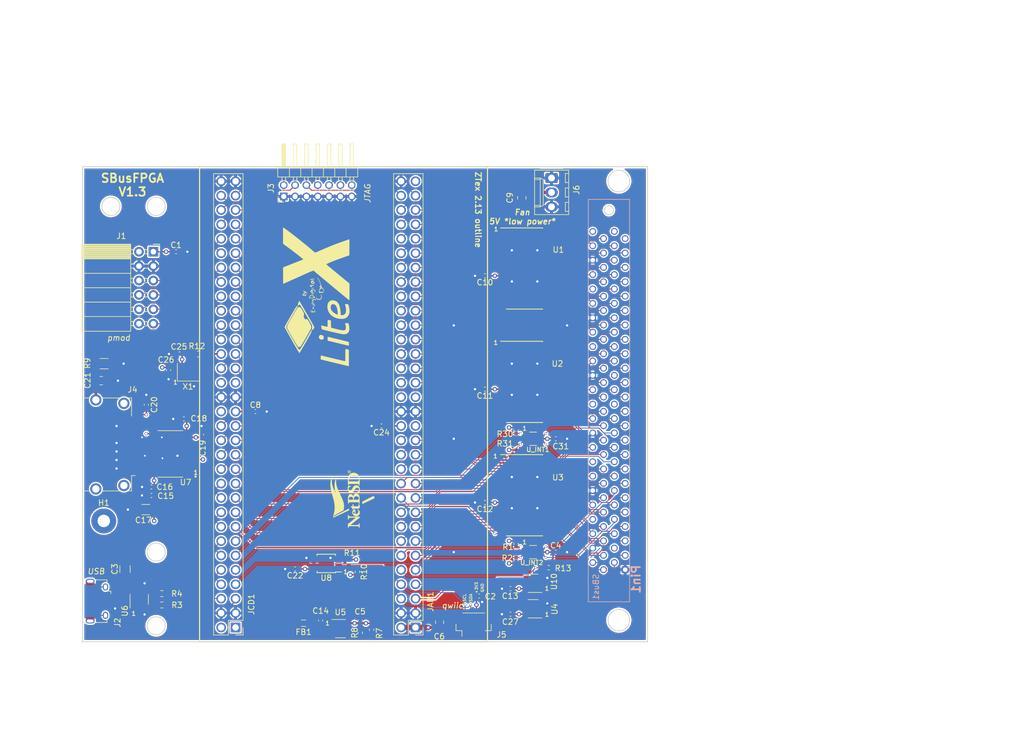
<source format=kicad_pcb>
(kicad_pcb (version 20171130) (host pcbnew 5.1.9+dfsg1-1~bpo10+1)
  (layers (0 F.Cu signal) (1 In1.Cu signal) (2 In2.Cu signal) (31 B.Cu signal) (34 B.Paste user) (35 F.Paste user) (36 B.SilkS user) (37 F.SilkS user) (38 B.Mask user) (39 F.Mask user) (44 Edge.Cuts user))
  (net 0 "")
  (net 1 GND)
  (net 2 +5V)
  (net 3 SBUS_5V_INT[2]*)
  (net 4 SBUS_5V_INT[3]*)
  (net 5 SBUS_5V_INT[4]*)
  (net 6 SBUS_5V_INT[5]*)
  (net 7 SBUS_5V_BG*)
  (net 8 SBUS_5V_BR*)
  (net 9 +3V3)
  (net 10 /B2B/JTAG_VIO)
  (net 11 /B2B/JTAG_TCK)
  (net 12 /B2B/JTAG_TDI)
  (net 13 /B2B/JTAG_TDO)
  (net 14 /B2B/JTAG_TMS)
  (net 15 SBUS_OE)
  (net 16 /USB/VBus)
  (net 17 /USB/USB_FLT)
  (net 18 /USB/USB_EN)
  (net 19 /USB/VBus_USB0)
  (net 20 SBUS_3V3_INT[4]*)
  (net 21 SBUS_3V3_INT[3]*)
  (net 22 SBUS_3V3_INT[2]*)
  (net 23 SBUS_3V3_INT[5]*)
  (net 24 /USB/USB_D-)
  (net 25 /USB/USB_D+)
  (net 26 SBUS_5V_RST*)
  (net 27 SBUS_5V_PA[27])
  (net 28 SBUS_5V_PA[25])
  (net 29 SBUS_5V_PA[26])
  (net 30 SBUS_5V_PA[24])
  (net 31 SBUS_5V_PA[21])
  (net 32 SBUS_5V_PA[15])
  (net 33 SBUS_5V_PA[09])
  (net 34 SBUS_5V_PA[23])
  (net 35 SBUS_5V_PA[19])
  (net 36 SBUS_5V_PA[17])
  (net 37 SBUS_5V_PA[13])
  (net 38 SBUS_5V_PA[11])
  (net 39 SBUS_5V_ACK[2]*)
  (net 40 SBUS_5V_PA[20])
  (net 41 SBUS_5V_ACK[1]*)
  (net 42 SBUS_5V_PA[14])
  (net 43 SBUS_5V_ACK[0]*)
  (net 44 SBUS_5V_PA[08])
  (net 45 SBUS_5V_PA[22])
  (net 46 SBUS_5V_PA[18])
  (net 47 SBUS_5V_PA[16])
  (net 48 SBUS_5V_PA[12])
  (net 49 SBUS_5V_PA[10])
  (net 50 SBUS_5V_PA[03])
  (net 51 SBUS_5V_SIZ[1])
  (net 52 SBUS_5V_PA[07])
  (net 53 SBUS_5V_PA[05])
  (net 54 SBUS_5V_PA[01])
  (net 55 SBUS_5V_PPRD)
  (net 56 SBUS_5V_D[30])
  (net 57 SBUS_5V_EER*)
  (net 58 SBUS_5V_PA[02])
  (net 59 SBUS_5V_SIZ[0])
  (net 60 SBUS_5V_PA[06])
  (net 61 SBUS_5V_PA[04])
  (net 62 SBUS_5V_PA[00])
  (net 63 SBUS_5V_SIZ[2])
  (net 64 SBUS_5V_D[31])
  (net 65 SBUS_5V_D[26])
  (net 66 SBUS_5V_D[20])
  (net 67 SBUS_5V_D[28])
  (net 68 SBUS_5V_D[24])
  (net 69 SBUS_5V_D[22])
  (net 70 SBUS_5V_D[27])
  (net 71 SBUS_5V_D[21])
  (net 72 SBUS_5V_D[29])
  (net 73 SBUS_5V_D[25])
  (net 74 SBUS_5V_D[23])
  (net 75 SBUS_5V_D[15])
  (net 76 SBUS_5V_D[09])
  (net 77 SBUS_5V_D[03])
  (net 78 SBUS_5V_D[18])
  (net 79 SBUS_5V_D[17])
  (net 80 SBUS_5V_D[13])
  (net 81 SBUS_5V_D[11])
  (net 82 SBUS_5V_D[07])
  (net 83 SBUS_5V_D[05])
  (net 84 SBUS_5V_D[01])
  (net 85 SBUS_5V_AS*)
  (net 86 SBUS_5V_CLK)
  (net 87 SBUS_5V_D[14])
  (net 88 SBUS_5V_D[08])
  (net 89 SBUS_5V_D[02])
  (net 90 SBUS_5V_D[19])
  (net 91 SBUS_5V_D[16])
  (net 92 SBUS_5V_D[12])
  (net 93 SBUS_5V_D[10])
  (net 94 SBUS_5V_D[06])
  (net 95 SBUS_5V_D[04])
  (net 96 SBUS_5V_D[00])
  (net 97 SBUS_5V_SEL*)
  (net 98 SHIELD)
  (net 99 USBH0_D+)
  (net 100 USBH0_D-)
  (net 101 /hdmi/HDMI_5V)
  (net 102 /hdmi/hpd_b)
  (net 103 /hdmi/sda_b)
  (net 104 /hdmi/scl_b)
  (net 105 /hdmi/cec_b)
  (net 106 HDMI_CLK-)
  (net 107 HDMI_CLK+)
  (net 108 HDMI_D0-)
  (net 109 HDMI_D0+)
  (net 110 HDMI_D1-)
  (net 111 HDMI_D1+)
  (net 112 HDMI_D2-)
  (net 113 HDMI_D2+)
  (net 114 SBUS_3V3_PA[27])
  (net 115 SBUS_3V3_PA[26])
  (net 116 SBUS_3V3_RST*)
  (net 117 SBUS_3V3_PA[25])
  (net 118 SBUS_3V3_PA[24])
  (net 119 SBUS_3V3_PA[22])
  (net 120 SBUS_3V3_PA[20])
  (net 121 SBUS_3V3_PA[21])
  (net 122 SBUS_3V3_PA[19])
  (net 123 SBUS_3V3_PA[16])
  (net 124 SBUS_3V3_PA[17])
  (net 125 SBUS_3V3_PA[18])
  (net 126 SBUS_3V3_PA[23])
  (net 127 SBUS_3V3_ACK[2]*)
  (net 128 SBUS_3V3_PA[15])
  (net 129 SBUS_3V3_PA[12])
  (net 130 SBUS_3V3_ACK[0]*)
  (net 131 SBUS_3V3_PA[13])
  (net 132 SBUS_3V3_PA[14])
  (net 133 SBUS_3V3_ACK[1]*)
  (net 134 SBUS_3V3_D[26])
  (net 135 I2C0_SCL)
  (net 136 I2C0_SDA)
  (net 137 "Net-(R12-Pad2)")
  (net 138 CLK_54_000)
  (net 139 SBUS_3V3_PA[10])
  (net 140 SBUS_3V3_PA[08])
  (net 141 SBUS_3V3_PA[09])
  (net 142 SBUS_3V3_PA[07])
  (net 143 SBUS_3V3_EER*)
  (net 144 SBUS_3V3_PA[05])
  (net 145 SBUS_3V3_PA[02])
  (net 146 SBUS_3V3_PA[00])
  (net 147 SBUS_3V3_PA[01])
  (net 148 SBUS_3V3_PPRD)
  (net 149 SBUS_3V3_SIZ[0])
  (net 150 SBUS_3V3_D[31])
  (net 151 SBUS_3V3_D[30])
  (net 152 SBUS_3V3_SIZ[1])
  (net 153 SBUS_3V3_SIZ[2])
  (net 154 SBUS_3V3_PA[03])
  (net 155 SBUS_3V3_PA[04])
  (net 156 SBUS_3V3_PA[06])
  (net 157 SBUS_3V3_PA[11])
  (net 158 SBUS_3V3_D[25])
  (net 159 SBUS_3V3_D[24])
  (net 160 SBUS_3V3_D[21])
  (net 161 SBUS_3V3_D[22])
  (net 162 SBUS_3V3_D[18])
  (net 163 SBUS_3V3_D[19])
  (net 164 SBUS_3V3_D[15])
  (net 165 SBUS_3V3_D[16])
  (net 166 SBUS_3V3_D[13])
  (net 167 SBUS_3V3_D[14])
  (net 168 SBUS_3V3_D[17])
  (net 169 SBUS_3V3_D[20])
  (net 170 SBUS_3V3_D[23])
  (net 171 SBUS_3V3_D[27])
  (net 172 SBUS_3V3_D[28])
  (net 173 SBUS_3V3_D[29])
  (net 174 SBUS_3V3_CLK)
  (net 175 SBUS_3V3_D[10])
  (net 176 SBUS_3V3_D[12])
  (net 177 SBUS_3V3_AS*)
  (net 178 SBUS_3V3_SEL*)
  (net 179 SBUS_3V3_D[00])
  (net 180 SBUS_3V3_D[01])
  (net 181 SBUS_3V3_D[02])
  (net 182 SBUS_3V3_D[03])
  (net 183 SBUS_3V3_D[04])
  (net 184 SBUS_3V3_D[05])
  (net 185 SBUS_3V3_D[06])
  (net 186 SBUS_3V3_D[07])
  (net 187 SBUS_3V3_D[08])
  (net 188 SBUS_3V3_D[09])
  (net 189 SBUS_3V3_D[11])
  (net 190 SBUS_3V3_BR*)
  (net 191 SBUS_3V3_BG*)
  (net 192 PMOD-1112+)
  (net 193 PMOD-1112-)
  (net 194 PMOD-910+)
  (net 195 PMOD-910-)
  (net 196 PMOD-78+)
  (net 197 PMOD-78-)
  (net 198 PMOD-56+)
  (net 199 PMOD-56-)
  (module For_SeeedStudio:netbsd_logo (layer F.Cu) (at 144.62 108.63 90)
    (fp_text reference GRAPHIC2 hide)
    (fp_text value LogoNetBSD hide)
  )
  (module For_SeeedStudio:litex_logo (layer F.Cu) (at 139.51 72.93 90)
    (fp_text reference GRAPHIC1 hide)
    (fp_text value LogoLitex hide)
  )
  (module Connector_JST:JST_SH_BM04B-SRSS-TB_1x04-1MP_P1.00mm_Vertical (layer F.Cu) (at 166 130.75)
    (fp_text reference J5 (at 4.93 1.82) (layer F.SilkS))
    (fp_text value Conn_01x04_Male)
    (pad MP smd roundrect (at 2.8 -1.2) (size 1.2 1.8) (layers F.Cu F.Paste F.Mask) (roundrect_rratio 0.2083325))
    (pad MP smd roundrect (at -2.8 -1.2) (size 1.2 1.8) (layers F.Cu F.Paste F.Mask) (roundrect_rratio 0.2083325))
    (pad 4 smd roundrect (at 1.5 1.325) (size 0.6 1.55) (layers F.Cu F.Paste F.Mask) (net 1 GND))
    (pad 3 smd roundrect (at 0.5 1.325) (size 0.6 1.55) (layers F.Cu F.Paste F.Mask) (net 9 +3V3))
    (pad 2 smd roundrect (at -0.5 1.325) (size 0.6 1.55) (layers F.Cu F.Paste F.Mask) (net 136 I2C0_SDA))
    (pad 1 smd roundrect (at -1.5 1.325) (size 0.6 1.55) (layers F.Cu F.Paste F.Mask) (net 135 I2C0_SCL))
  )
  (module Capacitor_SMD:C_0402_1005Metric (layer F.Cu) (at 166.98 125.75)
    (fp_text reference C2 (at 1.97 0.08) (layer F.SilkS))
    (fp_text value 100nF)
    (pad 2 smd roundrect (at 0.48 0) (size 0.56 0.62) (layers F.Cu F.Paste F.Mask) (net 1 GND))
    (pad 1 smd roundrect (at -0.48 0) (size 0.56 0.62) (layers F.Cu F.Paste F.Mask) (net 9 +3V3))
  )
  (module Capacitor_SMD:C_0402_1005Metric (layer F.Cu) (at 113.5 65)
    (fp_text reference C1 (at 0 -1.16) (layer F.SilkS))
    (fp_text value 100nF)
    (pad 2 smd roundrect (at 0.48 0) (size 0.56 0.62) (layers F.Cu F.Paste F.Mask) (net 1 GND))
    (pad 1 smd roundrect (at -0.48 0) (size 0.56 0.62) (layers F.Cu F.Paste F.Mask) (net 9 +3V3))
  )
  (module Connector_PinSocket_2.54mm:PinSocket_2x06_P2.54mm_Horizontal (layer F.Cu) (at 109.5 65)
    (fp_text reference J1 (at -5.65 -2.77) (layer F.SilkS))
    (fp_text value "A2541HWR-2x6P (Pmod 2x6 F R)")
    (pad 12 thru_hole oval (at -2.54 12.7) (size 1.7 1.7) (drill 1) (layers *.Cu *.Mask) (net 192 PMOD-1112+))
    (pad 11 thru_hole oval (at 0 12.7) (size 1.7 1.7) (drill 1) (layers *.Cu *.Mask) (net 193 PMOD-1112-))
    (pad 10 thru_hole oval (at -2.54 10.16) (size 1.7 1.7) (drill 1) (layers *.Cu *.Mask) (net 194 PMOD-910+))
    (pad 9 thru_hole oval (at 0 10.16) (size 1.7 1.7) (drill 1) (layers *.Cu *.Mask) (net 195 PMOD-910-))
    (pad 8 thru_hole oval (at -2.54 7.62) (size 1.7 1.7) (drill 1) (layers *.Cu *.Mask) (net 196 PMOD-78+))
    (pad 7 thru_hole oval (at 0 7.62) (size 1.7 1.7) (drill 1) (layers *.Cu *.Mask) (net 197 PMOD-78-))
    (pad 6 thru_hole oval (at -2.54 5.08) (size 1.7 1.7) (drill 1) (layers *.Cu *.Mask) (net 198 PMOD-56+))
    (pad 5 thru_hole oval (at 0 5.08) (size 1.7 1.7) (drill 1) (layers *.Cu *.Mask) (net 199 PMOD-56-))
    (pad 4 thru_hole oval (at -2.54 2.54) (size 1.7 1.7) (drill 1) (layers *.Cu *.Mask) (net 1 GND))
    (pad 3 thru_hole oval (at 0 2.54) (size 1.7 1.7) (drill 1) (layers *.Cu *.Mask) (net 1 GND))
    (pad 2 thru_hole oval (at -2.54 0) (size 1.7 1.7) (drill 1) (layers *.Cu *.Mask) (net 9 +3V3))
    (pad 1 thru_hole rect (at 0 0) (size 1.7 1.7) (drill 1) (layers *.Cu *.Mask) (net 9 +3V3))
  )
  (module Resistor_SMD:R_0603_1608Metric (layer F.Cu) (at 117.5 83.04 180)
    (fp_text reference R12 (at 0.32 1.37 180) (layer F.SilkS))
    (fp_text value 27)
    (pad 2 smd roundrect (at 0.825 0 180) (size 0.8 0.95) (layers F.Cu F.Paste F.Mask) (net 137 "Net-(R12-Pad2)"))
    (pad 1 smd roundrect (at -0.825 0 180) (size 0.8 0.95) (layers F.Cu F.Paste F.Mask) (net 138 CLK_54_000))
  )
  (module Resistor_SMD:R_0603_1608Metric (layer F.Cu) (at 111 125.325)
    (fp_text reference R4 (at 2.64 0.015) (layer F.SilkS))
    (fp_text value 27)
    (pad 2 smd roundrect (at 0.825 0) (size 0.8 0.95) (layers F.Cu F.Paste F.Mask) (net 100 USBH0_D-))
    (pad 1 smd roundrect (at -0.825 0) (size 0.8 0.95) (layers F.Cu F.Paste F.Mask) (net 24 /USB/USB_D-))
  )
  (module Resistor_SMD:R_0603_1608Metric (layer F.Cu) (at 111 127.325)
    (fp_text reference R3 (at 2.67 0.015) (layer F.SilkS))
    (fp_text value 27)
    (pad 2 smd roundrect (at 0.825 0) (size 0.8 0.95) (layers F.Cu F.Paste F.Mask) (net 99 USBH0_D+))
    (pad 1 smd roundrect (at -0.825 0) (size 0.8 0.95) (layers F.Cu F.Paste F.Mask) (net 25 /USB/USB_D+))
  )
  (module Package_TO_SOT_SMD:SOT-23-5 (layer F.Cu) (at 176.5 123.5 180)
    (fp_text reference U10 (at -3.69 0.3 90) (layer F.SilkS))
    (fp_text value 74CB3T1G125)
    (pad 5 smd rect (at 1.1 -0.95 180) (size 1.06 0.65) (layers F.Cu F.Paste F.Mask) (net 9 +3V3))
    (pad 4 smd rect (at 1.1 0.95 180) (size 1.06 0.65) (layers F.Cu F.Paste F.Mask) (net 191 SBUS_3V3_BG*))
    (pad 3 smd rect (at -1.1 0.95 180) (size 1.06 0.65) (layers F.Cu F.Paste F.Mask) (net 1 GND))
    (pad 2 smd rect (at -1.1 0 180) (size 1.06 0.65) (layers F.Cu F.Paste F.Mask) (net 7 SBUS_5V_BG*))
    (pad 1 smd rect (at -1.1 -0.95 180) (size 1.06 0.65) (layers F.Cu F.Paste F.Mask) (net 15 SBUS_OE))
  )
  (module Package_TO_SOT_SMD:SOT-23-5 (layer F.Cu) (at 176.5 128 180)
    (fp_text reference U4 (at -3.8 -0.06 90) (layer F.SilkS))
    (fp_text value 74CB3T1G125)
    (pad 5 smd rect (at 1.1 -0.95 180) (size 1.06 0.65) (layers F.Cu F.Paste F.Mask) (net 9 +3V3))
    (pad 4 smd rect (at 1.1 0.95 180) (size 1.06 0.65) (layers F.Cu F.Paste F.Mask) (net 190 SBUS_3V3_BR*))
    (pad 3 smd rect (at -1.1 0.95 180) (size 1.06 0.65) (layers F.Cu F.Paste F.Mask) (net 1 GND))
    (pad 2 smd rect (at -1.1 0 180) (size 1.06 0.65) (layers F.Cu F.Paste F.Mask) (net 8 SBUS_5V_BR*))
    (pad 1 smd rect (at -1.1 -0.95 180) (size 1.06 0.65) (layers F.Cu F.Paste F.Mask) (net 15 SBUS_OE))
  )
  (module Capacitor_SMD:C_0402_1005Metric (layer F.Cu) (at 172.5 128.95 180)
    (fp_text reference C27 (at 0.02 -1.35) (layer F.SilkS))
    (fp_text value "100nF 0402")
    (pad 2 smd roundrect (at 0.48 0 180) (size 0.56 0.62) (layers F.Cu F.Paste F.Mask) (net 1 GND))
    (pad 1 smd roundrect (at -0.48 0 180) (size 0.56 0.62) (layers F.Cu F.Paste F.Mask) (net 9 +3V3))
  )
  (module For_SeeedStudio:SOT65P210X110-6N (layer F.Cu) (at 176.5 118)
    (fp_text reference U_INT2 (at -0.24 1.86) (layer F.SilkS) (effects (font (size 0.8 0.8))))
    (fp_text value 74LVC2G07)
    (pad 6 smd roundrect (at 0.96 -0.65 180) (size 1.19 0.4) (layers F.Cu F.Paste F.Mask) (roundrect_rratio 0.05) (net 4 SBUS_5V_INT[3]*))
    (pad 5 smd roundrect (at 0.96 0 180) (size 1.19 0.4) (layers F.Cu F.Paste F.Mask) (roundrect_rratio 0.05) (net 9 +3V3))
    (pad 4 smd roundrect (at 0.96 0.65 180) (size 1.19 0.4) (layers F.Cu F.Paste F.Mask) (roundrect_rratio 0.05) (net 3 SBUS_5V_INT[2]*))
    (pad 3 smd roundrect (at -0.96 0.65) (size 1.19 0.4) (layers F.Cu F.Paste F.Mask) (roundrect_rratio 0.05) (net 22 SBUS_3V3_INT[2]*))
    (pad 2 smd roundrect (at -0.96 0) (size 1.19 0.4) (layers F.Cu F.Paste F.Mask) (roundrect_rratio 0.05) (net 1 GND))
    (pad 1 smd roundrect (at -0.96 -0.65) (size 1.19 0.4) (layers F.Cu F.Paste F.Mask) (roundrect_rratio 0.05) (net 21 SBUS_3V3_INT[3]*))
  )
  (module For_SeeedStudio:SOT65P210X110-6N (layer F.Cu) (at 176.5 98)
    (fp_text reference U_INT1 (at 0.84 1.91) (layer F.SilkS) (effects (font (size 0.8 0.8))))
    (fp_text value 74LVC2G07)
    (pad 6 smd roundrect (at 0.96 -0.65 180) (size 1.19 0.4) (layers F.Cu F.Paste F.Mask) (roundrect_rratio 0.05) (net 6 SBUS_5V_INT[5]*))
    (pad 5 smd roundrect (at 0.96 0 180) (size 1.19 0.4) (layers F.Cu F.Paste F.Mask) (roundrect_rratio 0.05) (net 9 +3V3))
    (pad 4 smd roundrect (at 0.96 0.65 180) (size 1.19 0.4) (layers F.Cu F.Paste F.Mask) (roundrect_rratio 0.05) (net 5 SBUS_5V_INT[4]*))
    (pad 3 smd roundrect (at -0.96 0.65) (size 1.19 0.4) (layers F.Cu F.Paste F.Mask) (roundrect_rratio 0.05) (net 20 SBUS_3V3_INT[4]*))
    (pad 2 smd roundrect (at -0.96 0) (size 1.19 0.4) (layers F.Cu F.Paste F.Mask) (roundrect_rratio 0.05) (net 1 GND))
    (pad 1 smd roundrect (at -0.96 -0.65) (size 1.19 0.4) (layers F.Cu F.Paste F.Mask) (roundrect_rratio 0.05) (net 23 SBUS_3V3_INT[5]*))
  )
  (module Oscillator:Oscillator_SMD_Abracon_ASE-4Pin_3.2x2.5mm (layer F.Cu) (at 115.625 86.25)
    (fp_text reference X1 (at -0.025 2.55) (layer F.SilkS))
    (fp_text value ASE-xxxMHz)
    (pad 4 smd rect (at -1.05 -0.825) (size 1.3 1.1) (layers F.Cu F.Paste F.Mask) (net 9 +3V3))
    (pad 3 smd rect (at 1.05 -0.825) (size 1.3 1.1) (layers F.Cu F.Paste F.Mask) (net 137 "Net-(R12-Pad2)"))
    (pad 2 smd rect (at 1.05 0.825) (size 1.3 1.1) (layers F.Cu F.Paste F.Mask) (net 1 GND))
    (pad 1 smd rect (at -1.05 0.825) (size 1.3 1.1) (layers F.Cu F.Paste F.Mask))
  )
  (module Capacitor_SMD:C_0402_1005Metric (layer F.Cu) (at 112.185 85.905 270)
    (fp_text reference C26 (at -1.835 0.45 180) (layer F.SilkS))
    (fp_text value "10nF 0402")
    (pad 2 smd roundrect (at 0.48 0 270) (size 0.56 0.62) (layers F.Cu F.Paste F.Mask) (net 1 GND))
    (pad 1 smd roundrect (at -0.48 0 270) (size 0.56 0.62) (layers F.Cu F.Paste F.Mask) (net 9 +3V3))
  )
  (module Capacitor_SMD:C_0402_1005Metric (layer F.Cu) (at 114.095 83.04 180)
    (fp_text reference C25 (at 0.085 1.28) (layer F.SilkS))
    (fp_text value "100nF 0402")
    (pad 2 smd roundrect (at 0.48 0 180) (size 0.56 0.62) (layers F.Cu F.Paste F.Mask) (net 1 GND))
    (pad 1 smd roundrect (at -0.48 0 180) (size 0.56 0.62) (layers F.Cu F.Paste F.Mask) (net 9 +3V3))
  )
  (module Capacitor_SMD:C_0402_1005Metric (layer F.Cu) (at 149.75 95.74 180)
    (fp_text reference C24 (at 0 -1.16) (layer F.SilkS))
    (fp_text value "100nF 0402")
    (pad 2 smd roundrect (at 0.48 0 180) (size 0.56 0.62) (layers F.Cu F.Paste F.Mask) (net 1 GND))
    (pad 1 smd roundrect (at -0.48 0 180) (size 0.56 0.62) (layers F.Cu F.Paste F.Mask) (net 9 +3V3))
  )
  (module Capacitor_SMD:C_0402_1005Metric (layer F.Cu) (at 127.5 93.2)
    (fp_text reference C8 (at 0 -1.16) (layer F.SilkS))
    (fp_text value "100nF 0402")
    (pad 2 smd roundrect (at 0.48 0) (size 0.56 0.62) (layers F.Cu F.Paste F.Mask) (net 1 GND))
    (pad 1 smd roundrect (at -0.48 0) (size 0.56 0.62) (layers F.Cu F.Paste F.Mask) (net 9 +3V3))
  )
  (module Capacitor_SMD:C_0805_2012Metric (layer F.Cu) (at 174.5 55.49 270)
    (fp_text reference C9 (at 0 2.11 90) (layer F.SilkS))
    (fp_text value "47uF 0805")
    (pad 2 smd roundrect (at 0.95 0 270) (size 1 1.45) (layers F.Cu F.Paste F.Mask) (net 1 GND))
    (pad 1 smd roundrect (at -0.95 0 270) (size 1 1.45) (layers F.Cu F.Paste F.Mask) (net 2 +5V))
  )
  (module MountingHole:MountingHole_2.2mm_M2_Pad (layer F.Cu) (at 100.75 112.5)
    (fp_text reference H1 (at 0 -3.2) (layer F.SilkS))
    (fp_text value MountingHole_Pad)
    (pad 1 thru_hole circle (at 0 0) (size 4.4 4.4) (drill 2.2) (layers *.Cu *.Mask) (net 98 SHIELD))
  )
  (module For_SeeedStudio:TSSOP-8_3x3mm_P0.65mm_ForSeeedStudio (layer F.Cu) (at 140 120 180)
    (fp_text reference U8 (at 0 -2.55) (layer F.SilkS))
    (fp_text value PCT2075DP)
    (pad 8 smd rect (at 2.175 -0.975 180) (size 1.15 0.4) (layers F.Cu F.Paste F.Mask) (net 9 +3V3))
    (pad 7 smd rect (at 2.175 -0.325 180) (size 1.15 0.4) (layers F.Cu F.Paste F.Mask) (net 1 GND))
    (pad 6 smd rect (at 2.175 0.325 180) (size 1.15 0.4) (layers F.Cu F.Paste F.Mask) (net 1 GND))
    (pad 5 smd rect (at 2.175 0.975 180) (size 1.15 0.4) (layers F.Cu F.Paste F.Mask) (net 1 GND))
    (pad 4 smd rect (at -2.175 0.975 180) (size 1.15 0.4) (layers F.Cu F.Paste F.Mask) (net 1 GND))
    (pad 3 smd rect (at -2.175 0.325 180) (size 1.15 0.4) (layers F.Cu F.Paste F.Mask))
    (pad 2 smd rect (at -2.175 -0.325 180) (size 1.15 0.4) (layers F.Cu F.Paste F.Mask) (net 135 I2C0_SCL))
    (pad 1 smd rect (at -2.175 -0.975 180) (size 1.15 0.4) (layers F.Cu F.Paste F.Mask) (net 136 I2C0_SDA))
  )
  (module Resistor_SMD:R_0402_1005Metric (layer F.Cu) (at 144 119.815 90)
    (fp_text reference R11 (at 1.665 0.57 180) (layer F.SilkS))
    (fp_text value 5.6k)
    (pad 2 smd roundrect (at 0.51 0 90) (size 0.54 0.64) (layers F.Cu F.Paste F.Mask) (net 9 +3V3))
    (pad 1 smd roundrect (at -0.51 0 90) (size 0.54 0.64) (layers F.Cu F.Paste F.Mask) (net 135 I2C0_SCL))
  )
  (module Resistor_SMD:R_0402_1005Metric (layer F.Cu) (at 145.5 121.485 270)
    (fp_text reference R10 (at 0 -1.17 90) (layer F.SilkS))
    (fp_text value 5.6k)
    (pad 2 smd roundrect (at 0.51 0 270) (size 0.54 0.64) (layers F.Cu F.Paste F.Mask) (net 9 +3V3))
    (pad 1 smd roundrect (at -0.51 0 270) (size 0.54 0.64) (layers F.Cu F.Paste F.Mask) (net 136 I2C0_SDA))
  )
  (module Capacitor_SMD:C_0402_1005Metric (layer F.Cu) (at 134.5 120.975 180)
    (fp_text reference C22 (at 0 -1.16) (layer F.SilkS))
    (fp_text value "10nF 0402")
    (pad 2 smd roundrect (at 0.48 0 180) (size 0.56 0.62) (layers F.Cu F.Paste F.Mask) (net 1 GND))
    (pad 1 smd roundrect (at -0.48 0 180) (size 0.56 0.62) (layers F.Cu F.Paste F.Mask) (net 9 +3V3))
  )
  (module For_SeeedStudio:HDMI_A_Amphenol_10029449-111 (layer F.Cu) (at 102.25 99 270)
    (fp_text reference J4 (at -9.67 -3.58 180) (layer F.SilkS))
    (fp_text value "10029449-111RLF (HDMI A)")
    (pad SH thru_hole circle (at -7.85 2.9 270) (size 2 2) (drill 1.3) (layers *.Cu *.Mask) (net 98 SHIELD))
    (pad SH thru_hole circle (at 7.85 2.9 270) (size 2 2) (drill 1.3) (layers *.Cu *.Mask) (net 98 SHIELD))
    (pad SH thru_hole circle (at -7.25 -2.05 270) (size 2 2) (drill 1.3) (layers *.Cu *.Mask) (net 98 SHIELD))
    (pad SH thru_hole circle (at 7.25 -2.05 270) (size 2 2) (drill 1.3) (layers *.Cu *.Mask) (net 98 SHIELD))
    (pad 19 smd rect (at -4.25 -2.95 270) (size 0.3 1.9) (layers F.Cu F.Paste F.Mask) (net 102 /hdmi/hpd_b))
    (pad 18 smd rect (at -3.75 -2.95 270) (size 0.3 1.9) (layers F.Cu F.Paste F.Mask) (net 101 /hdmi/HDMI_5V))
    (pad 17 smd rect (at -3.25 -2.95 270) (size 0.3 1.9) (layers F.Cu F.Paste F.Mask) (net 1 GND))
    (pad 16 smd rect (at -2.75 -2.95 270) (size 0.3 1.9) (layers F.Cu F.Paste F.Mask) (net 103 /hdmi/sda_b))
    (pad 15 smd rect (at -2.25 -2.95 270) (size 0.3 1.9) (layers F.Cu F.Paste F.Mask) (net 104 /hdmi/scl_b))
    (pad 14 smd rect (at -1.75 -2.95 270) (size 0.3 1.9) (layers F.Cu F.Paste F.Mask))
    (pad 13 smd rect (at -1.25 -2.95 270) (size 0.3 1.9) (layers F.Cu F.Paste F.Mask) (net 105 /hdmi/cec_b))
    (pad 12 smd rect (at -0.75 -2.95 270) (size 0.3 1.9) (layers F.Cu F.Paste F.Mask) (net 106 HDMI_CLK-))
    (pad 11 smd rect (at -0.25 -2.95 270) (size 0.3 1.9) (layers F.Cu F.Paste F.Mask) (net 1 GND))
    (pad 10 smd rect (at 0.25 -2.95 270) (size 0.3 1.9) (layers F.Cu F.Paste F.Mask) (net 107 HDMI_CLK+))
    (pad 9 smd rect (at 0.75 -2.95 270) (size 0.3 1.9) (layers F.Cu F.Paste F.Mask) (net 108 HDMI_D0-))
    (pad 8 smd rect (at 1.25 -2.95 270) (size 0.3 1.9) (layers F.Cu F.Paste F.Mask) (net 1 GND))
    (pad 7 smd rect (at 1.75 -2.95 270) (size 0.3 1.9) (layers F.Cu F.Paste F.Mask) (net 109 HDMI_D0+))
    (pad 6 smd rect (at 2.25 -2.95 270) (size 0.3 1.9) (layers F.Cu F.Paste F.Mask) (net 110 HDMI_D1-))
    (pad 5 smd rect (at 2.75 -2.95 270) (size 0.3 1.9) (layers F.Cu F.Paste F.Mask) (net 1 GND))
    (pad 4 smd rect (at 3.25 -2.95 270) (size 0.3 1.9) (layers F.Cu F.Paste F.Mask) (net 111 HDMI_D1+))
    (pad 3 smd rect (at 3.75 -2.95 270) (size 0.3 1.9) (layers F.Cu F.Paste F.Mask) (net 112 HDMI_D2-))
    (pad 2 smd rect (at 4.25 -2.95 270) (size 0.3 1.9) (layers F.Cu F.Paste F.Mask) (net 1 GND))
    (pad 1 smd rect (at 4.75 -2.95 270) (size 0.3 1.9) (layers F.Cu F.Paste F.Mask) (net 113 HDMI_D2+))
  )
  (module For_SeeedStudio:SOP65P640X120-24N (layer F.Cu) (at 112.5 100.675 180)
    (fp_text reference U7 (at -2.69 -4.995) (layer F.SilkS))
    (fp_text value TPD12S016PWR)
    (pad 24 smd rect (at 2.87 -3.575 180) (size 1.57 0.41) (layers F.Cu F.Paste F.Mask) (net 9 +3V3))
    (pad 23 smd rect (at 2.87 -2.925 180) (size 1.57 0.41) (layers F.Cu F.Paste F.Mask) (net 113 HDMI_D2+))
    (pad 22 smd rect (at 2.87 -2.275 180) (size 1.57 0.41) (layers F.Cu F.Paste F.Mask) (net 112 HDMI_D2-))
    (pad 21 smd rect (at 2.87 -1.625 180) (size 1.57 0.41) (layers F.Cu F.Paste F.Mask) (net 111 HDMI_D1+))
    (pad 20 smd rect (at 2.87 -0.975 180) (size 1.57 0.41) (layers F.Cu F.Paste F.Mask) (net 110 HDMI_D1-))
    (pad 19 smd rect (at 2.87 -0.325 180) (size 1.57 0.41) (layers F.Cu F.Paste F.Mask) (net 1 GND))
    (pad 18 smd rect (at 2.87 0.325 180) (size 1.57 0.41) (layers F.Cu F.Paste F.Mask) (net 109 HDMI_D0+))
    (pad 17 smd rect (at 2.87 0.975 180) (size 1.57 0.41) (layers F.Cu F.Paste F.Mask) (net 108 HDMI_D0-))
    (pad 16 smd rect (at 2.87 1.625 180) (size 1.57 0.41) (layers F.Cu F.Paste F.Mask) (net 107 HDMI_CLK+))
    (pad 15 smd rect (at 2.87 2.275 180) (size 1.57 0.41) (layers F.Cu F.Paste F.Mask) (net 106 HDMI_CLK-))
    (pad 14 smd rect (at 2.87 2.925 180) (size 1.57 0.41) (layers F.Cu F.Paste F.Mask) (net 1 GND))
    (pad 13 smd rect (at 2.87 3.575 180) (size 1.57 0.41) (layers F.Cu F.Paste F.Mask) (net 101 /hdmi/HDMI_5V))
    (pad 12 smd rect (at -2.87 3.575 180) (size 1.57 0.41) (layers F.Cu F.Paste F.Mask) (net 9 +3V3))
    (pad 11 smd rect (at -2.87 2.925 180) (size 1.57 0.41) (layers F.Cu F.Paste F.Mask) (net 2 +5V))
    (pad 10 smd rect (at -2.87 2.275 180) (size 1.57 0.41) (layers F.Cu F.Paste F.Mask) (net 102 /hdmi/hpd_b))
    (pad 9 smd rect (at -2.87 1.625 180) (size 1.57 0.41) (layers F.Cu F.Paste F.Mask) (net 103 /hdmi/sda_b))
    (pad 8 smd rect (at -2.87 0.975 180) (size 1.57 0.41) (layers F.Cu F.Paste F.Mask) (net 104 /hdmi/scl_b))
    (pad 7 smd rect (at -2.87 0.325 180) (size 1.57 0.41) (layers F.Cu F.Paste F.Mask) (net 105 /hdmi/cec_b))
    (pad 6 smd rect (at -2.87 -0.325 180) (size 1.57 0.41) (layers F.Cu F.Paste F.Mask) (net 1 GND))
    (pad 5 smd rect (at -2.87 -0.975 180) (size 1.57 0.41) (layers F.Cu F.Paste F.Mask) (net 9 +3V3))
    (pad 4 smd rect (at -2.87 -1.625 180) (size 1.57 0.41) (layers F.Cu F.Paste F.Mask))
    (pad 3 smd rect (at -2.87 -2.275 180) (size 1.57 0.41) (layers F.Cu F.Paste F.Mask))
    (pad 2 smd rect (at -2.87 -2.925 180) (size 1.57 0.41) (layers F.Cu F.Paste F.Mask))
    (pad 1 smd rect (at -2.87 -3.575 180) (size 1.57 0.41) (layers F.Cu F.Paste F.Mask))
  )
  (module Resistor_SMD:R_1206_3216Metric (layer F.Cu) (at 100.8125 84.75)
    (fp_text reference R9 (at -2.9625 -0.08 90) (layer F.SilkS))
    (fp_text value "1M 500V 1206")
    (pad 2 smd roundrect (at 1.4625 0) (size 1.125 1.75) (layers F.Cu F.Paste F.Mask) (roundrect_rratio 0.2222195555555556) (net 1 GND))
    (pad 1 smd roundrect (at -1.4625 0) (size 1.125 1.75) (layers F.Cu F.Paste F.Mask) (roundrect_rratio 0.2222195555555556) (net 98 SHIELD))
  )
  (module Capacitor_SMD:C_0805_2012Metric (layer F.Cu) (at 100.3 87.75)
    (fp_text reference C21 (at -2.41 -0.03 90) (layer F.SilkS))
    (fp_text value "10nF 1kV 0805")
    (pad 2 smd roundrect (at 0.95 0) (size 1 1.45) (layers F.Cu F.Paste F.Mask) (net 1 GND))
    (pad 1 smd roundrect (at -0.95 0) (size 1 1.45) (layers F.Cu F.Paste F.Mask) (net 98 SHIELD))
  )
  (module Capacitor_SMD:C_0402_1005Metric (layer F.Cu) (at 108.25 92 90)
    (fp_text reference C20 (at 0.01 1.4 90) (layer F.SilkS))
    (fp_text value "100nF 0402")
    (pad 2 smd roundrect (at 0.48 0 90) (size 0.56 0.62) (layers F.Cu F.Paste F.Mask) (net 1 GND))
    (pad 1 smd roundrect (at -0.48 0 90) (size 0.56 0.62) (layers F.Cu F.Paste F.Mask) (net 101 /hdmi/HDMI_5V))
  )
  (module Capacitor_SMD:C_0402_1005Metric (layer F.Cu) (at 118 97.27 90)
    (fp_text reference C19 (at -2.39 0.19 90) (layer F.SilkS))
    (fp_text value "100nF 0402")
    (pad 2 smd roundrect (at 0.48 0 90) (size 0.56 0.62) (layers F.Cu F.Paste F.Mask) (net 1 GND))
    (pad 1 smd roundrect (at -0.48 0 90) (size 0.56 0.62) (layers F.Cu F.Paste F.Mask) (net 2 +5V))
  )
  (module Capacitor_SMD:C_0402_1005Metric (layer F.Cu) (at 114.89 94.5 180)
    (fp_text reference C18 (at -2.63 0.07) (layer F.SilkS))
    (fp_text value "100nF 0402")
    (pad 2 smd roundrect (at 0.48 0 180) (size 0.56 0.62) (layers F.Cu F.Paste F.Mask) (net 1 GND))
    (pad 1 smd roundrect (at -0.48 0 180) (size 0.56 0.62) (layers F.Cu F.Paste F.Mask) (net 9 +3V3))
  )
  (module Capacitor_SMD:C_1206_3216Metric (layer F.Cu) (at 108.155 110.5 180)
    (fp_text reference C17 (at 0.425 -1.86) (layer F.SilkS))
    (fp_text value "47uF 10V 1206")
    (pad 2 smd roundrect (at 1.475 0 180) (size 1.15 1.8) (layers F.Cu F.Paste F.Mask) (roundrect_rratio 0.2173904347826087) (net 1 GND))
    (pad 1 smd roundrect (at -1.475 0 180) (size 1.15 1.8) (layers F.Cu F.Paste F.Mask) (roundrect_rratio 0.2173904347826087) (net 9 +3V3))
  )
  (module Capacitor_SMD:C_0402_1005Metric (layer F.Cu) (at 109.15 106.5 180)
    (fp_text reference C16 (at -2.36 0) (layer F.SilkS))
    (fp_text value "10nF 0402")
    (pad 2 smd roundrect (at 0.48 0 180) (size 0.56 0.62) (layers F.Cu F.Paste F.Mask) (net 1 GND))
    (pad 1 smd roundrect (at -0.48 0 180) (size 0.56 0.62) (layers F.Cu F.Paste F.Mask) (net 9 +3V3))
  )
  (module Capacitor_SMD:C_0402_1005Metric (layer F.Cu) (at 109.15 108 180)
    (fp_text reference C15 (at -2.52 -0.09) (layer F.SilkS))
    (fp_text value "100nF 0402")
    (pad 2 smd roundrect (at 0.48 0 180) (size 0.56 0.62) (layers F.Cu F.Paste F.Mask) (net 1 GND))
    (pad 1 smd roundrect (at -0.48 0 180) (size 0.56 0.62) (layers F.Cu F.Paste F.Mask) (net 9 +3V3))
  )
  (module Resistor_SMD:R_0402_1005Metric (layer F.Cu) (at 146 132.25 90)
    (fp_text reference R8 (at 0.03 -0.98 270) (layer F.SilkS))
    (fp_text value 10k)
    (pad 2 smd roundrect (at 0.51 0 90) (size 0.54 0.64) (layers F.Cu F.Paste F.Mask) (net 2 +5V))
    (pad 1 smd roundrect (at -0.51 0 90) (size 0.54 0.64) (layers F.Cu F.Paste F.Mask) (net 17 /USB/USB_FLT))
  )
  (module Resistor_SMD:R_0402_1005Metric (layer F.Cu) (at 148 131.7 90)
    (fp_text reference R7 (at -0.63 1.37 90) (layer F.SilkS))
    (fp_text value 10k)
    (pad 2 smd roundrect (at 0.51 0 90) (size 0.54 0.64) (layers F.Cu F.Paste F.Mask) (net 2 +5V))
    (pad 1 smd roundrect (at -0.51 0 90) (size 0.54 0.64) (layers F.Cu F.Paste F.Mask) (net 18 /USB/USB_EN))
  )
  (module Capacitor_SMD:C_0402_1005Metric (layer F.Cu) (at 139 130.07 90)
    (fp_text reference C14 (at 1.71 0.02 180) (layer F.SilkS))
    (fp_text value "100nF 0402")
    (pad 2 smd roundrect (at 0.48 0 90) (size 0.56 0.62) (layers F.Cu F.Paste F.Mask) (net 1 GND))
    (pad 1 smd roundrect (at -0.48 0 90) (size 0.56 0.62) (layers F.Cu F.Paste F.Mask) (net 16 /USB/VBus))
  )
  (module Capacitor_SMD:C_0402_1005Metric (layer F.Cu) (at 146 130.07 90)
    (fp_text reference C5 (at 1.58 -0.03 180) (layer F.SilkS))
    (fp_text value "100nF 0402")
    (pad 2 smd roundrect (at 0.48 0 90) (size 0.56 0.62) (layers F.Cu F.Paste F.Mask) (net 1 GND))
    (pad 1 smd roundrect (at -0.48 0 90) (size 0.56 0.62) (layers F.Cu F.Paste F.Mask) (net 2 +5V))
  )
  (module Inductor_SMD:L_0805_2012Metric (layer F.Cu) (at 136 130.55 180)
    (fp_text reference FB1 (at 0 -1.55) (layer F.SilkS))
    (fp_text value Ferrite_Bead_Small)
    (pad 2 smd roundrect (at 1.0625 0 180) (size 0.875 1.2) (layers F.Cu F.Paste F.Mask) (net 19 /USB/VBus_USB0))
    (pad 1 smd roundrect (at -1.0625 0 180) (size 0.875 1.2) (layers F.Cu F.Paste F.Mask) (net 16 /USB/VBus))
  )
  (module Package_TO_SOT_SMD:SOT-23-6 (layer F.Cu) (at 107 126.325 90)
    (fp_text reference U6 (at -2.045 -2.54 90) (layer F.SilkS))
    (fp_text value SRV05-4)
    (pad 5 smd rect (at 1.1 0 90) (size 1.06 0.65) (layers F.Cu F.Paste F.Mask) (net 19 /USB/VBus_USB0))
    (pad 6 smd rect (at 1.1 -0.95 90) (size 1.06 0.65) (layers F.Cu F.Paste F.Mask) (net 24 /USB/USB_D-))
    (pad 4 smd rect (at 1.1 0.95 90) (size 1.06 0.65) (layers F.Cu F.Paste F.Mask) (net 1 GND))
    (pad 3 smd rect (at -1.1 0.95 90) (size 1.06 0.65) (layers F.Cu F.Paste F.Mask) (net 1 GND))
    (pad 2 smd rect (at -1.1 0 90) (size 1.06 0.65) (layers F.Cu F.Paste F.Mask) (net 1 GND))
    (pad 1 smd rect (at -1.1 -0.95 90) (size 1.06 0.65) (layers F.Cu F.Paste F.Mask) (net 25 /USB/USB_D+))
  )
  (module Connector_USB:USB_Micro-B_Amphenol_10118194_Horizontal (layer F.Cu) (at 99.65 126.65 270)
    (fp_text reference J2 (at 3.79 -3.53 90) (layer F.SilkS))
    (fp_text value "10118194-0001LF (USB micro-B)")
    (pad 6 thru_hole oval (at 3.5 1.3 270) (size 0.89 1.55) (drill oval 0.5 1.15) (layers *.Cu *.Mask) (net 98 SHIELD))
    (pad 6 thru_hole oval (at -3.5 1.3 270) (size 0.89 1.55) (drill oval 0.5 1.15) (layers *.Cu *.Mask) (net 98 SHIELD))
    (pad 6 smd rect (at 2.9 1.3 270) (size 1.2 1.55) (layers F.Cu F.Paste F.Mask) (net 98 SHIELD))
    (pad 6 smd rect (at -2.9 1.3 270) (size 1.2 1.55) (layers F.Cu F.Paste F.Mask) (net 98 SHIELD))
    (pad 6 smd rect (at 1 1.3 270) (size 1.5 1.55) (layers F.Cu F.Paste F.Mask) (net 98 SHIELD))
    (pad 6 smd rect (at -1 1.3 270) (size 1.5 1.55) (layers F.Cu F.Paste F.Mask) (net 98 SHIELD))
    (pad 6 thru_hole oval (at 2.5 -1.4 270) (size 1.25 0.95) (drill oval 0.85 0.55) (layers *.Cu *.Mask) (net 98 SHIELD))
    (pad 6 thru_hole oval (at -2.5 -1.4 270) (size 1.25 0.95) (drill oval 0.85 0.55) (layers *.Cu *.Mask) (net 98 SHIELD))
    (pad 5 smd rect (at 1.3 -1.4 270) (size 0.4 1.35) (layers F.Cu F.Paste F.Mask) (net 1 GND))
    (pad 4 smd rect (at 0.65 -1.4 270) (size 0.4 1.35) (layers F.Cu F.Paste F.Mask))
    (pad 3 smd rect (at 0 -1.4 270) (size 0.4 1.35) (layers F.Cu F.Paste F.Mask) (net 25 /USB/USB_D+))
    (pad 2 smd rect (at -0.65 -1.4 270) (size 0.4 1.35) (layers F.Cu F.Paste F.Mask) (net 24 /USB/USB_D-))
    (pad 1 smd rect (at -1.3 -1.4 270) (size 0.4 1.35) (layers F.Cu F.Paste F.Mask) (net 19 /USB/VBus_USB0))
  )
  (module Capacitor_SMD:C_0402_1005Metric (layer F.Cu) (at 180.5 98)
    (fp_text reference C31 (at 0.88 1.34) (layer F.SilkS))
    (fp_text value "100nF 0402")
    (pad 2 smd roundrect (at 0.48 0) (size 0.56 0.62) (layers F.Cu F.Paste F.Mask) (net 1 GND))
    (pad 1 smd roundrect (at -0.48 0) (size 0.56 0.62) (layers F.Cu F.Paste F.Mask) (net 9 +3V3))
  )
  (module Capacitor_SMD:C_0402_1005Metric (layer F.Cu) (at 172.5 124.45 180)
    (fp_text reference C13 (at 0.05 -1.3) (layer F.SilkS))
    (fp_text value "100nF 0402")
    (pad 2 smd roundrect (at 0.48 0 180) (size 0.56 0.62) (layers F.Cu F.Paste F.Mask) (net 1 GND))
    (pad 1 smd roundrect (at -0.48 0 180) (size 0.56 0.62) (layers F.Cu F.Paste F.Mask) (net 9 +3V3))
  )
  (module Capacitor_SMD:C_0402_1005Metric (layer F.Cu) (at 180.5 118)
    (fp_text reference C4 (at 0 -1.16) (layer F.SilkS))
    (fp_text value "100nF 0402")
    (pad 2 smd roundrect (at 0.48 0) (size 0.56 0.62) (layers F.Cu F.Paste F.Mask) (net 1 GND))
    (pad 1 smd roundrect (at -0.48 0) (size 0.56 0.62) (layers F.Cu F.Paste F.Mask) (net 9 +3V3))
  )
  (module Resistor_SMD:R_0402_1005Metric (layer F.Cu) (at 173.5 99.46 90)
    (fp_text reference R31 (at 0.6 -1.96 180) (layer F.SilkS))
    (fp_text value 10k)
    (pad 2 smd roundrect (at 0.51 0 90) (size 0.54 0.64) (layers F.Cu F.Paste F.Mask) (net 20 SBUS_3V3_INT[4]*))
    (pad 1 smd roundrect (at -0.51 0 90) (size 0.54 0.64) (layers F.Cu F.Paste F.Mask) (net 9 +3V3))
  )
  (module Resistor_SMD:R_0402_1005Metric (layer F.Cu) (at 173.5 96.54 270)
    (fp_text reference R30 (at 0.63 1.96 180) (layer F.SilkS))
    (fp_text value 10k)
    (pad 2 smd roundrect (at 0.51 0 270) (size 0.54 0.64) (layers F.Cu F.Paste F.Mask) (net 23 SBUS_3V3_INT[5]*))
    (pad 1 smd roundrect (at -0.51 0 270) (size 0.54 0.64) (layers F.Cu F.Paste F.Mask) (net 9 +3V3))
  )
  (module Resistor_SMD:R_0402_1005Metric (layer F.Cu) (at 179.25 120.75 180)
    (fp_text reference R13 (at -2.54 -0.1) (layer F.SilkS))
    (fp_text value 10k)
    (pad 2 smd roundrect (at 0.51 0 180) (size 0.54 0.64) (layers F.Cu F.Paste F.Mask) (net 15 SBUS_OE))
    (pad 1 smd roundrect (at -0.51 0 180) (size 0.54 0.64) (layers F.Cu F.Paste F.Mask) (net 9 +3V3))
  )
  (module Resistor_SMD:R_0402_1005Metric (layer F.Cu) (at 173.5 119.46 90)
    (fp_text reference R2 (at 0.39 -1.57 180) (layer F.SilkS))
    (fp_text value 10k)
    (pad 2 smd roundrect (at 0.51 0 90) (size 0.54 0.64) (layers F.Cu F.Paste F.Mask) (net 22 SBUS_3V3_INT[2]*))
    (pad 1 smd roundrect (at -0.51 0 90) (size 0.54 0.64) (layers F.Cu F.Paste F.Mask) (net 9 +3V3))
  )
  (module Resistor_SMD:R_0402_1005Metric (layer F.Cu) (at 173.5 116.54 270)
    (fp_text reference R1 (at 0.56 1.43 180) (layer F.SilkS))
    (fp_text value 10k)
    (pad 2 smd roundrect (at 0.51 0 270) (size 0.54 0.64) (layers F.Cu F.Paste F.Mask) (net 21 SBUS_3V3_INT[3]*))
    (pad 1 smd roundrect (at -0.51 0 270) (size 0.54 0.64) (layers F.Cu F.Paste F.Mask) (net 9 +3V3))
  )
  (module Capacitor_SMD:C_0402_1005Metric (layer F.Cu) (at 168 109.25 180)
    (fp_text reference C12 (at 0 -1.16) (layer F.SilkS))
    (fp_text value "100nF 0402")
    (pad 2 smd roundrect (at 0.48 0 180) (size 0.56 0.62) (layers F.Cu F.Paste F.Mask) (net 1 GND))
    (pad 1 smd roundrect (at -0.48 0 180) (size 0.56 0.62) (layers F.Cu F.Paste F.Mask) (net 9 +3V3))
  )
  (module Capacitor_SMD:C_0402_1005Metric (layer F.Cu) (at 168 89.25 180)
    (fp_text reference C11 (at 0 -1.16) (layer F.SilkS))
    (fp_text value "100nF 0402")
    (pad 2 smd roundrect (at 0.48 0 180) (size 0.56 0.62) (layers F.Cu F.Paste F.Mask) (net 1 GND))
    (pad 1 smd roundrect (at -0.48 0 180) (size 0.56 0.62) (layers F.Cu F.Paste F.Mask) (net 9 +3V3))
  )
  (module Capacitor_SMD:C_0402_1005Metric (layer F.Cu) (at 168 69.25 180)
    (fp_text reference C10 (at 0 -1.16) (layer F.SilkS))
    (fp_text value "100nF 0402")
    (pad 2 smd roundrect (at 0.48 0 180) (size 0.56 0.62) (layers F.Cu F.Paste F.Mask) (net 1 GND))
    (pad 1 smd roundrect (at -0.48 0 180) (size 0.56 0.62) (layers F.Cu F.Paste F.Mask) (net 9 +3V3))
  )
  (module Capacitor_SMD:C_0805_2012Metric (layer F.Cu) (at 160 130.3625 90)
    (fp_text reference C6 (at -2.5175 -0.05) (layer F.SilkS))
    (fp_text value "47uF 0805")
    (pad 1 smd roundrect (at -0.9375 0 90) (size 0.975 1.4) (layers F.Cu F.Paste F.Mask) (net 2 +5V))
    (pad 2 smd roundrect (at 0.9375 0 90) (size 0.975 1.4) (layers F.Cu F.Paste F.Mask) (net 1 GND))
  )
  (module Connector_Molex:Molex_KK-254_AE-6410-03A_1x03_P2.54mm_Vertical (layer F.Cu) (at 179.75 52 270)
    (fp_text reference J6 (at 2.09 -4.4 270) (layer F.SilkS))
    (fp_text value Conn_01x03_Male)
    (pad 1 thru_hole roundrect (at 0 0 270) (size 1.74 2.2) (drill 1.2) (layers *.Cu *.Mask) (roundrect_rratio 0.1436775862068966) (net 1 GND))
    (pad 2 thru_hole oval (at 2.54 0 270) (size 1.74 2.2) (drill 1.2) (layers *.Cu *.Mask) (net 2 +5V))
    (pad 3 thru_hole oval (at 5.08 0 270) (size 1.74 2.2) (drill 1.2) (layers *.Cu *.Mask) (net 1 GND))
  )
  (module For_SeeedStudio:PinHeader_2x07_P2.00mm_Horizontal_For_SeeedStudio (layer F.Cu) (at 132.5 55.25 90)
    (fp_text reference J3 (at 1.45 -2.26 90) (layer F.SilkS))
    (fp_text value Conn_02x07_Odd_Even)
    (pad 14 thru_hole oval (at 2 12 90) (size 1.35 1.35) (drill 0.9) (layers *.Cu *.Mask))
    (pad 13 thru_hole oval (at 0 12 90) (size 1.35 1.35) (drill 0.9) (layers *.Cu *.Mask) (net 1 GND))
    (pad 12 thru_hole oval (at 2 10 90) (size 1.35 1.35) (drill 0.9) (layers *.Cu *.Mask))
    (pad 11 thru_hole oval (at 0 10 90) (size 1.35 1.35) (drill 0.9) (layers *.Cu *.Mask) (net 1 GND))
    (pad 10 thru_hole oval (at 2 8 90) (size 1.35 1.35) (drill 0.9) (layers *.Cu *.Mask) (net 12 /B2B/JTAG_TDI))
    (pad 9 thru_hole oval (at 0 8 90) (size 1.35 1.35) (drill 0.9) (layers *.Cu *.Mask) (net 1 GND))
    (pad 8 thru_hole oval (at 2 6 90) (size 1.35 1.35) (drill 0.9) (layers *.Cu *.Mask) (net 13 /B2B/JTAG_TDO))
    (pad 7 thru_hole oval (at 0 6 90) (size 1.35 1.35) (drill 0.9) (layers *.Cu *.Mask) (net 1 GND))
    (pad 6 thru_hole oval (at 2 4 90) (size 1.35 1.35) (drill 0.9) (layers *.Cu *.Mask) (net 11 /B2B/JTAG_TCK))
    (pad 5 thru_hole oval (at 0 4 90) (size 1.35 1.35) (drill 0.9) (layers *.Cu *.Mask) (net 1 GND))
    (pad 4 thru_hole oval (at 2 2 90) (size 1.35 1.35) (drill 0.9) (layers *.Cu *.Mask) (net 14 /B2B/JTAG_TMS))
    (pad 3 thru_hole oval (at 0 2 90) (size 1.35 1.35) (drill 0.9) (layers *.Cu *.Mask) (net 1 GND))
    (pad 2 thru_hole oval (at 2 0 90) (size 1.35 1.35) (drill 0.9) (layers *.Cu *.Mask) (net 10 /B2B/JTAG_VIO))
    (pad 1 thru_hole rect (at 0 0 90) (size 1.35 1.35) (drill 0.9) (layers *.Cu *.Mask) (net 1 GND))
  )
  (module For_SeeedStudio:PinHeader_2x32_P2.54mm_Vertical_For_SeeedStudio (layer F.Cu) (at 124 131.3 180)
    (fp_text reference JCD1 (at -2.79 4.08 270) (layer F.SilkS))
    (fp_text value ZTEX_CD-ztex_CD)
    (pad 1 thru_hole rect (at 0 0 180) (size 1.7 1.7) (drill 1.14) (layers *.Cu *.Mask))
    (pad 2 thru_hole oval (at 2.54 0 180) (size 1.7 1.7) (drill 1.14) (layers *.Cu *.Mask))
    (pad 3 thru_hole oval (at 0 2.54 180) (size 1.7 1.7) (drill 1.14) (layers *.Cu *.Mask) (net 1 GND))
    (pad 4 thru_hole oval (at 2.54 2.54 180) (size 1.7 1.7) (drill 1.14) (layers *.Cu *.Mask) (net 1 GND))
    (pad 5 thru_hole oval (at 0 5.08 180) (size 1.7 1.7) (drill 1.14) (layers *.Cu *.Mask) (net 99 USBH0_D+))
    (pad 6 thru_hole oval (at 2.54 5.08 180) (size 1.7 1.7) (drill 1.14) (layers *.Cu *.Mask) (net 100 USBH0_D-))
    (pad 7 thru_hole oval (at 0 7.62 180) (size 1.7 1.7) (drill 1.14) (layers *.Cu *.Mask) (net 22 SBUS_3V3_INT[2]*))
    (pad 8 thru_hole oval (at 2.54 7.62 180) (size 1.7 1.7) (drill 1.14) (layers *.Cu *.Mask) (net 113 HDMI_D2+))
    (pad 9 thru_hole oval (at 0 10.16 180) (size 1.7 1.7) (drill 1.14) (layers *.Cu *.Mask) (net 21 SBUS_3V3_INT[3]*))
    (pad 10 thru_hole oval (at 2.54 10.16 180) (size 1.7 1.7) (drill 1.14) (layers *.Cu *.Mask) (net 112 HDMI_D2-))
    (pad 11 thru_hole oval (at 0 12.7 180) (size 1.7 1.7) (drill 1.14) (layers *.Cu *.Mask) (net 20 SBUS_3V3_INT[4]*))
    (pad 12 thru_hole oval (at 2.54 12.7 180) (size 1.7 1.7) (drill 1.14) (layers *.Cu *.Mask) (net 111 HDMI_D1+))
    (pad 13 thru_hole oval (at 0 15.24 180) (size 1.7 1.7) (drill 1.14) (layers *.Cu *.Mask) (net 23 SBUS_3V3_INT[5]*))
    (pad 14 thru_hole oval (at 2.54 15.24 180) (size 1.7 1.7) (drill 1.14) (layers *.Cu *.Mask) (net 110 HDMI_D1-))
    (pad 15 thru_hole oval (at 0 17.78 180) (size 1.7 1.7) (drill 1.14) (layers *.Cu *.Mask) (net 180 SBUS_3V3_D[01]))
    (pad 16 thru_hole oval (at 2.54 17.78 180) (size 1.7 1.7) (drill 1.14) (layers *.Cu *.Mask) (net 109 HDMI_D0+))
    (pad 17 thru_hole oval (at 0 20.32 180) (size 1.7 1.7) (drill 1.14) (layers *.Cu *.Mask) (net 183 SBUS_3V3_D[04]))
    (pad 18 thru_hole oval (at 2.54 20.32 180) (size 1.7 1.7) (drill 1.14) (layers *.Cu *.Mask) (net 108 HDMI_D0-))
    (pad 19 thru_hole oval (at 0 22.86 180) (size 1.7 1.7) (drill 1.14) (layers *.Cu *.Mask) (net 186 SBUS_3V3_D[07]))
    (pad 20 thru_hole oval (at 2.54 22.86 180) (size 1.7 1.7) (drill 1.14) (layers *.Cu *.Mask) (net 107 HDMI_CLK+))
    (pad 21 thru_hole oval (at 0 25.4 180) (size 1.7 1.7) (drill 1.14) (layers *.Cu *.Mask) (net 175 SBUS_3V3_D[10]))
    (pad 22 thru_hole oval (at 2.54 25.4 180) (size 1.7 1.7) (drill 1.14) (layers *.Cu *.Mask) (net 106 HDMI_CLK-))
    (pad 23 thru_hole oval (at 0 27.94 180) (size 1.7 1.7) (drill 1.14) (layers *.Cu *.Mask) (net 176 SBUS_3V3_D[12]))
    (pad 24 thru_hole oval (at 2.54 27.94 180) (size 1.7 1.7) (drill 1.14) (layers *.Cu *.Mask) (net 166 SBUS_3V3_D[13]))
    (pad 25 thru_hole oval (at 0 30.48 180) (size 1.7 1.7) (drill 1.14) (layers *.Cu *.Mask) (net 165 SBUS_3V3_D[16]))
    (pad 26 thru_hole oval (at 2.54 30.48 180) (size 1.7 1.7) (drill 1.14) (layers *.Cu *.Mask) (net 163 SBUS_3V3_D[19]))
    (pad 27 thru_hole oval (at 0 33.02 180) (size 1.7 1.7) (drill 1.14) (layers *.Cu *.Mask) (net 161 SBUS_3V3_D[22]))
    (pad 28 thru_hole oval (at 2.54 33.02 180) (size 1.7 1.7) (drill 1.14) (layers *.Cu *.Mask) (net 158 SBUS_3V3_D[25]))
    (pad 29 thru_hole oval (at 0 35.56 180) (size 1.7 1.7) (drill 1.14) (layers *.Cu *.Mask) (net 134 SBUS_3V3_D[26]))
    (pad 30 thru_hole oval (at 2.54 35.56 180) (size 1.7 1.7) (drill 1.14) (layers *.Cu *.Mask) (net 171 SBUS_3V3_D[27]))
    (pad 31 thru_hole oval (at 0 38.1 180) (size 1.7 1.7) (drill 1.14) (layers *.Cu *.Mask) (net 9 +3V3))
    (pad 32 thru_hole oval (at 2.54 38.1 180) (size 1.7 1.7) (drill 1.14) (layers *.Cu *.Mask) (net 9 +3V3))
    (pad 33 thru_hole oval (at 0 40.64 180) (size 1.7 1.7) (drill 1.14) (layers *.Cu *.Mask) (net 1 GND))
    (pad 34 thru_hole oval (at 2.54 40.64 180) (size 1.7 1.7) (drill 1.14) (layers *.Cu *.Mask) (net 1 GND))
    (pad 35 thru_hole oval (at 0 43.18 180) (size 1.7 1.7) (drill 1.14) (layers *.Cu *.Mask) (net 9 +3V3))
    (pad 36 thru_hole oval (at 2.54 43.18 180) (size 1.7 1.7) (drill 1.14) (layers *.Cu *.Mask) (net 9 +3V3))
    (pad 37 thru_hole oval (at 0 45.72 180) (size 1.7 1.7) (drill 1.14) (layers *.Cu *.Mask) (net 172 SBUS_3V3_D[28]))
    (pad 38 thru_hole oval (at 2.54 45.72 180) (size 1.7 1.7) (drill 1.14) (layers *.Cu *.Mask) (net 173 SBUS_3V3_D[29]))
    (pad 39 thru_hole oval (at 0 48.26 180) (size 1.7 1.7) (drill 1.14) (layers *.Cu *.Mask) (net 152 SBUS_3V3_SIZ[1]))
    (pad 40 thru_hole oval (at 2.54 48.26 180) (size 1.7 1.7) (drill 1.14) (layers *.Cu *.Mask) (net 138 CLK_54_000))
    (pad 41 thru_hole oval (at 0 50.8 180) (size 1.7 1.7) (drill 1.14) (layers *.Cu *.Mask) (net 153 SBUS_3V3_SIZ[2]))
    (pad 42 thru_hole oval (at 2.54 50.8 180) (size 1.7 1.7) (drill 1.14) (layers *.Cu *.Mask) (net 192 PMOD-1112+))
    (pad 43 thru_hole oval (at 0 53.34 180) (size 1.7 1.7) (drill 1.14) (layers *.Cu *.Mask) (net 154 SBUS_3V3_PA[03]))
    (pad 44 thru_hole oval (at 2.54 53.34 180) (size 1.7 1.7) (drill 1.14) (layers *.Cu *.Mask) (net 193 PMOD-1112-))
    (pad 45 thru_hole oval (at 0 55.88 180) (size 1.7 1.7) (drill 1.14) (layers *.Cu *.Mask) (net 155 SBUS_3V3_PA[04]))
    (pad 46 thru_hole oval (at 2.54 55.88 180) (size 1.7 1.7) (drill 1.14) (layers *.Cu *.Mask) (net 195 PMOD-910-))
    (pad 47 thru_hole oval (at 0 58.42 180) (size 1.7 1.7) (drill 1.14) (layers *.Cu *.Mask) (net 156 SBUS_3V3_PA[06]))
    (pad 48 thru_hole oval (at 2.54 58.42 180) (size 1.7 1.7) (drill 1.14) (layers *.Cu *.Mask) (net 194 PMOD-910+))
    (pad 49 thru_hole oval (at 0 60.96 180) (size 1.7 1.7) (drill 1.14) (layers *.Cu *.Mask) (net 157 SBUS_3V3_PA[11]))
    (pad 50 thru_hole oval (at 2.54 60.96 180) (size 1.7 1.7) (drill 1.14) (layers *.Cu *.Mask) (net 197 PMOD-78-))
    (pad 51 thru_hole oval (at 0 63.5 180) (size 1.7 1.7) (drill 1.14) (layers *.Cu *.Mask) (net 131 SBUS_3V3_PA[13]))
    (pad 52 thru_hole oval (at 2.54 63.5 180) (size 1.7 1.7) (drill 1.14) (layers *.Cu *.Mask) (net 196 PMOD-78+))
    (pad 53 thru_hole oval (at 0 66.04 180) (size 1.7 1.7) (drill 1.14) (layers *.Cu *.Mask) (net 132 SBUS_3V3_PA[14]))
    (pad 54 thru_hole oval (at 2.54 66.04 180) (size 1.7 1.7) (drill 1.14) (layers *.Cu *.Mask) (net 198 PMOD-56+))
    (pad 55 thru_hole oval (at 0 68.58 180) (size 1.7 1.7) (drill 1.14) (layers *.Cu *.Mask) (net 133 SBUS_3V3_ACK[1]*))
    (pad 56 thru_hole oval (at 2.54 68.58 180) (size 1.7 1.7) (drill 1.14) (layers *.Cu *.Mask) (net 199 PMOD-56-))
    (pad 57 thru_hole oval (at 0 71.12 180) (size 1.7 1.7) (drill 1.14) (layers *.Cu *.Mask) (net 121 SBUS_3V3_PA[21]))
    (pad 58 thru_hole oval (at 2.54 71.12 180) (size 1.7 1.7) (drill 1.14) (layers *.Cu *.Mask) (net 119 SBUS_3V3_PA[22]))
    (pad 59 thru_hole oval (at 0 73.66 180) (size 1.7 1.7) (drill 1.14) (layers *.Cu *.Mask) (net 118 SBUS_3V3_PA[24]))
    (pad 60 thru_hole oval (at 2.54 73.66 180) (size 1.7 1.7) (drill 1.14) (layers *.Cu *.Mask) (net 116 SBUS_3V3_RST*))
    (pad 61 thru_hole oval (at 0 76.2 180) (size 1.7 1.7) (drill 1.14) (layers *.Cu *.Mask) (net 13 /B2B/JTAG_TDO))
    (pad 62 thru_hole oval (at 2.54 76.2 180) (size 1.7 1.7) (drill 1.14) (layers *.Cu *.Mask) (net 14 /B2B/JTAG_TMS))
    (pad 63 thru_hole oval (at 0 78.74 180) (size 1.7 1.7) (drill 1.14) (layers *.Cu *.Mask) (net 1 GND))
    (pad 64 thru_hole oval (at 2.54 78.74 180) (size 1.7 1.7) (drill 1.14) (layers *.Cu *.Mask) (net 1 GND))
  )
  (module For_SeeedStudio:PinHeader_2x32_P2.54mm_Vertical_For_SeeedStudio (layer F.Cu) (at 155.75 131.3 180)
    (fp_text reference JAB1 (at -2.64 4.56 270) (layer F.SilkS))
    (fp_text value ZTEX_AB-ztex_AB)
    (pad 64 thru_hole oval (at 2.54 78.74 180) (size 1.7 1.7) (drill 1.14) (layers *.Cu *.Mask) (net 1 GND))
    (pad 63 thru_hole oval (at 0 78.74 180) (size 1.7 1.7) (drill 1.14) (layers *.Cu *.Mask) (net 10 /B2B/JTAG_VIO))
    (pad 62 thru_hole oval (at 2.54 76.2 180) (size 1.7 1.7) (drill 1.14) (layers *.Cu *.Mask) (net 11 /B2B/JTAG_TCK))
    (pad 61 thru_hole oval (at 0 76.2 180) (size 1.7 1.7) (drill 1.14) (layers *.Cu *.Mask) (net 12 /B2B/JTAG_TDI))
    (pad 60 thru_hole oval (at 2.54 73.66 180) (size 1.7 1.7) (drill 1.14) (layers *.Cu *.Mask) (net 115 SBUS_3V3_PA[26]))
    (pad 59 thru_hole oval (at 0 73.66 180) (size 1.7 1.7) (drill 1.14) (layers *.Cu *.Mask) (net 114 SBUS_3V3_PA[27]))
    (pad 58 thru_hole oval (at 2.54 71.12 180) (size 1.7 1.7) (drill 1.14) (layers *.Cu *.Mask) (net 117 SBUS_3V3_PA[25]))
    (pad 57 thru_hole oval (at 0 71.12 180) (size 1.7 1.7) (drill 1.14) (layers *.Cu *.Mask) (net 127 SBUS_3V3_ACK[2]*))
    (pad 56 thru_hole oval (at 2.54 68.58 180) (size 1.7 1.7) (drill 1.14) (layers *.Cu *.Mask) (net 126 SBUS_3V3_PA[23]))
    (pad 55 thru_hole oval (at 0 68.58 180) (size 1.7 1.7) (drill 1.14) (layers *.Cu *.Mask) (net 120 SBUS_3V3_PA[20]))
    (pad 54 thru_hole oval (at 2.54 66.04 180) (size 1.7 1.7) (drill 1.14) (layers *.Cu *.Mask) (net 125 SBUS_3V3_PA[18]))
    (pad 53 thru_hole oval (at 0 66.04 180) (size 1.7 1.7) (drill 1.14) (layers *.Cu *.Mask) (net 122 SBUS_3V3_PA[19]))
    (pad 52 thru_hole oval (at 2.54 63.5 180) (size 1.7 1.7) (drill 1.14) (layers *.Cu *.Mask) (net 123 SBUS_3V3_PA[16]))
    (pad 51 thru_hole oval (at 0 63.5 180) (size 1.7 1.7) (drill 1.14) (layers *.Cu *.Mask) (net 124 SBUS_3V3_PA[17]))
    (pad 50 thru_hole oval (at 2.54 60.96 180) (size 1.7 1.7) (drill 1.14) (layers *.Cu *.Mask) (net 128 SBUS_3V3_PA[15]))
    (pad 49 thru_hole oval (at 0 60.96 180) (size 1.7 1.7) (drill 1.14) (layers *.Cu *.Mask) (net 129 SBUS_3V3_PA[12]))
    (pad 48 thru_hole oval (at 2.54 58.42 180) (size 1.7 1.7) (drill 1.14) (layers *.Cu *.Mask) (net 130 SBUS_3V3_ACK[0]*))
    (pad 47 thru_hole oval (at 0 58.42 180) (size 1.7 1.7) (drill 1.14) (layers *.Cu *.Mask) (net 139 SBUS_3V3_PA[10]))
    (pad 46 thru_hole oval (at 2.54 55.88 180) (size 1.7 1.7) (drill 1.14) (layers *.Cu *.Mask) (net 140 SBUS_3V3_PA[08]))
    (pad 45 thru_hole oval (at 0 55.88 180) (size 1.7 1.7) (drill 1.14) (layers *.Cu *.Mask) (net 141 SBUS_3V3_PA[09]))
    (pad 44 thru_hole oval (at 2.54 53.34 180) (size 1.7 1.7) (drill 1.14) (layers *.Cu *.Mask) (net 142 SBUS_3V3_PA[07]))
    (pad 43 thru_hole oval (at 0 53.34 180) (size 1.7 1.7) (drill 1.14) (layers *.Cu *.Mask) (net 143 SBUS_3V3_EER*))
    (pad 42 thru_hole oval (at 2.54 50.8 180) (size 1.7 1.7) (drill 1.14) (layers *.Cu *.Mask) (net 144 SBUS_3V3_PA[05]))
    (pad 41 thru_hole oval (at 0 50.8 180) (size 1.7 1.7) (drill 1.14) (layers *.Cu *.Mask) (net 145 SBUS_3V3_PA[02]))
    (pad 40 thru_hole oval (at 2.54 48.26 180) (size 1.7 1.7) (drill 1.14) (layers *.Cu *.Mask) (net 146 SBUS_3V3_PA[00]))
    (pad 39 thru_hole oval (at 0 48.26 180) (size 1.7 1.7) (drill 1.14) (layers *.Cu *.Mask) (net 147 SBUS_3V3_PA[01]))
    (pad 38 thru_hole oval (at 2.54 45.72 180) (size 1.7 1.7) (drill 1.14) (layers *.Cu *.Mask) (net 148 SBUS_3V3_PPRD))
    (pad 37 thru_hole oval (at 0 45.72 180) (size 1.7 1.7) (drill 1.14) (layers *.Cu *.Mask) (net 149 SBUS_3V3_SIZ[0]))
    (pad 36 thru_hole oval (at 2.54 43.18 180) (size 1.7 1.7) (drill 1.14) (layers *.Cu *.Mask) (net 150 SBUS_3V3_D[31]))
    (pad 35 thru_hole oval (at 0 43.18 180) (size 1.7 1.7) (drill 1.14) (layers *.Cu *.Mask) (net 151 SBUS_3V3_D[30]))
    (pad 34 thru_hole oval (at 2.54 40.64 180) (size 1.7 1.7) (drill 1.14) (layers *.Cu *.Mask) (net 9 +3V3))
    (pad 33 thru_hole oval (at 0 40.64 180) (size 1.7 1.7) (drill 1.14) (layers *.Cu *.Mask) (net 9 +3V3))
    (pad 32 thru_hole oval (at 2.54 38.1 180) (size 1.7 1.7) (drill 1.14) (layers *.Cu *.Mask) (net 1 GND))
    (pad 31 thru_hole oval (at 0 38.1 180) (size 1.7 1.7) (drill 1.14) (layers *.Cu *.Mask) (net 1 GND))
    (pad 30 thru_hole oval (at 2.54 35.56 180) (size 1.7 1.7) (drill 1.14) (layers *.Cu *.Mask) (net 9 +3V3))
    (pad 29 thru_hole oval (at 0 35.56 180) (size 1.7 1.7) (drill 1.14) (layers *.Cu *.Mask) (net 9 +3V3))
    (pad 28 thru_hole oval (at 2.54 33.02 180) (size 1.7 1.7) (drill 1.14) (layers *.Cu *.Mask) (net 159 SBUS_3V3_D[24]))
    (pad 27 thru_hole oval (at 0 33.02 180) (size 1.7 1.7) (drill 1.14) (layers *.Cu *.Mask) (net 170 SBUS_3V3_D[23]))
    (pad 26 thru_hole oval (at 2.54 30.48 180) (size 1.7 1.7) (drill 1.14) (layers *.Cu *.Mask) (net 160 SBUS_3V3_D[21]))
    (pad 25 thru_hole oval (at 0 30.48 180) (size 1.7 1.7) (drill 1.14) (layers *.Cu *.Mask) (net 169 SBUS_3V3_D[20]))
    (pad 24 thru_hole oval (at 2.54 27.94 180) (size 1.7 1.7) (drill 1.14) (layers *.Cu *.Mask) (net 162 SBUS_3V3_D[18]))
    (pad 23 thru_hole oval (at 0 27.94 180) (size 1.7 1.7) (drill 1.14) (layers *.Cu *.Mask) (net 168 SBUS_3V3_D[17]))
    (pad 22 thru_hole oval (at 2.54 25.4 180) (size 1.7 1.7) (drill 1.14) (layers *.Cu *.Mask) (net 164 SBUS_3V3_D[15]))
    (pad 21 thru_hole oval (at 0 25.4 180) (size 1.7 1.7) (drill 1.14) (layers *.Cu *.Mask) (net 167 SBUS_3V3_D[14]))
    (pad 20 thru_hole oval (at 2.54 22.86 180) (size 1.7 1.7) (drill 1.14) (layers *.Cu *.Mask) (net 174 SBUS_3V3_CLK))
    (pad 19 thru_hole oval (at 0 22.86 180) (size 1.7 1.7) (drill 1.14) (layers *.Cu *.Mask) (net 189 SBUS_3V3_D[11]))
    (pad 18 thru_hole oval (at 2.54 20.32 180) (size 1.7 1.7) (drill 1.14) (layers *.Cu *.Mask) (net 188 SBUS_3V3_D[09]))
    (pad 17 thru_hole oval (at 0 20.32 180) (size 1.7 1.7) (drill 1.14) (layers *.Cu *.Mask) (net 187 SBUS_3V3_D[08]))
    (pad 16 thru_hole oval (at 2.54 17.78 180) (size 1.7 1.7) (drill 1.14) (layers *.Cu *.Mask) (net 185 SBUS_3V3_D[06]))
    (pad 15 thru_hole oval (at 0 17.78 180) (size 1.7 1.7) (drill 1.14) (layers *.Cu *.Mask) (net 184 SBUS_3V3_D[05]))
    (pad 14 thru_hole oval (at 2.54 15.24 180) (size 1.7 1.7) (drill 1.14) (layers *.Cu *.Mask) (net 182 SBUS_3V3_D[03]))
    (pad 13 thru_hole oval (at 0 15.24 180) (size 1.7 1.7) (drill 1.14) (layers *.Cu *.Mask) (net 181 SBUS_3V3_D[02]))
    (pad 12 thru_hole oval (at 2.54 12.7 180) (size 1.7 1.7) (drill 1.14) (layers *.Cu *.Mask) (net 179 SBUS_3V3_D[00]))
    (pad 11 thru_hole oval (at 0 12.7 180) (size 1.7 1.7) (drill 1.14) (layers *.Cu *.Mask) (net 178 SBUS_3V3_SEL*))
    (pad 10 thru_hole oval (at 2.54 10.16 180) (size 1.7 1.7) (drill 1.14) (layers *.Cu *.Mask) (net 15 SBUS_OE))
    (pad 9 thru_hole oval (at 0 10.16 180) (size 1.7 1.7) (drill 1.14) (layers *.Cu *.Mask) (net 177 SBUS_3V3_AS*))
    (pad 8 thru_hole oval (at 2.54 7.62 180) (size 1.7 1.7) (drill 1.14) (layers *.Cu *.Mask) (net 135 I2C0_SCL))
    (pad 7 thru_hole oval (at 0 7.62 180) (size 1.7 1.7) (drill 1.14) (layers *.Cu *.Mask) (net 191 SBUS_3V3_BG*))
    (pad 6 thru_hole oval (at 2.54 5.08 180) (size 1.7 1.7) (drill 1.14) (layers *.Cu *.Mask) (net 136 I2C0_SDA))
    (pad 5 thru_hole oval (at 0 5.08 180) (size 1.7 1.7) (drill 1.14) (layers *.Cu *.Mask) (net 190 SBUS_3V3_BR*))
    (pad 4 thru_hole oval (at 2.54 2.54 180) (size 1.7 1.7) (drill 1.14) (layers *.Cu *.Mask) (net 1 GND))
    (pad 3 thru_hole oval (at 0 2.54 180) (size 1.7 1.7) (drill 1.14) (layers *.Cu *.Mask) (net 1 GND))
    (pad 2 thru_hole oval (at 2.54 0 180) (size 1.7 1.7) (drill 1.14) (layers *.Cu *.Mask) (net 2 +5V))
    (pad 1 thru_hole rect (at 0 0 180) (size 1.7 1.7) (drill 1.14) (layers *.Cu *.Mask) (net 2 +5V))
  )
  (module For_SeeedStudio:TSSOP-56_6.1x14mm_P0.5mm_For_SeeedStudio (layer F.Cu) (at 175 88)
    (fp_text reference U2 (at 5.8 -3.24 180) (layer F.SilkS))
    (fp_text value SN74CB3T16211DGGR)
    (pad 1 smd rect (at -3.75 -6.75) (size 1.5 0.285) (layers F.Cu F.Paste F.Mask))
    (pad 2 smd rect (at -3.75 -6.25) (size 1.5 0.285) (layers F.Cu F.Paste F.Mask) (net 156 SBUS_3V3_PA[06]))
    (pad 3 smd rect (at -3.75 -5.75) (size 1.5 0.285) (layers F.Cu F.Paste F.Mask) (net 142 SBUS_3V3_PA[07]))
    (pad 4 smd rect (at -3.75 -5.25) (size 1.5 0.285) (layers F.Cu F.Paste F.Mask) (net 143 SBUS_3V3_EER*))
    (pad 5 smd rect (at -3.75 -4.75) (size 1.5 0.285) (layers F.Cu F.Paste F.Mask) (net 155 SBUS_3V3_PA[04]))
    (pad 6 smd rect (at -3.75 -4.25) (size 1.5 0.285) (layers F.Cu F.Paste F.Mask) (net 144 SBUS_3V3_PA[05]))
    (pad 7 smd rect (at -3.75 -3.75) (size 1.5 0.285) (layers F.Cu F.Paste F.Mask) (net 145 SBUS_3V3_PA[02]))
    (pad 8 smd rect (at -3.75 -3.25) (size 1.5 0.285) (layers F.Cu F.Paste F.Mask) (net 1 GND))
    (pad 9 smd rect (at -3.75 -2.75) (size 1.5 0.285) (layers F.Cu F.Paste F.Mask) (net 154 SBUS_3V3_PA[03]))
    (pad 10 smd rect (at -3.75 -2.25) (size 1.5 0.285) (layers F.Cu F.Paste F.Mask) (net 146 SBUS_3V3_PA[00]))
    (pad 11 smd rect (at -3.75 -1.75) (size 1.5 0.285) (layers F.Cu F.Paste F.Mask) (net 147 SBUS_3V3_PA[01]))
    (pad 12 smd rect (at -3.75 -1.25) (size 1.5 0.285) (layers F.Cu F.Paste F.Mask) (net 153 SBUS_3V3_SIZ[2]))
    (pad 13 smd rect (at -3.75 -0.75) (size 1.5 0.285) (layers F.Cu F.Paste F.Mask) (net 148 SBUS_3V3_PPRD))
    (pad 14 smd rect (at -3.75 -0.25) (size 1.5 0.285) (layers F.Cu F.Paste F.Mask) (net 149 SBUS_3V3_SIZ[0]))
    (pad 15 smd rect (at -3.75 0.25) (size 1.5 0.285) (layers F.Cu F.Paste F.Mask) (net 152 SBUS_3V3_SIZ[1]))
    (pad 16 smd rect (at -3.75 0.75) (size 1.5 0.285) (layers F.Cu F.Paste F.Mask) (net 150 SBUS_3V3_D[31]))
    (pad 17 smd rect (at -3.75 1.25) (size 1.5 0.285) (layers F.Cu F.Paste F.Mask) (net 9 +3V3))
    (pad 18 smd rect (at -3.75 1.75) (size 1.5 0.285) (layers F.Cu F.Paste F.Mask) (net 151 SBUS_3V3_D[30]))
    (pad 19 smd rect (at -3.75 2.25) (size 1.5 0.285) (layers F.Cu F.Paste F.Mask) (net 1 GND))
    (pad 20 smd rect (at -3.75 2.75) (size 1.5 0.285) (layers F.Cu F.Paste F.Mask) (net 173 SBUS_3V3_D[29]))
    (pad 21 smd rect (at -3.75 3.25) (size 1.5 0.285) (layers F.Cu F.Paste F.Mask) (net 172 SBUS_3V3_D[28]))
    (pad 22 smd rect (at -3.75 3.75) (size 1.5 0.285) (layers F.Cu F.Paste F.Mask) (net 171 SBUS_3V3_D[27]))
    (pad 23 smd rect (at -3.75 4.25) (size 1.5 0.285) (layers F.Cu F.Paste F.Mask) (net 134 SBUS_3V3_D[26]))
    (pad 24 smd rect (at -3.75 4.75) (size 1.5 0.285) (layers F.Cu F.Paste F.Mask) (net 158 SBUS_3V3_D[25]))
    (pad 25 smd rect (at -3.75 5.25) (size 1.5 0.285) (layers F.Cu F.Paste F.Mask) (net 159 SBUS_3V3_D[24]))
    (pad 26 smd rect (at -3.75 5.75) (size 1.5 0.285) (layers F.Cu F.Paste F.Mask) (net 170 SBUS_3V3_D[23]))
    (pad 27 smd rect (at -3.75 6.25) (size 1.5 0.285) (layers F.Cu F.Paste F.Mask) (net 161 SBUS_3V3_D[22]))
    (pad 28 smd rect (at -3.75 6.75) (size 1.5 0.285) (layers F.Cu F.Paste F.Mask) (net 160 SBUS_3V3_D[21]))
    (pad 29 smd rect (at 3.75 6.75) (size 1.5 0.285) (layers F.Cu F.Paste F.Mask) (net 71 SBUS_5V_D[21]))
    (pad 30 smd rect (at 3.75 6.25) (size 1.5 0.285) (layers F.Cu F.Paste F.Mask) (net 69 SBUS_5V_D[22]))
    (pad 31 smd rect (at 3.75 5.75) (size 1.5 0.285) (layers F.Cu F.Paste F.Mask) (net 74 SBUS_5V_D[23]))
    (pad 32 smd rect (at 3.75 5.25) (size 1.5 0.285) (layers F.Cu F.Paste F.Mask) (net 68 SBUS_5V_D[24]))
    (pad 33 smd rect (at 3.75 4.75) (size 1.5 0.285) (layers F.Cu F.Paste F.Mask) (net 73 SBUS_5V_D[25]))
    (pad 34 smd rect (at 3.75 4.25) (size 1.5 0.285) (layers F.Cu F.Paste F.Mask) (net 65 SBUS_5V_D[26]))
    (pad 35 smd rect (at 3.75 3.75) (size 1.5 0.285) (layers F.Cu F.Paste F.Mask) (net 70 SBUS_5V_D[27]))
    (pad 36 smd rect (at 3.75 3.25) (size 1.5 0.285) (layers F.Cu F.Paste F.Mask) (net 67 SBUS_5V_D[28]))
    (pad 37 smd rect (at 3.75 2.75) (size 1.5 0.285) (layers F.Cu F.Paste F.Mask) (net 72 SBUS_5V_D[29]))
    (pad 38 smd rect (at 3.75 2.25) (size 1.5 0.285) (layers F.Cu F.Paste F.Mask) (net 1 GND))
    (pad 39 smd rect (at 3.75 1.75) (size 1.5 0.285) (layers F.Cu F.Paste F.Mask) (net 56 SBUS_5V_D[30]))
    (pad 40 smd rect (at 3.75 1.25) (size 1.5 0.285) (layers F.Cu F.Paste F.Mask) (net 64 SBUS_5V_D[31]))
    (pad 41 smd rect (at 3.75 0.75) (size 1.5 0.285) (layers F.Cu F.Paste F.Mask) (net 51 SBUS_5V_SIZ[1]))
    (pad 42 smd rect (at 3.75 0.25) (size 1.5 0.285) (layers F.Cu F.Paste F.Mask) (net 59 SBUS_5V_SIZ[0]))
    (pad 43 smd rect (at 3.75 -0.25) (size 1.5 0.285) (layers F.Cu F.Paste F.Mask) (net 55 SBUS_5V_PPRD))
    (pad 44 smd rect (at 3.75 -0.75) (size 1.5 0.285) (layers F.Cu F.Paste F.Mask) (net 63 SBUS_5V_SIZ[2]))
    (pad 45 smd rect (at 3.75 -1.25) (size 1.5 0.285) (layers F.Cu F.Paste F.Mask) (net 54 SBUS_5V_PA[01]))
    (pad 46 smd rect (at 3.75 -1.75) (size 1.5 0.285) (layers F.Cu F.Paste F.Mask) (net 62 SBUS_5V_PA[00]))
    (pad 47 smd rect (at 3.75 -2.25) (size 1.5 0.285) (layers F.Cu F.Paste F.Mask) (net 50 SBUS_5V_PA[03]))
    (pad 48 smd rect (at 3.75 -2.75) (size 1.5 0.285) (layers F.Cu F.Paste F.Mask) (net 58 SBUS_5V_PA[02]))
    (pad 49 smd rect (at 3.75 -3.25) (size 1.5 0.285) (layers F.Cu F.Paste F.Mask) (net 1 GND))
    (pad 50 smd rect (at 3.75 -3.75) (size 1.5 0.285) (layers F.Cu F.Paste F.Mask) (net 53 SBUS_5V_PA[05]))
    (pad 51 smd rect (at 3.75 -4.25) (size 1.5 0.285) (layers F.Cu F.Paste F.Mask) (net 61 SBUS_5V_PA[04]))
    (pad 52 smd rect (at 3.75 -4.75) (size 1.5 0.285) (layers F.Cu F.Paste F.Mask) (net 57 SBUS_5V_EER*))
    (pad 53 smd rect (at 3.75 -5.25) (size 1.5 0.285) (layers F.Cu F.Paste F.Mask) (net 52 SBUS_5V_PA[07]))
    (pad 54 smd rect (at 3.75 -5.75) (size 1.5 0.285) (layers F.Cu F.Paste F.Mask) (net 60 SBUS_5V_PA[06]))
    (pad 55 smd rect (at 3.75 -6.25) (size 1.5 0.285) (layers F.Cu F.Paste F.Mask) (net 15 SBUS_OE))
    (pad 56 smd rect (at 3.75 -6.75) (size 1.5 0.285) (layers F.Cu F.Paste F.Mask) (net 15 SBUS_OE))
  )
  (module For_SeeedStudio:TSSOP-56_6.1x14mm_P0.5mm_For_SeeedStudio (layer F.Cu) (at 175 108)
    (fp_text reference U3 (at 5.88 -3.17 180) (layer F.SilkS))
    (fp_text value SN74CB3T16211DGGR)
    (pad 56 smd rect (at 3.75 -6.75) (size 1.5 0.285) (layers F.Cu F.Paste F.Mask) (net 15 SBUS_OE))
    (pad 55 smd rect (at 3.75 -6.25) (size 1.5 0.285) (layers F.Cu F.Paste F.Mask) (net 15 SBUS_OE))
    (pad 54 smd rect (at 3.75 -5.75) (size 1.5 0.285) (layers F.Cu F.Paste F.Mask) (net 66 SBUS_5V_D[20]))
    (pad 53 smd rect (at 3.75 -5.25) (size 1.5 0.285) (layers F.Cu F.Paste F.Mask) (net 90 SBUS_5V_D[19]))
    (pad 52 smd rect (at 3.75 -4.75) (size 1.5 0.285) (layers F.Cu F.Paste F.Mask) (net 78 SBUS_5V_D[18]))
    (pad 51 smd rect (at 3.75 -4.25) (size 1.5 0.285) (layers F.Cu F.Paste F.Mask) (net 79 SBUS_5V_D[17]))
    (pad 50 smd rect (at 3.75 -3.75) (size 1.5 0.285) (layers F.Cu F.Paste F.Mask) (net 91 SBUS_5V_D[16]))
    (pad 49 smd rect (at 3.75 -3.25) (size 1.5 0.285) (layers F.Cu F.Paste F.Mask) (net 1 GND))
    (pad 48 smd rect (at 3.75 -2.75) (size 1.5 0.285) (layers F.Cu F.Paste F.Mask) (net 75 SBUS_5V_D[15]))
    (pad 47 smd rect (at 3.75 -2.25) (size 1.5 0.285) (layers F.Cu F.Paste F.Mask) (net 87 SBUS_5V_D[14]))
    (pad 46 smd rect (at 3.75 -1.75) (size 1.5 0.285) (layers F.Cu F.Paste F.Mask) (net 80 SBUS_5V_D[13]))
    (pad 45 smd rect (at 3.75 -1.25) (size 1.5 0.285) (layers F.Cu F.Paste F.Mask) (net 92 SBUS_5V_D[12]))
    (pad 44 smd rect (at 3.75 -0.75) (size 1.5 0.285) (layers F.Cu F.Paste F.Mask) (net 81 SBUS_5V_D[11]))
    (pad 43 smd rect (at 3.75 -0.25) (size 1.5 0.285) (layers F.Cu F.Paste F.Mask) (net 93 SBUS_5V_D[10]))
    (pad 42 smd rect (at 3.75 0.25) (size 1.5 0.285) (layers F.Cu F.Paste F.Mask) (net 76 SBUS_5V_D[09]))
    (pad 41 smd rect (at 3.75 0.75) (size 1.5 0.285) (layers F.Cu F.Paste F.Mask) (net 88 SBUS_5V_D[08]))
    (pad 40 smd rect (at 3.75 1.25) (size 1.5 0.285) (layers F.Cu F.Paste F.Mask) (net 82 SBUS_5V_D[07]))
    (pad 39 smd rect (at 3.75 1.75) (size 1.5 0.285) (layers F.Cu F.Paste F.Mask) (net 94 SBUS_5V_D[06]))
    (pad 38 smd rect (at 3.75 2.25) (size 1.5 0.285) (layers F.Cu F.Paste F.Mask) (net 1 GND))
    (pad 37 smd rect (at 3.75 2.75) (size 1.5 0.285) (layers F.Cu F.Paste F.Mask) (net 83 SBUS_5V_D[05]))
    (pad 36 smd rect (at 3.75 3.25) (size 1.5 0.285) (layers F.Cu F.Paste F.Mask) (net 95 SBUS_5V_D[04]))
    (pad 35 smd rect (at 3.75 3.75) (size 1.5 0.285) (layers F.Cu F.Paste F.Mask) (net 77 SBUS_5V_D[03]))
    (pad 34 smd rect (at 3.75 4.25) (size 1.5 0.285) (layers F.Cu F.Paste F.Mask) (net 89 SBUS_5V_D[02]))
    (pad 33 smd rect (at 3.75 4.75) (size 1.5 0.285) (layers F.Cu F.Paste F.Mask) (net 84 SBUS_5V_D[01]))
    (pad 32 smd rect (at 3.75 5.25) (size 1.5 0.285) (layers F.Cu F.Paste F.Mask) (net 96 SBUS_5V_D[00]))
    (pad 31 smd rect (at 3.75 5.75) (size 1.5 0.285) (layers F.Cu F.Paste F.Mask) (net 97 SBUS_5V_SEL*))
    (pad 30 smd rect (at 3.75 6.25) (size 1.5 0.285) (layers F.Cu F.Paste F.Mask) (net 85 SBUS_5V_AS*))
    (pad 29 smd rect (at 3.75 6.75) (size 1.5 0.285) (layers F.Cu F.Paste F.Mask) (net 86 SBUS_5V_CLK))
    (pad 28 smd rect (at -3.75 6.75) (size 1.5 0.285) (layers F.Cu F.Paste F.Mask) (net 174 SBUS_3V3_CLK))
    (pad 27 smd rect (at -3.75 6.25) (size 1.5 0.285) (layers F.Cu F.Paste F.Mask) (net 177 SBUS_3V3_AS*))
    (pad 26 smd rect (at -3.75 5.75) (size 1.5 0.285) (layers F.Cu F.Paste F.Mask) (net 178 SBUS_3V3_SEL*))
    (pad 25 smd rect (at -3.75 5.25) (size 1.5 0.285) (layers F.Cu F.Paste F.Mask) (net 179 SBUS_3V3_D[00]))
    (pad 24 smd rect (at -3.75 4.75) (size 1.5 0.285) (layers F.Cu F.Paste F.Mask) (net 180 SBUS_3V3_D[01]))
    (pad 23 smd rect (at -3.75 4.25) (size 1.5 0.285) (layers F.Cu F.Paste F.Mask) (net 181 SBUS_3V3_D[02]))
    (pad 22 smd rect (at -3.75 3.75) (size 1.5 0.285) (layers F.Cu F.Paste F.Mask) (net 182 SBUS_3V3_D[03]))
    (pad 21 smd rect (at -3.75 3.25) (size 1.5 0.285) (layers F.Cu F.Paste F.Mask) (net 183 SBUS_3V3_D[04]))
    (pad 20 smd rect (at -3.75 2.75) (size 1.5 0.285) (layers F.Cu F.Paste F.Mask) (net 184 SBUS_3V3_D[05]))
    (pad 19 smd rect (at -3.75 2.25) (size 1.5 0.285) (layers F.Cu F.Paste F.Mask) (net 1 GND))
    (pad 18 smd rect (at -3.75 1.75) (size 1.5 0.285) (layers F.Cu F.Paste F.Mask) (net 185 SBUS_3V3_D[06]))
    (pad 17 smd rect (at -3.75 1.25) (size 1.5 0.285) (layers F.Cu F.Paste F.Mask) (net 9 +3V3))
    (pad 16 smd rect (at -3.75 0.75) (size 1.5 0.285) (layers F.Cu F.Paste F.Mask) (net 186 SBUS_3V3_D[07]))
    (pad 15 smd rect (at -3.75 0.25) (size 1.5 0.285) (layers F.Cu F.Paste F.Mask) (net 187 SBUS_3V3_D[08]))
    (pad 14 smd rect (at -3.75 -0.25) (size 1.5 0.285) (layers F.Cu F.Paste F.Mask) (net 188 SBUS_3V3_D[09]))
    (pad 13 smd rect (at -3.75 -0.75) (size 1.5 0.285) (layers F.Cu F.Paste F.Mask) (net 175 SBUS_3V3_D[10]))
    (pad 12 smd rect (at -3.75 -1.25) (size 1.5 0.285) (layers F.Cu F.Paste F.Mask) (net 189 SBUS_3V3_D[11]))
    (pad 11 smd rect (at -3.75 -1.75) (size 1.5 0.285) (layers F.Cu F.Paste F.Mask) (net 176 SBUS_3V3_D[12]))
    (pad 10 smd rect (at -3.75 -2.25) (size 1.5 0.285) (layers F.Cu F.Paste F.Mask) (net 166 SBUS_3V3_D[13]))
    (pad 9 smd rect (at -3.75 -2.75) (size 1.5 0.285) (layers F.Cu F.Paste F.Mask) (net 167 SBUS_3V3_D[14]))
    (pad 8 smd rect (at -3.75 -3.25) (size 1.5 0.285) (layers F.Cu F.Paste F.Mask) (net 1 GND))
    (pad 7 smd rect (at -3.75 -3.75) (size 1.5 0.285) (layers F.Cu F.Paste F.Mask) (net 164 SBUS_3V3_D[15]))
    (pad 6 smd rect (at -3.75 -4.25) (size 1.5 0.285) (layers F.Cu F.Paste F.Mask) (net 165 SBUS_3V3_D[16]))
    (pad 5 smd rect (at -3.75 -4.75) (size 1.5 0.285) (layers F.Cu F.Paste F.Mask) (net 168 SBUS_3V3_D[17]))
    (pad 4 smd rect (at -3.75 -5.25) (size 1.5 0.285) (layers F.Cu F.Paste F.Mask) (net 162 SBUS_3V3_D[18]))
    (pad 3 smd rect (at -3.75 -5.75) (size 1.5 0.285) (layers F.Cu F.Paste F.Mask) (net 163 SBUS_3V3_D[19]))
    (pad 2 smd rect (at -3.75 -6.25) (size 1.5 0.285) (layers F.Cu F.Paste F.Mask) (net 169 SBUS_3V3_D[20]))
    (pad 1 smd rect (at -3.75 -6.75) (size 1.5 0.285) (layers F.Cu F.Paste F.Mask))
  )
  (module For_SeeedStudio:TSSOP-56_6.1x14mm_P0.5mm_For_SeeedStudio (layer F.Cu) (at 175 68)
    (fp_text reference U1 (at 5.96 -3.35 180) (layer F.SilkS))
    (fp_text value SN74CB3T16211DGGR)
    (pad 1 smd rect (at -3.75 -6.75) (size 1.5 0.285) (layers F.Cu F.Paste F.Mask))
    (pad 2 smd rect (at -3.75 -6.25) (size 1.5 0.285) (layers F.Cu F.Paste F.Mask) (net 116 SBUS_3V3_RST*))
    (pad 3 smd rect (at -3.75 -5.75) (size 1.5 0.285) (layers F.Cu F.Paste F.Mask) (net 115 SBUS_3V3_PA[26]))
    (pad 4 smd rect (at -3.75 -5.25) (size 1.5 0.285) (layers F.Cu F.Paste F.Mask) (net 114 SBUS_3V3_PA[27]))
    (pad 5 smd rect (at -3.75 -4.75) (size 1.5 0.285) (layers F.Cu F.Paste F.Mask) (net 118 SBUS_3V3_PA[24]))
    (pad 6 smd rect (at -3.75 -4.25) (size 1.5 0.285) (layers F.Cu F.Paste F.Mask) (net 117 SBUS_3V3_PA[25]))
    (pad 7 smd rect (at -3.75 -3.75) (size 1.5 0.285) (layers F.Cu F.Paste F.Mask) (net 127 SBUS_3V3_ACK[2]*))
    (pad 8 smd rect (at -3.75 -3.25) (size 1.5 0.285) (layers F.Cu F.Paste F.Mask) (net 1 GND))
    (pad 9 smd rect (at -3.75 -2.75) (size 1.5 0.285) (layers F.Cu F.Paste F.Mask) (net 119 SBUS_3V3_PA[22]))
    (pad 10 smd rect (at -3.75 -2.25) (size 1.5 0.285) (layers F.Cu F.Paste F.Mask) (net 126 SBUS_3V3_PA[23]))
    (pad 11 smd rect (at -3.75 -1.75) (size 1.5 0.285) (layers F.Cu F.Paste F.Mask) (net 120 SBUS_3V3_PA[20]))
    (pad 12 smd rect (at -3.75 -1.25) (size 1.5 0.285) (layers F.Cu F.Paste F.Mask) (net 121 SBUS_3V3_PA[21]))
    (pad 13 smd rect (at -3.75 -0.75) (size 1.5 0.285) (layers F.Cu F.Paste F.Mask) (net 125 SBUS_3V3_PA[18]))
    (pad 14 smd rect (at -3.75 -0.25) (size 1.5 0.285) (layers F.Cu F.Paste F.Mask) (net 122 SBUS_3V3_PA[19]))
    (pad 15 smd rect (at -3.75 0.25) (size 1.5 0.285) (layers F.Cu F.Paste F.Mask) (net 133 SBUS_3V3_ACK[1]*))
    (pad 16 smd rect (at -3.75 0.75) (size 1.5 0.285) (layers F.Cu F.Paste F.Mask) (net 123 SBUS_3V3_PA[16]))
    (pad 17 smd rect (at -3.75 1.25) (size 1.5 0.285) (layers F.Cu F.Paste F.Mask) (net 9 +3V3))
    (pad 18 smd rect (at -3.75 1.75) (size 1.5 0.285) (layers F.Cu F.Paste F.Mask) (net 124 SBUS_3V3_PA[17]))
    (pad 19 smd rect (at -3.75 2.25) (size 1.5 0.285) (layers F.Cu F.Paste F.Mask) (net 1 GND))
    (pad 20 smd rect (at -3.75 2.75) (size 1.5 0.285) (layers F.Cu F.Paste F.Mask) (net 132 SBUS_3V3_PA[14]))
    (pad 21 smd rect (at -3.75 3.25) (size 1.5 0.285) (layers F.Cu F.Paste F.Mask) (net 128 SBUS_3V3_PA[15]))
    (pad 22 smd rect (at -3.75 3.75) (size 1.5 0.285) (layers F.Cu F.Paste F.Mask) (net 129 SBUS_3V3_PA[12]))
    (pad 23 smd rect (at -3.75 4.25) (size 1.5 0.285) (layers F.Cu F.Paste F.Mask) (net 131 SBUS_3V3_PA[13]))
    (pad 24 smd rect (at -3.75 4.75) (size 1.5 0.285) (layers F.Cu F.Paste F.Mask) (net 130 SBUS_3V3_ACK[0]*))
    (pad 25 smd rect (at -3.75 5.25) (size 1.5 0.285) (layers F.Cu F.Paste F.Mask) (net 139 SBUS_3V3_PA[10]))
    (pad 26 smd rect (at -3.75 5.75) (size 1.5 0.285) (layers F.Cu F.Paste F.Mask) (net 157 SBUS_3V3_PA[11]))
    (pad 27 smd rect (at -3.75 6.25) (size 1.5 0.285) (layers F.Cu F.Paste F.Mask) (net 140 SBUS_3V3_PA[08]))
    (pad 28 smd rect (at -3.75 6.75) (size 1.5 0.285) (layers F.Cu F.Paste F.Mask) (net 141 SBUS_3V3_PA[09]))
    (pad 29 smd rect (at 3.75 6.75) (size 1.5 0.285) (layers F.Cu F.Paste F.Mask) (net 33 SBUS_5V_PA[09]))
    (pad 30 smd rect (at 3.75 6.25) (size 1.5 0.285) (layers F.Cu F.Paste F.Mask) (net 44 SBUS_5V_PA[08]))
    (pad 31 smd rect (at 3.75 5.75) (size 1.5 0.285) (layers F.Cu F.Paste F.Mask) (net 38 SBUS_5V_PA[11]))
    (pad 32 smd rect (at 3.75 5.25) (size 1.5 0.285) (layers F.Cu F.Paste F.Mask) (net 49 SBUS_5V_PA[10]))
    (pad 33 smd rect (at 3.75 4.75) (size 1.5 0.285) (layers F.Cu F.Paste F.Mask) (net 43 SBUS_5V_ACK[0]*))
    (pad 34 smd rect (at 3.75 4.25) (size 1.5 0.285) (layers F.Cu F.Paste F.Mask) (net 37 SBUS_5V_PA[13]))
    (pad 35 smd rect (at 3.75 3.75) (size 1.5 0.285) (layers F.Cu F.Paste F.Mask) (net 48 SBUS_5V_PA[12]))
    (pad 36 smd rect (at 3.75 3.25) (size 1.5 0.285) (layers F.Cu F.Paste F.Mask) (net 32 SBUS_5V_PA[15]))
    (pad 37 smd rect (at 3.75 2.75) (size 1.5 0.285) (layers F.Cu F.Paste F.Mask) (net 42 SBUS_5V_PA[14]))
    (pad 38 smd rect (at 3.75 2.25) (size 1.5 0.285) (layers F.Cu F.Paste F.Mask) (net 1 GND))
    (pad 39 smd rect (at 3.75 1.75) (size 1.5 0.285) (layers F.Cu F.Paste F.Mask) (net 36 SBUS_5V_PA[17]))
    (pad 40 smd rect (at 3.75 1.25) (size 1.5 0.285) (layers F.Cu F.Paste F.Mask) (net 47 SBUS_5V_PA[16]))
    (pad 41 smd rect (at 3.75 0.75) (size 1.5 0.285) (layers F.Cu F.Paste F.Mask) (net 41 SBUS_5V_ACK[1]*))
    (pad 42 smd rect (at 3.75 0.25) (size 1.5 0.285) (layers F.Cu F.Paste F.Mask) (net 35 SBUS_5V_PA[19]))
    (pad 43 smd rect (at 3.75 -0.25) (size 1.5 0.285) (layers F.Cu F.Paste F.Mask) (net 46 SBUS_5V_PA[18]))
    (pad 44 smd rect (at 3.75 -0.75) (size 1.5 0.285) (layers F.Cu F.Paste F.Mask) (net 31 SBUS_5V_PA[21]))
    (pad 45 smd rect (at 3.75 -1.25) (size 1.5 0.285) (layers F.Cu F.Paste F.Mask) (net 40 SBUS_5V_PA[20]))
    (pad 46 smd rect (at 3.75 -1.75) (size 1.5 0.285) (layers F.Cu F.Paste F.Mask) (net 34 SBUS_5V_PA[23]))
    (pad 47 smd rect (at 3.75 -2.25) (size 1.5 0.285) (layers F.Cu F.Paste F.Mask) (net 45 SBUS_5V_PA[22]))
    (pad 48 smd rect (at 3.75 -2.75) (size 1.5 0.285) (layers F.Cu F.Paste F.Mask) (net 39 SBUS_5V_ACK[2]*))
    (pad 49 smd rect (at 3.75 -3.25) (size 1.5 0.285) (layers F.Cu F.Paste F.Mask) (net 1 GND))
    (pad 50 smd rect (at 3.75 -3.75) (size 1.5 0.285) (layers F.Cu F.Paste F.Mask) (net 28 SBUS_5V_PA[25]))
    (pad 51 smd rect (at 3.75 -4.25) (size 1.5 0.285) (layers F.Cu F.Paste F.Mask) (net 30 SBUS_5V_PA[24]))
    (pad 52 smd rect (at 3.75 -4.75) (size 1.5 0.285) (layers F.Cu F.Paste F.Mask) (net 27 SBUS_5V_PA[27]))
    (pad 53 smd rect (at 3.75 -5.25) (size 1.5 0.285) (layers F.Cu F.Paste F.Mask) (net 29 SBUS_5V_PA[26]))
    (pad 54 smd rect (at 3.75 -5.75) (size 1.5 0.285) (layers F.Cu F.Paste F.Mask) (net 26 SBUS_5V_RST*))
    (pad 55 smd rect (at 3.75 -6.25) (size 1.5 0.285) (layers F.Cu F.Paste F.Mask) (net 15 SBUS_OE))
    (pad 56 smd rect (at 3.75 -6.75) (size 1.5 0.285) (layers F.Cu F.Paste F.Mask) (net 15 SBUS_OE))
  )
  (module FCN-234P096-GY:FCN-234P096-GY (layer B.Cu) (at 189.88 91.26 90)
    (fp_text reference SBus1 (at -32.8953 -2.2818 90) (layer B.SilkS) (effects (justify mirror)))
    (fp_text value SBus)
    (pad 96 thru_hole circle (at 29.845 -2.8575 90) (size 1.2 1.2) (drill 0.8) (layers *.Cu *.Mask))
    (pad 94 thru_hole circle (at 27.305 -2.8575 90) (size 1.2 1.2) (drill 0.8) (layers *.Cu *.Mask) (net 27 SBUS_5V_PA[27]))
    (pad 92 thru_hole circle (at 24.765 -2.8575 90) (size 1.2 1.2) (drill 0.8) (layers *.Cu *.Mask) (net 1 GND))
    (pad 90 thru_hole circle (at 22.225 -2.8575 90) (size 1.2 1.2) (drill 0.8) (layers *.Cu *.Mask) (net 31 SBUS_5V_PA[21]))
    (pad 88 thru_hole circle (at 19.685 -2.8575 90) (size 1.2 1.2) (drill 0.8) (layers *.Cu *.Mask) (net 2 +5V))
    (pad 86 thru_hole circle (at 17.145 -2.8575 90) (size 1.2 1.2) (drill 0.8) (layers *.Cu *.Mask) (net 32 SBUS_5V_PA[15]))
    (pad 84 thru_hole circle (at 14.605 -2.8575 90) (size 1.2 1.2) (drill 0.8) (layers *.Cu *.Mask) (net 1 GND))
    (pad 82 thru_hole circle (at 12.065 -2.8575 90) (size 1.2 1.2) (drill 0.8) (layers *.Cu *.Mask) (net 33 SBUS_5V_PA[09]))
    (pad 80 thru_hole circle (at 9.525 -2.8575 90) (size 1.2 1.2) (drill 0.8) (layers *.Cu *.Mask) (net 2 +5V))
    (pad 78 thru_hole circle (at 6.985 -2.8575 90) (size 1.2 1.2) (drill 0.8) (layers *.Cu *.Mask) (net 50 SBUS_5V_PA[03]))
    (pad 76 thru_hole circle (at 4.445 -2.8575 90) (size 1.2 1.2) (drill 0.8) (layers *.Cu *.Mask) (net 1 GND))
    (pad 74 thru_hole circle (at 1.905 -2.8575 90) (size 1.2 1.2) (drill 0.8) (layers *.Cu *.Mask) (net 51 SBUS_5V_SIZ[1]))
    (pad 72 thru_hole circle (at -0.635 -2.8575 90) (size 1.2 1.2) (drill 0.8) (layers *.Cu *.Mask) (net 2 +5V))
    (pad 70 thru_hole circle (at -3.175 -2.8575 90) (size 1.2 1.2) (drill 0.8) (layers *.Cu *.Mask) (net 65 SBUS_5V_D[26]))
    (pad 68 thru_hole circle (at -5.715 -2.8575 90) (size 1.2 1.2) (drill 0.8) (layers *.Cu *.Mask) (net 1 GND))
    (pad 66 thru_hole circle (at -8.255 -2.8575 90) (size 1.2 1.2) (drill 0.8) (layers *.Cu *.Mask) (net 66 SBUS_5V_D[20]))
    (pad 64 thru_hole circle (at -10.795 -2.8575 90) (size 1.2 1.2) (drill 0.8) (layers *.Cu *.Mask) (net 2 +5V))
    (pad 62 thru_hole circle (at -13.335 -2.8575 90) (size 1.2 1.2) (drill 0.8) (layers *.Cu *.Mask) (net 75 SBUS_5V_D[15]))
    (pad 60 thru_hole circle (at -15.875 -2.8575 90) (size 1.2 1.2) (drill 0.8) (layers *.Cu *.Mask) (net 1 GND))
    (pad 58 thru_hole circle (at -18.415 -2.8575 90) (size 1.2 1.2) (drill 0.8) (layers *.Cu *.Mask) (net 76 SBUS_5V_D[09]))
    (pad 56 thru_hole circle (at -20.955 -2.8575 90) (size 1.2 1.2) (drill 0.8) (layers *.Cu *.Mask) (net 2 +5V))
    (pad 54 thru_hole circle (at -23.495 -2.8575 90) (size 1.2 1.2) (drill 0.8) (layers *.Cu *.Mask) (net 77 SBUS_5V_D[03]))
    (pad 52 thru_hole circle (at -26.035 -2.8575 90) (size 1.2 1.2) (drill 0.8) (layers *.Cu *.Mask) (net 1 GND))
    (pad 50 thru_hole circle (at -28.575 -2.8575 90) (size 1.2 1.2) (drill 0.8) (layers *.Cu *.Mask) (net 7 SBUS_5V_BG*))
    (pad 95 thru_hole circle (at 28.575 -0.9525 90) (size 1.2 1.2) (drill 0.8) (layers *.Cu *.Mask) (net 26 SBUS_5V_RST*))
    (pad 93 thru_hole circle (at 26.035 -0.9525 90) (size 1.2 1.2) (drill 0.8) (layers *.Cu *.Mask) (net 28 SBUS_5V_PA[25]))
    (pad 91 thru_hole circle (at 23.495 -0.9525 90) (size 1.2 1.2) (drill 0.8) (layers *.Cu *.Mask) (net 34 SBUS_5V_PA[23]))
    (pad 89 thru_hole circle (at 20.955 -0.9525 90) (size 1.2 1.2) (drill 0.8) (layers *.Cu *.Mask) (net 35 SBUS_5V_PA[19]))
    (pad 87 thru_hole circle (at 18.415 -0.9525 90) (size 1.2 1.2) (drill 0.8) (layers *.Cu *.Mask) (net 36 SBUS_5V_PA[17]))
    (pad 85 thru_hole circle (at 15.875 -0.9525 90) (size 1.2 1.2) (drill 0.8) (layers *.Cu *.Mask) (net 37 SBUS_5V_PA[13]))
    (pad 83 thru_hole circle (at 13.335 -0.9525 90) (size 1.2 1.2) (drill 0.8) (layers *.Cu *.Mask) (net 38 SBUS_5V_PA[11]))
    (pad 81 thru_hole circle (at 10.795 -0.9525 90) (size 1.2 1.2) (drill 0.8) (layers *.Cu *.Mask) (net 52 SBUS_5V_PA[07]))
    (pad 79 thru_hole circle (at 8.255 -0.9525 90) (size 1.2 1.2) (drill 0.8) (layers *.Cu *.Mask) (net 53 SBUS_5V_PA[05]))
    (pad 77 thru_hole circle (at 5.715 -0.9525 90) (size 1.2 1.2) (drill 0.8) (layers *.Cu *.Mask) (net 54 SBUS_5V_PA[01]))
    (pad 75 thru_hole circle (at 3.175 -0.9525 90) (size 1.2 1.2) (drill 0.8) (layers *.Cu *.Mask) (net 55 SBUS_5V_PPRD))
    (pad 73 thru_hole circle (at 0.635 -0.9525 90) (size 1.2 1.2) (drill 0.8) (layers *.Cu *.Mask) (net 56 SBUS_5V_D[30]))
    (pad 71 thru_hole circle (at -1.905 -0.9525 90) (size 1.2 1.2) (drill 0.8) (layers *.Cu *.Mask) (net 67 SBUS_5V_D[28]))
    (pad 69 thru_hole circle (at -4.445 -0.9525 90) (size 1.2 1.2) (drill 0.8) (layers *.Cu *.Mask) (net 68 SBUS_5V_D[24]))
    (pad 67 thru_hole circle (at -6.985 -0.9525 90) (size 1.2 1.2) (drill 0.8) (layers *.Cu *.Mask) (net 69 SBUS_5V_D[22]))
    (pad 65 thru_hole circle (at -9.525 -0.9525 90) (size 1.2 1.2) (drill 0.8) (layers *.Cu *.Mask) (net 78 SBUS_5V_D[18]))
    (pad 63 thru_hole circle (at -12.065 -0.9525 90) (size 1.2 1.2) (drill 0.8) (layers *.Cu *.Mask) (net 79 SBUS_5V_D[17]))
    (pad 61 thru_hole circle (at -14.605 -0.9525 90) (size 1.2 1.2) (drill 0.8) (layers *.Cu *.Mask) (net 80 SBUS_5V_D[13]))
    (pad 59 thru_hole circle (at -17.145 -0.9525 90) (size 1.2 1.2) (drill 0.8) (layers *.Cu *.Mask) (net 81 SBUS_5V_D[11]))
    (pad 57 thru_hole circle (at -19.685 -0.9525 90) (size 1.2 1.2) (drill 0.8) (layers *.Cu *.Mask) (net 82 SBUS_5V_D[07]))
    (pad 55 thru_hole circle (at -22.225 -0.9525 90) (size 1.2 1.2) (drill 0.8) (layers *.Cu *.Mask) (net 83 SBUS_5V_D[05]))
    (pad 53 thru_hole circle (at -24.765 -0.9525 90) (size 1.2 1.2) (drill 0.8) (layers *.Cu *.Mask) (net 84 SBUS_5V_D[01]))
    (pad 51 thru_hole circle (at -27.305 -0.9525 90) (size 1.2 1.2) (drill 0.8) (layers *.Cu *.Mask) (net 85 SBUS_5V_AS*))
    (pad 49 thru_hole circle (at -29.845 -0.9525 90) (size 1.2 1.2) (drill 0.8) (layers *.Cu *.Mask) (net 86 SBUS_5V_CLK))
    (pad 48 thru_hole circle (at 29.845 0.9525 90) (size 1.2 1.2) (drill 0.8) (layers *.Cu *.Mask))
    (pad 46 thru_hole circle (at 27.305 0.9525 90) (size 1.2 1.2) (drill 0.8) (layers *.Cu *.Mask) (net 29 SBUS_5V_PA[26]))
    (pad 44 thru_hole circle (at 24.765 0.9525 90) (size 1.2 1.2) (drill 0.8) (layers *.Cu *.Mask) (net 39 SBUS_5V_ACK[2]*))
    (pad 42 thru_hole circle (at 22.225 0.9525 90) (size 1.2 1.2) (drill 0.8) (layers *.Cu *.Mask) (net 40 SBUS_5V_PA[20]))
    (pad 40 thru_hole circle (at 19.685 0.9525 90) (size 1.2 1.2) (drill 0.8) (layers *.Cu *.Mask) (net 41 SBUS_5V_ACK[1]*))
    (pad 38 thru_hole circle (at 17.145 0.9525 90) (size 1.2 1.2) (drill 0.8) (layers *.Cu *.Mask) (net 42 SBUS_5V_PA[14]))
    (pad 36 thru_hole circle (at 14.605 0.9525 90) (size 1.2 1.2) (drill 0.8) (layers *.Cu *.Mask) (net 43 SBUS_5V_ACK[0]*))
    (pad 34 thru_hole circle (at 12.065 0.9525 90) (size 1.2 1.2) (drill 0.8) (layers *.Cu *.Mask) (net 44 SBUS_5V_PA[08]))
    (pad 32 thru_hole circle (at 9.525 0.9525 90) (size 1.2 1.2) (drill 0.8) (layers *.Cu *.Mask) (net 57 SBUS_5V_EER*))
    (pad 30 thru_hole circle (at 6.985 0.9525 90) (size 1.2 1.2) (drill 0.8) (layers *.Cu *.Mask) (net 58 SBUS_5V_PA[02]))
    (pad 28 thru_hole circle (at 4.445 0.9525 90) (size 1.2 1.2) (drill 0.8) (layers *.Cu *.Mask))
    (pad 26 thru_hole circle (at 1.905 0.9525 90) (size 1.2 1.2) (drill 0.8) (layers *.Cu *.Mask) (net 59 SBUS_5V_SIZ[0]))
    (pad 24 thru_hole circle (at -0.635 0.9525 90) (size 1.2 1.2) (drill 0.8) (layers *.Cu *.Mask))
    (pad 22 thru_hole circle (at -3.175 0.9525 90) (size 1.2 1.2) (drill 0.8) (layers *.Cu *.Mask) (net 70 SBUS_5V_D[27]))
    (pad 20 thru_hole circle (at -5.715 0.9525 90) (size 1.2 1.2) (drill 0.8) (layers *.Cu *.Mask) (net 6 SBUS_5V_INT[5]*))
    (pad 18 thru_hole circle (at -8.255 0.9525 90) (size 1.2 1.2) (drill 0.8) (layers *.Cu *.Mask) (net 71 SBUS_5V_D[21]))
    (pad 16 thru_hole circle (at -10.795 0.9525 90) (size 1.2 1.2) (drill 0.8) (layers *.Cu *.Mask) (net 5 SBUS_5V_INT[4]*))
    (pad 14 thru_hole circle (at -13.335 0.9525 90) (size 1.2 1.2) (drill 0.8) (layers *.Cu *.Mask) (net 87 SBUS_5V_D[14]))
    (pad 12 thru_hole circle (at -15.875 0.9525 90) (size 1.2 1.2) (drill 0.8) (layers *.Cu *.Mask) (net 4 SBUS_5V_INT[3]*))
    (pad 10 thru_hole circle (at -18.415 0.9525 90) (size 1.2 1.2) (drill 0.8) (layers *.Cu *.Mask) (net 88 SBUS_5V_D[08]))
    (pad 08 thru_hole circle (at -20.955 0.9525 90) (size 1.2 1.2) (drill 0.8) (layers *.Cu *.Mask) (net 3 SBUS_5V_INT[2]*))
    (pad 06 thru_hole circle (at -23.495 0.9525 90) (size 1.2 1.2) (drill 0.8) (layers *.Cu *.Mask) (net 89 SBUS_5V_D[02]))
    (pad 04 thru_hole circle (at -26.035 0.9525 90) (size 1.2 1.2) (drill 0.8) (layers *.Cu *.Mask))
    (pad 02 thru_hole circle (at -28.575 0.9525 90) (size 1.2 1.2) (drill 0.8) (layers *.Cu *.Mask) (net 8 SBUS_5V_BR*))
    (pad 47 thru_hole circle (at 28.575 2.8575 90) (size 1.2 1.2) (drill 0.8) (layers *.Cu *.Mask))
    (pad 45 thru_hole circle (at 26.035 2.8575 90) (size 1.2 1.2) (drill 0.8) (layers *.Cu *.Mask) (net 30 SBUS_5V_PA[24]))
    (pad 43 thru_hole circle (at 23.495 2.8575 90) (size 1.2 1.2) (drill 0.8) (layers *.Cu *.Mask) (net 45 SBUS_5V_PA[22]))
    (pad 41 thru_hole circle (at 20.955 2.8575 90) (size 1.2 1.2) (drill 0.8) (layers *.Cu *.Mask) (net 46 SBUS_5V_PA[18]))
    (pad 39 thru_hole circle (at 18.415 2.8575 90) (size 1.2 1.2) (drill 0.8) (layers *.Cu *.Mask) (net 47 SBUS_5V_PA[16]))
    (pad 37 thru_hole circle (at 15.875 2.8575 90) (size 1.2 1.2) (drill 0.8) (layers *.Cu *.Mask) (net 48 SBUS_5V_PA[12]))
    (pad 35 thru_hole circle (at 13.335 2.8575 90) (size 1.2 1.2) (drill 0.8) (layers *.Cu *.Mask) (net 49 SBUS_5V_PA[10]))
    (pad 33 thru_hole circle (at 10.795 2.8575 90) (size 1.2 1.2) (drill 0.8) (layers *.Cu *.Mask) (net 60 SBUS_5V_PA[06]))
    (pad 31 thru_hole circle (at 8.255 2.8575 90) (size 1.2 1.2) (drill 0.8) (layers *.Cu *.Mask) (net 61 SBUS_5V_PA[04]))
    (pad 29 thru_hole circle (at 5.715 2.8575 90) (size 1.2 1.2) (drill 0.8) (layers *.Cu *.Mask) (net 62 SBUS_5V_PA[00]))
    (pad 27 thru_hole circle (at 3.175 2.8575 90) (size 1.2 1.2) (drill 0.8) (layers *.Cu *.Mask) (net 63 SBUS_5V_SIZ[2]))
    (pad 25 thru_hole circle (at 0.635 2.8575 90) (size 1.2 1.2) (drill 0.8) (layers *.Cu *.Mask) (net 64 SBUS_5V_D[31]))
    (pad 23 thru_hole circle (at -1.905 2.8575 90) (size 1.2 1.2) (drill 0.8) (layers *.Cu *.Mask) (net 72 SBUS_5V_D[29]))
    (pad 21 thru_hole circle (at -4.445 2.8575 90) (size 1.2 1.2) (drill 0.8) (layers *.Cu *.Mask) (net 73 SBUS_5V_D[25]))
    (pad 19 thru_hole circle (at -6.985 2.8575 90) (size 1.2 1.2) (drill 0.8) (layers *.Cu *.Mask) (net 74 SBUS_5V_D[23]))
    (pad 17 thru_hole circle (at -9.525 2.8575 90) (size 1.2 1.2) (drill 0.8) (layers *.Cu *.Mask) (net 90 SBUS_5V_D[19]))
    (pad 15 thru_hole circle (at -12.065 2.8575 90) (size 1.2 1.2) (drill 0.8) (layers *.Cu *.Mask) (net 91 SBUS_5V_D[16]))
    (pad 13 thru_hole circle (at -14.605 2.8575 90) (size 1.2 1.2) (drill 0.8) (layers *.Cu *.Mask) (net 92 SBUS_5V_D[12]))
    (pad 11 thru_hole circle (at -17.145 2.8575 90) (size 1.2 1.2) (drill 0.8) (layers *.Cu *.Mask) (net 93 SBUS_5V_D[10]))
    (pad 09 thru_hole circle (at -19.685 2.8575 90) (size 1.2 1.2) (drill 0.8) (layers *.Cu *.Mask) (net 94 SBUS_5V_D[06]))
    (pad 07 thru_hole circle (at -22.225 2.8575 90) (size 1.2 1.2) (drill 0.8) (layers *.Cu *.Mask) (net 95 SBUS_5V_D[04]))
    (pad 05 thru_hole circle (at -24.765 2.8575 90) (size 1.2 1.2) (drill 0.8) (layers *.Cu *.Mask) (net 96 SBUS_5V_D[00]))
    (pad 03 thru_hole circle (at -27.305 2.8575 90) (size 1.2 1.2) (drill 0.8) (layers *.Cu *.Mask) (net 97 SBUS_5V_SEL*))
    (pad 01 thru_hole rect (at -29.845 2.8575 90) (size 1.2 1.2) (drill 0.8) (layers *.Cu *.Mask) (net 1 GND))
  )
  (module Capacitor_SMD:C_1206_3216Metric (layer F.Cu) (at 104.5 121 90)
    (fp_text reference C3 (at 0 -1.82 270) (layer F.SilkS))
    (fp_text value "100uF 1206 (officially 150 uF ? could be >= 100 uF or even less probably)")
    (pad 1 smd roundrect (at -1.4 0 90) (size 1.25 1.75) (layers F.Cu F.Paste F.Mask) (roundrect_rratio 0.2) (net 19 /USB/VBus_USB0))
    (pad 2 smd roundrect (at 1.4 0 90) (size 1.25 1.75) (layers F.Cu F.Paste F.Mask) (roundrect_rratio 0.2) (net 1 GND))
  )
  (module Package_TO_SOT_SMD:SOT-23-5 (layer F.Cu) (at 142.5 131.5)
    (fp_text reference U5 (at 0 -2.9) (layer F.SilkS))
    (fp_text value TPS2051CDBV)
    (pad 1 smd rect (at -1.1 -0.95) (size 1.06 0.65) (layers F.Cu F.Paste F.Mask) (net 16 /USB/VBus))
    (pad 2 smd rect (at -1.1 0) (size 1.06 0.65) (layers F.Cu F.Paste F.Mask) (net 1 GND))
    (pad 3 smd rect (at -1.1 0.95) (size 1.06 0.65) (layers F.Cu F.Paste F.Mask) (net 17 /USB/USB_FLT))
    (pad 4 smd rect (at 1.1 0.95) (size 1.06 0.65) (layers F.Cu F.Paste F.Mask) (net 18 /USB/USB_EN))
    (pad 5 smd rect (at 1.1 -0.95) (size 1.06 0.65) (layers F.Cu F.Paste F.Mask) (net 2 +5V))
  )
  (gr_text USB (at 99.4 121.4) (layer F.SilkS) (effects (font (size 1 1) (thickness 0.15) italic)))
  (gr_text pmod (at 103.4 80.2) (layer F.SilkS) (effects (font (size 1 1) (thickness 0.15) italic)))
  (gr_text 1 (at 113.39 88.04) (layer F.SilkS) (effects (font (size 0.75 0.75))))
  (gr_circle (center 110 131) (end 111.6 131) (layer Edge.Cuts) (width 0.15))
  (gr_text "Fan\n5V *low power*" (at 174.6 58.85) (layer F.SilkS) (effects (font (size 1 1) (thickness 0.2) italic)))
  (gr_text qwiic (at 162.31 127.43) (layer F.SilkS) (effects (font (size 1 1) (thickness 0.15) italic)))
  (gr_text SCL (at 164.41 126.04 90) (layer F.SilkS) (effects (font (size 0.5 0.5) (thickness 0.1))))
  (gr_text SDA (at 165.51 126.04 90) (layer F.SilkS) (effects (font (size 0.5 0.5) (thickness 0.1))))
  (gr_text +3V3 (at 166.5 124.29 90) (layer F.SilkS) (effects (font (size 0.5 0.5) (thickness 0.1))))
  (gr_text GND (at 167.54 124.29 90) (layer F.SilkS) (effects (font (size 0.5 0.5) (thickness 0.1))))
  (gr_text JTAG (at 147.29 54.71 90) (layer F.SilkS) (effects (font (size 1 1) (thickness 0.15) italic)))
  (gr_text 1 (at 116.98 103.95) (layer F.SilkS) (effects (font (size 0.75 0.75))))
  (gr_text 1 (at 106.03 128.85) (layer F.SilkS) (effects (font (size 0.75 0.75))))
  (gr_text 1 (at 140.22 130.55) (layer F.SilkS) (effects (font (size 0.75 0.75))))
  (gr_text 1 (at 143.41 121.48) (layer F.SilkS) (effects (font (size 0.75 0.75))))
  (gr_text 1 (at 178.96 129) (layer F.SilkS) (effects (font (size 0.75 0.75))))
  (gr_text 1 (at 178.94 124.41) (layer F.SilkS) (effects (font (size 0.75 0.75))))
  (gr_text 1 (at 175 96.18) (layer F.SilkS) (effects (font (size 0.75 0.75))))
  (gr_text 1 (at 174.99 116.25) (layer F.SilkS) (effects (font (size 0.75 0.75))))
  (gr_text 1 (at 169.85 101.08) (layer F.SilkS) (effects (font (size 0.75 0.75))))
  (gr_text 1 (at 169.91 81.04) (layer F.SilkS) (effects (font (size 0.75 0.75))))
  (gr_text 1 (at 169.97 61.02) (layer F.SilkS) (effects (font (size 0.75 0.75))))
  (gr_circle (center 102 57) (end 103.6 57) (layer Edge.Cuts) (width 0.15))
  (gr_text "SBusFPGA\nV1.3" (at 105.81 53.23) (layer F.SilkS) (effects (font (size 1.5 1.5) (thickness 0.3))))
  (gr_line (start 117.65 133.82) (end 117.65 50.02) (layer F.SilkS) (width 0.2))
  (gr_line (start 168.45 133.82) (end 168.45 50.02) (layer F.SilkS) (width 0.2))
  (gr_circle (center 110 57) (end 111.6 57) (layer Edge.Cuts) (width 0.15))
  (gr_text Pin1 (at 194.6594 122.7837 90) (layer B.SilkS) (effects (font (size 1.5 1.5) (thickness 0.3)) (justify mirror)))
  (gr_circle (center 110 118) (end 111.6 118) (layer Edge.Cuts) (width 0.15))
  (gr_text "ZTex 2.13 outline\n" (at 166.8 57.6 -90) (layer F.SilkS) (effects (font (size 1 1) (thickness 0.2))))
  (gr_line (start 168.45 133.82) (end 117.65 133.82) (layer F.SilkS) (width 0.2))
  (gr_line (start 117.65 50.02) (end 168.45 50.02) (layer F.SilkS) (width 0.2))
  (gr_circle (center 189.88 57.67) (end 190.68 57.67) (layer Edge.Cuts) (width 0.15))
  (gr_circle (center 191.62 130.01) (end 193.525 130.01) (layer Edge.Cuts) (width 0.15))
  (gr_circle (center 191.62 52.54) (end 193.525 52.54) (layer Edge.Cuts) (width 0.15))
  (gr_line (start 97 133.82) (end 97 50) (layer Edge.Cuts) (width 0.15))
  (gr_line (start 196.7 133.82) (end 97 133.82) (layer Edge.Cuts) (width 0.15))
  (gr_line (start 196.7 50) (end 196.7 133.82) (layer Edge.Cuts) (width 0.15))
  (gr_line (start 97 50) (end 196.7 50) (layer Edge.Cuts) (width 0.15))
  (segment (start 188.289678 117.295) (end 186.634678 118.95) (width 0.1524) (layer B.Cu) (net 0))
  (via (at 177.25 110.25) (size 0.8) (drill 0.4) (layers F.Cu B.Cu) (net 1))
  (via (at 172.75 110.25) (size 0.8) (drill 0.4) (layers F.Cu B.Cu) (net 1))
  (segment (start 178.75 110.25) (end 177.25 110.25) (width 0.25) (layer F.Cu) (net 1))
  (segment (start 172.75 110.25) (end 171.25 110.25) (width 0.25) (layer F.Cu) (net 1))
  (via (at 172.75 104.75) (size 0.8) (drill 0.4) (layers F.Cu B.Cu) (net 1))
  (via (at 177.25 104.75) (size 0.8) (drill 0.4) (layers F.Cu B.Cu) (net 1))
  (segment (start 178.75 104.75) (end 177.25 104.75) (width 0.25) (layer F.Cu) (net 1))
  (segment (start 171.25 104.75) (end 172.75 104.75) (width 0.25) (layer F.Cu) (net 1))
  (segment (start 178.75 90.25) (end 177.25 90.25) (width 0.25) (layer F.Cu) (net 1))
  (segment (start 178.75 70.25) (end 177.25 70.25) (width 0.25) (layer F.Cu) (net 1))
  (via (at 172.75 84.75) (size 0.8) (drill 0.4) (layers F.Cu B.Cu) (net 1))
  (via (at 172.75 64.75) (size 0.8) (drill 0.4) (layers F.Cu B.Cu) (net 1))
  (via (at 177.25 90.25) (size 0.8) (drill 0.4) (layers F.Cu B.Cu) (net 1))
  (via (at 177.25 70.25) (size 0.8) (drill 0.4) (layers F.Cu B.Cu) (net 1))
  (segment (start 171.25 84.75) (end 172.75 84.75) (width 0.25) (layer F.Cu) (net 1))
  (segment (start 171.25 64.75) (end 172.75 64.75) (width 0.25) (layer F.Cu) (net 1))
  (segment (start 178.75 84.75) (end 177.25 84.75) (width 0.25) (layer F.Cu) (net 1))
  (segment (start 178.75 64.75) (end 177.25 64.75) (width 0.25) (layer F.Cu) (net 1))
  (via (at 177.25 84.75) (size 0.8) (drill 0.4) (layers F.Cu B.Cu) (net 1))
  (via (at 177.25 64.75) (size 0.8) (drill 0.4) (layers F.Cu B.Cu) (net 1))
  (segment (start 172.75 90.25) (end 171.25 90.25) (width 0.25) (layer F.Cu) (net 1))
  (segment (start 172.75 70.25) (end 171.25 70.25) (width 0.25) (layer F.Cu) (net 1))
  (via (at 172.75 90.25) (size 0.8) (drill 0.4) (layers F.Cu B.Cu) (net 1))
  (via (at 172.75 70.25) (size 0.8) (drill 0.4) (layers F.Cu B.Cu) (net 1))
  (via (at 166.25 109.25) (size 0.8) (drill 0.4) (layers F.Cu B.Cu) (net 1))
  (segment (start 167.52 109.25) (end 166.25 109.25) (width 0.25) (layer F.Cu) (net 1))
  (via (at 166.25 89.25) (size 0.8) (drill 0.4) (layers F.Cu B.Cu) (net 1))
  (via (at 166.25 69.25) (size 0.8) (drill 0.4) (layers F.Cu B.Cu) (net 1))
  (segment (start 167.52 89.25) (end 166.25 89.25) (width 0.25) (layer F.Cu) (net 1))
  (segment (start 167.52 69.25) (end 166.25 69.25) (width 0.25) (layer F.Cu) (net 1))
  (segment (start 137.825 120.325) (end 137.825 119.675) (width 0.25) (layer F.Cu) (net 1))
  (segment (start 137.825 119.675) (end 137.825 119.025) (width 0.25) (layer F.Cu) (net 1))
  (via (at 140.75 119.025) (size 0.8) (drill 0.4) (layers F.Cu B.Cu) (net 1))
  (segment (start 142.175 119.025) (end 140.75 119.025) (width 0.25) (layer F.Cu) (net 1))
  (via (at 132.75 120.975) (size 0.8) (drill 0.4) (layers F.Cu B.Cu) (net 1))
  (segment (start 134.02 120.975) (end 132.75 120.975) (width 0.25) (layer F.Cu) (net 1))
  (segment (start 107 127.425) (end 107.95 127.425) (width 0.5) (layer F.Cu) (net 1))
  (via (at 107.95 123.5) (size 0.8) (drill 0.4) (layers F.Cu B.Cu) (net 1))
  (segment (start 107.95 123.5) (end 107.95 125.225) (width 0.4) (layer F.Cu) (net 1))
  (via (at 107.95 129) (size 0.8) (drill 0.4) (layers F.Cu B.Cu) (net 1))
  (segment (start 107.95 127.425) (end 107.95 129) (width 0.4) (layer F.Cu) (net 1))
  (via (at 105 110.5) (size 0.8) (drill 0.4) (layers F.Cu B.Cu) (net 1))
  (segment (start 106.68 110.5) (end 105 110.5) (width 0.25) (layer F.Cu) (net 1))
  (via (at 113 94.5) (size 0.8) (drill 0.4) (layers F.Cu B.Cu) (net 1))
  (segment (start 114.41 94.5) (end 113 94.5) (width 0.25) (layer F.Cu) (net 1))
  (via (at 118 95.75) (size 0.8) (drill 0.4) (layers F.Cu B.Cu) (net 1))
  (segment (start 118 96.79) (end 118 95.75) (width 0.25) (layer F.Cu) (net 1))
  (via (at 103 95.75) (size 0.8) (drill 0.4) (layers F.Cu B.Cu) (net 1))
  (segment (start 105.2 95.75) (end 103 95.75) (width 0.25) (layer F.Cu) (net 1))
  (segment (start 105.2 98.75) (end 103 98.75) (width 0.25) (layer F.Cu) (net 1))
  (via (at 103 98.75) (size 0.8) (drill 0.4) (layers F.Cu B.Cu) (net 1))
  (via (at 103 100.25) (size 0.8) (drill 0.4) (layers F.Cu B.Cu) (net 1))
  (segment (start 105.2 100.25) (end 103 100.25) (width 0.25) (layer F.Cu) (net 1))
  (via (at 103 101.75) (size 0.8) (drill 0.4) (layers F.Cu B.Cu) (net 1))
  (segment (start 105.2 101.75) (end 103 101.75) (width 0.25) (layer F.Cu) (net 1))
  (via (at 103 103.25) (size 0.8) (drill 0.4) (layers F.Cu B.Cu) (net 1))
  (segment (start 105.2 103.25) (end 103 103.25) (width 0.25) (layer F.Cu) (net 1))
  (via (at 108 101) (size 0.45) (drill 0.3) (layers F.Cu B.Cu) (net 1))
  (segment (start 109.63 101) (end 108 101) (width 0.25) (layer F.Cu) (net 1))
  (via (at 107.5 97.75) (size 0.45) (drill 0.3) (layers F.Cu B.Cu) (net 1))
  (segment (start 107.5 97.75) (end 109.63 97.75) (width 0.25) (layer F.Cu) (net 1))
  (via (at 111 97.75) (size 0.45) (drill 0.3) (layers F.Cu B.Cu) (net 1))
  (segment (start 111 97.75) (end 109.63 97.75) (width 0.25) (layer F.Cu) (net 1))
  (via (at 113.75 101) (size 0.8) (drill 0.4) (layers F.Cu B.Cu) (net 1))
  (segment (start 113.75 101) (end 115.37 101) (width 0.25) (layer F.Cu) (net 1))
  (segment (start 115.37 101) (end 117 101) (width 0.25) (layer F.Cu) (net 1))
  (via (at 107.5 108) (size 0.8) (drill 0.4) (layers F.Cu B.Cu) (net 1))
  (segment (start 108.67 108) (end 107.5 108) (width 0.25) (layer F.Cu) (net 1))
  (via (at 107.5 106.5) (size 0.8) (drill 0.4) (layers F.Cu B.Cu) (net 1))
  (segment (start 108.67 106.5) (end 107.5 106.5) (width 0.25) (layer F.Cu) (net 1))
  (segment (start 182.5 98) (end 180.98 98) (width 0.25) (layer F.Cu) (net 1))
  (segment (start 182.5 118) (end 180.98 118) (width 0.25) (layer F.Cu) (net 1))
  (via (at 182.5 98) (size 0.8) (drill 0.4) (layers F.Cu B.Cu) (net 1))
  (via (at 182.5 118) (size 0.8) (drill 0.4) (layers F.Cu B.Cu) (net 1))
  (via (at 108.25 90.25) (size 0.8) (drill 0.4) (layers F.Cu B.Cu) (net 1))
  (segment (start 108.25 91.52) (end 108.25 90.25) (width 0.25) (layer F.Cu) (net 1))
  (via (at 103.25 87.75) (size 0.8) (drill 0.4) (layers F.Cu B.Cu) (net 1))
  (segment (start 101.25 87.75) (end 103.25 87.75) (width 0.5) (layer F.Cu) (net 1))
  (via (at 104.25 84.75) (size 0.8) (drill 0.4) (layers F.Cu B.Cu) (net 1))
  (segment (start 104.25 84.75) (end 102.275 84.75) (width 0.5) (layer F.Cu) (net 1))
  (segment (start 179.75 57.08) (end 177.15 57.08) (width 0.6) (layer F.Cu) (net 1))
  (segment (start 177.15 57.08) (end 176.51 56.44) (width 0.6) (layer F.Cu) (net 1))
  (segment (start 176.51 56.44) (end 174.5 56.44) (width 0.6) (layer F.Cu) (net 1))
  (via (at 129.5 93.2) (size 0.8) (drill 0.4) (layers F.Cu B.Cu) (net 1))
  (segment (start 129.5 93.2) (end 127.98 93.2) (width 0.25) (layer F.Cu) (net 1))
  (via (at 148 95.74) (size 0.8) (drill 0.4) (layers F.Cu B.Cu) (net 1))
  (segment (start 149.27 95.74) (end 148 95.74) (width 0.25) (layer F.Cu) (net 1))
  (via (at 112.185 87.5) (size 0.8) (drill 0.4) (layers F.Cu B.Cu) (net 1))
  (segment (start 112.185 86.385) (end 112.185 87.5) (width 0.25) (layer F.Cu) (net 1))
  (via (at 116.675 88.75) (size 0.8) (drill 0.4) (layers F.Cu B.Cu) (net 1))
  (segment (start 116.675 87.075) (end 116.675 88.75) (width 0.25) (layer F.Cu) (net 1))
  (via (at 102.75 127.95) (size 0.8) (drill 0.4) (layers F.Cu B.Cu) (net 1))
  (segment (start 101.05 127.95) (end 102.75 127.95) (width 0.25) (layer F.Cu) (net 1))
  (via (at 171.01 124.45) (size 0.8) (drill 0.4) (layers F.Cu B.Cu) (net 1))
  (via (at 171 128.95) (size 0.8) (drill 0.4) (layers F.Cu B.Cu) (net 1))
  (segment (start 172.02 128.95) (end 171 128.95) (width 0.25) (layer F.Cu) (net 1))
  (segment (start 172.02 124.45) (end 171.01 124.45) (width 0.25) (layer F.Cu) (net 1))
  (via (at 179 122.55) (size 0.8) (drill 0.4) (layers F.Cu B.Cu) (net 1))
  (via (at 179 127.05) (size 0.8) (drill 0.4) (layers F.Cu B.Cu) (net 1))
  (segment (start 179 127.05) (end 177.6 127.05) (width 0.25) (layer F.Cu) (net 1))
  (segment (start 179 122.55) (end 177.6 122.55) (width 0.25) (layer F.Cu) (net 1))
  (via (at 115.5 65) (size 0.8) (drill 0.4) (layers F.Cu B.Cu) (net 1))
  (segment (start 115.5 65) (end 113.98 65) (width 0.25) (layer F.Cu) (net 1))
  (via (at 167.5 126.8) (size 0.8) (drill 0.4) (layers F.Cu B.Cu) (net 1))
  (via (at 136.5 119.025) (size 0.8) (drill 0.4) (layers F.Cu B.Cu) (net 1))
  (segment (start 137.825 119.025) (end 136.5 119.025) (width 0.25) (layer F.Cu) (net 1))
  (segment (start 167.5 125.79) (end 167.46 125.75) (width 0.25) (layer F.Cu) (net 1))
  (segment (start 167.5 126.8) (end 167.5 125.79) (width 0.25) (layer F.Cu) (net 1))
  (segment (start 167.5 126.8) (end 167.5 132.075) (width 0.25) (layer F.Cu) (net 1))
  (via (at 112.25 83.04) (size 0.8) (drill 0.4) (layers F.Cu B.Cu) (net 1))
  (segment (start 113.615 83.04) (end 112.25 83.04) (width 0.25) (layer F.Cu) (net 1))
  (segment (start 109.63 101) (end 110.665 101) (width 0.25) (layer F.Cu) (net 1))
  (via (at 111.1 101.435) (size 0.45) (drill 0.3) (layers F.Cu B.Cu) (net 1))
  (segment (start 110.665 101) (end 111.1 101.435) (width 0.25) (layer F.Cu) (net 1))
  (via (at 182.5 78) (size 0.8) (drill 0.4) (layers F.Cu B.Cu) (net 1))
  (via (at 162.5 78) (size 0.8) (drill 0.4) (layers F.Cu B.Cu) (net 1))
  (via (at 162.5 98) (size 0.8) (drill 0.4) (layers F.Cu B.Cu) (net 1))
  (via (at 162.5 118) (size 0.8) (drill 0.4) (layers F.Cu B.Cu) (net 1))
  (via (at 158 131.3) (size 0.8) (drill 0.4) (layers F.Cu B.Cu) (net 2))
  (segment (start 160 131.3) (end 158 131.3) (width 0.5) (layer F.Cu) (net 2))
  (segment (start 158 131.3) (end 155.75 131.3) (width 1) (layer F.Cu) (net 2))
  (via (at 145 130.55) (size 0.8) (drill 0.4) (layers F.Cu B.Cu) (net 2))
  (segment (start 146 130.55) (end 145 130.55) (width 0.4) (layer F.Cu) (net 2))
  (segment (start 145 130.55) (end 143.6 130.55) (width 0.4) (layer F.Cu) (net 2))
  (segment (start 146 131.74) (end 146 130.55) (width 0.25) (layer F.Cu) (net 2))
  (segment (start 147 130.55) (end 147.16 130.55) (width 0.25) (layer F.Cu) (net 2))
  (via (at 147 130.55) (size 0.8) (drill 0.4) (layers F.Cu B.Cu) (net 2))
  (segment (start 146 130.55) (end 147 130.55) (width 0.4) (layer F.Cu) (net 2))
  (segment (start 148 131.19) (end 148 130.88) (width 0.25) (layer F.Cu) (net 2))
  (segment (start 147.67 130.55) (end 147 130.55) (width 0.25) (layer F.Cu) (net 2))
  (segment (start 148 130.88) (end 147.67 130.55) (width 0.25) (layer F.Cu) (net 2))
  (via (at 117 97.75) (size 0.8) (drill 0.4) (layers F.Cu B.Cu) (net 2))
  (segment (start 115.37 97.75) (end 117 97.75) (width 0.3) (layer F.Cu) (net 2))
  (segment (start 117 97.75) (end 118 97.75) (width 0.3) (layer F.Cu) (net 2))
  (segment (start 179.75 54.54) (end 174.5 54.54) (width 0.6) (layer F.Cu) (net 2))
  (segment (start 155.75 131.3) (end 153.21 131.3) (width 1) (layer F.Cu) (net 2))
  (via (at 178.75 118.95) (size 0.45) (drill 0.3) (layers F.Cu B.Cu) (net 3))
  (segment (start 178.45 118.65) (end 178.75 118.95) (width 0.1524) (layer F.Cu) (net 3))
  (segment (start 177.46 118.65) (end 178.45 118.65) (width 0.1524) (layer F.Cu) (net 3))
  (segment (start 190.8325 112.80633) (end 190.8325 112.215) (width 0.1524) (layer B.Cu) (net 3))
  (segment (start 189.325229 114.313601) (end 190.8325 112.80633) (width 0.1524) (layer B.Cu) (net 3))
  (segment (start 188.736721 114.313601) (end 189.325229 114.313601) (width 0.1524) (layer B.Cu) (net 3))
  (segment (start 178.75 118.95) (end 184.100322 118.95) (width 0.1524) (layer B.Cu) (net 3))
  (segment (start 184.100322 118.95) (end 188.736721 114.313601) (width 0.1524) (layer B.Cu) (net 3))
  (via (at 178.75 117.05) (size 0.45) (drill 0.3) (layers F.Cu B.Cu) (net 4))
  (segment (start 178.45 117.35) (end 178.75 117.05) (width 0.1524) (layer F.Cu) (net 4))
  (segment (start 177.46 117.35) (end 178.45 117.35) (width 0.1524) (layer F.Cu) (net 4))
  (segment (start 190.8325 107.72633) (end 190.8325 107.135) (width 0.1524) (layer B.Cu) (net 4))
  (segment (start 189.325229 109.233601) (end 190.8325 107.72633) (width 0.1524) (layer B.Cu) (net 4))
  (segment (start 188.690229 109.233601) (end 189.325229 109.233601) (width 0.1524) (layer B.Cu) (net 4))
  (segment (start 178.75 117.05) (end 180.87383 117.05) (width 0.1524) (layer B.Cu) (net 4))
  (segment (start 180.87383 117.05) (end 188.690229 109.233601) (width 0.1524) (layer B.Cu) (net 4))
  (via (at 178.75 98.95) (size 0.45) (drill 0.3) (layers F.Cu B.Cu) (net 5))
  (segment (start 178.45 98.65) (end 178.75 98.95) (width 0.1524) (layer F.Cu) (net 5))
  (segment (start 177.46 98.65) (end 178.45 98.65) (width 0.1524) (layer F.Cu) (net 5))
  (segment (start 188.97117 102.055) (end 190.8325 102.055) (width 0.1524) (layer B.Cu) (net 5))
  (segment (start 188.00617 101.09) (end 188.97117 102.055) (width 0.1524) (layer B.Cu) (net 5))
  (segment (start 178.75 98.95) (end 180.89 101.09) (width 0.1524) (layer B.Cu) (net 5))
  (segment (start 180.89 101.09) (end 188.00617 101.09) (width 0.1524) (layer B.Cu) (net 5))
  (via (at 178.75 97.05) (size 0.45) (drill 0.3) (layers F.Cu B.Cu) (net 6))
  (segment (start 178.45 97.35) (end 178.75 97.05) (width 0.1524) (layer F.Cu) (net 6))
  (segment (start 177.46 97.35) (end 178.45 97.35) (width 0.1524) (layer F.Cu) (net 6))
  (segment (start 188.97117 96.975) (end 190.8325 96.975) (width 0.1524) (layer B.Cu) (net 6))
  (segment (start 188.114969 96.118799) (end 188.97117 96.975) (width 0.1524) (layer B.Cu) (net 6))
  (segment (start 178.75 97.05) (end 179.681201 96.118799) (width 0.1524) (layer B.Cu) (net 6))
  (segment (start 179.681201 96.118799) (end 188.114969 96.118799) (width 0.1524) (layer B.Cu) (net 6))
  (segment (start 188.88383 119.835) (end 187.0225 119.835) (width 0.1524) (layer F.Cu) (net 7))
  (segment (start 189.756101 120.707271) (end 188.88383 119.835) (width 0.1524) (layer F.Cu) (net 7))
  (segment (start 189.756101 121.502729) (end 189.756101 120.707271) (width 0.1524) (layer F.Cu) (net 7))
  (segment (start 177.6 123.5) (end 187.75883 123.5) (width 0.1524) (layer F.Cu) (net 7))
  (segment (start 187.75883 123.5) (end 189.756101 121.502729) (width 0.1524) (layer F.Cu) (net 7))
  (segment (start 190.8325 120.857396) (end 190.8325 119.835) (width 0.1524) (layer F.Cu) (net 8))
  (segment (start 183.689896 128) (end 177.6 128) (width 0.1524) (layer F.Cu) (net 8))
  (segment (start 190.8325 120.857396) (end 183.689896 128) (width 0.1524) (layer F.Cu) (net 8))
  (segment (start 171.25 89.25) (end 171 89.25) (width 0.25) (layer F.Cu) (net 9))
  (via (at 169.75 69.25) (size 0.8) (drill 0.4) (layers F.Cu B.Cu) (net 9))
  (segment (start 171.25 69.25) (end 169.75 69.25) (width 0.25) (layer F.Cu) (net 9))
  (segment (start 168.48 69.25) (end 169.75 69.25) (width 0.25) (layer F.Cu) (net 9))
  (via (at 169.75 89.25) (size 0.8) (drill 0.4) (layers F.Cu B.Cu) (net 9))
  (segment (start 171.25 89.25) (end 169.75 89.25) (width 0.25) (layer F.Cu) (net 9))
  (segment (start 169.75 89.25) (end 168.48 89.25) (width 0.25) (layer F.Cu) (net 9))
  (via (at 169.75 109.25) (size 0.8) (drill 0.4) (layers F.Cu B.Cu) (net 9))
  (segment (start 171.25 109.25) (end 169.75 109.25) (width 0.25) (layer F.Cu) (net 9))
  (segment (start 169.75 109.25) (end 168.48 109.25) (width 0.25) (layer F.Cu) (net 9))
  (via (at 179 98) (size 0.8) (drill 0.4) (layers F.Cu B.Cu) (net 9))
  (via (at 179 118) (size 0.8) (drill 0.4) (layers F.Cu B.Cu) (net 9))
  (segment (start 180.02 118) (end 179 118) (width 0.25) (layer F.Cu) (net 9))
  (segment (start 173.5 96.03) (end 172.25 96.03) (width 0.25) (layer F.Cu) (net 9))
  (segment (start 173.5 116.03) (end 172.25 116.03) (width 0.25) (layer F.Cu) (net 9))
  (via (at 172.25 99.97) (size 0.8) (drill 0.4) (layers F.Cu B.Cu) (net 9))
  (via (at 172.25 119.97) (size 0.8) (drill 0.4) (layers F.Cu B.Cu) (net 9))
  (segment (start 173.5 99.97) (end 172.25 99.97) (width 0.25) (layer F.Cu) (net 9))
  (segment (start 173.5 119.97) (end 172.25 119.97) (width 0.25) (layer F.Cu) (net 9))
  (via (at 172.25 96.03) (size 0.8) (drill 0.4) (layers F.Cu B.Cu) (net 9))
  (via (at 172.25 116.03) (size 0.8) (drill 0.4) (layers F.Cu B.Cu) (net 9))
  (segment (start 180.02 118) (end 180.02 119.13) (width 0.25) (layer F.Cu) (net 9))
  (segment (start 179.76 119.39) (end 179.76 120.75) (width 0.25) (layer F.Cu) (net 9))
  (segment (start 180.02 119.13) (end 179.76 119.39) (width 0.25) (layer F.Cu) (net 9))
  (via (at 136.25 120.975) (size 0.8) (drill 0.4) (layers F.Cu B.Cu) (net 9))
  (segment (start 137.825 120.975) (end 136.25 120.975) (width 0.25) (layer F.Cu) (net 9))
  (segment (start 136.25 120.975) (end 134.98 120.975) (width 0.25) (layer F.Cu) (net 9))
  (via (at 145.25 119.305) (size 0.8) (drill 0.4) (layers F.Cu B.Cu) (net 9))
  (via (at 144.25 121.995) (size 0.8) (drill 0.4) (layers F.Cu B.Cu) (net 9))
  (segment (start 145.5 121.995) (end 144.25 121.995) (width 0.25) (layer F.Cu) (net 9))
  (segment (start 145.25 119.305) (end 144 119.305) (width 0.25) (layer F.Cu) (net 9))
  (segment (start 109.63 106.5) (end 109.63 108) (width 0.25) (layer F.Cu) (net 9))
  (segment (start 109.63 108) (end 109.63 110.5) (width 0.25) (layer F.Cu) (net 9))
  (via (at 115.37 95.75) (size 0.8) (drill 0.4) (layers F.Cu B.Cu) (net 9))
  (segment (start 115.37 94.5) (end 115.37 95.75) (width 0.25) (layer F.Cu) (net 9))
  (segment (start 115.37 97.1) (end 115.37 95.75) (width 0.25) (layer F.Cu) (net 9))
  (via (at 118.25 101.65) (size 0.8) (drill 0.4) (layers F.Cu B.Cu) (net 9))
  (segment (start 118.25 101.65) (end 115.37 101.65) (width 0.25) (layer F.Cu) (net 9))
  (segment (start 127.02 93.2) (end 124 93.2) (width 0.25) (layer F.Cu) (net 9))
  (segment (start 150.23 95.74) (end 153.21 95.74) (width 0.25) (layer F.Cu) (net 9))
  (segment (start 112.185 85.425) (end 114.575 85.425) (width 0.25) (layer F.Cu) (net 9))
  (via (at 111.06 85.425) (size 0.8) (drill 0.4) (layers F.Cu B.Cu) (net 9))
  (segment (start 112.185 85.425) (end 111.06 85.425) (width 0.25) (layer F.Cu) (net 9))
  (via (at 109.63 105.375) (size 0.8) (drill 0.4) (layers F.Cu B.Cu) (net 9))
  (segment (start 109.63 105.375) (end 109.63 106.5) (width 0.25) (layer F.Cu) (net 9))
  (segment (start 109.63 104.25) (end 109.63 105.375) (width 0.25) (layer F.Cu) (net 9))
  (via (at 109.63 112.5) (size 0.8) (drill 0.4) (layers F.Cu B.Cu) (net 9))
  (segment (start 109.63 110.5) (end 109.63 112.5) (width 0.25) (layer F.Cu) (net 9))
  (segment (start 179 98) (end 180.02 98) (width 0.25) (layer F.Cu) (net 9))
  (segment (start 177.46 98) (end 179 98) (width 0.25) (layer F.Cu) (net 9))
  (segment (start 177.46 118) (end 179 118) (width 0.25) (layer F.Cu) (net 9))
  (via (at 174 124.45) (size 0.8) (drill 0.4) (layers F.Cu B.Cu) (net 9))
  (via (at 174 128.95) (size 0.8) (drill 0.4) (layers F.Cu B.Cu) (net 9))
  (segment (start 172.98 128.95) (end 174 128.95) (width 0.25) (layer F.Cu) (net 9))
  (segment (start 174 128.95) (end 175.4 128.95) (width 0.25) (layer F.Cu) (net 9))
  (segment (start 172.98 124.45) (end 174 124.45) (width 0.25) (layer F.Cu) (net 9))
  (segment (start 175.4 124.45) (end 174 124.45) (width 0.25) (layer F.Cu) (net 9))
  (via (at 111.75 65) (size 0.8) (drill 0.4) (layers F.Cu B.Cu) (net 9))
  (segment (start 113.02 65) (end 111.75 65) (width 0.25) (layer F.Cu) (net 9))
  (segment (start 111.75 65) (end 109.5 65) (width 0.25) (layer F.Cu) (net 9))
  (via (at 166.5 127.3) (size 0.8) (drill 0.4) (layers F.Cu B.Cu) (net 9))
  (segment (start 166.5 127.3) (end 166.5 125.75) (width 0.25) (layer F.Cu) (net 9))
  (segment (start 166.5 127.3) (end 166.5 132.075) (width 0.25) (layer F.Cu) (net 9))
  (via (at 114.575 84) (size 0.8) (drill 0.4) (layers F.Cu B.Cu) (net 9))
  (segment (start 114.575 85.425) (end 114.575 84) (width 0.25) (layer F.Cu) (net 9))
  (segment (start 114.575 83.04) (end 114.575 84) (width 0.25) (layer F.Cu) (net 9))
  (segment (start 152.263601 54.153601) (end 153.21 55.1) (width 0.1524) (layer F.Cu) (net 11))
  (segment (start 136.5 53.25) (end 137.403601 54.153601) (width 0.1524) (layer F.Cu) (net 11))
  (segment (start 137.403601 54.153601) (end 152.263601 54.153601) (width 0.1524) (layer F.Cu) (net 11))
  (segment (start 141.403601 52.346399) (end 140.5 53.25) (width 0.1524) (layer F.Cu) (net 12))
  (segment (start 144.933729 52.346399) (end 141.403601 52.346399) (width 0.1524) (layer F.Cu) (net 12))
  (segment (start 146.436121 53.848791) (end 144.933729 52.346399) (width 0.1524) (layer F.Cu) (net 12))
  (segment (start 155.75 55.1) (end 154.498791 53.848791) (width 0.1524) (layer F.Cu) (net 12))
  (segment (start 154.498791 53.848791) (end 146.436121 53.848791) (width 0.1524) (layer F.Cu) (net 12))
  (segment (start 137.596399 52.346399) (end 138.5 53.25) (width 0.1524) (layer F.Cu) (net 13))
  (segment (start 124 55.1) (end 126.753601 52.346399) (width 0.1524) (layer F.Cu) (net 13))
  (segment (start 126.753601 52.346399) (end 137.596399 52.346399) (width 0.1524) (layer F.Cu) (net 13))
  (segment (start 133.596399 54.153601) (end 134.5 53.25) (width 0.1524) (layer F.Cu) (net 14))
  (segment (start 131.785237 54.153601) (end 133.596399 54.153601) (width 0.1524) (layer F.Cu) (net 14))
  (segment (start 129.760237 56.178601) (end 131.785237 54.153601) (width 0.1524) (layer F.Cu) (net 14))
  (segment (start 121.46 55.1) (end 122.538601 56.178601) (width 0.1524) (layer F.Cu) (net 14))
  (segment (start 122.538601 56.178601) (end 129.760237 56.178601) (width 0.1524) (layer F.Cu) (net 14))
  (segment (start 178.75 61.25) (end 178.75 61.75) (width 0.1524) (layer F.Cu) (net 15))
  (segment (start 178.75 81.25) (end 178.75 81.75) (width 0.1524) (layer F.Cu) (net 15))
  (segment (start 178.75 101.75) (end 178.75 101.25) (width 0.1524) (layer F.Cu) (net 15))
  (via (at 176.95 120.75) (size 0.45) (drill 0.3) (layers F.Cu B.Cu) (net 15))
  (segment (start 176.95 120.75) (end 178.74 120.75) (width 0.1524) (layer F.Cu) (net 15))
  (segment (start 175.481399 122.218601) (end 176.95 120.75) (width 0.1524) (layer B.Cu) (net 15))
  (segment (start 153.21 121.14) (end 154.288601 122.218601) (width 0.1524) (layer B.Cu) (net 15))
  (segment (start 154.288601 122.218601) (end 175.481399 122.218601) (width 0.1524) (layer B.Cu) (net 15))
  (segment (start 178.75 61.75) (end 177.8476 61.75) (width 0.1524) (layer F.Cu) (net 15))
  (segment (start 176.593799 63.003801) (end 176.593799 80.213799) (width 0.1524) (layer F.Cu) (net 15))
  (segment (start 177.8476 61.75) (end 176.593799 63.003801) (width 0.1524) (layer F.Cu) (net 15))
  (segment (start 177.63 81.25) (end 178.75 81.25) (width 0.1524) (layer F.Cu) (net 15))
  (segment (start 176.593799 80.213799) (end 177.63 81.25) (width 0.1524) (layer F.Cu) (net 15))
  (segment (start 178.75 81.75) (end 177.58 81.75) (width 0.1524) (layer F.Cu) (net 15))
  (segment (start 176.593799 82.736201) (end 176.593799 100.053799) (width 0.1524) (layer F.Cu) (net 15))
  (segment (start 177.58 81.75) (end 176.593799 82.736201) (width 0.1524) (layer F.Cu) (net 15))
  (segment (start 177.79 101.25) (end 178.75 101.25) (width 0.1524) (layer F.Cu) (net 15))
  (segment (start 176.593799 100.053799) (end 177.79 101.25) (width 0.1524) (layer F.Cu) (net 15))
  (segment (start 178.75 101.75) (end 177.81 101.75) (width 0.1524) (layer F.Cu) (net 15))
  (segment (start 176.593799 120.393799) (end 176.95 120.75) (width 0.1524) (layer F.Cu) (net 15))
  (segment (start 177.81 101.75) (end 176.593799 102.966201) (width 0.1524) (layer F.Cu) (net 15))
  (segment (start 176.593799 102.966201) (end 176.593799 120.393799) (width 0.1524) (layer F.Cu) (net 15))
  (segment (start 177.6 128.95) (end 176.99 128.95) (width 0.1524) (layer F.Cu) (net 15))
  (segment (start 176.99 128.95) (end 176.52 128.48) (width 0.1524) (layer F.Cu) (net 15))
  (segment (start 176.87 124.45) (end 177.6 124.45) (width 0.1524) (layer F.Cu) (net 15))
  (segment (start 176.52 124.8) (end 176.87 124.45) (width 0.1524) (layer F.Cu) (net 15))
  (segment (start 176.95 120.75) (end 176.52 121.18) (width 0.1524) (layer F.Cu) (net 15))
  (segment (start 176.52 124.1) (end 176.87 124.45) (width 0.1524) (layer F.Cu) (net 15))
  (segment (start 176.52 121.18) (end 176.52 124.1) (width 0.1524) (layer F.Cu) (net 15))
  (segment (start 176.52 124.8) (end 176.52 128.48) (width 0.1524) (layer F.Cu) (net 15))
  (segment (start 141.4 130.55) (end 139 130.55) (width 0.4) (layer F.Cu) (net 16))
  (segment (start 139 130.55) (end 137.0625 130.55) (width 0.4) (layer F.Cu) (net 16))
  (segment (start 146 132.76) (end 145.54 132.76) (width 0.1524) (layer F.Cu) (net 17))
  (segment (start 145.54 132.76) (end 144.29 131.51) (width 0.1524) (layer F.Cu) (net 17))
  (segment (start 144.29 131.51) (end 142.94 131.51) (width 0.1524) (layer F.Cu) (net 17))
  (segment (start 142 132.45) (end 141.4 132.45) (width 0.1524) (layer F.Cu) (net 17))
  (segment (start 142.94 131.51) (end 142 132.45) (width 0.1524) (layer F.Cu) (net 17))
  (segment (start 148 132.58) (end 148 132.21) (width 0.1524) (layer F.Cu) (net 18))
  (segment (start 143.6 132.45) (end 144.54 133.39) (width 0.1524) (layer F.Cu) (net 18))
  (segment (start 147.19 133.39) (end 148 132.58) (width 0.1524) (layer F.Cu) (net 18))
  (segment (start 144.54 133.39) (end 147.19 133.39) (width 0.1524) (layer F.Cu) (net 18))
  (segment (start 134.8675 130.62) (end 134.9375 130.55) (width 0.25) (layer F.Cu) (net 19))
  (segment (start 101.05 125.35) (end 103.46 125.35) (width 0.4) (layer F.Cu) (net 19))
  (segment (start 103.46 125.35) (end 104.5 124.31) (width 0.4) (layer F.Cu) (net 19))
  (segment (start 104.5 124.31) (end 104.5 122.4) (width 0.4) (layer F.Cu) (net 19))
  (segment (start 104.5 122.4) (end 106.15 122.4) (width 0.4) (layer F.Cu) (net 19))
  (segment (start 106.15 122.4) (end 107 123.25) (width 0.4) (layer F.Cu) (net 19))
  (segment (start 107 123.25) (end 107 125.225) (width 0.4) (layer F.Cu) (net 19))
  (segment (start 118.68 124.95) (end 116.98 123.25) (width 0.4) (layer F.Cu) (net 19))
  (segment (start 132.69 130.55) (end 127.09 124.95) (width 0.4) (layer F.Cu) (net 19))
  (segment (start 134.9375 130.55) (end 132.69 130.55) (width 0.4) (layer F.Cu) (net 19))
  (segment (start 127.09 124.95) (end 118.68 124.95) (width 0.4) (layer F.Cu) (net 19))
  (segment (start 116.13 122.4) (end 116.98 123.25) (width 0.4) (layer F.Cu) (net 19))
  (segment (start 106.15 122.4) (end 116.13 122.4) (width 0.4) (layer F.Cu) (net 19))
  (via (at 174.25 98.95) (size 0.45) (drill 0.3) (layers F.Cu B.Cu) (net 20))
  (segment (start 174.55 98.65) (end 174.25 98.95) (width 0.1524) (layer F.Cu) (net 20))
  (segment (start 175.54 98.65) (end 174.55 98.65) (width 0.1524) (layer F.Cu) (net 20))
  (segment (start 174.25 98.95) (end 173.5 98.95) (width 0.1524) (layer F.Cu) (net 20))
  (segment (start 174.25 98.95) (end 165.838601 107.361399) (width 0.1524) (layer B.Cu) (net 20))
  (segment (start 135.238601 107.361399) (end 124 118.6) (width 0.1524) (layer B.Cu) (net 20))
  (segment (start 165.838601 107.361399) (end 135.238601 107.361399) (width 0.1524) (layer B.Cu) (net 20))
  (via (at 174.25 117.05) (size 0.45) (drill 0.3) (layers F.Cu B.Cu) (net 21))
  (segment (start 173.5 117.05) (end 174.25 117.05) (width 0.1524) (layer F.Cu) (net 21))
  (segment (start 174.55 117.35) (end 174.25 117.05) (width 0.1524) (layer F.Cu) (net 21))
  (segment (start 175.54 117.35) (end 174.55 117.35) (width 0.1524) (layer F.Cu) (net 21))
  (segment (start 127.865001 117.274999) (end 124 121.14) (width 0.1524) (layer B.Cu) (net 21))
  (segment (start 174.25 117.05) (end 174.025001 117.274999) (width 0.1524) (layer B.Cu) (net 21))
  (segment (start 174.025001 117.274999) (end 127.865001 117.274999) (width 0.1524) (layer B.Cu) (net 21))
  (via (at 174.25 118.95) (size 0.45) (drill 0.3) (layers F.Cu B.Cu) (net 22))
  (segment (start 174.55 118.65) (end 174.25 118.95) (width 0.1524) (layer F.Cu) (net 22))
  (segment (start 175.54 118.65) (end 174.55 118.65) (width 0.1524) (layer F.Cu) (net 22))
  (segment (start 174.25 118.95) (end 173.5 118.95) (width 0.1524) (layer F.Cu) (net 22))
  (segment (start 155.884931 120.061399) (end 127.618601 120.061399) (width 0.1524) (layer B.Cu) (net 22))
  (segment (start 127.618601 120.061399) (end 124 123.68) (width 0.1524) (layer B.Cu) (net 22))
  (segment (start 174.25 118.95) (end 156.99633 118.95) (width 0.1524) (layer B.Cu) (net 22))
  (segment (start 156.99633 118.95) (end 155.884931 120.061399) (width 0.1524) (layer B.Cu) (net 22))
  (segment (start 173.5 97.05) (end 174.25 97.05) (width 0.1524) (layer F.Cu) (net 23))
  (segment (start 175.54 97.35) (end 174.55 97.35) (width 0.1524) (layer F.Cu) (net 23))
  (segment (start 174.55 97.35) (end 174.25 97.05) (width 0.1524) (layer F.Cu) (net 23))
  (via (at 174.25 97.05) (size 0.45) (drill 0.3) (layers F.Cu B.Cu) (net 23))
  (segment (start 174.25 97.05) (end 171.38 97.05) (width 0.1524) (layer B.Cu) (net 23))
  (segment (start 135.238601 104.821399) (end 124 116.06) (width 0.1524) (layer B.Cu) (net 23))
  (segment (start 171.38 97.05) (end 163.608601 104.821399) (width 0.1524) (layer B.Cu) (net 23))
  (segment (start 163.608601 104.821399) (end 135.238601 104.821399) (width 0.1524) (layer B.Cu) (net 23))
  (segment (start 109.468799 126.031201) (end 110.175 125.325) (width 0.1524) (layer F.Cu) (net 24))
  (segment (start 106.173801 126.031201) (end 109.468799 126.031201) (width 0.1524) (layer F.Cu) (net 24))
  (segment (start 106.05 125.225) (end 106.05 125.9074) (width 0.1524) (layer F.Cu) (net 24))
  (segment (start 106.05 125.9074) (end 106.173801 126.031201) (width 0.1524) (layer F.Cu) (net 24))
  (segment (start 105.275 126) (end 106.05 125.225) (width 0.1524) (layer F.Cu) (net 24))
  (segment (start 101.05 126) (end 105.275 126) (width 0.1524) (layer F.Cu) (net 24))
  (segment (start 109.488799 126.638799) (end 110.175 127.325) (width 0.1524) (layer F.Cu) (net 25))
  (segment (start 106.153801 126.638799) (end 109.488799 126.638799) (width 0.1524) (layer F.Cu) (net 25))
  (segment (start 106.05 127.425) (end 106.05 126.7426) (width 0.1524) (layer F.Cu) (net 25))
  (segment (start 106.05 126.7426) (end 106.153801 126.638799) (width 0.1524) (layer F.Cu) (net 25))
  (segment (start 105.275 126.65) (end 106.05 127.425) (width 0.1524) (layer F.Cu) (net 25))
  (segment (start 101.05 126.65) (end 105.275 126.65) (width 0.1524) (layer F.Cu) (net 25))
  (segment (start 178.75 62.25) (end 182.77 62.25) (width 0.1524) (layer F.Cu) (net 26))
  (segment (start 183.205 62.685) (end 188.9275 62.685) (width 0.1524) (layer F.Cu) (net 26))
  (segment (start 182.77 62.25) (end 183.205 62.685) (width 0.1524) (layer F.Cu) (net 26))
  (segment (start 182.618934 63.25) (end 182.858934 63.49) (width 0.1524) (layer F.Cu) (net 27))
  (segment (start 178.75 63.25) (end 182.618934 63.25) (width 0.1524) (layer F.Cu) (net 27))
  (segment (start 186.5575 63.49) (end 187.0225 63.955) (width 0.1524) (layer F.Cu) (net 27))
  (segment (start 182.858934 63.49) (end 186.5575 63.49) (width 0.1524) (layer F.Cu) (net 27))
  (segment (start 178.75 64.25) (end 182.45 64.25) (width 0.1524) (layer F.Cu) (net 28))
  (segment (start 183.425 65.225) (end 188.9275 65.225) (width 0.1524) (layer F.Cu) (net 28))
  (segment (start 182.45 64.25) (end 183.425 65.225) (width 0.1524) (layer F.Cu) (net 28))
  (segment (start 178.75 62.75) (end 182.55 62.75) (width 0.1524) (layer F.Cu) (net 29))
  (segment (start 188.815 63.955) (end 190.8325 63.955) (width 0.1524) (layer F.Cu) (net 29))
  (segment (start 182.55 62.75) (end 182.926399 63.126399) (width 0.1524) (layer F.Cu) (net 29))
  (segment (start 187.986399 63.126399) (end 188.815 63.955) (width 0.1524) (layer F.Cu) (net 29))
  (segment (start 182.926399 63.126399) (end 187.986399 63.126399) (width 0.1524) (layer F.Cu) (net 29))
  (segment (start 190.87617 65.225) (end 192.7375 65.225) (width 0.1524) (layer F.Cu) (net 30))
  (segment (start 178.75 63.75) (end 182.687868 63.75) (width 0.1524) (layer F.Cu) (net 30))
  (segment (start 188.529771 64.396399) (end 190.047569 64.396399) (width 0.1524) (layer F.Cu) (net 30))
  (segment (start 190.047569 64.396399) (end 190.87617 65.225) (width 0.1524) (layer F.Cu) (net 30))
  (segment (start 182.687868 63.75) (end 183.721469 64.783601) (width 0.1524) (layer F.Cu) (net 30))
  (segment (start 183.721469 64.783601) (end 188.142569 64.783601) (width 0.1524) (layer F.Cu) (net 30))
  (segment (start 188.142569 64.783601) (end 188.529771 64.396399) (width 0.1524) (layer F.Cu) (net 30))
  (segment (start 185.043934 69.035) (end 187.0225 69.035) (width 0.1524) (layer F.Cu) (net 31))
  (segment (start 178.75 67.25) (end 183.258934 67.25) (width 0.1524) (layer F.Cu) (net 31))
  (segment (start 183.258934 67.25) (end 185.043934 69.035) (width 0.1524) (layer F.Cu) (net 31))
  (segment (start 186.972524 74.115) (end 187.0225 74.115) (width 0.1524) (layer F.Cu) (net 32))
  (segment (start 178.75 71.25) (end 184.107524 71.25) (width 0.1524) (layer F.Cu) (net 32))
  (segment (start 184.107524 71.25) (end 186.972524 74.115) (width 0.1524) (layer F.Cu) (net 32))
  (segment (start 178.75 74.75) (end 181.3 74.75) (width 0.1524) (layer F.Cu) (net 33))
  (segment (start 187.0225 79.195) (end 187.002124 79.195) (width 0.1524) (layer F.Cu) (net 33))
  (segment (start 182.557124 74.75) (end 181.3 74.75) (width 0.1524) (layer F.Cu) (net 33))
  (segment (start 187.002124 79.195) (end 182.557124 74.75) (width 0.1524) (layer F.Cu) (net 33))
  (segment (start 184.671802 67.765) (end 188.9275 67.765) (width 0.1524) (layer F.Cu) (net 34))
  (segment (start 178.75 66.25) (end 183.156802 66.25) (width 0.1524) (layer F.Cu) (net 34))
  (segment (start 183.156802 66.25) (end 184.671802 67.765) (width 0.1524) (layer F.Cu) (net 34))
  (segment (start 185.451802 70.305) (end 188.9275 70.305) (width 0.1524) (layer F.Cu) (net 35))
  (segment (start 178.75 68.25) (end 183.396802 68.25) (width 0.1524) (layer F.Cu) (net 35))
  (segment (start 183.396802 68.25) (end 185.451802 70.305) (width 0.1524) (layer F.Cu) (net 35))
  (segment (start 188.9275 72.845) (end 186.564656 72.845) (width 0.1524) (layer F.Cu) (net 36))
  (segment (start 183.469656 69.75) (end 178.75 69.75) (width 0.1524) (layer F.Cu) (net 36))
  (segment (start 186.564656 72.845) (end 183.469656 69.75) (width 0.1524) (layer F.Cu) (net 36))
  (segment (start 178.75 72.25) (end 183.26 72.25) (width 0.1524) (layer F.Cu) (net 37))
  (segment (start 186.395 75.385) (end 188.9275 75.385) (width 0.1524) (layer F.Cu) (net 37))
  (segment (start 183.26 72.25) (end 186.395 75.385) (width 0.1524) (layer F.Cu) (net 37))
  (segment (start 188.9275 77.925) (end 186.594256 77.925) (width 0.1524) (layer F.Cu) (net 38))
  (segment (start 182.419256 73.75) (end 178.75 73.75) (width 0.1524) (layer F.Cu) (net 38))
  (segment (start 186.594256 77.925) (end 182.419256 73.75) (width 0.1524) (layer F.Cu) (net 38))
  (segment (start 188.97117 66.495) (end 190.8325 66.495) (width 0.1524) (layer F.Cu) (net 39))
  (segment (start 188.114969 65.638799) (end 188.97117 66.495) (width 0.1524) (layer F.Cu) (net 39))
  (segment (start 183.407733 65.638799) (end 188.114969 65.638799) (width 0.1524) (layer F.Cu) (net 39))
  (segment (start 178.75 65.25) (end 183.018934 65.25) (width 0.1524) (layer F.Cu) (net 39))
  (segment (start 183.018934 65.25) (end 183.407733 65.638799) (width 0.1524) (layer F.Cu) (net 39))
  (segment (start 178.75 66.75) (end 183.19 66.75) (width 0.1524) (layer F.Cu) (net 40))
  (segment (start 188.97117 69.035) (end 190.8325 69.035) (width 0.1524) (layer F.Cu) (net 40))
  (segment (start 188.142569 68.206399) (end 188.97117 69.035) (width 0.1524) (layer F.Cu) (net 40))
  (segment (start 183.19 66.75) (end 184.646399 68.206399) (width 0.1524) (layer F.Cu) (net 40))
  (segment (start 184.646399 68.206399) (end 188.142569 68.206399) (width 0.1524) (layer F.Cu) (net 40))
  (segment (start 190.8325 71.575) (end 188.319278 71.575) (width 0.1524) (layer F.Cu) (net 41))
  (segment (start 187.354088 70.60981) (end 185.325545 70.609809) (width 0.1524) (layer F.Cu) (net 41))
  (segment (start 188.319278 71.575) (end 187.354088 70.60981) (width 0.1524) (layer F.Cu) (net 41))
  (segment (start 183.465736 68.75) (end 178.75 68.75) (width 0.1524) (layer F.Cu) (net 41))
  (segment (start 185.325545 70.609809) (end 183.465736 68.75) (width 0.1524) (layer F.Cu) (net 41))
  (segment (start 188.97117 74.115) (end 190.8325 74.115) (width 0.1524) (layer F.Cu) (net 42))
  (segment (start 188.142569 73.286399) (end 188.97117 74.115) (width 0.1524) (layer F.Cu) (net 42))
  (segment (start 186.574989 73.286399) (end 188.142569 73.286399) (width 0.1524) (layer F.Cu) (net 42))
  (segment (start 178.75 70.75) (end 184.03859 70.75) (width 0.1524) (layer F.Cu) (net 42))
  (segment (start 184.03859 70.75) (end 186.574989 73.286399) (width 0.1524) (layer F.Cu) (net 42))
  (segment (start 188.88383 76.655) (end 190.8325 76.655) (width 0.1524) (layer F.Cu) (net 43))
  (segment (start 188.027629 75.798799) (end 188.88383 76.655) (width 0.1524) (layer F.Cu) (net 43))
  (segment (start 186.377733 75.798799) (end 188.027629 75.798799) (width 0.1524) (layer F.Cu) (net 43))
  (segment (start 178.75 72.75) (end 183.328934 72.75) (width 0.1524) (layer F.Cu) (net 43))
  (segment (start 183.328934 72.75) (end 186.377733 75.798799) (width 0.1524) (layer F.Cu) (net 43))
  (segment (start 188.97117 79.195) (end 190.8325 79.195) (width 0.1524) (layer F.Cu) (net 44))
  (segment (start 188.142569 78.366399) (end 188.97117 79.195) (width 0.1524) (layer F.Cu) (net 44))
  (segment (start 186.604589 78.366399) (end 188.142569 78.366399) (width 0.1524) (layer F.Cu) (net 44))
  (segment (start 178.75 74.25) (end 182.48819 74.25) (width 0.1524) (layer F.Cu) (net 44))
  (segment (start 182.48819 74.25) (end 186.604589 78.366399) (width 0.1524) (layer F.Cu) (net 44))
  (segment (start 190.87617 67.765) (end 192.7375 67.765) (width 0.1524) (layer F.Cu) (net 45))
  (segment (start 183.087868 65.75) (end 184.689069 67.351201) (width 0.1524) (layer F.Cu) (net 45))
  (segment (start 178.75 65.75) (end 183.087868 65.75) (width 0.1524) (layer F.Cu) (net 45))
  (segment (start 184.689069 67.351201) (end 188.114969 67.351201) (width 0.1524) (layer F.Cu) (net 45))
  (segment (start 188.114969 67.351201) (end 188.573441 66.892729) (width 0.1524) (layer F.Cu) (net 45))
  (segment (start 188.573441 66.892729) (end 190.003899 66.892729) (width 0.1524) (layer F.Cu) (net 45))
  (segment (start 190.003899 66.892729) (end 190.87617 67.765) (width 0.1524) (layer F.Cu) (net 45))
  (segment (start 183.327868 67.75) (end 185.441469 69.863601) (width 0.1524) (layer F.Cu) (net 46))
  (segment (start 178.75 67.75) (end 183.327868 67.75) (width 0.1524) (layer F.Cu) (net 46))
  (segment (start 190.87617 70.305) (end 192.7375 70.305) (width 0.1524) (layer F.Cu) (net 46))
  (segment (start 185.441469 69.863601) (end 188.142569 69.863601) (width 0.1524) (layer F.Cu) (net 46))
  (segment (start 188.142569 69.863601) (end 188.529771 69.476399) (width 0.1524) (layer F.Cu) (net 46))
  (segment (start 188.529771 69.476399) (end 190.047569 69.476399) (width 0.1524) (layer F.Cu) (net 46))
  (segment (start 190.047569 69.476399) (end 190.87617 70.305) (width 0.1524) (layer F.Cu) (net 46))
  (segment (start 178.75 69.25) (end 183.400722 69.25) (width 0.1524) (layer F.Cu) (net 47))
  (segment (start 183.400722 69.25) (end 186.601923 72.451201) (width 0.1524) (layer F.Cu) (net 47))
  (segment (start 186.601923 72.451201) (end 188.094969 72.451201) (width 0.1524) (layer F.Cu) (net 47))
  (segment (start 188.094969 72.451201) (end 188.529771 72.016399) (width 0.1524) (layer F.Cu) (net 47))
  (segment (start 190.87617 72.845) (end 192.7375 72.845) (width 0.1524) (layer F.Cu) (net 47))
  (segment (start 188.529771 72.016399) (end 190.047569 72.016399) (width 0.1524) (layer F.Cu) (net 47))
  (segment (start 190.047569 72.016399) (end 190.87617 72.845) (width 0.1524) (layer F.Cu) (net 47))
  (segment (start 190.87617 75.385) (end 192.7375 75.385) (width 0.1524) (layer F.Cu) (net 48))
  (segment (start 178.75 71.75) (end 183.43117 71.75) (width 0.1524) (layer F.Cu) (net 48))
  (segment (start 183.43117 71.75) (end 186.624771 74.943601) (width 0.1524) (layer F.Cu) (net 48))
  (segment (start 186.624771 74.943601) (end 188.142569 74.943601) (width 0.1524) (layer F.Cu) (net 48))
  (segment (start 188.142569 74.943601) (end 188.529771 74.556399) (width 0.1524) (layer F.Cu) (net 48))
  (segment (start 188.529771 74.556399) (end 190.047569 74.556399) (width 0.1524) (layer F.Cu) (net 48))
  (segment (start 190.047569 74.556399) (end 190.87617 75.385) (width 0.1524) (layer F.Cu) (net 48))
  (segment (start 190.87617 77.925) (end 192.7375 77.925) (width 0.1524) (layer F.Cu) (net 49))
  (segment (start 182.350322 73.25) (end 186.611523 77.511201) (width 0.1524) (layer F.Cu) (net 49))
  (segment (start 178.75 73.25) (end 182.350322 73.25) (width 0.1524) (layer F.Cu) (net 49))
  (segment (start 186.611523 77.511201) (end 188.114969 77.511201) (width 0.1524) (layer F.Cu) (net 49))
  (segment (start 188.114969 77.511201) (end 188.529771 77.096399) (width 0.1524) (layer F.Cu) (net 49))
  (segment (start 188.529771 77.096399) (end 190.047569 77.096399) (width 0.1524) (layer F.Cu) (net 49))
  (segment (start 190.047569 77.096399) (end 190.87617 77.925) (width 0.1524) (layer F.Cu) (net 49))
  (segment (start 185.5475 85.75) (end 187.0225 84.275) (width 0.1524) (layer F.Cu) (net 50))
  (segment (start 178.75 85.75) (end 185.5475 85.75) (width 0.1524) (layer F.Cu) (net 50))
  (segment (start 178.75 88.75) (end 183.31 88.75) (width 0.1524) (layer F.Cu) (net 51))
  (segment (start 183.915 89.355) (end 187.0225 89.355) (width 0.1524) (layer F.Cu) (net 51))
  (segment (start 183.31 88.75) (end 183.915 89.355) (width 0.1524) (layer F.Cu) (net 51))
  (segment (start 188.9275 80.465) (end 186.355 80.465) (width 0.1524) (layer F.Cu) (net 52))
  (segment (start 184.07 82.75) (end 178.75 82.75) (width 0.1524) (layer F.Cu) (net 52))
  (segment (start 186.355 80.465) (end 184.07 82.75) (width 0.1524) (layer F.Cu) (net 52))
  (segment (start 178.75 84.25) (end 184.12 84.25) (width 0.1524) (layer F.Cu) (net 53))
  (segment (start 185.365 83.005) (end 188.9275 83.005) (width 0.1524) (layer F.Cu) (net 53))
  (segment (start 184.12 84.25) (end 185.365 83.005) (width 0.1524) (layer F.Cu) (net 53))
  (segment (start 187.025322 85.545) (end 188.9275 85.545) (width 0.1524) (layer F.Cu) (net 54))
  (segment (start 178.75 86.75) (end 185.820322 86.75) (width 0.1524) (layer F.Cu) (net 54))
  (segment (start 185.820322 86.75) (end 187.025322 85.545) (width 0.1524) (layer F.Cu) (net 54))
  (segment (start 186.594256 88.085) (end 188.9275 88.085) (width 0.1524) (layer F.Cu) (net 55))
  (segment (start 178.75 87.75) (end 186.259256 87.75) (width 0.1524) (layer F.Cu) (net 55))
  (segment (start 186.259256 87.75) (end 186.594256 88.085) (width 0.1524) (layer F.Cu) (net 55))
  (segment (start 178.75 89.75) (end 183.447868 89.75) (width 0.1524) (layer F.Cu) (net 56))
  (segment (start 188.790911 90.488411) (end 188.9275 90.625) (width 0.1524) (layer F.Cu) (net 56))
  (segment (start 183.447868 89.75) (end 184.186279 90.488411) (width 0.1524) (layer F.Cu) (net 56))
  (segment (start 184.186279 90.488411) (end 188.790911 90.488411) (width 0.1524) (layer F.Cu) (net 56))
  (segment (start 188.97117 81.735) (end 190.8325 81.735) (width 0.1524) (layer F.Cu) (net 57))
  (segment (start 188.04617 80.81) (end 188.97117 81.735) (width 0.1524) (layer F.Cu) (net 57))
  (segment (start 186.650722 80.81) (end 188.04617 80.81) (width 0.1524) (layer F.Cu) (net 57))
  (segment (start 178.75 83.25) (end 184.210722 83.25) (width 0.1524) (layer F.Cu) (net 57))
  (segment (start 184.210722 83.25) (end 186.650722 80.81) (width 0.1524) (layer F.Cu) (net 57))
  (segment (start 188.97117 84.275) (end 190.8325 84.275) (width 0.1524) (layer F.Cu) (net 58))
  (segment (start 188.142569 83.446399) (end 188.97117 84.275) (width 0.1524) (layer F.Cu) (net 58))
  (segment (start 186.624771 83.446399) (end 188.142569 83.446399) (width 0.1524) (layer F.Cu) (net 58))
  (segment (start 178.75 85.25) (end 184.82117 85.25) (width 0.1524) (layer F.Cu) (net 58))
  (segment (start 184.82117 85.25) (end 186.624771 83.446399) (width 0.1524) (layer F.Cu) (net 58))
  (segment (start 188.97117 89.355) (end 190.8325 89.355) (width 0.1524) (layer F.Cu) (net 59))
  (segment (start 188.142569 88.526399) (end 188.97117 89.355) (width 0.1524) (layer F.Cu) (net 59))
  (segment (start 186.604589 88.526399) (end 188.142569 88.526399) (width 0.1524) (layer F.Cu) (net 59))
  (segment (start 178.75 88.25) (end 186.32819 88.25) (width 0.1524) (layer F.Cu) (net 59))
  (segment (start 186.32819 88.25) (end 186.604589 88.526399) (width 0.1524) (layer F.Cu) (net 59))
  (segment (start 188.005979 80.160191) (end 186.228743 80.160191) (width 0.1524) (layer F.Cu) (net 60))
  (segment (start 189.325229 79.636399) (end 188.529771 79.636399) (width 0.1524) (layer F.Cu) (net 60))
  (segment (start 188.529771 79.636399) (end 188.005979 80.160191) (width 0.1524) (layer F.Cu) (net 60))
  (segment (start 192.7375 80.465) (end 190.15383 80.465) (width 0.1524) (layer F.Cu) (net 60))
  (segment (start 190.15383 80.465) (end 189.325229 79.636399) (width 0.1524) (layer F.Cu) (net 60))
  (segment (start 184.138934 82.25) (end 178.75 82.25) (width 0.1524) (layer F.Cu) (net 60))
  (segment (start 186.228743 80.160191) (end 184.138934 82.25) (width 0.1524) (layer F.Cu) (net 60))
  (segment (start 190.15383 83.005) (end 189.325229 82.176399) (width 0.1524) (layer F.Cu) (net 61))
  (segment (start 192.7375 83.005) (end 190.15383 83.005) (width 0.1524) (layer F.Cu) (net 61))
  (segment (start 184.141788 83.75) (end 178.75 83.75) (width 0.1524) (layer F.Cu) (net 61))
  (segment (start 185.280587 82.611201) (end 184.141788 83.75) (width 0.1524) (layer F.Cu) (net 61))
  (segment (start 189.325229 82.176399) (end 187.877879 82.176399) (width 0.1524) (layer F.Cu) (net 61))
  (segment (start 187.877879 82.176399) (end 187.443077 82.611201) (width 0.1524) (layer F.Cu) (net 61))
  (segment (start 187.443077 82.611201) (end 185.280587 82.611201) (width 0.1524) (layer F.Cu) (net 61))
  (segment (start 185.889256 86.25) (end 187.035655 85.103601) (width 0.1524) (layer F.Cu) (net 62))
  (segment (start 187.035655 85.103601) (end 188.142569 85.103601) (width 0.1524) (layer F.Cu) (net 62))
  (segment (start 178.75 86.25) (end 185.889256 86.25) (width 0.1524) (layer F.Cu) (net 62))
  (segment (start 190.87617 85.545) (end 192.7375 85.545) (width 0.1524) (layer F.Cu) (net 62))
  (segment (start 188.142569 85.103601) (end 188.529771 84.716399) (width 0.1524) (layer F.Cu) (net 62))
  (segment (start 188.529771 84.716399) (end 190.047569 84.716399) (width 0.1524) (layer F.Cu) (net 62))
  (segment (start 190.047569 84.716399) (end 190.87617 85.545) (width 0.1524) (layer F.Cu) (net 62))
  (segment (start 190.87617 88.085) (end 192.7375 88.085) (width 0.1524) (layer F.Cu) (net 63))
  (segment (start 186.190322 87.25) (end 186.611523 87.671201) (width 0.1524) (layer F.Cu) (net 63))
  (segment (start 186.611523 87.671201) (end 188.114969 87.671201) (width 0.1524) (layer F.Cu) (net 63))
  (segment (start 178.75 87.25) (end 186.190322 87.25) (width 0.1524) (layer F.Cu) (net 63))
  (segment (start 188.114969 87.671201) (end 188.529771 87.256399) (width 0.1524) (layer F.Cu) (net 63))
  (segment (start 188.529771 87.256399) (end 190.047569 87.256399) (width 0.1524) (layer F.Cu) (net 63))
  (segment (start 190.047569 87.256399) (end 190.87617 88.085) (width 0.1524) (layer F.Cu) (net 63))
  (segment (start 190.87617 90.625) (end 192.7375 90.625) (width 0.1524) (layer F.Cu) (net 64))
  (segment (start 183.378934 89.25) (end 184.312535 90.183601) (width 0.1524) (layer F.Cu) (net 64))
  (segment (start 178.75 89.25) (end 183.378934 89.25) (width 0.1524) (layer F.Cu) (net 64))
  (segment (start 184.312535 90.183601) (end 188.142569 90.183601) (width 0.1524) (layer F.Cu) (net 64))
  (segment (start 188.142569 90.183601) (end 188.573441 89.752729) (width 0.1524) (layer F.Cu) (net 64))
  (segment (start 190.003899 89.752729) (end 190.87617 90.625) (width 0.1524) (layer F.Cu) (net 64))
  (segment (start 188.573441 89.752729) (end 190.003899 89.752729) (width 0.1524) (layer F.Cu) (net 64))
  (segment (start 178.75 92.25) (end 183.975562 92.25) (width 0.1524) (layer F.Cu) (net 65))
  (segment (start 186.160562 94.435) (end 187.0225 94.435) (width 0.1524) (layer F.Cu) (net 65))
  (segment (start 183.975562 92.25) (end 186.160562 94.435) (width 0.1524) (layer F.Cu) (net 65))
  (segment (start 178.75 102.25) (end 180.39 102.25) (width 0.1524) (layer F.Cu) (net 66))
  (segment (start 183.125 99.515) (end 187.0225 99.515) (width 0.1524) (layer F.Cu) (net 66))
  (segment (start 180.39 102.25) (end 183.125 99.515) (width 0.1524) (layer F.Cu) (net 66))
  (segment (start 186.000736 93.165) (end 188.9275 93.165) (width 0.1524) (layer F.Cu) (net 67))
  (segment (start 178.75 91.25) (end 184.085736 91.25) (width 0.1524) (layer F.Cu) (net 67))
  (segment (start 184.085736 91.25) (end 186.000736 93.165) (width 0.1524) (layer F.Cu) (net 67))
  (segment (start 178.75 93.25) (end 184.11343 93.25) (width 0.1524) (layer F.Cu) (net 68))
  (segment (start 186.56843 95.705) (end 188.9275 95.705) (width 0.1524) (layer F.Cu) (net 68))
  (segment (start 184.11343 93.25) (end 186.56843 95.705) (width 0.1524) (layer F.Cu) (net 68))
  (segment (start 178.75 94.25) (end 182.88 94.25) (width 0.1524) (layer F.Cu) (net 69))
  (segment (start 186.875 98.245) (end 188.9275 98.245) (width 0.1524) (layer F.Cu) (net 69))
  (segment (start 182.88 94.25) (end 186.875 98.245) (width 0.1524) (layer F.Cu) (net 69))
  (segment (start 188.24883 94.435) (end 190.8325 94.435) (width 0.1524) (layer F.Cu) (net 70))
  (segment (start 187.420229 93.606399) (end 188.24883 94.435) (width 0.1524) (layer F.Cu) (net 70))
  (segment (start 185.763027 93.606399) (end 187.420229 93.606399) (width 0.1524) (layer F.Cu) (net 70))
  (segment (start 178.75 91.75) (end 183.906628 91.75) (width 0.1524) (layer F.Cu) (net 70))
  (segment (start 183.906628 91.75) (end 185.763027 93.606399) (width 0.1524) (layer F.Cu) (net 70))
  (segment (start 178.75 94.75) (end 182.94 94.75) (width 0.1524) (layer F.Cu) (net 71))
  (segment (start 186.73981 98.54981) (end 182.94 94.75) (width 0.1524) (layer F.Cu) (net 71))
  (segment (start 187.28364 98.54981) (end 186.73981 98.54981) (width 0.1524) (layer F.Cu) (net 71))
  (segment (start 190.8325 99.515) (end 188.24883 99.515) (width 0.1524) (layer F.Cu) (net 71))
  (segment (start 188.24883 99.515) (end 187.28364 98.54981) (width 0.1524) (layer F.Cu) (net 71))
  (segment (start 190.2451 93.165) (end 192.7375 93.165) (width 0.1524) (layer F.Cu) (net 72))
  (segment (start 188.098899 91.018799) (end 190.2451 93.165) (width 0.1524) (layer F.Cu) (net 72))
  (segment (start 184.285601 91.018799) (end 188.098899 91.018799) (width 0.1524) (layer F.Cu) (net 72))
  (segment (start 178.75 90.75) (end 184.016802 90.75) (width 0.1524) (layer F.Cu) (net 72))
  (segment (start 184.016802 90.75) (end 184.285601 91.018799) (width 0.1524) (layer F.Cu) (net 72))
  (segment (start 184.044496 92.75) (end 186.558097 95.263601) (width 0.1524) (layer F.Cu) (net 73))
  (segment (start 178.75 92.75) (end 184.044496 92.75) (width 0.1524) (layer F.Cu) (net 73))
  (segment (start 186.558097 95.263601) (end 188.142569 95.263601) (width 0.1524) (layer F.Cu) (net 73))
  (segment (start 190.87617 95.705) (end 192.7375 95.705) (width 0.1524) (layer F.Cu) (net 73))
  (segment (start 188.142569 95.263601) (end 188.573441 94.832729) (width 0.1524) (layer F.Cu) (net 73))
  (segment (start 188.573441 94.832729) (end 190.003899 94.832729) (width 0.1524) (layer F.Cu) (net 73))
  (segment (start 190.003899 94.832729) (end 190.87617 95.705) (width 0.1524) (layer F.Cu) (net 73))
  (segment (start 178.75 93.75) (end 184.182364 93.75) (width 0.1524) (layer F.Cu) (net 74))
  (segment (start 190.24117 98.245) (end 192.7375 98.245) (width 0.1524) (layer F.Cu) (net 74))
  (segment (start 188.114969 96.118799) (end 190.24117 98.245) (width 0.1524) (layer F.Cu) (net 74))
  (segment (start 184.182364 93.75) (end 186.551163 96.118799) (width 0.1524) (layer F.Cu) (net 74))
  (segment (start 186.551163 96.118799) (end 188.114969 96.118799) (width 0.1524) (layer F.Cu) (net 74))
  (segment (start 178.75 105.25) (end 184.03 105.25) (width 0.1524) (layer F.Cu) (net 75))
  (segment (start 184.685 104.595) (end 187.0225 104.595) (width 0.1524) (layer F.Cu) (net 75))
  (segment (start 184.03 105.25) (end 184.685 104.595) (width 0.1524) (layer F.Cu) (net 75))
  (segment (start 185.5975 108.25) (end 187.0225 109.675) (width 0.1524) (layer F.Cu) (net 76))
  (segment (start 178.75 108.25) (end 185.5975 108.25) (width 0.1524) (layer F.Cu) (net 76))
  (segment (start 184.0175 111.75) (end 187.0225 114.755) (width 0.1524) (layer F.Cu) (net 77))
  (segment (start 178.75 111.75) (end 184.0175 111.75) (width 0.1524) (layer F.Cu) (net 77))
  (segment (start 178.75 103.25) (end 180.252132 103.25) (width 0.1524) (layer F.Cu) (net 78))
  (segment (start 182.717132 100.785) (end 188.9275 100.785) (width 0.1524) (layer F.Cu) (net 78))
  (segment (start 180.252132 103.25) (end 182.717132 100.785) (width 0.1524) (layer F.Cu) (net 78))
  (segment (start 178.75 103.75) (end 184.56 103.75) (width 0.1524) (layer F.Cu) (net 79))
  (segment (start 184.985 103.325) (end 188.9275 103.325) (width 0.1524) (layer F.Cu) (net 79))
  (segment (start 184.56 103.75) (end 184.985 103.325) (width 0.1524) (layer F.Cu) (net 79))
  (segment (start 188.9275 105.865) (end 186.544818 105.865) (width 0.1524) (layer F.Cu) (net 80))
  (segment (start 186.159818 106.25) (end 178.75 106.25) (width 0.1524) (layer F.Cu) (net 80))
  (segment (start 186.544818 105.865) (end 186.159818 106.25) (width 0.1524) (layer F.Cu) (net 80))
  (segment (start 187.025322 108.405) (end 188.9275 108.405) (width 0.1524) (layer F.Cu) (net 81))
  (segment (start 178.75 107.25) (end 185.870322 107.25) (width 0.1524) (layer F.Cu) (net 81))
  (segment (start 185.870322 107.25) (end 187.025322 108.405) (width 0.1524) (layer F.Cu) (net 81))
  (segment (start 178.75 109.25) (end 184.940104 109.25) (width 0.1524) (layer F.Cu) (net 82))
  (segment (start 186.635104 110.945) (end 188.9275 110.945) (width 0.1524) (layer F.Cu) (net 82))
  (segment (start 184.940104 109.25) (end 186.635104 110.945) (width 0.1524) (layer F.Cu) (net 82))
  (segment (start 186.995722 113.485) (end 188.9275 113.485) (width 0.1524) (layer F.Cu) (net 83))
  (segment (start 178.75 110.75) (end 184.260722 110.75) (width 0.1524) (layer F.Cu) (net 83))
  (segment (start 184.260722 110.75) (end 186.995722 113.485) (width 0.1524) (layer F.Cu) (net 83))
  (segment (start 186.635104 116.025) (end 188.9275 116.025) (width 0.1524) (layer F.Cu) (net 84))
  (segment (start 178.75 112.75) (end 183.360104 112.75) (width 0.1524) (layer F.Cu) (net 84))
  (segment (start 183.360104 112.75) (end 186.635104 116.025) (width 0.1524) (layer F.Cu) (net 84))
  (segment (start 186.594256 118.565) (end 188.9275 118.565) (width 0.1524) (layer F.Cu) (net 85))
  (segment (start 178.75 114.25) (end 182.279256 114.25) (width 0.1524) (layer F.Cu) (net 85))
  (segment (start 182.279256 114.25) (end 186.594256 118.565) (width 0.1524) (layer F.Cu) (net 85))
  (segment (start 187.06617 121.105) (end 188.9275 121.105) (width 0.1524) (layer F.Cu) (net 86))
  (segment (start 178.75 114.75) (end 180.71117 114.75) (width 0.1524) (layer F.Cu) (net 86))
  (segment (start 180.71117 114.75) (end 187.06617 121.105) (width 0.1524) (layer F.Cu) (net 86))
  (segment (start 188.97117 104.595) (end 190.8325 104.595) (width 0.1524) (layer F.Cu) (net 87))
  (segment (start 188.142569 105.423601) (end 188.97117 104.595) (width 0.1524) (layer F.Cu) (net 87))
  (segment (start 186.555151 105.423601) (end 188.142569 105.423601) (width 0.1524) (layer F.Cu) (net 87))
  (segment (start 178.75 105.75) (end 186.228752 105.75) (width 0.1524) (layer F.Cu) (net 87))
  (segment (start 186.228752 105.75) (end 186.555151 105.423601) (width 0.1524) (layer F.Cu) (net 87))
  (segment (start 188.97117 109.675) (end 190.8325 109.675) (width 0.1524) (layer F.Cu) (net 88))
  (segment (start 188.142569 110.503601) (end 188.97117 109.675) (width 0.1524) (layer F.Cu) (net 88))
  (segment (start 186.624771 110.503601) (end 188.142569 110.503601) (width 0.1524) (layer F.Cu) (net 88))
  (segment (start 178.75 108.75) (end 184.87117 108.75) (width 0.1524) (layer F.Cu) (net 88))
  (segment (start 184.87117 108.75) (end 186.624771 110.503601) (width 0.1524) (layer F.Cu) (net 88))
  (segment (start 188.97117 114.755) (end 190.8325 114.755) (width 0.1524) (layer F.Cu) (net 89))
  (segment (start 188.142569 115.583601) (end 188.97117 114.755) (width 0.1524) (layer F.Cu) (net 89))
  (segment (start 186.624771 115.583601) (end 188.142569 115.583601) (width 0.1524) (layer F.Cu) (net 89))
  (segment (start 178.75 112.25) (end 183.29117 112.25) (width 0.1524) (layer F.Cu) (net 89))
  (segment (start 183.29117 112.25) (end 186.624771 115.583601) (width 0.1524) (layer F.Cu) (net 89))
  (segment (start 178.75 102.75) (end 180.321066 102.75) (width 0.1524) (layer F.Cu) (net 90))
  (segment (start 190.87617 100.785) (end 192.7375 100.785) (width 0.1524) (layer F.Cu) (net 90))
  (segment (start 190.047569 99.956399) (end 190.87617 100.785) (width 0.1524) (layer F.Cu) (net 90))
  (segment (start 188.529771 99.956399) (end 190.047569 99.956399) (width 0.1524) (layer F.Cu) (net 90))
  (segment (start 188.098899 100.387271) (end 188.529771 99.956399) (width 0.1524) (layer F.Cu) (net 90))
  (segment (start 180.321066 102.75) (end 182.683795 100.387271) (width 0.1524) (layer F.Cu) (net 90))
  (segment (start 182.683795 100.387271) (end 188.098899 100.387271) (width 0.1524) (layer F.Cu) (net 90))
  (segment (start 190.87617 103.325) (end 192.7375 103.325) (width 0.1524) (layer F.Cu) (net 91))
  (segment (start 186.14117 104.25) (end 186.64117 103.75) (width 0.1524) (layer F.Cu) (net 91))
  (segment (start 178.75 104.25) (end 186.14117 104.25) (width 0.1524) (layer F.Cu) (net 91))
  (segment (start 186.64117 103.75) (end 188.12617 103.75) (width 0.1524) (layer F.Cu) (net 91))
  (segment (start 188.12617 103.75) (end 188.529771 104.153601) (width 0.1524) (layer F.Cu) (net 91))
  (segment (start 188.529771 104.153601) (end 190.047569 104.153601) (width 0.1524) (layer F.Cu) (net 91))
  (segment (start 190.047569 104.153601) (end 190.87617 103.325) (width 0.1524) (layer F.Cu) (net 91))
  (segment (start 190.87617 105.865) (end 192.7375 105.865) (width 0.1524) (layer F.Cu) (net 92))
  (segment (start 186.140322 106.75) (end 186.611523 106.278799) (width 0.1524) (layer F.Cu) (net 92))
  (segment (start 186.611523 106.278799) (end 188.114969 106.278799) (width 0.1524) (layer F.Cu) (net 92))
  (segment (start 178.75 106.75) (end 186.140322 106.75) (width 0.1524) (layer F.Cu) (net 92))
  (segment (start 188.114969 106.278799) (end 188.529771 106.693601) (width 0.1524) (layer F.Cu) (net 92))
  (segment (start 188.529771 106.693601) (end 190.047569 106.693601) (width 0.1524) (layer F.Cu) (net 92))
  (segment (start 190.047569 106.693601) (end 190.87617 105.865) (width 0.1524) (layer F.Cu) (net 92))
  (segment (start 190.87617 108.405) (end 192.7375 108.405) (width 0.1524) (layer F.Cu) (net 93))
  (segment (start 178.75 107.75) (end 185.939256 107.75) (width 0.1524) (layer F.Cu) (net 93))
  (segment (start 185.939256 107.75) (end 186.991985 108.802729) (width 0.1524) (layer F.Cu) (net 93))
  (segment (start 186.991985 108.802729) (end 188.098899 108.802729) (width 0.1524) (layer F.Cu) (net 93))
  (segment (start 188.098899 108.802729) (end 188.529771 109.233601) (width 0.1524) (layer F.Cu) (net 93))
  (segment (start 188.529771 109.233601) (end 190.047569 109.233601) (width 0.1524) (layer F.Cu) (net 93))
  (segment (start 190.047569 109.233601) (end 190.87617 108.405) (width 0.1524) (layer F.Cu) (net 93))
  (segment (start 190.15383 110.945) (end 192.7375 110.945) (width 0.1524) (layer F.Cu) (net 94))
  (segment (start 185.009038 109.75) (end 186.508848 111.24981) (width 0.1524) (layer F.Cu) (net 94))
  (segment (start 178.75 109.75) (end 185.009038 109.75) (width 0.1524) (layer F.Cu) (net 94))
  (segment (start 186.508848 111.24981) (end 188.00598 111.24981) (width 0.1524) (layer F.Cu) (net 94))
  (segment (start 188.00598 111.24981) (end 188.529771 111.773601) (width 0.1524) (layer F.Cu) (net 94))
  (segment (start 188.529771 111.773601) (end 189.325229 111.773601) (width 0.1524) (layer F.Cu) (net 94))
  (segment (start 189.325229 111.773601) (end 190.15383 110.945) (width 0.1524) (layer F.Cu) (net 94))
  (segment (start 178.75 111.25) (end 184.329656 111.25) (width 0.1524) (layer F.Cu) (net 95))
  (segment (start 190.87617 113.485) (end 192.7375 113.485) (width 0.1524) (layer F.Cu) (net 95))
  (segment (start 184.329656 111.25) (end 187.006055 113.926399) (width 0.1524) (layer F.Cu) (net 95))
  (segment (start 187.006055 113.926399) (end 188.142569 113.926399) (width 0.1524) (layer F.Cu) (net 95))
  (segment (start 188.142569 113.926399) (end 188.529771 114.313601) (width 0.1524) (layer F.Cu) (net 95))
  (segment (start 188.529771 114.313601) (end 190.047569 114.313601) (width 0.1524) (layer F.Cu) (net 95))
  (segment (start 190.047569 114.313601) (end 190.87617 113.485) (width 0.1524) (layer F.Cu) (net 95))
  (segment (start 190.15383 116.025) (end 192.7375 116.025) (width 0.1524) (layer F.Cu) (net 96))
  (segment (start 183.429038 113.25) (end 186.601767 116.422729) (width 0.1524) (layer F.Cu) (net 96))
  (segment (start 178.75 113.25) (end 183.429038 113.25) (width 0.1524) (layer F.Cu) (net 96))
  (segment (start 186.601767 116.422729) (end 188.098899 116.422729) (width 0.1524) (layer F.Cu) (net 96))
  (segment (start 188.098899 116.422729) (end 188.529771 116.853601) (width 0.1524) (layer F.Cu) (net 96))
  (segment (start 189.325229 116.853601) (end 190.15383 116.025) (width 0.1524) (layer F.Cu) (net 96))
  (segment (start 188.529771 116.853601) (end 189.325229 116.853601) (width 0.1524) (layer F.Cu) (net 96))
  (segment (start 190.87617 118.565) (end 192.7375 118.565) (width 0.1524) (layer F.Cu) (net 97))
  (segment (start 182.210322 113.75) (end 186.611523 118.151201) (width 0.1524) (layer F.Cu) (net 97))
  (segment (start 178.75 113.75) (end 182.210322 113.75) (width 0.1524) (layer F.Cu) (net 97))
  (segment (start 186.611523 118.151201) (end 188.114969 118.151201) (width 0.1524) (layer F.Cu) (net 97))
  (segment (start 188.114969 118.151201) (end 188.529771 117.736399) (width 0.1524) (layer F.Cu) (net 97))
  (segment (start 188.529771 117.736399) (end 190.047569 117.736399) (width 0.1524) (layer F.Cu) (net 97))
  (segment (start 190.047569 117.736399) (end 190.87617 118.565) (width 0.1524) (layer F.Cu) (net 97))
  (segment (start 99.35 84.75) (end 99.35 87.75) (width 0.5) (layer F.Cu) (net 98))
  (segment (start 99.35 87.75) (end 99.35 91.15) (width 0.5) (layer F.Cu) (net 98))
  (segment (start 98.35 129.55) (end 98.35 127.65) (width 0.1524) (layer F.Cu) (net 98))
  (segment (start 98.35 127.65) (end 98.35 125.65) (width 0.1524) (layer F.Cu) (net 98))
  (segment (start 98.35 123.75) (end 98.35 125.65) (width 0.1524) (layer F.Cu) (net 98))
  (segment (start 99.35 124.15) (end 98.35 123.15) (width 0.1524) (layer F.Cu) (net 98))
  (segment (start 101.05 124.15) (end 99.35 124.15) (width 0.1524) (layer F.Cu) (net 98))
  (segment (start 98.75 129.15) (end 98.35 129.55) (width 0.1524) (layer F.Cu) (net 98))
  (segment (start 101.05 129.15) (end 98.75 129.15) (width 0.1524) (layer F.Cu) (net 98))
  (segment (start 124 126.63) (end 124 126.22) (width 0.1524) (layer F.Cu) (net 99))
  (segment (start 123.6 127.03) (end 124 126.63) (width 0.1524) (layer F.Cu) (net 99))
  (segment (start 123.58 127.03) (end 123.6 127.03) (width 0.1524) (layer F.Cu) (net 99))
  (segment (start 123.49 127.12) (end 123.58 127.03) (width 0.1524) (layer F.Cu) (net 99))
  (segment (start 123.44 127.12) (end 123.49 127.12) (width 0.1524) (layer F.Cu) (net 99))
  (segment (start 123.261399 127.298601) (end 123.44 127.12) (width 0.1524) (layer F.Cu) (net 99))
  (segment (start 120.638601 127.298601) (end 123.261399 127.298601) (width 0.1524) (layer F.Cu) (net 99))
  (segment (start 119.8174 126.4774) (end 120.638601 127.298601) (width 0.1524) (layer F.Cu) (net 99))
  (segment (start 112.6726 126.4774) (end 119.8174 126.4774) (width 0.1524) (layer F.Cu) (net 99))
  (segment (start 111.825 127.325) (end 112.6726 126.4774) (width 0.1524) (layer F.Cu) (net 99))
  (segment (start 114.5826 126.1726) (end 112.6726 126.1726) (width 0.1524) (layer F.Cu) (net 100))
  (segment (start 114.649356 126.165078) (end 114.5826 126.1726) (width 0.1524) (layer F.Cu) (net 100))
  (segment (start 114.712765 126.14289) (end 114.649356 126.165078) (width 0.1524) (layer F.Cu) (net 100))
  (segment (start 114.769646 126.107149) (end 114.712765 126.14289) (width 0.1524) (layer F.Cu) (net 100))
  (segment (start 114.85289 126.002765) (end 114.817149 126.059646) (width 0.1524) (layer F.Cu) (net 100))
  (segment (start 114.890121 125.555091) (end 114.8826 125.621848) (width 0.1524) (layer F.Cu) (net 100))
  (segment (start 114.94805 125.434801) (end 114.912309 125.491682) (width 0.1524) (layer F.Cu) (net 100))
  (segment (start 114.995553 125.387298) (end 114.94805 125.434801) (width 0.1524) (layer F.Cu) (net 100))
  (segment (start 115.115843 125.329369) (end 115.052434 125.351557) (width 0.1524) (layer F.Cu) (net 100))
  (segment (start 116.852434 126.14289) (end 116.795553 126.107149) (width 0.1524) (layer F.Cu) (net 100))
  (segment (start 115.052434 125.351557) (end 114.995553 125.387298) (width 0.1524) (layer F.Cu) (net 100))
  (segment (start 116.915843 126.165078) (end 116.852434 126.14289) (width 0.1524) (layer F.Cu) (net 100))
  (segment (start 116.65289 125.491682) (end 116.617149 125.434801) (width 0.1524) (layer F.Cu) (net 100))
  (segment (start 114.8826 125.621848) (end 114.8826 125.8726) (width 0.1524) (layer F.Cu) (net 100))
  (segment (start 117.995553 126.107149) (end 117.94805 126.059646) (width 0.1524) (layer F.Cu) (net 100))
  (segment (start 117.649356 125.329369) (end 117.5826 125.321848) (width 0.1524) (layer F.Cu) (net 100))
  (segment (start 115.849356 126.165078) (end 115.7826 126.1726) (width 0.1524) (layer F.Cu) (net 100))
  (segment (start 117.312309 125.491682) (end 117.290121 125.555091) (width 0.1524) (layer F.Cu) (net 100))
  (segment (start 117.395553 125.387298) (end 117.34805 125.434801) (width 0.1524) (layer F.Cu) (net 100))
  (segment (start 114.8826 125.8726) (end 114.875078 125.939356) (width 0.1524) (layer F.Cu) (net 100))
  (segment (start 117.112765 126.14289) (end 117.049356 126.165078) (width 0.1524) (layer F.Cu) (net 100))
  (segment (start 117.452434 125.351557) (end 117.395553 125.387298) (width 0.1524) (layer F.Cu) (net 100))
  (segment (start 117.817149 125.434801) (end 117.769646 125.387298) (width 0.1524) (layer F.Cu) (net 100))
  (segment (start 115.45289 125.491682) (end 115.417149 125.434801) (width 0.1524) (layer F.Cu) (net 100))
  (segment (start 117.169646 126.107149) (end 117.112765 126.14289) (width 0.1524) (layer F.Cu) (net 100))
  (segment (start 117.217149 126.059646) (end 117.169646 126.107149) (width 0.1524) (layer F.Cu) (net 100))
  (segment (start 117.5826 125.321848) (end 117.515843 125.329369) (width 0.1524) (layer F.Cu) (net 100))
  (segment (start 116.315843 125.329369) (end 116.252434 125.351557) (width 0.1524) (layer F.Cu) (net 100))
  (segment (start 114.912309 125.491682) (end 114.890121 125.555091) (width 0.1524) (layer F.Cu) (net 100))
  (segment (start 118.115843 126.165078) (end 118.052434 126.14289) (width 0.1524) (layer F.Cu) (net 100))
  (segment (start 116.0826 125.8726) (end 116.075078 125.939356) (width 0.1524) (layer F.Cu) (net 100))
  (segment (start 117.290121 125.555091) (end 117.2826 125.621848) (width 0.1524) (layer F.Cu) (net 100))
  (segment (start 117.8826 125.8726) (end 117.8826 125.621848) (width 0.1524) (layer F.Cu) (net 100))
  (segment (start 118.1826 126.1726) (end 118.115843 126.165078) (width 0.1524) (layer F.Cu) (net 100))
  (segment (start 117.94805 126.059646) (end 117.912309 126.002765) (width 0.1524) (layer F.Cu) (net 100))
  (segment (start 117.515843 125.329369) (end 117.452434 125.351557) (width 0.1524) (layer F.Cu) (net 100))
  (segment (start 117.712765 125.351557) (end 117.649356 125.329369) (width 0.1524) (layer F.Cu) (net 100))
  (segment (start 115.312765 125.351557) (end 115.249356 125.329369) (width 0.1524) (layer F.Cu) (net 100))
  (segment (start 117.912309 126.002765) (end 117.890121 125.939356) (width 0.1524) (layer F.Cu) (net 100))
  (segment (start 117.275078 125.939356) (end 117.25289 126.002765) (width 0.1524) (layer F.Cu) (net 100))
  (segment (start 117.2826 125.8726) (end 117.275078 125.939356) (width 0.1524) (layer F.Cu) (net 100))
  (segment (start 117.34805 125.434801) (end 117.312309 125.491682) (width 0.1524) (layer F.Cu) (net 100))
  (segment (start 117.8826 125.621848) (end 117.875078 125.555091) (width 0.1524) (layer F.Cu) (net 100))
  (segment (start 117.875078 125.555091) (end 117.85289 125.491682) (width 0.1524) (layer F.Cu) (net 100))
  (segment (start 116.617149 125.434801) (end 116.569646 125.387298) (width 0.1524) (layer F.Cu) (net 100))
  (segment (start 121.4126 126.1726) (end 118.1826 126.1726) (width 0.1524) (layer F.Cu) (net 100))
  (segment (start 117.25289 126.002765) (end 117.217149 126.059646) (width 0.1524) (layer F.Cu) (net 100))
  (segment (start 116.090121 125.555091) (end 116.0826 125.621848) (width 0.1524) (layer F.Cu) (net 100))
  (segment (start 115.4826 125.8726) (end 115.4826 125.621848) (width 0.1524) (layer F.Cu) (net 100))
  (segment (start 116.449356 125.329369) (end 116.3826 125.321848) (width 0.1524) (layer F.Cu) (net 100))
  (segment (start 118.052434 126.14289) (end 117.995553 126.107149) (width 0.1524) (layer F.Cu) (net 100))
  (segment (start 115.912765 126.14289) (end 115.849356 126.165078) (width 0.1524) (layer F.Cu) (net 100))
  (segment (start 121.46 126.22) (end 121.4126 126.1726) (width 0.1524) (layer F.Cu) (net 100))
  (segment (start 116.569646 125.387298) (end 116.512765 125.351557) (width 0.1524) (layer F.Cu) (net 100))
  (segment (start 115.54805 126.059646) (end 115.512309 126.002765) (width 0.1524) (layer F.Cu) (net 100))
  (segment (start 117.769646 125.387298) (end 117.712765 125.351557) (width 0.1524) (layer F.Cu) (net 100))
  (segment (start 116.795553 126.107149) (end 116.74805 126.059646) (width 0.1524) (layer F.Cu) (net 100))
  (segment (start 116.74805 126.059646) (end 116.712309 126.002765) (width 0.1524) (layer F.Cu) (net 100))
  (segment (start 116.6826 125.8726) (end 116.6826 125.621848) (width 0.1524) (layer F.Cu) (net 100))
  (segment (start 116.712309 126.002765) (end 116.690121 125.939356) (width 0.1524) (layer F.Cu) (net 100))
  (segment (start 116.690121 125.939356) (end 116.6826 125.8726) (width 0.1524) (layer F.Cu) (net 100))
  (segment (start 116.675078 125.555091) (end 116.65289 125.491682) (width 0.1524) (layer F.Cu) (net 100))
  (segment (start 116.512765 125.351557) (end 116.449356 125.329369) (width 0.1524) (layer F.Cu) (net 100))
  (segment (start 116.3826 125.321848) (end 116.315843 125.329369) (width 0.1524) (layer F.Cu) (net 100))
  (segment (start 114.817149 126.059646) (end 114.769646 126.107149) (width 0.1524) (layer F.Cu) (net 100))
  (segment (start 116.252434 125.351557) (end 116.195553 125.387298) (width 0.1524) (layer F.Cu) (net 100))
  (segment (start 117.2826 125.621848) (end 117.2826 125.8726) (width 0.1524) (layer F.Cu) (net 100))
  (segment (start 116.017149 126.059646) (end 115.969646 126.107149) (width 0.1524) (layer F.Cu) (net 100))
  (segment (start 116.6826 125.621848) (end 116.675078 125.555091) (width 0.1524) (layer F.Cu) (net 100))
  (segment (start 116.195553 125.387298) (end 116.14805 125.434801) (width 0.1524) (layer F.Cu) (net 100))
  (segment (start 115.969646 126.107149) (end 115.912765 126.14289) (width 0.1524) (layer F.Cu) (net 100))
  (segment (start 116.14805 125.434801) (end 116.112309 125.491682) (width 0.1524) (layer F.Cu) (net 100))
  (segment (start 116.112309 125.491682) (end 116.090121 125.555091) (width 0.1524) (layer F.Cu) (net 100))
  (segment (start 115.715843 126.165078) (end 115.652434 126.14289) (width 0.1524) (layer F.Cu) (net 100))
  (segment (start 117.890121 125.939356) (end 117.8826 125.8726) (width 0.1524) (layer F.Cu) (net 100))
  (segment (start 115.490121 125.939356) (end 115.4826 125.8726) (width 0.1524) (layer F.Cu) (net 100))
  (segment (start 116.0826 125.621848) (end 116.0826 125.8726) (width 0.1524) (layer F.Cu) (net 100))
  (segment (start 116.075078 125.939356) (end 116.05289 126.002765) (width 0.1524) (layer F.Cu) (net 100))
  (segment (start 116.05289 126.002765) (end 116.017149 126.059646) (width 0.1524) (layer F.Cu) (net 100))
  (segment (start 115.369646 125.387298) (end 115.312765 125.351557) (width 0.1524) (layer F.Cu) (net 100))
  (segment (start 115.7826 126.1726) (end 115.715843 126.165078) (width 0.1524) (layer F.Cu) (net 100))
  (segment (start 115.652434 126.14289) (end 115.595553 126.107149) (width 0.1524) (layer F.Cu) (net 100))
  (segment (start 115.595553 126.107149) (end 115.54805 126.059646) (width 0.1524) (layer F.Cu) (net 100))
  (segment (start 115.512309 126.002765) (end 115.490121 125.939356) (width 0.1524) (layer F.Cu) (net 100))
  (segment (start 117.049356 126.165078) (end 116.9826 126.1726) (width 0.1524) (layer F.Cu) (net 100))
  (segment (start 117.85289 125.491682) (end 117.817149 125.434801) (width 0.1524) (layer F.Cu) (net 100))
  (segment (start 115.4826 125.621848) (end 115.475078 125.555091) (width 0.1524) (layer F.Cu) (net 100))
  (segment (start 115.475078 125.555091) (end 115.45289 125.491682) (width 0.1524) (layer F.Cu) (net 100))
  (segment (start 112.6726 126.1726) (end 111.825 125.325) (width 0.1524) (layer F.Cu) (net 100))
  (segment (start 115.417149 125.434801) (end 115.369646 125.387298) (width 0.1524) (layer F.Cu) (net 100))
  (segment (start 114.875078 125.939356) (end 114.85289 126.002765) (width 0.1524) (layer F.Cu) (net 100))
  (segment (start 115.1826 125.321848) (end 115.115843 125.329369) (width 0.1524) (layer F.Cu) (net 100))
  (segment (start 116.9826 126.1726) (end 116.915843 126.165078) (width 0.1524) (layer F.Cu) (net 100))
  (segment (start 115.249356 125.329369) (end 115.1826 125.321848) (width 0.1524) (layer F.Cu) (net 100))
  (via (at 108.25 97.1) (size 0.6) (drill 0.4) (layers F.Cu B.Cu) (net 101))
  (via (at 108.25 93.75) (size 0.6) (drill 0.4) (layers F.Cu B.Cu) (net 101))
  (segment (start 109.63 97.1) (end 108.25 97.1) (width 0.25) (layer F.Cu) (net 101))
  (segment (start 108.25 92.48) (end 108.25 93.75) (width 0.25) (layer F.Cu) (net 101))
  (segment (start 105.2 95.25) (end 103.93 95.25) (width 0.25) (layer F.Cu) (net 101))
  (segment (start 103.71 94.21) (end 104.17 93.75) (width 0.25) (layer F.Cu) (net 101))
  (segment (start 104.17 93.75) (end 108.25 93.75) (width 0.25) (layer F.Cu) (net 101))
  (segment (start 103.71 95.03) (end 103.71 94.21) (width 0.25) (layer F.Cu) (net 101))
  (segment (start 103.93 95.25) (end 103.71 95.03) (width 0.25) (layer F.Cu) (net 101))
  (segment (start 115.37 98.4) (end 113.961715 98.4) (width 0.1524) (layer F.Cu) (net 102))
  (segment (start 113.961715 98.4) (end 110.311715 94.75) (width 0.1524) (layer F.Cu) (net 102))
  (segment (start 110.311715 94.75) (end 105.2 94.75) (width 0.1524) (layer F.Cu) (net 102))
  (segment (start 110.801029 95.670381) (end 107.867486 95.670382) (width 0.1524) (layer F.Cu) (net 103))
  (segment (start 107.867486 95.670382) (end 107.287868 96.25) (width 0.1524) (layer F.Cu) (net 103))
  (segment (start 107.287868 96.25) (end 105.2 96.25) (width 0.1524) (layer F.Cu) (net 103))
  (segment (start 114.18065 99.05) (end 110.801029 95.670381) (width 0.1524) (layer F.Cu) (net 103))
  (segment (start 115.37 99.05) (end 114.18065 99.05) (width 0.1524) (layer F.Cu) (net 103))
  (segment (start 110.674774 95.97519) (end 107.993743 95.975191) (width 0.1524) (layer F.Cu) (net 104))
  (segment (start 107.993743 95.975191) (end 107.218934 96.75) (width 0.1524) (layer F.Cu) (net 104))
  (segment (start 107.218934 96.75) (end 105.2 96.75) (width 0.1524) (layer F.Cu) (net 104))
  (segment (start 114.399584 99.7) (end 110.674774 95.97519) (width 0.1524) (layer F.Cu) (net 104))
  (segment (start 115.37 99.7) (end 114.399584 99.7) (width 0.1524) (layer F.Cu) (net 104))
  (segment (start 106.65 97.75) (end 105.2 97.75) (width 0.1524) (layer F.Cu) (net 105))
  (segment (start 114.618518 100.35) (end 110.548518 96.28) (width 0.1524) (layer F.Cu) (net 105))
  (segment (start 110.548518 96.28) (end 108.12 96.28) (width 0.1524) (layer F.Cu) (net 105))
  (segment (start 108.12 96.28) (end 106.65 97.75) (width 0.1524) (layer F.Cu) (net 105))
  (segment (start 115.37 100.35) (end 114.618518 100.35) (width 0.1524) (layer F.Cu) (net 105))
  (segment (start 106.625001 98.25) (end 106.972601 98.5976) (width 0.1524) (layer F.Cu) (net 106))
  (segment (start 107.541872 98.5726) (end 108.279899 98.5726) (width 0.1524) (layer F.Cu) (net 106))
  (segment (start 107.516872 98.5976) (end 107.541872 98.5726) (width 0.1524) (layer F.Cu) (net 106))
  (segment (start 108.279899 98.5726) (end 108.452499 98.4) (width 0.1524) (layer F.Cu) (net 106))
  (segment (start 108.452499 98.4) (end 109.63 98.4) (width 0.1524) (layer F.Cu) (net 106))
  (segment (start 106.972601 98.5976) (end 107.516872 98.5976) (width 0.1524) (layer F.Cu) (net 106))
  (segment (start 105.2 98.25) (end 106.625001 98.25) (width 0.1524) (layer F.Cu) (net 106))
  (segment (start 120.3424 107.0176) (end 121.46 105.9) (width 0.1524) (layer F.Cu) (net 106))
  (segment (start 120.0624 107.0176) (end 120.3424 107.0176) (width 0.1524) (layer F.Cu) (net 106))
  (segment (start 120.028487 107.013779) (end 120.0624 107.0176) (width 0.1524) (layer F.Cu) (net 106))
  (segment (start 119.996276 107.002507) (end 120.028487 107.013779) (width 0.1524) (layer F.Cu) (net 106))
  (segment (start 119.96738 106.984351) (end 119.996276 107.002507) (width 0.1524) (layer F.Cu) (net 106))
  (segment (start 119.943248 106.960219) (end 119.96738 106.984351) (width 0.1524) (layer F.Cu) (net 106))
  (segment (start 119.925092 106.931323) (end 119.943248 106.960219) (width 0.1524) (layer F.Cu) (net 106))
  (segment (start 119.91382 106.899112) (end 119.925092 106.931323) (width 0.1524) (layer F.Cu) (net 106))
  (segment (start 119.91 105.824864) (end 119.91 106.8652) (width 0.1524) (layer F.Cu) (net 106))
  (segment (start 119.666127 105.436743) (end 119.747806 105.488065) (width 0.1524) (layer F.Cu) (net 106))
  (segment (start 119.575076 105.404883) (end 119.666127 105.436743) (width 0.1524) (layer F.Cu) (net 106))
  (segment (start 119.426381 105.394083) (end 119.479218 105.394083) (width 0.1524) (layer F.Cu) (net 106))
  (segment (start 119.330523 105.404883) (end 119.426381 105.394083) (width 0.1524) (layer F.Cu) (net 106))
  (segment (start 119.157793 105.488065) (end 119.239472 105.436743) (width 0.1524) (layer F.Cu) (net 106))
  (segment (start 119.089582 105.556276) (end 119.157793 105.488065) (width 0.1524) (layer F.Cu) (net 106))
  (segment (start 118.9956 105.824864) (end 119.0064 105.729006) (width 0.1524) (layer F.Cu) (net 106))
  (segment (start 118.991779 108.52263) (end 118.9956 108.488717) (width 0.1524) (layer F.Cu) (net 106))
  (segment (start 118.980507 108.554841) (end 118.991779 108.52263) (width 0.1524) (layer F.Cu) (net 106))
  (segment (start 118.962351 108.583737) (end 118.980507 108.554841) (width 0.1524) (layer F.Cu) (net 106))
  (segment (start 118.938219 108.607869) (end 118.962351 108.583737) (width 0.1524) (layer F.Cu) (net 106))
  (segment (start 118.909323 108.626025) (end 118.938219 108.607869) (width 0.1524) (layer F.Cu) (net 106))
  (segment (start 118.877112 108.637297) (end 118.909323 108.626025) (width 0.1524) (layer F.Cu) (net 106))
  (segment (start 118.8432 108.641117) (end 118.877112 108.637297) (width 0.1524) (layer F.Cu) (net 106))
  (segment (start 118.777076 108.626025) (end 118.809287 108.637297) (width 0.1524) (layer F.Cu) (net 106))
  (segment (start 118.74818 108.607869) (end 118.777076 108.626025) (width 0.1524) (layer F.Cu) (net 106))
  (segment (start 118.705892 108.554841) (end 118.724048 108.583737) (width 0.1524) (layer F.Cu) (net 106))
  (segment (start 118.648139 105.637955) (end 118.679999 105.729006) (width 0.1524) (layer F.Cu) (net 106))
  (segment (start 118.596817 105.556276) (end 118.648139 105.637955) (width 0.1524) (layer F.Cu) (net 106))
  (segment (start 118.528606 105.488065) (end 118.596817 105.556276) (width 0.1524) (layer F.Cu) (net 106))
  (segment (start 118.446927 105.436743) (end 118.528606 105.488065) (width 0.1524) (layer F.Cu) (net 106))
  (segment (start 118.355876 105.404883) (end 118.446927 105.436743) (width 0.1524) (layer F.Cu) (net 106))
  (segment (start 118.260018 105.394083) (end 118.355876 105.404883) (width 0.1524) (layer F.Cu) (net 106))
  (segment (start 118.207181 105.394083) (end 118.260018 105.394083) (width 0.1524) (layer F.Cu) (net 106))
  (segment (start 118.111323 105.404883) (end 118.207181 105.394083) (width 0.1524) (layer F.Cu) (net 106))
  (segment (start 118.020272 105.436743) (end 118.111323 105.404883) (width 0.1524) (layer F.Cu) (net 106))
  (segment (start 117.938593 105.488065) (end 118.020272 105.436743) (width 0.1524) (layer F.Cu) (net 106))
  (segment (start 117.870382 105.556276) (end 117.938593 105.488065) (width 0.1524) (layer F.Cu) (net 106))
  (segment (start 117.7764 105.824864) (end 117.7872 105.729006) (width 0.1524) (layer F.Cu) (net 106))
  (segment (start 117.7764 108.488717) (end 117.7764 105.824864) (width 0.1524) (layer F.Cu) (net 106))
  (segment (start 117.761307 108.554841) (end 117.772579 108.52263) (width 0.1524) (layer F.Cu) (net 106))
  (segment (start 117.743151 108.583737) (end 117.761307 108.554841) (width 0.1524) (layer F.Cu) (net 106))
  (segment (start 117.719019 108.607869) (end 117.743151 108.583737) (width 0.1524) (layer F.Cu) (net 106))
  (segment (start 117.690123 108.626025) (end 117.719019 108.607869) (width 0.1524) (layer F.Cu) (net 106))
  (segment (start 117.624 108.641117) (end 117.657912 108.637297) (width 0.1524) (layer F.Cu) (net 106))
  (segment (start 117.590087 108.637297) (end 117.624 108.641117) (width 0.1524) (layer F.Cu) (net 106))
  (segment (start 117.504848 108.583737) (end 117.52898 108.607869) (width 0.1524) (layer F.Cu) (net 106))
  (segment (start 117.486692 108.554841) (end 117.504848 108.583737) (width 0.1524) (layer F.Cu) (net 106))
  (segment (start 117.47542 108.52263) (end 117.486692 108.554841) (width 0.1524) (layer F.Cu) (net 106))
  (segment (start 113.132 104.032) (end 113.453257 104.032) (width 0.1524) (layer F.Cu) (net 106))
  (segment (start 112.976128 104.586542) (end 112.936543 104.626127) (width 0.1524) (layer F.Cu) (net 106))
  (segment (start 119.03826 105.637955) (end 119.089582 105.556276) (width 0.1524) (layer F.Cu) (net 106))
  (segment (start 113.02353 104.556757) (end 112.976128 104.586542) (width 0.1524) (layer F.Cu) (net 106))
  (segment (start 112.906758 103.89047) (end 112.936543 103.937872) (width 0.1524) (layer F.Cu) (net 106))
  (segment (start 112.888269 103.726369) (end 112.882 103.782) (width 0.1524) (layer F.Cu) (net 106))
  (segment (start 113.508888 104.525731) (end 113.453257 104.532) (width 0.1524) (layer F.Cu) (net 106))
  (segment (start 112.906758 103.673529) (end 112.888269 103.726369) (width 0.1524) (layer F.Cu) (net 106))
  (segment (start 113.561728 104.507242) (end 113.508888 104.525731) (width 0.1524) (layer F.Cu) (net 106))
  (segment (start 112.976128 101.977457) (end 113.02353 102.007242) (width 0.1524) (layer F.Cu) (net 106))
  (segment (start 113.696989 104.33763) (end 113.6785 104.39047) (width 0.1524) (layer F.Cu) (net 106))
  (segment (start 113.132 103.532) (end 113.07637 103.538268) (width 0.1524) (layer F.Cu) (net 106))
  (segment (start 113.60913 103.477457) (end 113.561728 103.507242) (width 0.1524) (layer F.Cu) (net 106))
  (segment (start 113.02353 104.007242) (end 113.07637 104.025731) (width 0.1524) (layer F.Cu) (net 106))
  (segment (start 118.6908 105.824864) (end 118.6908 108.488717) (width 0.1524) (layer F.Cu) (net 106))
  (segment (start 112.936543 104.626127) (end 112.906758 104.673529) (width 0.1524) (layer F.Cu) (net 106))
  (segment (start 113.696989 103.226369) (end 113.703257 103.282) (width 0.1524) (layer F.Cu) (net 106))
  (segment (start 113.60913 104.086542) (end 113.648715 104.126127) (width 0.1524) (layer F.Cu) (net 106))
  (segment (start 113.648715 103.126127) (end 113.6785 103.173529) (width 0.1524) (layer F.Cu) (net 106))
  (segment (start 113.60913 103.086542) (end 113.648715 103.126127) (width 0.1524) (layer F.Cu) (net 106))
  (segment (start 117.557876 108.626025) (end 117.590087 108.637297) (width 0.1524) (layer F.Cu) (net 106))
  (segment (start 113.453257 103.032) (end 113.508888 103.038268) (width 0.1524) (layer F.Cu) (net 106))
  (segment (start 113.561728 104.056757) (end 113.60913 104.086542) (width 0.1524) (layer F.Cu) (net 106))
  (segment (start 113.132 103.032) (end 113.453257 103.032) (width 0.1524) (layer F.Cu) (net 106))
  (segment (start 118.809287 108.637297) (end 118.8432 108.641117) (width 0.1524) (layer F.Cu) (net 106))
  (segment (start 113.508888 104.038268) (end 113.561728 104.056757) (width 0.1524) (layer F.Cu) (net 106))
  (segment (start 119.899199 105.729006) (end 119.91 105.824864) (width 0.1524) (layer F.Cu) (net 106))
  (segment (start 113.07637 103.025731) (end 113.132 103.032) (width 0.1524) (layer F.Cu) (net 106))
  (segment (start 113.453257 104.032) (end 113.508888 104.038268) (width 0.1524) (layer F.Cu) (net 106))
  (segment (start 113.508888 103.038268) (end 113.561728 103.056757) (width 0.1524) (layer F.Cu) (net 106))
  (segment (start 113.152728 107.0176) (end 115.821618 107.0176) (width 0.1524) (layer F.Cu) (net 106))
  (segment (start 113.703257 103.282) (end 113.696989 103.33763) (width 0.1524) (layer F.Cu) (net 106))
  (segment (start 116.542107 108.554841) (end 116.553379 108.52263) (width 0.1524) (layer F.Cu) (net 106))
  (segment (start 117.040818 105.394083) (end 117.136676 105.404883) (width 0.1524) (layer F.Cu) (net 106))
  (segment (start 113.02353 103.007242) (end 113.07637 103.025731) (width 0.1524) (layer F.Cu) (net 106))
  (segment (start 118.9956 108.488717) (end 118.9956 105.824864) (width 0.1524) (layer F.Cu) (net 106))
  (segment (start 110.21 98.4) (end 110.3826 98.5726) (width 0.1524) (layer F.Cu) (net 106))
  (segment (start 112.976128 102.977457) (end 113.02353 103.007242) (width 0.1524) (layer F.Cu) (net 106))
  (segment (start 112.936543 102.937872) (end 112.976128 102.977457) (width 0.1524) (layer F.Cu) (net 106))
  (segment (start 113.561728 103.507242) (end 113.508888 103.525731) (width 0.1524) (layer F.Cu) (net 106))
  (segment (start 112.888269 102.83763) (end 112.906758 102.89047) (width 0.1524) (layer F.Cu) (net 106))
  (segment (start 113.561728 102.056757) (end 113.60913 102.086542) (width 0.1524) (layer F.Cu) (net 106))
  (segment (start 113.453257 104.532) (end 113.132 104.532) (width 0.1524) (layer F.Cu) (net 106))
  (segment (start 116.892123 105.404883) (end 116.987981 105.394083) (width 0.1524) (layer F.Cu) (net 106))
  (segment (start 113.703257 105.282) (end 113.696989 105.33763) (width 0.1524) (layer F.Cu) (net 106))
  (segment (start 112.888269 103.83763) (end 112.906758 103.89047) (width 0.1524) (layer F.Cu) (net 106))
  (segment (start 113.132 104.532) (end 113.07637 104.538268) (width 0.1524) (layer F.Cu) (net 106))
  (segment (start 116.523951 108.583737) (end 116.542107 108.554841) (width 0.1524) (layer F.Cu) (net 106))
  (segment (start 112.906758 102.89047) (end 112.936543 102.937872) (width 0.1524) (layer F.Cu) (net 106))
  (segment (start 118.724048 108.583737) (end 118.74818 108.607869) (width 0.1524) (layer F.Cu) (net 106))
  (segment (start 112.888269 101.83763) (end 112.906758 101.89047) (width 0.1524) (layer F.Cu) (net 106))
  (segment (start 113.07637 103.538268) (end 113.02353 103.556757) (width 0.1524) (layer F.Cu) (net 106))
  (segment (start 112.882 101.782) (end 112.888269 101.83763) (width 0.1524) (layer F.Cu) (net 106))
  (segment (start 113.453257 102.532) (end 113.132 102.532) (width 0.1524) (layer F.Cu) (net 106))
  (segment (start 113.561728 105.507242) (end 113.508888 105.525731) (width 0.1524) (layer F.Cu) (net 106))
  (segment (start 113.02353 102.556757) (end 112.976128 102.586542) (width 0.1524) (layer F.Cu) (net 106))
  (segment (start 113.508888 102.038268) (end 113.561728 102.056757) (width 0.1524) (layer F.Cu) (net 106))
  (segment (start 119.816017 105.556276) (end 119.867339 105.637955) (width 0.1524) (layer F.Cu) (net 106))
  (segment (start 116.241599 107.352524) (end 116.2524 107.448382) (width 0.1524) (layer F.Cu) (net 106))
  (segment (start 113.07637 102.538268) (end 113.02353 102.556757) (width 0.1524) (layer F.Cu) (net 106))
  (segment (start 116.59986 105.637955) (end 116.651182 105.556276) (width 0.1524) (layer F.Cu) (net 106))
  (segment (start 113.696989 103.33763) (end 113.6785 103.39047) (width 0.1524) (layer F.Cu) (net 106))
  (segment (start 110.778128 98.5726) (end 112.882 100.676472) (width 0.1524) (layer F.Cu) (net 106))
  (segment (start 113.132 102.032) (end 113.453257 102.032) (width 0.1524) (layer F.Cu) (net 106))
  (segment (start 112.888269 104.726369) (end 112.882 104.782) (width 0.1524) (layer F.Cu) (net 106))
  (segment (start 113.60913 104.477457) (end 113.561728 104.507242) (width 0.1524) (layer F.Cu) (net 106))
  (segment (start 116.5572 105.824864) (end 116.568 105.729006) (width 0.1524) (layer F.Cu) (net 106))
  (segment (start 117.657912 108.637297) (end 117.690123 108.626025) (width 0.1524) (layer F.Cu) (net 106))
  (segment (start 112.906758 102.673529) (end 112.888269 102.726369) (width 0.1524) (layer F.Cu) (net 106))
  (segment (start 117.52898 108.607869) (end 117.557876 108.626025) (width 0.1524) (layer F.Cu) (net 106))
  (segment (start 112.882 102.782) (end 112.888269 102.83763) (width 0.1524) (layer F.Cu) (net 106))
  (segment (start 109.63 98.4) (end 110.21 98.4) (width 0.1524) (layer F.Cu) (net 106))
  (segment (start 118.69462 108.52263) (end 118.705892 108.554841) (width 0.1524) (layer F.Cu) (net 106))
  (segment (start 113.132 105.532) (end 113.07637 105.538268) (width 0.1524) (layer F.Cu) (net 106))
  (segment (start 117.4716 108.488717) (end 117.47542 108.52263) (width 0.1524) (layer F.Cu) (net 106))
  (segment (start 112.936543 102.626127) (end 112.906758 102.673529) (width 0.1524) (layer F.Cu) (net 106))
  (segment (start 113.703257 102.282) (end 113.696989 102.33763) (width 0.1524) (layer F.Cu) (net 106))
  (segment (start 113.648715 104.126127) (end 113.6785 104.173529) (width 0.1524) (layer F.Cu) (net 106))
  (segment (start 112.976128 104.977457) (end 113.02353 105.007242) (width 0.1524) (layer F.Cu) (net 106))
  (segment (start 113.6785 103.173529) (end 113.696989 103.226369) (width 0.1524) (layer F.Cu) (net 106))
  (segment (start 116.651182 105.556276) (end 116.719393 105.488065) (width 0.1524) (layer F.Cu) (net 106))
  (segment (start 113.648715 103.437872) (end 113.60913 103.477457) (width 0.1524) (layer F.Cu) (net 106))
  (segment (start 112.888269 102.726369) (end 112.882 102.782) (width 0.1524) (layer F.Cu) (net 106))
  (segment (start 113.6785 103.39047) (end 113.648715 103.437872) (width 0.1524) (layer F.Cu) (net 106))
  (segment (start 117.772579 108.52263) (end 117.7764 108.488717) (width 0.1524) (layer F.Cu) (net 106))
  (segment (start 110.3826 98.5726) (end 110.778128 98.5726) (width 0.1524) (layer F.Cu) (net 106))
  (segment (start 113.453257 105.532) (end 113.132 105.532) (width 0.1524) (layer F.Cu) (net 106))
  (segment (start 113.561728 103.056757) (end 113.60913 103.086542) (width 0.1524) (layer F.Cu) (net 106))
  (segment (start 112.976128 103.977457) (end 113.02353 104.007242) (width 0.1524) (layer F.Cu) (net 106))
  (segment (start 112.906758 101.89047) (end 112.936543 101.937872) (width 0.1524) (layer F.Cu) (net 106))
  (segment (start 113.132 102.532) (end 113.07637 102.538268) (width 0.1524) (layer F.Cu) (net 106))
  (segment (start 113.508888 103.525731) (end 113.453257 103.532) (width 0.1524) (layer F.Cu) (net 106))
  (segment (start 113.508888 105.525731) (end 113.453257 105.532) (width 0.1524) (layer F.Cu) (net 106))
  (segment (start 112.882 100.676472) (end 112.882 101.782) (width 0.1524) (layer F.Cu) (net 106))
  (segment (start 116.5572 108.488717) (end 116.5572 105.824864) (width 0.1524) (layer F.Cu) (net 106))
  (segment (start 113.648715 102.126127) (end 113.6785 102.173529) (width 0.1524) (layer F.Cu) (net 106))
  (segment (start 113.07637 105.538268) (end 113.02353 105.556757) (width 0.1524) (layer F.Cu) (net 106))
  (segment (start 112.882 103.782) (end 112.888269 103.83763) (width 0.1524) (layer F.Cu) (net 106))
  (segment (start 116.267492 108.554841) (end 116.285648 108.583737) (width 0.1524) (layer F.Cu) (net 106))
  (segment (start 117.460799 105.729006) (end 117.4716 105.824864) (width 0.1524) (layer F.Cu) (net 106))
  (segment (start 112.906758 104.673529) (end 112.888269 104.726369) (width 0.1524) (layer F.Cu) (net 106))
  (segment (start 119.0064 105.729006) (end 119.03826 105.637955) (width 0.1524) (layer F.Cu) (net 106))
  (segment (start 113.696989 102.226369) (end 113.703257 102.282) (width 0.1524) (layer F.Cu) (net 106))
  (segment (start 113.60913 102.086542) (end 113.648715 102.126127) (width 0.1524) (layer F.Cu) (net 106))
  (segment (start 113.453257 105.032) (end 113.508888 105.038268) (width 0.1524) (layer F.Cu) (net 106))
  (segment (start 116.568 105.729006) (end 116.59986 105.637955) (width 0.1524) (layer F.Cu) (net 106))
  (segment (start 113.02353 103.556757) (end 112.976128 103.586542) (width 0.1524) (layer F.Cu) (net 106))
  (segment (start 113.6785 104.39047) (end 113.648715 104.437872) (width 0.1524) (layer F.Cu) (net 106))
  (segment (start 118.679999 105.729006) (end 118.6908 105.824864) (width 0.1524) (layer F.Cu) (net 106))
  (segment (start 113.696989 102.33763) (end 113.6785 102.39047) (width 0.1524) (layer F.Cu) (net 106))
  (segment (start 113.648715 102.437872) (end 113.60913 102.477457) (width 0.1524) (layer F.Cu) (net 106))
  (segment (start 113.453257 103.532) (end 113.132 103.532) (width 0.1524) (layer F.Cu) (net 106))
  (segment (start 112.936543 101.937872) (end 112.976128 101.977457) (width 0.1524) (layer F.Cu) (net 106))
  (segment (start 113.60913 102.477457) (end 113.561728 102.507242) (width 0.1524) (layer F.Cu) (net 106))
  (segment (start 113.561728 102.507242) (end 113.508888 102.525731) (width 0.1524) (layer F.Cu) (net 106))
  (segment (start 113.648715 105.437872) (end 113.60913 105.477457) (width 0.1524) (layer F.Cu) (net 106))
  (segment (start 113.508888 102.525731) (end 113.453257 102.532) (width 0.1524) (layer F.Cu) (net 106))
  (segment (start 113.60913 105.477457) (end 113.561728 105.507242) (width 0.1524) (layer F.Cu) (net 106))
  (segment (start 116.090206 107.111583) (end 116.158417 107.179794) (width 0.1524) (layer F.Cu) (net 106))
  (segment (start 113.02353 102.007242) (end 113.07637 102.025731) (width 0.1524) (layer F.Cu) (net 106))
  (segment (start 113.648715 104.437872) (end 113.60913 104.477457) (width 0.1524) (layer F.Cu) (net 106))
  (segment (start 113.696989 104.226369) (end 113.703257 104.282) (width 0.1524) (layer F.Cu) (net 106))
  (segment (start 119.239472 105.436743) (end 119.330523 105.404883) (width 0.1524) (layer F.Cu) (net 106))
  (segment (start 113.703257 104.282) (end 113.696989 104.33763) (width 0.1524) (layer F.Cu) (net 106))
  (segment (start 113.07637 104.538268) (end 113.02353 104.556757) (width 0.1524) (layer F.Cu) (net 106))
  (segment (start 112.882 104.782) (end 112.888269 104.83763) (width 0.1524) (layer F.Cu) (net 106))
  (segment (start 113.6785 102.173529) (end 113.696989 102.226369) (width 0.1524) (layer F.Cu) (net 106))
  (segment (start 112.906758 104.89047) (end 112.936543 104.937872) (width 0.1524) (layer F.Cu) (net 106))
  (segment (start 116.209739 107.261473) (end 116.241599 107.352524) (width 0.1524) (layer F.Cu) (net 106))
  (segment (start 112.936543 104.937872) (end 112.976128 104.977457) (width 0.1524) (layer F.Cu) (net 106))
  (segment (start 113.07637 105.025731) (end 113.132 105.032) (width 0.1524) (layer F.Cu) (net 106))
  (segment (start 113.508888 105.038268) (end 113.561728 105.056757) (width 0.1524) (layer F.Cu) (net 106))
  (segment (start 118.6908 108.488717) (end 118.69462 108.52263) (width 0.1524) (layer F.Cu) (net 106))
  (segment (start 113.561728 105.056757) (end 113.60913 105.086542) (width 0.1524) (layer F.Cu) (net 106))
  (segment (start 117.4716 105.824864) (end 117.4716 108.488717) (width 0.1524) (layer F.Cu) (net 106))
  (segment (start 113.60913 105.086542) (end 113.648715 105.126127) (width 0.1524) (layer F.Cu) (net 106))
  (segment (start 116.801072 105.436743) (end 116.892123 105.404883) (width 0.1524) (layer F.Cu) (net 106))
  (segment (start 113.648715 105.126127) (end 113.6785 105.173529) (width 0.1524) (layer F.Cu) (net 106))
  (segment (start 113.6785 105.173529) (end 113.696989 105.226369) (width 0.1524) (layer F.Cu) (net 106))
  (segment (start 119.747806 105.488065) (end 119.816017 105.556276) (width 0.1524) (layer F.Cu) (net 106))
  (segment (start 113.696989 105.226369) (end 113.703257 105.282) (width 0.1524) (layer F.Cu) (net 106))
  (segment (start 113.696989 105.33763) (end 113.6785 105.39047) (width 0.1524) (layer F.Cu) (net 106))
  (segment (start 113.02353 105.556757) (end 112.976128 105.586542) (width 0.1524) (layer F.Cu) (net 106))
  (segment (start 112.976128 103.586542) (end 112.936543 103.626127) (width 0.1524) (layer F.Cu) (net 106))
  (segment (start 112.976128 105.586542) (end 112.936543 105.626127) (width 0.1524) (layer F.Cu) (net 106))
  (segment (start 112.936543 103.626127) (end 112.906758 103.673529) (width 0.1524) (layer F.Cu) (net 106))
  (segment (start 112.936543 105.626127) (end 112.906758 105.673529) (width 0.1524) (layer F.Cu) (net 106))
  (segment (start 112.936543 103.937872) (end 112.976128 103.977457) (width 0.1524) (layer F.Cu) (net 106))
  (segment (start 116.370887 108.637297) (end 116.4048 108.641117) (width 0.1524) (layer F.Cu) (net 106))
  (segment (start 112.906758 105.673529) (end 112.888269 105.726369) (width 0.1524) (layer F.Cu) (net 106))
  (segment (start 112.888269 105.726369) (end 112.882 105.782) (width 0.1524) (layer F.Cu) (net 106))
  (segment (start 119.91 106.8652) (end 119.91382 106.899112) (width 0.1524) (layer F.Cu) (net 106))
  (segment (start 112.882 105.782) (end 112.882 106.746872) (width 0.1524) (layer F.Cu) (net 106))
  (segment (start 113.453257 102.032) (end 113.508888 102.038268) (width 0.1524) (layer F.Cu) (net 106))
  (segment (start 113.07637 104.025731) (end 113.132 104.032) (width 0.1524) (layer F.Cu) (net 106))
  (segment (start 116.499819 108.607869) (end 116.523951 108.583737) (width 0.1524) (layer F.Cu) (net 106))
  (segment (start 113.02353 105.007242) (end 113.07637 105.025731) (width 0.1524) (layer F.Cu) (net 106))
  (segment (start 116.987981 105.394083) (end 117.040818 105.394083) (width 0.1524) (layer F.Cu) (net 106))
  (segment (start 115.821618 107.0176) (end 115.917476 107.028401) (width 0.1524) (layer F.Cu) (net 106))
  (segment (start 116.553379 108.52263) (end 116.5572 108.488717) (width 0.1524) (layer F.Cu) (net 106))
  (segment (start 117.7872 105.729006) (end 117.81906 105.637955) (width 0.1524) (layer F.Cu) (net 106))
  (segment (start 115.917476 107.028401) (end 116.008527 107.060261) (width 0.1524) (layer F.Cu) (net 106))
  (segment (start 119.479218 105.394083) (end 119.575076 105.404883) (width 0.1524) (layer F.Cu) (net 106))
  (segment (start 117.81906 105.637955) (end 117.870382 105.556276) (width 0.1524) (layer F.Cu) (net 106))
  (segment (start 113.07637 102.025731) (end 113.132 102.032) (width 0.1524) (layer F.Cu) (net 106))
  (segment (start 116.008527 107.060261) (end 116.090206 107.111583) (width 0.1524) (layer F.Cu) (net 106))
  (segment (start 112.888269 104.83763) (end 112.906758 104.89047) (width 0.1524) (layer F.Cu) (net 106))
  (segment (start 116.158417 107.179794) (end 116.209739 107.261473) (width 0.1524) (layer F.Cu) (net 106))
  (segment (start 119.867339 105.637955) (end 119.899199 105.729006) (width 0.1524) (layer F.Cu) (net 106))
  (segment (start 116.2524 107.448382) (end 116.2524 108.488717) (width 0.1524) (layer F.Cu) (net 106))
  (segment (start 116.2524 108.488717) (end 116.25622 108.52263) (width 0.1524) (layer F.Cu) (net 106))
  (segment (start 113.6785 105.39047) (end 113.648715 105.437872) (width 0.1524) (layer F.Cu) (net 106))
  (segment (start 116.25622 108.52263) (end 116.267492 108.554841) (width 0.1524) (layer F.Cu) (net 106))
  (segment (start 112.976128 102.586542) (end 112.936543 102.626127) (width 0.1524) (layer F.Cu) (net 106))
  (segment (start 113.6785 104.173529) (end 113.696989 104.226369) (width 0.1524) (layer F.Cu) (net 106))
  (segment (start 112.882 106.746872) (end 113.152728 107.0176) (width 0.1524) (layer F.Cu) (net 106))
  (segment (start 116.285648 108.583737) (end 116.30978 108.607869) (width 0.1524) (layer F.Cu) (net 106))
  (segment (start 113.132 105.032) (end 113.453257 105.032) (width 0.1524) (layer F.Cu) (net 106))
  (segment (start 116.30978 108.607869) (end 116.338676 108.626025) (width 0.1524) (layer F.Cu) (net 106))
  (segment (start 116.338676 108.626025) (end 116.370887 108.637297) (width 0.1524) (layer F.Cu) (net 106))
  (segment (start 116.4048 108.641117) (end 116.438712 108.637297) (width 0.1524) (layer F.Cu) (net 106))
  (segment (start 116.438712 108.637297) (end 116.470923 108.626025) (width 0.1524) (layer F.Cu) (net 106))
  (segment (start 116.470923 108.626025) (end 116.499819 108.607869) (width 0.1524) (layer F.Cu) (net 106))
  (segment (start 116.719393 105.488065) (end 116.801072 105.436743) (width 0.1524) (layer F.Cu) (net 106))
  (segment (start 117.136676 105.404883) (end 117.227727 105.436743) (width 0.1524) (layer F.Cu) (net 106))
  (segment (start 117.227727 105.436743) (end 117.309406 105.488065) (width 0.1524) (layer F.Cu) (net 106))
  (segment (start 117.309406 105.488065) (end 117.377617 105.556276) (width 0.1524) (layer F.Cu) (net 106))
  (segment (start 117.377617 105.556276) (end 117.428939 105.637955) (width 0.1524) (layer F.Cu) (net 106))
  (segment (start 113.6785 102.39047) (end 113.648715 102.437872) (width 0.1524) (layer F.Cu) (net 106))
  (segment (start 117.428939 105.637955) (end 117.460799 105.729006) (width 0.1524) (layer F.Cu) (net 106))
  (segment (start 105.2 99.25) (end 106.625001 99.25) (width 0.1524) (layer F.Cu) (net 107))
  (segment (start 108.452499 99.05) (end 109.63 99.05) (width 0.1524) (layer F.Cu) (net 107))
  (segment (start 108.279899 98.8774) (end 108.452499 99.05) (width 0.1524) (layer F.Cu) (net 107))
  (segment (start 107.643128 98.9024) (end 107.668128 98.8774) (width 0.1524) (layer F.Cu) (net 107))
  (segment (start 107.668128 98.8774) (end 108.279899 98.8774) (width 0.1524) (layer F.Cu) (net 107))
  (segment (start 106.972601 98.9024) (end 107.643128 98.9024) (width 0.1524) (layer F.Cu) (net 107))
  (segment (start 106.625001 99.25) (end 106.972601 98.9024) (width 0.1524) (layer F.Cu) (net 107))
  (segment (start 117.162979 105.81737) (end 117.151707 105.785159) (width 0.1524) (layer F.Cu) (net 107))
  (segment (start 117.1668 108.515136) (end 117.1668 105.851283) (width 0.1524) (layer F.Cu) (net 107))
  (segment (start 117.650418 108.945917) (end 117.597581 108.945917) (width 0.1524) (layer F.Cu) (net 107))
  (segment (start 118.629872 108.903257) (end 118.548193 108.851935) (width 0.1524) (layer F.Cu) (net 107))
  (segment (start 117.1776 108.610994) (end 117.1668 108.515136) (width 0.1524) (layer F.Cu) (net 107))
  (segment (start 117.837327 108.903257) (end 117.746276 108.935117) (width 0.1524) (layer F.Cu) (net 107))
  (segment (start 116.431218 108.945917) (end 116.378381 108.945917) (width 0.1524) (layer F.Cu) (net 107))
  (segment (start 117.20946 108.702045) (end 117.1776 108.610994) (width 0.1524) (layer F.Cu) (net 107))
  (segment (start 118.382179 105.81737) (end 118.370907 105.785159) (width 0.1524) (layer F.Cu) (net 107))
  (segment (start 117.919006 108.851935) (end 117.837327 108.903257) (width 0.1524) (layer F.Cu) (net 107))
  (segment (start 118.038539 108.702045) (end 117.987217 108.783724) (width 0.1524) (layer F.Cu) (net 107))
  (segment (start 116.699806 108.851935) (end 116.618127 108.903257) (width 0.1524) (layer F.Cu) (net 107))
  (segment (start 117.260782 108.783724) (end 117.20946 108.702045) (width 0.1524) (layer F.Cu) (net 107))
  (segment (start 118.0812 105.851283) (end 118.0812 108.515136) (width 0.1524) (layer F.Cu) (net 107))
  (segment (start 110.21 99.05) (end 109.63 99.05) (width 0.1524) (layer F.Cu) (net 107))
  (segment (start 117.328993 108.851935) (end 117.260782 108.783724) (width 0.1524) (layer F.Cu) (net 107))
  (segment (start 120.3424 107.3224) (end 120.035981 107.3224) (width 0.1524) (layer F.Cu) (net 107))
  (segment (start 117.080523 105.713975) (end 117.048312 105.702703) (width 0.1524) (layer F.Cu) (net 107))
  (segment (start 118.096292 105.785159) (end 118.08502 105.81737) (width 0.1524) (layer F.Cu) (net 107))
  (segment (start 119.386676 105.713975) (end 119.35778 105.732131) (width 0.1524) (layer F.Cu) (net 107))
  (segment (start 117.501723 108.935117) (end 117.410672 108.903257) (width 0.1524) (layer F.Cu) (net 107))
  (segment (start 117.109419 105.732131) (end 117.080523 105.713975) (width 0.1524) (layer F.Cu) (net 107))
  (segment (start 118.114448 105.756263) (end 118.096292 105.785159) (width 0.1524) (layer F.Cu) (net 107))
  (segment (start 112.5772 106.873128) (end 112.5772 100.802728) (width 0.1524) (layer F.Cu) (net 107))
  (segment (start 117.133551 105.756263) (end 117.109419 105.732131) (width 0.1524) (layer F.Cu) (net 107))
  (segment (start 118.13858 105.732131) (end 118.114448 105.756263) (width 0.1524) (layer F.Cu) (net 107))
  (segment (start 118.167476 105.713975) (end 118.13858 105.732131) (width 0.1524) (layer F.Cu) (net 107))
  (segment (start 118.199687 105.702703) (end 118.167476 105.713975) (width 0.1524) (layer F.Cu) (net 107))
  (segment (start 118.2336 105.698883) (end 118.199687 105.702703) (width 0.1524) (layer F.Cu) (net 107))
  (segment (start 117.746276 108.935117) (end 117.650418 108.945917) (width 0.1524) (layer F.Cu) (net 107))
  (segment (start 119.486712 105.702703) (end 119.4528 105.698883) (width 0.1524) (layer F.Cu) (net 107))
  (segment (start 118.386 108.515136) (end 118.386 105.851283) (width 0.1524) (layer F.Cu) (net 107))
  (segment (start 118.3968 108.610994) (end 118.386 108.515136) (width 0.1524) (layer F.Cu) (net 107))
  (segment (start 117.0144 105.698883) (end 116.980487 105.702703) (width 0.1524) (layer F.Cu) (net 107))
  (segment (start 116.819339 108.702045) (end 116.768017 108.783724) (width 0.1524) (layer F.Cu) (net 107))
  (segment (start 118.42866 108.702045) (end 118.3968 108.610994) (width 0.1524) (layer F.Cu) (net 107))
  (segment (start 119.6052 105.851283) (end 119.601379 105.81737) (width 0.1524) (layer F.Cu) (net 107))
  (segment (start 118.548193 108.851935) (end 118.479982 108.783724) (width 0.1524) (layer F.Cu) (net 107))
  (segment (start 119.547819 105.732131) (end 119.518923 105.713975) (width 0.1524) (layer F.Cu) (net 107))
  (segment (start 115.829112 107.326221) (end 115.7952 107.3224) (width 0.1524) (layer F.Cu) (net 107))
  (segment (start 116.768017 108.783724) (end 116.699806 108.851935) (width 0.1524) (layer F.Cu) (net 107))
  (segment (start 119.3004 105.851283) (end 119.3004 108.515136) (width 0.1524) (layer F.Cu) (net 107))
  (segment (start 119.849072 107.279739) (end 119.767393 107.228417) (width 0.1524) (layer F.Cu) (net 107))
  (segment (start 119.518923 105.713975) (end 119.486712 105.702703) (width 0.1524) (layer F.Cu) (net 107))
  (segment (start 119.616 106.987476) (end 119.6052 106.891618) (width 0.1524) (layer F.Cu) (net 107))
  (segment (start 119.699182 107.160206) (end 119.64786 107.078527) (width 0.1524) (layer F.Cu) (net 107))
  (segment (start 119.206417 108.783724) (end 119.138206 108.851935) (width 0.1524) (layer F.Cu) (net 107))
  (segment (start 117.597581 108.945917) (end 117.501723 108.935117) (width 0.1524) (layer F.Cu) (net 107))
  (segment (start 116.527076 108.935117) (end 116.431218 108.945917) (width 0.1524) (layer F.Cu) (net 107))
  (segment (start 119.418887 105.702703) (end 119.386676 105.713975) (width 0.1524) (layer F.Cu) (net 107))
  (segment (start 121.46 108.44) (end 120.3424 107.3224) (width 0.1524) (layer F.Cu) (net 107))
  (segment (start 119.590107 105.785159) (end 119.571951 105.756263) (width 0.1524) (layer F.Cu) (net 107))
  (segment (start 119.940123 107.311599) (end 119.849072 107.279739) (width 0.1524) (layer F.Cu) (net 107))
  (segment (start 117.151707 105.785159) (end 117.133551 105.756263) (width 0.1524) (layer F.Cu) (net 107))
  (segment (start 117.410672 108.903257) (end 117.328993 108.851935) (width 0.1524) (layer F.Cu) (net 107))
  (segment (start 119.315492 105.785159) (end 119.30422 105.81737) (width 0.1524) (layer F.Cu) (net 107))
  (segment (start 118.965476 108.935117) (end 118.869618 108.945917) (width 0.1524) (layer F.Cu) (net 107))
  (segment (start 119.767393 107.228417) (end 119.699182 107.160206) (width 0.1524) (layer F.Cu) (net 107))
  (segment (start 118.479982 108.783724) (end 118.42866 108.702045) (width 0.1524) (layer F.Cu) (net 107))
  (segment (start 118.08502 105.81737) (end 118.0812 105.851283) (width 0.1524) (layer F.Cu) (net 107))
  (segment (start 117.048312 105.702703) (end 117.0144 105.698883) (width 0.1524) (layer F.Cu) (net 107))
  (segment (start 119.64786 107.078527) (end 119.616 106.987476) (width 0.1524) (layer F.Cu) (net 107))
  (segment (start 118.070399 108.610994) (end 118.038539 108.702045) (width 0.1524) (layer F.Cu) (net 107))
  (segment (start 119.289599 108.610994) (end 119.257739 108.702045) (width 0.1524) (layer F.Cu) (net 107))
  (segment (start 120.035981 107.3224) (end 119.940123 107.311599) (width 0.1524) (layer F.Cu) (net 107))
  (segment (start 117.987217 108.783724) (end 117.919006 108.851935) (width 0.1524) (layer F.Cu) (net 107))
  (segment (start 116.618127 108.903257) (end 116.527076 108.935117) (width 0.1524) (layer F.Cu) (net 107))
  (segment (start 119.4528 105.698883) (end 119.418887 105.702703) (width 0.1524) (layer F.Cu) (net 107))
  (segment (start 119.333648 105.756263) (end 119.315492 105.785159) (width 0.1524) (layer F.Cu) (net 107))
  (segment (start 116.980487 105.702703) (end 116.948276 105.713975) (width 0.1524) (layer F.Cu) (net 107))
  (segment (start 119.30422 105.81737) (end 119.3004 105.851283) (width 0.1524) (layer F.Cu) (net 107))
  (segment (start 112.5772 100.802728) (end 110.651872 98.8774) (width 0.1524) (layer F.Cu) (net 107))
  (segment (start 119.3004 108.515136) (end 119.289599 108.610994) (width 0.1524) (layer F.Cu) (net 107))
  (segment (start 119.138206 108.851935) (end 119.056527 108.903257) (width 0.1524) (layer F.Cu) (net 107))
  (segment (start 118.0812 108.515136) (end 118.070399 108.610994) (width 0.1524) (layer F.Cu) (net 107))
  (segment (start 117.1668 105.851283) (end 117.162979 105.81737) (width 0.1524) (layer F.Cu) (net 107))
  (segment (start 119.35778 105.732131) (end 119.333648 105.756263) (width 0.1524) (layer F.Cu) (net 107))
  (segment (start 118.720923 108.935117) (end 118.629872 108.903257) (width 0.1524) (layer F.Cu) (net 107))
  (segment (start 118.816781 108.945917) (end 118.720923 108.935117) (width 0.1524) (layer F.Cu) (net 107))
  (segment (start 116.862 108.515136) (end 116.851199 108.610994) (width 0.1524) (layer F.Cu) (net 107))
  (segment (start 118.869618 108.945917) (end 118.816781 108.945917) (width 0.1524) (layer F.Cu) (net 107))
  (segment (start 116.948276 105.713975) (end 116.91938 105.732131) (width 0.1524) (layer F.Cu) (net 107))
  (segment (start 116.91938 105.732131) (end 116.895248 105.756263) (width 0.1524) (layer F.Cu) (net 107))
  (segment (start 116.895248 105.756263) (end 116.877092 105.785159) (width 0.1524) (layer F.Cu) (net 107))
  (segment (start 116.877092 105.785159) (end 116.86582 105.81737) (width 0.1524) (layer F.Cu) (net 107))
  (segment (start 116.86582 105.81737) (end 116.862 105.851283) (width 0.1524) (layer F.Cu) (net 107))
  (segment (start 116.862 105.851283) (end 116.862 108.515136) (width 0.1524) (layer F.Cu) (net 107))
  (segment (start 116.851199 108.610994) (end 116.819339 108.702045) (width 0.1524) (layer F.Cu) (net 107))
  (segment (start 116.378381 108.945917) (end 116.282523 108.935117) (width 0.1524) (layer F.Cu) (net 107))
  (segment (start 116.282523 108.935117) (end 116.191472 108.903257) (width 0.1524) (layer F.Cu) (net 107))
  (segment (start 119.6052 106.891618) (end 119.6052 105.851283) (width 0.1524) (layer F.Cu) (net 107))
  (segment (start 116.191472 108.903257) (end 116.109793 108.851935) (width 0.1524) (layer F.Cu) (net 107))
  (segment (start 119.056527 108.903257) (end 118.965476 108.935117) (width 0.1524) (layer F.Cu) (net 107))
  (segment (start 116.109793 108.851935) (end 116.041582 108.783724) (width 0.1524) (layer F.Cu) (net 107))
  (segment (start 116.041582 108.783724) (end 115.99026 108.702045) (width 0.1524) (layer F.Cu) (net 107))
  (segment (start 115.99026 108.702045) (end 115.9584 108.610994) (width 0.1524) (layer F.Cu) (net 107))
  (segment (start 115.9584 108.610994) (end 115.9476 108.515136) (width 0.1524) (layer F.Cu) (net 107))
  (segment (start 115.9476 108.515136) (end 115.9476 107.4748) (width 0.1524) (layer F.Cu) (net 107))
  (segment (start 115.9476 107.4748) (end 115.943779 107.440888) (width 0.1524) (layer F.Cu) (net 107))
  (segment (start 115.943779 107.440888) (end 115.932507 107.408677) (width 0.1524) (layer F.Cu) (net 107))
  (segment (start 118.352751 105.756263) (end 118.328619 105.732131) (width 0.1524) (layer F.Cu) (net 107))
  (segment (start 115.932507 107.408677) (end 115.914351 107.379781) (width 0.1524) (layer F.Cu) (net 107))
  (segment (start 118.328619 105.732131) (end 118.299723 105.713975) (width 0.1524) (layer F.Cu) (net 107))
  (segment (start 115.914351 107.379781) (end 115.890219 107.355649) (width 0.1524) (layer F.Cu) (net 107))
  (segment (start 118.299723 105.713975) (end 118.267512 105.702703) (width 0.1524) (layer F.Cu) (net 107))
  (segment (start 115.890219 107.355649) (end 115.861323 107.337493) (width 0.1524) (layer F.Cu) (net 107))
  (segment (start 118.267512 105.702703) (end 118.2336 105.698883) (width 0.1524) (layer F.Cu) (net 107))
  (segment (start 115.861323 107.337493) (end 115.829112 107.326221) (width 0.1524) (layer F.Cu) (net 107))
  (segment (start 115.7952 107.3224) (end 113.026472 107.3224) (width 0.1524) (layer F.Cu) (net 107))
  (segment (start 119.257739 108.702045) (end 119.206417 108.783724) (width 0.1524) (layer F.Cu) (net 107))
  (segment (start 118.386 105.851283) (end 118.382179 105.81737) (width 0.1524) (layer F.Cu) (net 107))
  (segment (start 113.026472 107.3224) (end 112.5772 106.873128) (width 0.1524) (layer F.Cu) (net 107))
  (segment (start 110.651872 98.8774) (end 110.3826 98.8774) (width 0.1524) (layer F.Cu) (net 107))
  (segment (start 118.370907 105.785159) (end 118.352751 105.756263) (width 0.1524) (layer F.Cu) (net 107))
  (segment (start 110.3826 98.8774) (end 110.21 99.05) (width 0.1524) (layer F.Cu) (net 107))
  (segment (start 119.601379 105.81737) (end 119.590107 105.785159) (width 0.1524) (layer F.Cu) (net 107))
  (segment (start 119.571951 105.756263) (end 119.547819 105.732131) (width 0.1524) (layer F.Cu) (net 107))
  (segment (start 106.625001 99.75) (end 106.972601 100.0976) (width 0.1524) (layer F.Cu) (net 108))
  (segment (start 105.2 99.75) (end 106.625001 99.75) (width 0.1524) (layer F.Cu) (net 108))
  (segment (start 106.972601 100.0976) (end 107.656872 100.0976) (width 0.1524) (layer F.Cu) (net 108))
  (segment (start 108.279899 99.8726) (end 108.452499 99.7) (width 0.1524) (layer F.Cu) (net 108))
  (segment (start 108.452499 99.7) (end 109.63 99.7) (width 0.1524) (layer F.Cu) (net 108))
  (segment (start 107.656872 100.0976) (end 107.881872 99.8726) (width 0.1524) (layer F.Cu) (net 108))
  (segment (start 107.881872 99.8726) (end 108.279899 99.8726) (width 0.1524) (layer F.Cu) (net 108))
  (segment (start 110.3826 99.8726) (end 110.21 99.7) (width 0.1524) (layer F.Cu) (net 108))
  (segment (start 110.758128 99.8726) (end 110.3826 99.8726) (width 0.1524) (layer F.Cu) (net 108))
  (segment (start 112.823128 112.0976) (end 112.2724 111.546872) (width 0.1524) (layer F.Cu) (net 108))
  (segment (start 114.23803 112.091331) (end 114.1824 112.0976) (width 0.1524) (layer F.Cu) (net 108))
  (segment (start 114.29087 112.072842) (end 114.23803 112.091331) (width 0.1524) (layer F.Cu) (net 108))
  (segment (start 114.338272 112.043057) (end 114.29087 112.072842) (width 0.1524) (layer F.Cu) (net 108))
  (segment (start 114.438668 111.020712) (end 114.4324 111.076343) (width 0.1524) (layer F.Cu) (net 108))
  (segment (start 114.526527 110.880885) (end 114.486942 110.92047) (width 0.1524) (layer F.Cu) (net 108))
  (segment (start 114.6824 110.826343) (end 114.626769 110.832611) (width 0.1524) (layer F.Cu) (net 108))
  (segment (start 114.79087 110.8511) (end 114.73803 110.832611) (width 0.1524) (layer F.Cu) (net 108))
  (segment (start 114.838272 110.880885) (end 114.79087 110.8511) (width 0.1524) (layer F.Cu) (net 108))
  (segment (start 114.877857 110.92047) (end 114.838272 110.880885) (width 0.1524) (layer F.Cu) (net 108))
  (segment (start 114.907642 110.967872) (end 114.877857 110.92047) (width 0.1524) (layer F.Cu) (net 108))
  (segment (start 114.926131 111.020712) (end 114.907642 110.967872) (width 0.1524) (layer F.Cu) (net 108))
  (segment (start 114.9324 111.8476) (end 114.9324 111.076343) (width 0.1524) (layer F.Cu) (net 108))
  (segment (start 115.026527 112.043057) (end 114.986942 112.003472) (width 0.1524) (layer F.Cu) (net 108))
  (segment (start 115.073929 112.072842) (end 115.026527 112.043057) (width 0.1524) (layer F.Cu) (net 108))
  (segment (start 115.126769 112.091331) (end 115.073929 112.072842) (width 0.1524) (layer F.Cu) (net 108))
  (segment (start 115.1824 112.0976) (end 115.126769 112.091331) (width 0.1524) (layer F.Cu) (net 108))
  (segment (start 115.29087 112.072842) (end 115.23803 112.091331) (width 0.1524) (layer F.Cu) (net 108))
  (segment (start 115.338272 112.043057) (end 115.29087 112.072842) (width 0.1524) (layer F.Cu) (net 108))
  (segment (start 115.377857 112.003472) (end 115.338272 112.043057) (width 0.1524) (layer F.Cu) (net 108))
  (segment (start 115.407642 111.95607) (end 115.377857 112.003472) (width 0.1524) (layer F.Cu) (net 108))
  (segment (start 114.377857 112.003472) (end 114.338272 112.043057) (width 0.1524) (layer F.Cu) (net 108))
  (segment (start 115.4324 111.076343) (end 115.4324 111.8476) (width 0.1524) (layer F.Cu) (net 108))
  (segment (start 114.407642 111.95607) (end 114.377857 112.003472) (width 0.1524) (layer F.Cu) (net 108))
  (segment (start 115.438668 111.020712) (end 115.4324 111.076343) (width 0.1524) (layer F.Cu) (net 108))
  (segment (start 114.426131 111.90323) (end 114.407642 111.95607) (width 0.1524) (layer F.Cu) (net 108))
  (segment (start 115.457157 110.967872) (end 115.438668 111.020712) (width 0.1524) (layer F.Cu) (net 108))
  (segment (start 115.486942 110.92047) (end 115.457157 110.967872) (width 0.1524) (layer F.Cu) (net 108))
  (segment (start 115.573929 110.8511) (end 115.526527 110.880885) (width 0.1524) (layer F.Cu) (net 108))
  (segment (start 115.6824 110.826343) (end 115.626769 110.832611) (width 0.1524) (layer F.Cu) (net 108))
  (segment (start 115.73803 110.832611) (end 115.6824 110.826343) (width 0.1524) (layer F.Cu) (net 108))
  (segment (start 115.79087 110.8511) (end 115.73803 110.832611) (width 0.1524) (layer F.Cu) (net 108))
  (segment (start 115.838272 110.880885) (end 115.79087 110.8511) (width 0.1524) (layer F.Cu) (net 108))
  (segment (start 115.877857 110.92047) (end 115.838272 110.880885) (width 0.1524) (layer F.Cu) (net 108))
  (segment (start 112.2724 101.386872) (end 110.758128 99.8726) (width 0.1524) (layer F.Cu) (net 108))
  (segment (start 115.907642 110.967872) (end 115.877857 110.92047) (width 0.1524) (layer F.Cu) (net 108))
  (segment (start 115.926131 111.020712) (end 115.907642 110.967872) (width 0.1524) (layer F.Cu) (net 108))
  (segment (start 115.9324 111.076343) (end 115.926131 111.020712) (width 0.1524) (layer F.Cu) (net 108))
  (segment (start 115.938668 111.90323) (end 115.9324 111.8476) (width 0.1524) (layer F.Cu) (net 108))
  (segment (start 115.957157 111.95607) (end 115.938668 111.90323) (width 0.1524) (layer F.Cu) (net 108))
  (segment (start 115.986942 112.003472) (end 115.957157 111.95607) (width 0.1524) (layer F.Cu) (net 108))
  (segment (start 116.026527 112.043057) (end 115.986942 112.003472) (width 0.1524) (layer F.Cu) (net 108))
  (segment (start 116.126769 112.091331) (end 116.073929 112.072842) (width 0.1524) (layer F.Cu) (net 108))
  (segment (start 116.338272 112.043057) (end 116.29087 112.072842) (width 0.1524) (layer F.Cu) (net 108))
  (segment (start 116.407642 111.95607) (end 116.377857 112.003472) (width 0.1524) (layer F.Cu) (net 108))
  (segment (start 116.4324 111.8476) (end 116.426131 111.90323) (width 0.1524) (layer F.Cu) (net 108))
  (segment (start 116.4324 111.076343) (end 116.4324 111.8476) (width 0.1524) (layer F.Cu) (net 108))
  (segment (start 116.457157 110.967872) (end 116.438668 111.020712) (width 0.1524) (layer F.Cu) (net 108))
  (segment (start 116.486942 110.92047) (end 116.457157 110.967872) (width 0.1524) (layer F.Cu) (net 108))
  (segment (start 116.526527 110.880885) (end 116.486942 110.92047) (width 0.1524) (layer F.Cu) (net 108))
  (segment (start 116.573929 110.8511) (end 116.526527 110.880885) (width 0.1524) (layer F.Cu) (net 108))
  (segment (start 116.73803 110.832611) (end 116.6824 110.826343) (width 0.1524) (layer F.Cu) (net 108))
  (segment (start 114.626769 110.832611) (end 114.573929 110.8511) (width 0.1524) (layer F.Cu) (net 108))
  (segment (start 118.962312 113.367806) (end 118.9284 113.371626) (width 0.1524) (layer F.Cu) (net 108))
  (segment (start 118.292381 110.823574) (end 118.196523 110.834374) (width 0.1524) (layer F.Cu) (net 108))
  (segment (start 119.023419 113.338378) (end 118.994523 113.356534) (width 0.1524) (layer F.Cu) (net 108))
  (segment (start 114.986942 112.003472) (end 114.957157 111.95607) (width 0.1524) (layer F.Cu) (net 108))
  (segment (start 116.9324 111.076343) (end 116.926131 111.020712) (width 0.1524) (layer F.Cu) (net 108))
  (segment (start 118.862276 113.356534) (end 118.83338 113.338378) (width 0.1524) (layer F.Cu) (net 108))
  (segment (start 119.660276 110.834374) (end 119.564418 110.823574) (width 0.1524) (layer F.Cu) (net 108))
  (segment (start 114.957157 111.95607) (end 114.938668 111.90323) (width 0.1524) (layer F.Cu) (net 108))
  (segment (start 116.926131 111.020712) (end 116.907642 110.967872) (width 0.1524) (layer F.Cu) (net 108))
  (segment (start 114.4324 111.076343) (end 114.4324 111.8476) (width 0.1524) (layer F.Cu) (net 108))
  (segment (start 119.0916 111.158497) (end 119.0808 111.254355) (width 0.1524) (layer F.Cu) (net 108))
  (segment (start 112.2724 111.546872) (end 112.2724 101.386872) (width 0.1524) (layer F.Cu) (net 108))
  (segment (start 120.3424 112.0976) (end 120.1476 112.0976) (width 0.1524) (layer F.Cu) (net 108))
  (segment (start 119.833006 110.917556) (end 119.751327 110.866234) (width 0.1524) (layer F.Cu) (net 108))
  (segment (start 117.955582 110.985767) (end 117.90426 111.067446) (width 0.1524) (layer F.Cu) (net 108))
  (segment (start 114.486942 110.92047) (end 114.457157 110.967872) (width 0.1524) (layer F.Cu) (net 108))
  (segment (start 118.83338 113.338378) (end 118.809248 113.314246) (width 0.1524) (layer F.Cu) (net 108))
  (segment (start 119.0808 111.254355) (end 119.0808 113.219226) (width 0.1524) (layer F.Cu) (net 108))
  (segment (start 119.047551 113.314246) (end 119.023419 113.338378) (width 0.1524) (layer F.Cu) (net 108))
  (segment (start 119.242993 110.917556) (end 119.174782 110.985767) (width 0.1524) (layer F.Cu) (net 108))
  (segment (start 117.073929 112.072842) (end 117.026527 112.043057) (width 0.1524) (layer F.Cu) (net 108))
  (segment (start 119.415723 110.834374) (end 119.324672 110.866234) (width 0.1524) (layer F.Cu) (net 108))
  (segment (start 118.894487 113.367806) (end 118.862276 113.356534) (width 0.1524) (layer F.Cu) (net 108))
  (segment (start 116.6824 110.826343) (end 116.626769 110.832611) (width 0.1524) (layer F.Cu) (net 108))
  (segment (start 119.076979 113.253139) (end 119.065707 113.28535) (width 0.1524) (layer F.Cu) (net 108))
  (segment (start 119.984399 111.158497) (end 119.952539 111.067446) (width 0.1524) (layer F.Cu) (net 108))
  (segment (start 119.511581 110.823574) (end 119.415723 110.834374) (width 0.1524) (layer F.Cu) (net 108))
  (segment (start 110.21 99.7) (end 109.63 99.7) (width 0.1524) (layer F.Cu) (net 108))
  (segment (start 116.23803 112.091331) (end 116.1824 112.0976) (width 0.1524) (layer F.Cu) (net 108))
  (segment (start 119.174782 110.985767) (end 119.12346 111.067446) (width 0.1524) (layer F.Cu) (net 108))
  (segment (start 120.1476 112.0976) (end 120.113687 112.093779) (width 0.1524) (layer F.Cu) (net 108))
  (segment (start 116.426131 111.90323) (end 116.407642 111.95607) (width 0.1524) (layer F.Cu) (net 108))
  (segment (start 118.196523 110.834374) (end 118.105472 110.866234) (width 0.1524) (layer F.Cu) (net 108))
  (segment (start 120.05258 112.064351) (end 120.028448 112.040219) (width 0.1524) (layer F.Cu) (net 108))
  (segment (start 118.994523 113.356534) (end 118.962312 113.367806) (width 0.1524) (layer F.Cu) (net 108))
  (segment (start 116.377857 112.003472) (end 116.338272 112.043057) (width 0.1524) (layer F.Cu) (net 108))
  (segment (start 119.324672 110.866234) (end 119.242993 110.917556) (width 0.1524) (layer F.Cu) (net 108))
  (segment (start 120.081476 112.082507) (end 120.05258 112.064351) (width 0.1524) (layer F.Cu) (net 108))
  (segment (start 116.29087 112.072842) (end 116.23803 112.091331) (width 0.1524) (layer F.Cu) (net 108))
  (segment (start 116.938668 111.90323) (end 116.9324 111.8476) (width 0.1524) (layer F.Cu) (net 108))
  (segment (start 120.113687 112.093779) (end 120.081476 112.082507) (width 0.1524) (layer F.Cu) (net 108))
  (segment (start 121.46 110.98) (end 120.3424 112.0976) (width 0.1524) (layer F.Cu) (net 108))
  (segment (start 114.1824 112.0976) (end 112.823128 112.0976) (width 0.1524) (layer F.Cu) (net 108))
  (segment (start 118.9284 113.371626) (end 118.894487 113.367806) (width 0.1524) (layer F.Cu) (net 108))
  (segment (start 119.12346 111.067446) (end 119.0916 111.158497) (width 0.1524) (layer F.Cu) (net 108))
  (segment (start 119.9952 111.9452) (end 119.9952 111.254355) (width 0.1524) (layer F.Cu) (net 108))
  (segment (start 116.626769 110.832611) (end 116.573929 110.8511) (width 0.1524) (layer F.Cu) (net 108))
  (segment (start 119.99902 111.979112) (end 119.9952 111.9452) (width 0.1524) (layer F.Cu) (net 108))
  (segment (start 118.765199 111.158497) (end 118.733339 111.067446) (width 0.1524) (layer F.Cu) (net 108))
  (segment (start 117.846507 112.011323) (end 117.828351 112.040219) (width 0.1524) (layer F.Cu) (net 108))
  (segment (start 120.010292 112.011323) (end 119.99902 111.979112) (width 0.1524) (layer F.Cu) (net 108))
  (segment (start 114.9324 111.076343) (end 114.926131 111.020712) (width 0.1524) (layer F.Cu) (net 108))
  (segment (start 118.77982 113.253139) (end 118.776 113.219226) (width 0.1524) (layer F.Cu) (net 108))
  (segment (start 119.9952 111.254355) (end 119.984399 111.158497) (width 0.1524) (layer F.Cu) (net 108))
  (segment (start 117.804219 112.064351) (end 117.775323 112.082507) (width 0.1524) (layer F.Cu) (net 108))
  (segment (start 119.564418 110.823574) (end 119.511581 110.823574) (width 0.1524) (layer F.Cu) (net 108))
  (segment (start 115.4324 111.8476) (end 115.426131 111.90323) (width 0.1524) (layer F.Cu) (net 108))
  (segment (start 119.901217 110.985767) (end 119.833006 110.917556) (width 0.1524) (layer F.Cu) (net 108))
  (segment (start 114.457157 110.967872) (end 114.438668 111.020712) (width 0.1524) (layer F.Cu) (net 108))
  (segment (start 120.028448 112.040219) (end 120.010292 112.011323) (width 0.1524) (layer F.Cu) (net 108))
  (segment (start 115.23803 112.091331) (end 115.1824 112.0976) (width 0.1524) (layer F.Cu) (net 108))
  (segment (start 119.0808 113.219226) (end 119.076979 113.253139) (width 0.1524) (layer F.Cu) (net 108))
  (segment (start 118.809248 113.314246) (end 118.791092 113.28535) (width 0.1524) (layer F.Cu) (net 108))
  (segment (start 117.90426 111.067446) (end 117.8724 111.158497) (width 0.1524) (layer F.Cu) (net 108))
  (segment (start 118.791092 113.28535) (end 118.77982 113.253139) (width 0.1524) (layer F.Cu) (net 108))
  (segment (start 115.526527 110.880885) (end 115.486942 110.92047) (width 0.1524) (layer F.Cu) (net 108))
  (segment (start 118.776 113.219226) (end 118.776 111.254355) (width 0.1524) (layer F.Cu) (net 108))
  (segment (start 118.776 111.254355) (end 118.765199 111.158497) (width 0.1524) (layer F.Cu) (net 108))
  (segment (start 116.79087 110.8511) (end 116.73803 110.832611) (width 0.1524) (layer F.Cu) (net 108))
  (segment (start 117.857779 111.979112) (end 117.846507 112.011323) (width 0.1524) (layer F.Cu) (net 108))
  (segment (start 115.9324 111.8476) (end 115.9324 111.076343) (width 0.1524) (layer F.Cu) (net 108))
  (segment (start 119.952539 111.067446) (end 119.901217 110.985767) (width 0.1524) (layer F.Cu) (net 108))
  (segment (start 118.733339 111.067446) (end 118.682017 110.985767) (width 0.1524) (layer F.Cu) (net 108))
  (segment (start 117.828351 112.040219) (end 117.804219 112.064351) (width 0.1524) (layer F.Cu) (net 108))
  (segment (start 118.682017 110.985767) (end 118.613806 110.917556) (width 0.1524) (layer F.Cu) (net 108))
  (segment (start 118.613806 110.917556) (end 118.532127 110.866234) (width 0.1524) (layer F.Cu) (net 108))
  (segment (start 116.438668 111.020712) (end 116.4324 111.076343) (width 0.1524) (layer F.Cu) (net 108))
  (segment (start 118.532127 110.866234) (end 118.441076 110.834374) (width 0.1524) (layer F.Cu) (net 108))
  (segment (start 114.73803 110.832611) (end 114.6824 110.826343) (width 0.1524) (layer F.Cu) (net 108))
  (segment (start 118.441076 110.834374) (end 118.345218 110.823574) (width 0.1524) (layer F.Cu) (net 108))
  (segment (start 115.426131 111.90323) (end 115.407642 111.95607) (width 0.1524) (layer F.Cu) (net 108))
  (segment (start 118.345218 110.823574) (end 118.292381 110.823574) (width 0.1524) (layer F.Cu) (net 108))
  (segment (start 118.105472 110.866234) (end 118.023793 110.917556) (width 0.1524) (layer F.Cu) (net 108))
  (segment (start 116.9324 111.8476) (end 116.9324 111.076343) (width 0.1524) (layer F.Cu) (net 108))
  (segment (start 118.023793 110.917556) (end 117.955582 110.985767) (width 0.1524) (layer F.Cu) (net 108))
  (segment (start 117.8724 111.158497) (end 117.8616 111.254355) (width 0.1524) (layer F.Cu) (net 108))
  (segment (start 114.938668 111.90323) (end 114.9324 111.8476) (width 0.1524) (layer F.Cu) (net 108))
  (segment (start 116.073929 112.072842) (end 116.026527 112.043057) (width 0.1524) (layer F.Cu) (net 108))
  (segment (start 116.907642 110.967872) (end 116.877857 110.92047) (width 0.1524) (layer F.Cu) (net 108))
  (segment (start 117.8616 111.254355) (end 117.8616 111.9452) (width 0.1524) (layer F.Cu) (net 108))
  (segment (start 117.8616 111.9452) (end 117.857779 111.979112) (width 0.1524) (layer F.Cu) (net 108))
  (segment (start 114.573929 110.8511) (end 114.526527 110.880885) (width 0.1524) (layer F.Cu) (net 108))
  (segment (start 117.775323 112.082507) (end 117.743112 112.093779) (width 0.1524) (layer F.Cu) (net 108))
  (segment (start 117.743112 112.093779) (end 117.7092 112.0976) (width 0.1524) (layer F.Cu) (net 108))
  (segment (start 119.065707 113.28535) (end 119.047551 113.314246) (width 0.1524) (layer F.Cu) (net 108))
  (segment (start 116.838272 110.880885) (end 116.79087 110.8511) (width 0.1524) (layer F.Cu) (net 108))
  (segment (start 117.7092 112.0976) (end 117.1824 112.0976) (width 0.1524) (layer F.Cu) (net 108))
  (segment (start 117.1824 112.0976) (end 117.126769 112.091331) (width 0.1524) (layer F.Cu) (net 108))
  (segment (start 115.626769 110.832611) (end 115.573929 110.8511) (width 0.1524) (layer F.Cu) (net 108))
  (segment (start 117.126769 112.091331) (end 117.073929 112.072842) (width 0.1524) (layer F.Cu) (net 108))
  (segment (start 117.026527 112.043057) (end 116.986942 112.003472) (width 0.1524) (layer F.Cu) (net 108))
  (segment (start 116.1824 112.0976) (end 116.126769 112.091331) (width 0.1524) (layer F.Cu) (net 108))
  (segment (start 116.986942 112.003472) (end 116.957157 111.95607) (width 0.1524) (layer F.Cu) (net 108))
  (segment (start 114.4324 111.8476) (end 114.426131 111.90323) (width 0.1524) (layer F.Cu) (net 108))
  (segment (start 116.957157 111.95607) (end 116.938668 111.90323) (width 0.1524) (layer F.Cu) (net 108))
  (segment (start 119.751327 110.866234) (end 119.660276 110.834374) (width 0.1524) (layer F.Cu) (net 108))
  (segment (start 116.877857 110.92047) (end 116.838272 110.880885) (width 0.1524) (layer F.Cu) (net 108))
  (segment (start 105.2 100.75) (end 106.625001 100.75) (width 0.1524) (layer F.Cu) (net 109))
  (segment (start 107.783128 100.4024) (end 108.008128 100.1774) (width 0.1524) (layer F.Cu) (net 109))
  (segment (start 108.452499 100.35) (end 109.63 100.35) (width 0.1524) (layer F.Cu) (net 109))
  (segment (start 108.279899 100.1774) (end 108.452499 100.35) (width 0.1524) (layer F.Cu) (net 109))
  (segment (start 108.008128 100.1774) (end 108.279899 100.1774) (width 0.1524) (layer F.Cu) (net 109))
  (segment (start 106.972601 100.4024) (end 107.783128 100.4024) (width 0.1524) (layer F.Cu) (net 109))
  (segment (start 106.625001 100.75) (end 106.972601 100.4024) (width 0.1524) (layer F.Cu) (net 109))
  (segment (start 118.715072 113.633766) (end 118.633393 113.582444) (width 0.1524) (layer F.Cu) (net 109))
  (segment (start 119.141727 113.633766) (end 119.050676 113.665626) (width 0.1524) (layer F.Cu) (net 109))
  (segment (start 119.223406 113.582444) (end 119.141727 113.633766) (width 0.1524) (layer F.Cu) (net 109))
  (segment (start 119.571912 111.132194) (end 119.538 111.128374) (width 0.1524) (layer F.Cu) (net 109))
  (segment (start 119.291617 113.514233) (end 119.223406 113.582444) (width 0.1524) (layer F.Cu) (net 109))
  (segment (start 120.025323 112.391599) (end 119.934272 112.359739) (width 0.1524) (layer F.Cu) (net 109))
  (segment (start 118.467379 111.246861) (end 118.456107 111.21465) (width 0.1524) (layer F.Cu) (net 109))
  (segment (start 119.342939 113.432554) (end 119.291617 113.514233) (width 0.1524) (layer F.Cu) (net 109))
  (segment (start 119.374799 113.341503) (end 119.342939 113.432554) (width 0.1524) (layer F.Cu) (net 109))
  (segment (start 118.004206 112.308417) (end 117.922527 112.359739) (width 0.1524) (layer F.Cu) (net 109))
  (segment (start 118.384923 111.143466) (end 118.352712 111.132194) (width 0.1524) (layer F.Cu) (net 109))
  (segment (start 118.806123 113.665626) (end 118.715072 113.633766) (width 0.1524) (layer F.Cu) (net 109))
  (segment (start 119.3856 113.245645) (end 119.374799 113.341503) (width 0.1524) (layer F.Cu) (net 109))
  (segment (start 119.400692 111.21465) (end 119.38942 111.246861) (width 0.1524) (layer F.Cu) (net 109))
  (segment (start 118.954818 113.676426) (end 118.901981 113.676426) (width 0.1524) (layer F.Cu) (net 109))
  (segment (start 119.38942 111.246861) (end 119.3856 111.280774) (width 0.1524) (layer F.Cu) (net 109))
  (segment (start 119.471876 111.143466) (end 119.44298 111.161622) (width 0.1524) (layer F.Cu) (net 109))
  (segment (start 118.901981 113.676426) (end 118.806123 113.665626) (width 0.1524) (layer F.Cu) (net 109))
  (segment (start 118.413819 111.161622) (end 118.384923 111.143466) (width 0.1524) (layer F.Cu) (net 109))
  (segment (start 119.3856 111.280774) (end 119.3856 113.245645) (width 0.1524) (layer F.Cu) (net 109))
  (segment (start 119.934272 112.359739) (end 119.852593 112.308417) (width 0.1524) (layer F.Cu) (net 109))
  (segment (start 120.3424 112.4024) (end 120.121181 112.4024) (width 0.1524) (layer F.Cu) (net 109))
  (segment (start 120.121181 112.4024) (end 120.025323 112.391599) (width 0.1524) (layer F.Cu) (net 109))
  (segment (start 121.46 113.52) (end 120.3424 112.4024) (width 0.1524) (layer F.Cu) (net 109))
  (segment (start 118.22378 111.161622) (end 118.199648 111.185754) (width 0.1524) (layer F.Cu) (net 109))
  (segment (start 119.050676 113.665626) (end 118.954818 113.676426) (width 0.1524) (layer F.Cu) (net 109))
  (segment (start 119.538 111.128374) (end 119.504087 111.132194) (width 0.1524) (layer F.Cu) (net 109))
  (segment (start 119.6904 111.280774) (end 119.686579 111.246861) (width 0.1524) (layer F.Cu) (net 109))
  (segment (start 118.4712 113.245645) (end 118.4712 111.280774) (width 0.1524) (layer F.Cu) (net 109))
  (segment (start 119.675307 111.21465) (end 119.657151 111.185754) (width 0.1524) (layer F.Cu) (net 109))
  (segment (start 119.784382 112.240206) (end 119.73306 112.158527) (width 0.1524) (layer F.Cu) (net 109))
  (segment (start 119.44298 111.161622) (end 119.418848 111.185754) (width 0.1524) (layer F.Cu) (net 109))
  (segment (start 119.6904 111.971618) (end 119.6904 111.280774) (width 0.1524) (layer F.Cu) (net 109))
  (segment (start 119.7012 112.067476) (end 119.6904 111.971618) (width 0.1524) (layer F.Cu) (net 109))
  (segment (start 119.686579 111.246861) (end 119.675307 111.21465) (width 0.1524) (layer F.Cu) (net 109))
  (segment (start 118.072417 112.240206) (end 118.004206 112.308417) (width 0.1524) (layer F.Cu) (net 109))
  (segment (start 119.657151 111.185754) (end 119.633019 111.161622) (width 0.1524) (layer F.Cu) (net 109))
  (segment (start 110.21 100.35) (end 109.63 100.35) (width 0.1524) (layer F.Cu) (net 109))
  (segment (start 119.604123 111.143466) (end 119.571912 111.132194) (width 0.1524) (layer F.Cu) (net 109))
  (segment (start 118.633393 113.582444) (end 118.565182 113.514233) (width 0.1524) (layer F.Cu) (net 109))
  (segment (start 110.631872 100.1774) (end 110.3826 100.1774) (width 0.1524) (layer F.Cu) (net 109))
  (segment (start 118.565182 113.514233) (end 118.51386 113.432554) (width 0.1524) (layer F.Cu) (net 109))
  (segment (start 118.51386 113.432554) (end 118.482 113.341503) (width 0.1524) (layer F.Cu) (net 109))
  (segment (start 118.482 113.341503) (end 118.4712 113.245645) (width 0.1524) (layer F.Cu) (net 109))
  (segment (start 118.4712 111.280774) (end 118.467379 111.246861) (width 0.1524) (layer F.Cu) (net 109))
  (segment (start 119.852593 112.308417) (end 119.784382 112.240206) (width 0.1524) (layer F.Cu) (net 109))
  (segment (start 118.456107 111.21465) (end 118.437951 111.185754) (width 0.1524) (layer F.Cu) (net 109))
  (segment (start 119.633019 111.161622) (end 119.604123 111.143466) (width 0.1524) (layer F.Cu) (net 109))
  (segment (start 118.3188 111.128374) (end 118.284887 111.132194) (width 0.1524) (layer F.Cu) (net 109))
  (segment (start 117.831476 112.391599) (end 117.735618 112.4024) (width 0.1524) (layer F.Cu) (net 109))
  (segment (start 118.252676 111.143466) (end 118.22378 111.161622) (width 0.1524) (layer F.Cu) (net 109))
  (segment (start 118.437951 111.185754) (end 118.413819 111.161622) (width 0.1524) (layer F.Cu) (net 109))
  (segment (start 119.418848 111.185754) (end 119.400692 111.21465) (width 0.1524) (layer F.Cu) (net 109))
  (segment (start 118.352712 111.132194) (end 118.3188 111.128374) (width 0.1524) (layer F.Cu) (net 109))
  (segment (start 118.199648 111.185754) (end 118.181492 111.21465) (width 0.1524) (layer F.Cu) (net 109))
  (segment (start 118.181492 111.21465) (end 118.17022 111.246861) (width 0.1524) (layer F.Cu) (net 109))
  (segment (start 118.1664 111.280774) (end 118.1664 111.971618) (width 0.1524) (layer F.Cu) (net 109))
  (segment (start 118.1664 111.971618) (end 118.155599 112.067476) (width 0.1524) (layer F.Cu) (net 109))
  (segment (start 118.123739 112.158527) (end 118.072417 112.240206) (width 0.1524) (layer F.Cu) (net 109))
  (segment (start 117.735618 112.4024) (end 112.696872 112.4024) (width 0.1524) (layer F.Cu) (net 109))
  (segment (start 112.696872 112.4024) (end 111.9676 111.673128) (width 0.1524) (layer F.Cu) (net 109))
  (segment (start 117.922527 112.359739) (end 117.831476 112.391599) (width 0.1524) (layer F.Cu) (net 109))
  (segment (start 111.9676 111.673128) (end 111.9676 101.513128) (width 0.1524) (layer F.Cu) (net 109))
  (segment (start 118.17022 111.246861) (end 118.1664 111.280774) (width 0.1524) (layer F.Cu) (net 109))
  (segment (start 111.9676 101.513128) (end 110.631872 100.1774) (width 0.1524) (layer F.Cu) (net 109))
  (segment (start 118.155599 112.067476) (end 118.123739 112.158527) (width 0.1524) (layer F.Cu) (net 109))
  (segment (start 119.504087 111.132194) (end 119.471876 111.143466) (width 0.1524) (layer F.Cu) (net 109))
  (segment (start 110.3826 100.1774) (end 110.21 100.35) (width 0.1524) (layer F.Cu) (net 109))
  (segment (start 119.73306 112.158527) (end 119.7012 112.067476) (width 0.1524) (layer F.Cu) (net 109))
  (segment (start 118.284887 111.132194) (end 118.252676 111.143466) (width 0.1524) (layer F.Cu) (net 109))
  (segment (start 106.625001 101.25) (end 106.972601 101.5976) (width 0.1524) (layer F.Cu) (net 110))
  (segment (start 107.443128 101.5976) (end 107.668128 101.8226) (width 0.1524) (layer F.Cu) (net 110))
  (segment (start 107.668128 101.8226) (end 108.279899 101.8226) (width 0.1524) (layer F.Cu) (net 110))
  (segment (start 108.452499 101.65) (end 109.63 101.65) (width 0.1524) (layer F.Cu) (net 110))
  (segment (start 108.279899 101.8226) (end 108.452499 101.65) (width 0.1524) (layer F.Cu) (net 110))
  (segment (start 106.972601 101.5976) (end 107.443128 101.5976) (width 0.1524) (layer F.Cu) (net 110))
  (segment (start 105.2 101.25) (end 106.625001 101.25) (width 0.1524) (layer F.Cu) (net 110))
  (segment (start 110.21 101.65) (end 109.63 101.65) (width 0.1524) (layer F.Cu) (net 110))
  (segment (start 111.662 102.756472) (end 110.728128 101.8226) (width 0.1524) (layer F.Cu) (net 110))
  (segment (start 110.728128 101.8226) (end 110.3826 101.8226) (width 0.1524) (layer F.Cu) (net 110))
  (segment (start 110.3826 101.8226) (end 110.21 101.65) (width 0.1524) (layer F.Cu) (net 110))
  (segment (start 113.55521 114.860818) (end 113.511443 114.825915) (width 0.1524) (layer F.Cu) (net 110))
  (segment (start 113.716209 114.897565) (end 113.660227 114.897565) (width 0.1524) (layer F.Cu) (net 110))
  (segment (start 113.864995 114.825914) (end 113.821226 114.860818) (width 0.1524) (layer F.Cu) (net 110))
  (segment (start 114.108789 114.582121) (end 113.864995 114.825914) (width 0.1524) (layer F.Cu) (net 110))
  (segment (start 114.152558 114.547216) (end 114.108789 114.582121) (width 0.1524) (layer F.Cu) (net 110))
  (segment (start 114.202996 114.522926) (end 114.152558 114.547216) (width 0.1524) (layer F.Cu) (net 110))
  (segment (start 114.257575 114.510469) (end 114.202996 114.522926) (width 0.1524) (layer F.Cu) (net 110))
  (segment (start 114.497247 114.625889) (end 114.462343 114.582121) (width 0.1524) (layer F.Cu) (net 110))
  (segment (start 115.185002 116.299322) (end 115.130423 116.311779) (width 0.1524) (layer F.Cu) (net 110))
  (segment (start 117.44607 116.202357) (end 117.39323 116.183868) (width 0.1524) (layer F.Cu) (net 110))
  (segment (start 114.262317 115.567925) (end 114.21855 115.533022) (width 0.1524) (layer F.Cu) (net 110))
  (segment (start 113.511443 114.825915) (end 111.662 112.976472) (width 0.1524) (layer F.Cu) (net 110))
  (segment (start 117.5876 116.9276) (end 117.5876 116.4276) (width 0.1524) (layer F.Cu) (net 110))
  (segment (start 117.593868 116.98323) (end 117.5876 116.9276) (width 0.1524) (layer F.Cu) (net 110))
  (segment (start 119.533057 116.271727) (end 119.493472 116.232142) (width 0.1524) (layer F.Cu) (net 110))
  (segment (start 114.159355 115.273675) (end 114.183645 115.223237) (width 0.1524) (layer F.Cu) (net 110))
  (segment (start 119.033057 117.083472) (end 118.993472 117.123057) (width 0.1524) (layer F.Cu) (net 110))
  (segment (start 117.642142 117.083472) (end 117.612357 117.03607) (width 0.1524) (layer F.Cu) (net 110))
  (segment (start 117.781969 117.171331) (end 117.729129 117.152842) (width 0.1524) (layer F.Cu) (net 110))
  (segment (start 118.94607 117.152842) (end 118.89323 117.171331) (width 0.1524) (layer F.Cu) (net 110))
  (segment (start 115.935751 116.255681) (end 115.948208 116.201102) (width 0.1524) (layer F.Cu) (net 110))
  (segment (start 117.729129 117.152842) (end 117.681727 117.123057) (width 0.1524) (layer F.Cu) (net 110))
  (segment (start 118.229129 116.202357) (end 118.181727 116.232142) (width 0.1524) (layer F.Cu) (net 110))
  (segment (start 118.0876 116.9276) (end 118.081331 116.98323) (width 0.1524) (layer F.Cu) (net 110))
  (segment (start 117.681727 117.123057) (end 117.642142 117.083472) (width 0.1524) (layer F.Cu) (net 110))
  (segment (start 114.521537 114.676328) (end 114.497247 114.625889) (width 0.1524) (layer F.Cu) (net 110))
  (segment (start 118.281969 116.183868) (end 118.229129 116.202357) (width 0.1524) (layer F.Cu) (net 110))
  (segment (start 117.3376 116.1776) (end 117.281969 116.183868) (width 0.1524) (layer F.Cu) (net 110))
  (segment (start 119.3376 116.1776) (end 119.281969 116.183868) (width 0.1524) (layer F.Cu) (net 110))
  (segment (start 113.605649 114.885108) (end 113.55521 114.860818) (width 0.1524) (layer F.Cu) (net 110))
  (segment (start 118.44607 116.202357) (end 118.39323 116.183868) (width 0.1524) (layer F.Cu) (net 110))
  (segment (start 118.093868 116.371969) (end 118.0876 116.4276) (width 0.1524) (layer F.Cu) (net 110))
  (segment (start 118.493472 116.232142) (end 118.44607 116.202357) (width 0.1524) (layer F.Cu) (net 110))
  (segment (start 114.183645 115.489253) (end 114.159355 115.438815) (width 0.1524) (layer F.Cu) (net 110))
  (segment (start 117.94607 117.152842) (end 117.89323 117.171331) (width 0.1524) (layer F.Cu) (net 110))
  (segment (start 119.581331 116.371969) (end 119.562842 116.319129) (width 0.1524) (layer F.Cu) (net 110))
  (segment (start 115.671789 115.924683) (end 115.61721 115.93714) (width 0.1524) (layer F.Cu) (net 110))
  (segment (start 114.854005 116.091343) (end 114.854005 116.035361) (width 0.1524) (layer F.Cu) (net 110))
  (segment (start 118.5876 116.4276) (end 118.581331 116.371969) (width 0.1524) (layer F.Cu) (net 110))
  (segment (start 118.39323 116.183868) (end 118.3376 116.1776) (width 0.1524) (layer F.Cu) (net 110))
  (segment (start 118.612357 117.03607) (end 118.593868 116.98323) (width 0.1524) (layer F.Cu) (net 110))
  (segment (start 117.533057 116.271727) (end 117.493472 116.232142) (width 0.1524) (layer F.Cu) (net 110))
  (segment (start 118.781969 117.171331) (end 118.729129 117.152842) (width 0.1524) (layer F.Cu) (net 110))
  (segment (start 119.612357 117.03607) (end 119.593868 116.98323) (width 0.1524) (layer F.Cu) (net 110))
  (segment (start 118.0876 116.4276) (end 118.0876 116.9276) (width 0.1524) (layer F.Cu) (net 110))
  (segment (start 118.142142 116.271727) (end 118.112357 116.319129) (width 0.1524) (layer F.Cu) (net 110))
  (segment (start 120.3424 117.1776) (end 119.8376 117.1776) (width 0.1524) (layer F.Cu) (net 110))
  (segment (start 118.593868 116.98323) (end 118.5876 116.9276) (width 0.1524) (layer F.Cu) (net 110))
  (segment (start 119.681727 117.123057) (end 119.642142 117.083472) (width 0.1524) (layer F.Cu) (net 110))
  (segment (start 115.727771 115.924683) (end 115.671789 115.924683) (width 0.1524) (layer F.Cu) (net 110))
  (segment (start 119.142142 116.271727) (end 119.112357 116.319129) (width 0.1524) (layer F.Cu) (net 110))
  (segment (start 115.23544 116.275032) (end 115.185002 116.299322) (width 0.1524) (layer F.Cu) (net 110))
  (segment (start 117.033057 117.083472) (end 116.993472 117.123057) (width 0.1524) (layer F.Cu) (net 110))
  (segment (start 114.21855 115.533022) (end 114.183645 115.489253) (width 0.1524) (layer F.Cu) (net 110))
  (segment (start 117.89323 117.171331) (end 117.8376 117.1776) (width 0.1524) (layer F.Cu) (net 110))
  (segment (start 117.993472 117.123057) (end 117.94607 117.152842) (width 0.1524) (layer F.Cu) (net 110))
  (segment (start 115.074441 116.311779) (end 115.019863 116.299322) (width 0.1524) (layer F.Cu) (net 110))
  (segment (start 119.44607 116.202357) (end 119.39323 116.183868) (width 0.1524) (layer F.Cu) (net 110))
  (segment (start 118.5876 116.9276) (end 118.5876 116.4276) (width 0.1524) (layer F.Cu) (net 110))
  (segment (start 119.0876 116.9276) (end 119.081331 116.98323) (width 0.1524) (layer F.Cu) (net 110))
  (segment (start 114.477895 115.592215) (end 114.423316 115.604672) (width 0.1524) (layer F.Cu) (net 110))
  (segment (start 119.593868 116.98323) (end 119.5876 116.9276) (width 0.1524) (layer F.Cu) (net 110))
  (segment (start 117.5876 116.4276) (end 117.581331 116.371969) (width 0.1524) (layer F.Cu) (net 110))
  (segment (start 117.0876 116.9276) (end 117.081331 116.98323) (width 0.1524) (layer F.Cu) (net 110))
  (segment (start 115.566772 115.96143) (end 115.523003 115.996335) (width 0.1524) (layer F.Cu) (net 110))
  (segment (start 118.533057 116.271727) (end 118.493472 116.232142) (width 0.1524) (layer F.Cu) (net 110))
  (segment (start 114.183645 115.223237) (end 114.21855 115.179468) (width 0.1524) (layer F.Cu) (net 110))
  (segment (start 118.642142 117.083472) (end 118.612357 117.03607) (width 0.1524) (layer F.Cu) (net 110))
  (segment (start 118.112357 116.319129) (end 118.093868 116.371969) (width 0.1524) (layer F.Cu) (net 110))
  (segment (start 115.78235 115.93714) (end 115.727771 115.924683) (width 0.1524) (layer F.Cu) (net 110))
  (segment (start 119.5876 116.4276) (end 119.581331 116.371969) (width 0.1524) (layer F.Cu) (net 110))
  (segment (start 117.081331 116.98323) (end 117.062842 117.03607) (width 0.1524) (layer F.Cu) (net 110))
  (segment (start 119.5876 116.9276) (end 119.5876 116.4276) (width 0.1524) (layer F.Cu) (net 110))
  (segment (start 114.969424 116.275032) (end 114.925657 116.240129) (width 0.1524) (layer F.Cu) (net 110))
  (segment (start 115.632764 116.593682) (end 115.876557 116.349888) (width 0.1524) (layer F.Cu) (net 110))
  (segment (start 119.281969 116.183868) (end 119.229129 116.202357) (width 0.1524) (layer F.Cu) (net 110))
  (segment (start 113.770788 114.885108) (end 113.716209 114.897565) (width 0.1524) (layer F.Cu) (net 110))
  (segment (start 119.642142 117.083472) (end 119.612357 117.03607) (width 0.1524) (layer F.Cu) (net 110))
  (segment (start 119.229129 116.202357) (end 119.181727 116.232142) (width 0.1524) (layer F.Cu) (net 110))
  (segment (start 119.181727 116.232142) (end 119.142142 116.271727) (width 0.1524) (layer F.Cu) (net 110))
  (segment (start 119.729129 117.152842) (end 119.681727 117.123057) (width 0.1524) (layer F.Cu) (net 110))
  (segment (start 115.832788 115.96143) (end 115.78235 115.93714) (width 0.1524) (layer F.Cu) (net 110))
  (segment (start 119.0876 116.4276) (end 119.0876 116.9276) (width 0.1524) (layer F.Cu) (net 110))
  (segment (start 117.8376 117.1776) (end 117.781969 117.171331) (width 0.1524) (layer F.Cu) (net 110))
  (segment (start 114.528333 115.567925) (end 114.477895 115.592215) (width 0.1524) (layer F.Cu) (net 110))
  (segment (start 118.993472 117.123057) (end 118.94607 117.152842) (width 0.1524) (layer F.Cu) (net 110))
  (segment (start 114.925657 116.240129) (end 114.890752 116.19636) (width 0.1524) (layer F.Cu) (net 110))
  (segment (start 114.313557 114.510469) (end 114.257575 114.510469) (width 0.1524) (layer F.Cu) (net 110))
  (segment (start 119.781969 117.171331) (end 119.729129 117.152842) (width 0.1524) (layer F.Cu) (net 110))
  (segment (start 114.925657 115.886575) (end 115.16945 115.642781) (width 0.1524) (layer F.Cu) (net 110))
  (segment (start 119.493472 116.232142) (end 119.44607 116.202357) (width 0.1524) (layer F.Cu) (net 110))
  (segment (start 118.033057 117.083472) (end 117.993472 117.123057) (width 0.1524) (layer F.Cu) (net 110))
  (segment (start 116.993472 117.123057) (end 116.94607 117.152842) (width 0.1524) (layer F.Cu) (net 110))
  (segment (start 119.112357 116.319129) (end 119.093868 116.371969) (width 0.1524) (layer F.Cu) (net 110))
  (segment (start 118.3376 116.1776) (end 118.281969 116.183868) (width 0.1524) (layer F.Cu) (net 110))
  (segment (start 114.146898 115.384236) (end 114.146898 115.328254) (width 0.1524) (layer F.Cu) (net 110))
  (segment (start 113.821226 114.860818) (end 113.770788 114.885108) (width 0.1524) (layer F.Cu) (net 110))
  (segment (start 117.493472 116.232142) (end 117.44607 116.202357) (width 0.1524) (layer F.Cu) (net 110))
  (segment (start 119.062842 117.03607) (end 119.033057 117.083472) (width 0.1524) (layer F.Cu) (net 110))
  (segment (start 121.46 116.06) (end 120.3424 117.1776) (width 0.1524) (layer F.Cu) (net 110))
  (segment (start 119.081331 116.98323) (end 119.062842 117.03607) (width 0.1524) (layer F.Cu) (net 110))
  (segment (start 118.562842 116.319129) (end 118.533057 116.271727) (width 0.1524) (layer F.Cu) (net 110))
  (segment (start 117.281969 116.183868) (end 117.229129 116.202357) (width 0.1524) (layer F.Cu) (net 110))
  (segment (start 117.181727 116.232142) (end 117.142142 116.271727) (width 0.1524) (layer F.Cu) (net 110))
  (segment (start 118.181727 116.232142) (end 118.142142 116.271727) (width 0.1524) (layer F.Cu) (net 110))
  (segment (start 117.142142 116.271727) (end 117.112357 116.319129) (width 0.1524) (layer F.Cu) (net 110))
  (segment (start 117.093868 116.371969) (end 117.0876 116.4276) (width 0.1524) (layer F.Cu) (net 110))
  (segment (start 117.062842 117.03607) (end 117.033057 117.083472) (width 0.1524) (layer F.Cu) (net 110))
  (segment (start 115.075243 115.230033) (end 115.020664 115.217576) (width 0.1524) (layer F.Cu) (net 110))
  (segment (start 117.0876 116.4276) (end 117.0876 116.9276) (width 0.1524) (layer F.Cu) (net 110))
  (segment (start 118.062842 117.03607) (end 118.033057 117.083472) (width 0.1524) (layer F.Cu) (net 110))
  (segment (start 116.94607 117.152842) (end 116.89323 117.171331) (width 0.1524) (layer F.Cu) (net 110))
  (segment (start 115.16945 115.289228) (end 115.125681 115.254323) (width 0.1524) (layer F.Cu) (net 110))
  (segment (start 114.910103 115.230033) (end 114.859665 115.254323) (width 0.1524) (layer F.Cu) (net 110))
  (segment (start 116.89323 117.171331) (end 116.8376 117.1776) (width 0.1524) (layer F.Cu) (net 110))
  (segment (start 114.146898 115.328254) (end 114.159355 115.273675) (width 0.1524) (layer F.Cu) (net 110))
  (segment (start 119.093868 116.371969) (end 119.0876 116.4276) (width 0.1524) (layer F.Cu) (net 110))
  (segment (start 116.8376 117.1776) (end 115.863128 117.1776) (width 0.1524) (layer F.Cu) (net 110))
  (segment (start 118.581331 116.371969) (end 118.562842 116.319129) (width 0.1524) (layer F.Cu) (net 110))
  (segment (start 115.863128 117.1776) (end 115.632764 116.947236) (width 0.1524) (layer F.Cu) (net 110))
  (segment (start 115.632764 116.947236) (end 115.597859 116.903467) (width 0.1524) (layer F.Cu) (net 110))
  (segment (start 114.572102 115.533021) (end 114.528333 115.567925) (width 0.1524) (layer F.Cu) (net 110))
  (segment (start 115.597859 116.903467) (end 115.573569 116.853029) (width 0.1524) (layer F.Cu) (net 110))
  (segment (start 115.561112 116.79845) (end 115.561112 116.742468) (width 0.1524) (layer F.Cu) (net 110))
  (segment (start 115.561112 116.742468) (end 115.573569 116.687889) (width 0.1524) (layer F.Cu) (net 110))
  (segment (start 114.418574 114.547216) (end 114.368136 114.522926) (width 0.1524) (layer F.Cu) (net 110))
  (segment (start 115.573569 116.687889) (end 115.597859 116.637451) (width 0.1524) (layer F.Cu) (net 110))
  (segment (start 115.597859 116.637451) (end 115.632764 116.593682) (width 0.1524) (layer F.Cu) (net 110))
  (segment (start 115.876557 116.349888) (end 115.911461 116.306119) (width 0.1524) (layer F.Cu) (net 110))
  (segment (start 115.911461 116.306119) (end 115.935751 116.255681) (width 0.1524) (layer F.Cu) (net 110))
  (segment (start 115.948208 116.201102) (end 115.948208 116.14512) (width 0.1524) (layer F.Cu) (net 110))
  (segment (start 115.948208 116.14512) (end 115.935751 116.090542) (width 0.1524) (layer F.Cu) (net 110))
  (segment (start 118.89323 117.171331) (end 118.8376 117.1776) (width 0.1524) (layer F.Cu) (net 110))
  (segment (start 115.935751 116.090542) (end 115.911461 116.040103) (width 0.1524) (layer F.Cu) (net 110))
  (segment (start 115.911461 116.040103) (end 115.876557 115.996335) (width 0.1524) (layer F.Cu) (net 110))
  (segment (start 119.8376 117.1776) (end 119.781969 117.171331) (width 0.1524) (layer F.Cu) (net 110))
  (segment (start 115.876557 115.996335) (end 115.832788 115.96143) (width 0.1524) (layer F.Cu) (net 110))
  (segment (start 119.562842 116.319129) (end 119.533057 116.271727) (width 0.1524) (layer F.Cu) (net 110))
  (segment (start 115.61721 115.93714) (end 115.566772 115.96143) (width 0.1524) (layer F.Cu) (net 110))
  (segment (start 115.523003 115.996335) (end 115.279209 116.240128) (width 0.1524) (layer F.Cu) (net 110))
  (segment (start 114.21855 115.179468) (end 114.462343 114.935674) (width 0.1524) (layer F.Cu) (net 110))
  (segment (start 115.279209 116.240128) (end 115.23544 116.275032) (width 0.1524) (layer F.Cu) (net 110))
  (segment (start 117.229129 116.202357) (end 117.181727 116.232142) (width 0.1524) (layer F.Cu) (net 110))
  (segment (start 118.729129 117.152842) (end 118.681727 117.123057) (width 0.1524) (layer F.Cu) (net 110))
  (segment (start 114.462343 114.935674) (end 114.497247 114.891905) (width 0.1524) (layer F.Cu) (net 110))
  (segment (start 115.130423 116.311779) (end 115.074441 116.311779) (width 0.1524) (layer F.Cu) (net 110))
  (segment (start 115.019863 116.299322) (end 114.969424 116.275032) (width 0.1524) (layer F.Cu) (net 110))
  (segment (start 118.081331 116.98323) (end 118.062842 117.03607) (width 0.1524) (layer F.Cu) (net 110))
  (segment (start 114.890752 116.19636) (end 114.866462 116.145922) (width 0.1524) (layer F.Cu) (net 110))
  (segment (start 118.8376 117.1776) (end 118.781969 117.171331) (width 0.1524) (layer F.Cu) (net 110))
  (segment (start 115.16945 115.642781) (end 115.204354 115.599012) (width 0.1524) (layer F.Cu) (net 110))
  (segment (start 117.562842 116.319129) (end 117.533057 116.271727) (width 0.1524) (layer F.Cu) (net 110))
  (segment (start 114.866462 116.145922) (end 114.854005 116.091343) (width 0.1524) (layer F.Cu) (net 110))
  (segment (start 119.39323 116.183868) (end 119.3376 116.1776) (width 0.1524) (layer F.Cu) (net 110))
  (segment (start 114.854005 116.035361) (end 114.866462 115.980782) (width 0.1524) (layer F.Cu) (net 110))
  (segment (start 114.521537 114.841467) (end 114.533994 114.786888) (width 0.1524) (layer F.Cu) (net 110))
  (segment (start 115.241101 115.493995) (end 115.241101 115.438013) (width 0.1524) (layer F.Cu) (net 110))
  (segment (start 113.660227 114.897565) (end 113.605649 114.885108) (width 0.1524) (layer F.Cu) (net 110))
  (segment (start 114.866462 115.980782) (end 114.890752 115.930344) (width 0.1524) (layer F.Cu) (net 110))
  (segment (start 115.020664 115.217576) (end 114.964682 115.217576) (width 0.1524) (layer F.Cu) (net 110))
  (segment (start 117.39323 116.183868) (end 117.3376 116.1776) (width 0.1524) (layer F.Cu) (net 110))
  (segment (start 114.890752 115.930344) (end 114.925657 115.886575) (width 0.1524) (layer F.Cu) (net 110))
  (segment (start 118.681727 117.123057) (end 118.642142 117.083472) (width 0.1524) (layer F.Cu) (net 110))
  (segment (start 117.112357 116.319129) (end 117.093868 116.371969) (width 0.1524) (layer F.Cu) (net 110))
  (segment (start 115.204354 115.599012) (end 115.228644 115.548574) (width 0.1524) (layer F.Cu) (net 110))
  (segment (start 117.581331 116.371969) (end 117.562842 116.319129) (width 0.1524) (layer F.Cu) (net 110))
  (segment (start 115.228644 115.548574) (end 115.241101 115.493995) (width 0.1524) (layer F.Cu) (net 110))
  (segment (start 114.533994 114.730906) (end 114.521537 114.676328) (width 0.1524) (layer F.Cu) (net 110))
  (segment (start 115.228644 115.383435) (end 115.204354 115.332996) (width 0.1524) (layer F.Cu) (net 110))
  (segment (start 115.204354 115.332996) (end 115.16945 115.289228) (width 0.1524) (layer F.Cu) (net 110))
  (segment (start 114.462343 114.582121) (end 114.418574 114.547216) (width 0.1524) (layer F.Cu) (net 110))
  (segment (start 115.125681 115.254323) (end 115.075243 115.230033) (width 0.1524) (layer F.Cu) (net 110))
  (segment (start 114.964682 115.217576) (end 114.910103 115.230033) (width 0.1524) (layer F.Cu) (net 110))
  (segment (start 117.612357 117.03607) (end 117.593868 116.98323) (width 0.1524) (layer F.Cu) (net 110))
  (segment (start 114.859665 115.254323) (end 114.815896 115.289228) (width 0.1524) (layer F.Cu) (net 110))
  (segment (start 114.815896 115.289228) (end 114.572102 115.533021) (width 0.1524) (layer F.Cu) (net 110))
  (segment (start 114.423316 115.604672) (end 114.367334 115.604672) (width 0.1524) (layer F.Cu) (net 110))
  (segment (start 114.368136 114.522926) (end 114.313557 114.510469) (width 0.1524) (layer F.Cu) (net 110))
  (segment (start 114.367334 115.604672) (end 114.312756 115.592215) (width 0.1524) (layer F.Cu) (net 110))
  (segment (start 114.312756 115.592215) (end 114.262317 115.567925) (width 0.1524) (layer F.Cu) (net 110))
  (segment (start 114.159355 115.438815) (end 114.146898 115.384236) (width 0.1524) (layer F.Cu) (net 110))
  (segment (start 115.573569 116.853029) (end 115.561112 116.79845) (width 0.1524) (layer F.Cu) (net 110))
  (segment (start 114.497247 114.891905) (end 114.521537 114.841467) (width 0.1524) (layer F.Cu) (net 110))
  (segment (start 115.241101 115.438013) (end 115.228644 115.383435) (width 0.1524) (layer F.Cu) (net 110))
  (segment (start 114.533994 114.786888) (end 114.533994 114.730906) (width 0.1524) (layer F.Cu) (net 110))
  (segment (start 111.662 112.976472) (end 111.662 102.756472) (width 0.1524) (layer F.Cu) (net 110))
  (segment (start 105.2 102.25) (end 106.625001 102.25) (width 0.1524) (layer F.Cu) (net 111))
  (segment (start 108.452499 102.3) (end 109.63 102.3) (width 0.1524) (layer F.Cu) (net 111))
  (segment (start 108.279899 102.1274) (end 108.452499 102.3) (width 0.1524) (layer F.Cu) (net 111))
  (segment (start 107.316872 101.9024) (end 107.541872 102.1274) (width 0.1524) (layer F.Cu) (net 111))
  (segment (start 107.541872 102.1274) (end 108.279899 102.1274) (width 0.1524) (layer F.Cu) (net 111))
  (segment (start 106.972601 101.9024) (end 107.316872 101.9024) (width 0.1524) (layer F.Cu) (net 111))
  (segment (start 106.625001 102.25) (end 106.972601 101.9024) (width 0.1524) (layer F.Cu) (net 111))
  (segment (start 110.3826 102.1274) (end 110.21 102.3) (width 0.1524) (layer F.Cu) (net 111))
  (segment (start 111.3572 102.882728) (end 110.601872 102.1274) (width 0.1524) (layer F.Cu) (net 111))
  (segment (start 110.601872 102.1274) (end 110.3826 102.1274) (width 0.1524) (layer F.Cu) (net 111))
  (segment (start 110.21 102.3) (end 109.63 102.3) (width 0.1524) (layer F.Cu) (net 111))
  (segment (start 119.497765 118.133997) (end 119.434356 118.156185) (width 0.1524) (layer F.Cu) (net 111))
  (segment (start 119.63789 117.993872) (end 119.602149 118.050753) (width 0.1524) (layer F.Cu) (net 111))
  (segment (start 119.73305 117.595354) (end 119.697309 117.652235) (width 0.1524) (layer F.Cu) (net 111))
  (segment (start 119.6676 117.863706) (end 119.660078 117.930463) (width 0.1524) (layer F.Cu) (net 111))
  (segment (start 119.900843 117.489922) (end 119.837434 117.51211) (width 0.1524) (layer F.Cu) (net 111))
  (segment (start 118.954646 117.547851) (end 118.897765 117.51211) (width 0.1524) (layer F.Cu) (net 111))
  (segment (start 120.3424 117.4824) (end 119.9676 117.4824) (width 0.1524) (layer F.Cu) (net 111))
  (segment (start 119.660078 117.930463) (end 119.63789 117.993872) (width 0.1524) (layer F.Cu) (net 111))
  (segment (start 119.697309 117.652235) (end 119.675121 117.715644) (width 0.1524) (layer F.Cu) (net 111))
  (segment (start 119.837434 117.51211) (end 119.780553 117.547851) (width 0.1524) (layer F.Cu) (net 111))
  (segment (start 121.46 118.6) (end 120.3424 117.4824) (width 0.1524) (layer F.Cu) (net 111))
  (segment (start 119.03789 117.652235) (end 119.002149 117.595354) (width 0.1524) (layer F.Cu) (net 111))
  (segment (start 119.9676 117.4824) (end 119.900843 117.489922) (width 0.1524) (layer F.Cu) (net 111))
  (segment (start 119.554646 118.098256) (end 119.497765 118.133997) (width 0.1524) (layer F.Cu) (net 111))
  (segment (start 119.0676 117.7824) (end 119.060078 117.715644) (width 0.1524) (layer F.Cu) (net 111))
  (segment (start 119.675121 117.715644) (end 119.6676 117.7824) (width 0.1524) (layer F.Cu) (net 111))
  (segment (start 119.602149 118.050753) (end 119.554646 118.098256) (width 0.1524) (layer F.Cu) (net 111))
  (segment (start 118.834356 117.489922) (end 118.7676 117.4824) (width 0.1524) (layer F.Cu) (net 111))
  (segment (start 119.434356 118.156185) (end 119.3676 118.163706) (width 0.1524) (layer F.Cu) (net 111))
  (segment (start 115.736872 117.4824) (end 111.3572 113.102728) (width 0.1524) (layer F.Cu) (net 111))
  (segment (start 119.780553 117.547851) (end 119.73305 117.595354) (width 0.1524) (layer F.Cu) (net 111))
  (segment (start 119.3676 118.163706) (end 119.300843 118.156185) (width 0.1524) (layer F.Cu) (net 111))
  (segment (start 119.0676 117.863706) (end 119.0676 117.7824) (width 0.1524) (layer F.Cu) (net 111))
  (segment (start 119.300843 118.156185) (end 119.237434 118.133997) (width 0.1524) (layer F.Cu) (net 111))
  (segment (start 119.237434 118.133997) (end 119.180553 118.098256) (width 0.1524) (layer F.Cu) (net 111))
  (segment (start 119.13305 118.050753) (end 119.097309 117.993872) (width 0.1524) (layer F.Cu) (net 111))
  (segment (start 118.897765 117.51211) (end 118.834356 117.489922) (width 0.1524) (layer F.Cu) (net 111))
  (segment (start 119.075121 117.930463) (end 119.0676 117.863706) (width 0.1524) (layer F.Cu) (net 111))
  (segment (start 119.180553 118.098256) (end 119.13305 118.050753) (width 0.1524) (layer F.Cu) (net 111))
  (segment (start 119.060078 117.715644) (end 119.03789 117.652235) (width 0.1524) (layer F.Cu) (net 111))
  (segment (start 119.6676 117.7824) (end 119.6676 117.863706) (width 0.1524) (layer F.Cu) (net 111))
  (segment (start 119.002149 117.595354) (end 118.954646 117.547851) (width 0.1524) (layer F.Cu) (net 111))
  (segment (start 119.097309 117.993872) (end 119.075121 117.930463) (width 0.1524) (layer F.Cu) (net 111))
  (segment (start 118.7676 117.4824) (end 115.736872 117.4824) (width 0.1524) (layer F.Cu) (net 111))
  (segment (start 111.3572 113.102728) (end 111.3572 102.882728) (width 0.1524) (layer F.Cu) (net 111))
  (segment (start 106.625001 102.75) (end 106.972601 103.0976) (width 0.1524) (layer F.Cu) (net 112))
  (segment (start 107.798128 103.1226) (end 107.773128 103.0976) (width 0.1524) (layer F.Cu) (net 112))
  (segment (start 107.773128 103.0976) (end 106.972601 103.0976) (width 0.1524) (layer F.Cu) (net 112))
  (segment (start 108.279899 103.1226) (end 107.798128 103.1226) (width 0.1524) (layer F.Cu) (net 112))
  (segment (start 109.63 102.95) (end 108.452499 102.95) (width 0.1524) (layer F.Cu) (net 112))
  (segment (start 108.452499 102.95) (end 108.279899 103.1226) (width 0.1524) (layer F.Cu) (net 112))
  (segment (start 105.2 102.75) (end 106.625001 102.75) (width 0.1524) (layer F.Cu) (net 112))
  (segment (start 110.21 102.95) (end 109.63 102.95) (width 0.1524) (layer F.Cu) (net 112))
  (segment (start 111.0524 103.486872) (end 110.688128 103.1226) (width 0.1524) (layer F.Cu) (net 112))
  (segment (start 110.3826 103.1226) (end 110.21 102.95) (width 0.1524) (layer F.Cu) (net 112))
  (segment (start 110.688128 103.1226) (end 110.3826 103.1226) (width 0.1524) (layer F.Cu) (net 112))
  (segment (start 116.599714 118.789111) (end 111.0524 113.241797) (width 0.1524) (layer F.Cu) (net 112))
  (segment (start 116.712761 118.860143) (end 116.652236 118.830995) (width 0.1524) (layer F.Cu) (net 112))
  (segment (start 116.845435 118.875091) (end 116.778256 118.875091) (width 0.1524) (layer F.Cu) (net 112))
  (segment (start 116.910929 118.860143) (end 116.845435 118.875091) (width 0.1524) (layer F.Cu) (net 112))
  (segment (start 117.146228 118.66686) (end 117.023977 118.78911) (width 0.1524) (layer F.Cu) (net 112))
  (segment (start 117.198751 118.624974) (end 117.146228 118.66686) (width 0.1524) (layer F.Cu) (net 112))
  (segment (start 117.259277 118.595827) (end 117.198751 118.624974) (width 0.1524) (layer F.Cu) (net 112))
  (segment (start 117.324771 118.580878) (end 117.259277 118.595827) (width 0.1524) (layer F.Cu) (net 112))
  (segment (start 118.225739 120.37312) (end 118.21079 120.307626) (width 0.1524) (layer F.Cu) (net 112))
  (segment (start 117.641526 118.978076) (end 117.656474 118.912582) (width 0.1524) (layer F.Cu) (net 112))
  (segment (start 118.409819 120.557201) (end 118.349294 120.528053) (width 0.1524) (layer F.Cu) (net 112))
  (segment (start 116.971455 118.830995) (end 116.910929 118.860143) (width 0.1524) (layer F.Cu) (net 112))
  (segment (start 118.542493 120.572149) (end 118.475314 120.572149) (width 0.1524) (layer F.Cu) (net 112))
  (segment (start 118.490055 119.826605) (end 118.505003 119.761111) (width 0.1524) (layer F.Cu) (net 112))
  (segment (start 118.04728 119.473503) (end 117.994757 119.515389) (width 0.1524) (layer F.Cu) (net 112))
  (segment (start 118.607987 120.557201) (end 118.542493 120.572149) (width 0.1524) (layer F.Cu) (net 112))
  (segment (start 118.721035 120.486168) (end 118.668513 120.528053) (width 0.1524) (layer F.Cu) (net 112))
  (segment (start 119.154502 120.292885) (end 119.089008 120.277936) (width 0.1524) (layer F.Cu) (net 112))
  (segment (start 118.668513 120.528053) (end 118.607987 120.557201) (width 0.1524) (layer F.Cu) (net 112))
  (segment (start 119.338584 120.476966) (end 119.309436 120.416441) (width 0.1524) (layer F.Cu) (net 112))
  (segment (start 119.103415 121.282175) (end 119.074268 121.221649) (width 0.1524) (layer F.Cu) (net 112))
  (segment (start 119.021829 120.277936) (end 118.956335 120.292885) (width 0.1524) (layer F.Cu) (net 112))
  (segment (start 119.267551 120.788182) (end 119.309436 120.73566) (width 0.1524) (layer F.Cu) (net 112))
  (segment (start 117.39195 118.580878) (end 117.324771 118.580878) (width 0.1524) (layer F.Cu) (net 112))
  (segment (start 119.059319 121.156155) (end 119.059319 121.088976) (width 0.1524) (layer F.Cu) (net 112))
  (segment (start 117.759458 119.708672) (end 117.693964 119.72362) (width 0.1524) (layer F.Cu) (net 112))
  (segment (start 117.37721 119.326424) (end 117.406357 119.265898) (width 0.1524) (layer F.Cu) (net 112))
  (segment (start 118.956335 120.292885) (end 118.895809 120.322032) (width 0.1524) (layer F.Cu) (net 112))
  (segment (start 119.145301 121.334698) (end 119.103415 121.282175) (width 0.1524) (layer F.Cu) (net 112))
  (segment (start 120.068203 122.2576) (end 119.145301 121.334698) (width 0.1524) (layer F.Cu) (net 112))
  (segment (start 118.296772 120.061904) (end 118.419022 119.939653) (width 0.1524) (layer F.Cu) (net 112))
  (segment (start 118.349294 120.528053) (end 118.296772 120.486169) (width 0.1524) (layer F.Cu) (net 112))
  (segment (start 118.475314 120.572149) (end 118.409819 120.557201) (width 0.1524) (layer F.Cu) (net 112))
  (segment (start 118.843286 120.363918) (end 118.721035 120.486168) (width 0.1524) (layer F.Cu) (net 112))
  (segment (start 119.103415 120.962956) (end 119.145301 120.910433) (width 0.1524) (layer F.Cu) (net 112))
  (segment (start 119.309436 120.416441) (end 119.267551 120.363918) (width 0.1524) (layer F.Cu) (net 112))
  (segment (start 117.37721 119.524591) (end 117.362261 119.459097) (width 0.1524) (layer F.Cu) (net 112))
  (segment (start 117.656474 118.845403) (end 117.641526 118.779908) (width 0.1524) (layer F.Cu) (net 112))
  (segment (start 119.338584 120.675134) (end 119.353532 120.60964) (width 0.1524) (layer F.Cu) (net 112))
  (segment (start 117.994757 119.515389) (end 117.872506 119.637639) (width 0.1524) (layer F.Cu) (net 112))
  (segment (start 118.895809 120.322032) (end 118.843286 120.363918) (width 0.1524) (layer F.Cu) (net 112))
  (segment (start 119.059319 121.088976) (end 119.074268 121.023482) (width 0.1524) (layer F.Cu) (net 112))
  (segment (start 121.46 121.14) (end 120.3424 122.2576) (width 0.1524) (layer F.Cu) (net 112))
  (segment (start 119.215028 120.322032) (end 119.154502 120.292885) (width 0.1524) (layer F.Cu) (net 112))
  (segment (start 119.309436 120.73566) (end 119.338584 120.675134) (width 0.1524) (layer F.Cu) (net 112))
  (segment (start 118.254886 120.433646) (end 118.225739 120.37312) (width 0.1524) (layer F.Cu) (net 112))
  (segment (start 118.296772 120.486169) (end 118.254886 120.433646) (width 0.1524) (layer F.Cu) (net 112))
  (segment (start 117.023977 118.78911) (end 116.971455 118.830995) (width 0.1524) (layer F.Cu) (net 112))
  (segment (start 119.145301 120.910433) (end 119.267551 120.788182) (width 0.1524) (layer F.Cu) (net 112))
  (segment (start 119.353532 120.60964) (end 119.353532 120.542461) (width 0.1524) (layer F.Cu) (net 112))
  (segment (start 118.419022 119.515389) (end 118.366499 119.473503) (width 0.1524) (layer F.Cu) (net 112))
  (segment (start 119.353532 120.542461) (end 119.338584 120.476966) (width 0.1524) (layer F.Cu) (net 112))
  (segment (start 118.505003 119.761111) (end 118.505003 119.693932) (width 0.1524) (layer F.Cu) (net 112))
  (segment (start 120.3424 122.2576) (end 120.068203 122.2576) (width 0.1524) (layer F.Cu) (net 112))
  (segment (start 119.074268 121.023482) (end 119.103415 120.962956) (width 0.1524) (layer F.Cu) (net 112))
  (segment (start 118.21079 120.307626) (end 118.21079 120.240447) (width 0.1524) (layer F.Cu) (net 112))
  (segment (start 118.21079 120.240447) (end 118.225739 120.174953) (width 0.1524) (layer F.Cu) (net 112))
  (segment (start 117.626785 119.72362) (end 117.56129 119.708672) (width 0.1524) (layer F.Cu) (net 112))
  (segment (start 117.448243 119.213375) (end 117.570493 119.091124) (width 0.1524) (layer F.Cu) (net 112))
  (segment (start 116.652236 118.830995) (end 116.599714 118.789111) (width 0.1524) (layer F.Cu) (net 112))
  (segment (start 118.490055 119.628437) (end 118.460907 119.567912) (width 0.1524) (layer F.Cu) (net 112))
  (segment (start 118.225739 120.174953) (end 118.254886 120.114427) (width 0.1524) (layer F.Cu) (net 112))
  (segment (start 118.366499 119.473503) (end 118.305973 119.444356) (width 0.1524) (layer F.Cu) (net 112))
  (segment (start 118.460907 119.887131) (end 118.490055 119.826605) (width 0.1524) (layer F.Cu) (net 112))
  (segment (start 117.693964 119.72362) (end 117.626785 119.72362) (width 0.1524) (layer F.Cu) (net 112))
  (segment (start 117.406357 119.265898) (end 117.448243 119.213375) (width 0.1524) (layer F.Cu) (net 112))
  (segment (start 119.074268 121.221649) (end 119.059319 121.156155) (width 0.1524) (layer F.Cu) (net 112))
  (segment (start 118.254886 120.114427) (end 118.296772 120.061904) (width 0.1524) (layer F.Cu) (net 112))
  (segment (start 118.419022 119.939653) (end 118.460907 119.887131) (width 0.1524) (layer F.Cu) (net 112))
  (segment (start 118.505003 119.693932) (end 118.490055 119.628437) (width 0.1524) (layer F.Cu) (net 112))
  (segment (start 118.305973 119.444356) (end 118.240479 119.429407) (width 0.1524) (layer F.Cu) (net 112))
  (segment (start 118.240479 119.429407) (end 118.1733 119.429407) (width 0.1524) (layer F.Cu) (net 112))
  (segment (start 117.570493 118.66686) (end 117.51797 118.624974) (width 0.1524) (layer F.Cu) (net 112))
  (segment (start 118.1733 119.429407) (end 118.107806 119.444356) (width 0.1524) (layer F.Cu) (net 112))
  (segment (start 118.107806 119.444356) (end 118.04728 119.473503) (width 0.1524) (layer F.Cu) (net 112))
  (segment (start 117.612378 119.038602) (end 117.641526 118.978076) (width 0.1524) (layer F.Cu) (net 112))
  (segment (start 117.457444 118.595827) (end 117.39195 118.580878) (width 0.1524) (layer F.Cu) (net 112))
  (segment (start 117.872506 119.637639) (end 117.819984 119.679524) (width 0.1524) (layer F.Cu) (net 112))
  (segment (start 119.089008 120.277936) (end 119.021829 120.277936) (width 0.1524) (layer F.Cu) (net 112))
  (segment (start 117.819984 119.679524) (end 117.759458 119.708672) (width 0.1524) (layer F.Cu) (net 112))
  (segment (start 116.778256 118.875091) (end 116.712761 118.860143) (width 0.1524) (layer F.Cu) (net 112))
  (segment (start 117.448243 119.63764) (end 117.406357 119.585117) (width 0.1524) (layer F.Cu) (net 112))
  (segment (start 117.641526 118.779908) (end 117.612378 118.719383) (width 0.1524) (layer F.Cu) (net 112))
  (segment (start 117.56129 119.708672) (end 117.500765 119.679524) (width 0.1524) (layer F.Cu) (net 112))
  (segment (start 117.500765 119.679524) (end 117.448243 119.63764) (width 0.1524) (layer F.Cu) (net 112))
  (segment (start 117.406357 119.585117) (end 117.37721 119.524591) (width 0.1524) (layer F.Cu) (net 112))
  (segment (start 117.51797 118.624974) (end 117.457444 118.595827) (width 0.1524) (layer F.Cu) (net 112))
  (segment (start 117.612378 118.719383) (end 117.570493 118.66686) (width 0.1524) (layer F.Cu) (net 112))
  (segment (start 119.267551 120.363918) (end 119.215028 120.322032) (width 0.1524) (layer F.Cu) (net 112))
  (segment (start 117.362261 119.459097) (end 117.362261 119.391918) (width 0.1524) (layer F.Cu) (net 112))
  (segment (start 117.362261 119.391918) (end 117.37721 119.326424) (width 0.1524) (layer F.Cu) (net 112))
  (segment (start 117.570493 119.091124) (end 117.612378 119.038602) (width 0.1524) (layer F.Cu) (net 112))
  (segment (start 118.460907 119.567912) (end 118.419022 119.515389) (width 0.1524) (layer F.Cu) (net 112))
  (segment (start 117.656474 118.912582) (end 117.656474 118.845403) (width 0.1524) (layer F.Cu) (net 112))
  (segment (start 111.0524 113.241797) (end 111.0524 103.486872) (width 0.1524) (layer F.Cu) (net 112))
  (segment (start 110.21 103.6) (end 109.63 103.6) (width 0.1524) (layer F.Cu) (net 113))
  (segment (start 110.7476 103.613128) (end 110.561872 103.4274) (width 0.1524) (layer F.Cu) (net 113))
  (segment (start 110.561872 103.4274) (end 110.3826 103.4274) (width 0.1524) (layer F.Cu) (net 113))
  (segment (start 110.3826 103.4274) (end 110.21 103.6) (width 0.1524) (layer F.Cu) (net 113))
  (segment (start 121.46 123.68) (end 120.3424 122.5624) (width 0.1524) (layer F.Cu) (net 113))
  (segment (start 105.2 103.75) (end 106.625001 103.75) (width 0.1524) (layer F.Cu) (net 113))
  (segment (start 107.646872 103.4024) (end 106.972601 103.4024) (width 0.1524) (layer F.Cu) (net 113))
  (segment (start 107.671872 103.4274) (end 107.646872 103.4024) (width 0.1524) (layer F.Cu) (net 113))
  (segment (start 108.279899 103.4274) (end 107.671872 103.4274) (width 0.1524) (layer F.Cu) (net 113))
  (segment (start 108.452499 103.6) (end 108.279899 103.4274) (width 0.1524) (layer F.Cu) (net 113))
  (segment (start 109.63 103.6) (end 108.452499 103.6) (width 0.1524) (layer F.Cu) (net 113))
  (segment (start 106.625001 103.75) (end 106.972601 103.4024) (width 0.1524) (layer F.Cu) (net 113))
  (segment (start 110.7476 113.368053) (end 119.941947 122.5624) (width 0.1524) (layer F.Cu) (net 113))
  (segment (start 119.941947 122.5624) (end 120.3424 122.5624) (width 0.1524) (layer F.Cu) (net 113))
  (segment (start 110.7476 103.613128) (end 110.7476 113.368053) (width 0.1524) (layer F.Cu) (net 113))
  (segment (start 171.25 62.75) (end 166.598934 62.75) (width 0.1524) (layer F.Cu) (net 114))
  (segment (start 161.488934 57.64) (end 155.75 57.64) (width 0.1524) (layer F.Cu) (net 114))
  (segment (start 166.598934 62.75) (end 161.488934 57.64) (width 0.1524) (layer F.Cu) (net 114))
  (segment (start 171.25 62.25) (end 166.53 62.25) (width 0.1524) (layer F.Cu) (net 115))
  (segment (start 154.288601 56.561399) (end 153.21 57.64) (width 0.1524) (layer F.Cu) (net 115))
  (segment (start 166.53 62.25) (end 160.841399 56.561399) (width 0.1524) (layer F.Cu) (net 115))
  (segment (start 160.841399 56.561399) (end 154.288601 56.561399) (width 0.1524) (layer F.Cu) (net 115))
  (segment (start 171.25 61.75) (end 166.461066 61.75) (width 0.1524) (layer F.Cu) (net 116))
  (segment (start 160.892267 56.181201) (end 150.238799 56.181201) (width 0.1524) (layer F.Cu) (net 116))
  (segment (start 166.461066 61.75) (end 160.892267 56.181201) (width 0.1524) (layer F.Cu) (net 116))
  (segment (start 122.538601 56.561399) (end 121.46 57.64) (width 0.1524) (layer F.Cu) (net 116))
  (segment (start 150.238799 56.181201) (end 149.858601 56.561399) (width 0.1524) (layer F.Cu) (net 116))
  (segment (start 149.858601 56.561399) (end 122.538601 56.561399) (width 0.1524) (layer F.Cu) (net 116))
  (segment (start 154.288601 59.101399) (end 153.21 60.18) (width 0.1524) (layer F.Cu) (net 117))
  (segment (start 162.088201 59.101399) (end 154.288601 59.101399) (width 0.1524) (layer F.Cu) (net 117))
  (segment (start 166.736802 63.75) (end 162.088201 59.101399) (width 0.1524) (layer F.Cu) (net 117))
  (segment (start 171.25 63.75) (end 166.736802 63.75) (width 0.1524) (layer F.Cu) (net 117))
  (segment (start 129.182798 57.64) (end 124 57.64) (width 0.1524) (layer F.Cu) (net 118))
  (segment (start 130.261399 58.718601) (end 129.182798 57.64) (width 0.1524) (layer F.Cu) (net 118))
  (segment (start 171.25 63.25) (end 166.667868 63.25) (width 0.1524) (layer F.Cu) (net 118))
  (segment (start 162.136469 58.718601) (end 130.261399 58.718601) (width 0.1524) (layer F.Cu) (net 118))
  (segment (start 166.667868 63.25) (end 162.136469 58.718601) (width 0.1524) (layer F.Cu) (net 118))
  (segment (start 171.25 65.25) (end 167.37467 65.25) (width 0.1524) (layer F.Cu) (net 119))
  (segment (start 121.96 59.68) (end 121.46 60.18) (width 0.1524) (layer F.Cu) (net 119))
  (segment (start 163.383271 61.258601) (end 126.674931 61.258601) (width 0.1524) (layer F.Cu) (net 119))
  (segment (start 167.37467 65.25) (end 163.383271 61.258601) (width 0.1524) (layer F.Cu) (net 119))
  (segment (start 126.674931 61.258601) (end 124.517729 59.101399) (width 0.1524) (layer F.Cu) (net 119))
  (segment (start 124.517729 59.101399) (end 122.348601 59.101399) (width 0.1524) (layer F.Cu) (net 119))
  (segment (start 122.348601 59.101399) (end 121.96 59.49) (width 0.1524) (layer F.Cu) (net 119))
  (segment (start 121.96 59.49) (end 121.96 59.68) (width 0.1524) (layer F.Cu) (net 119))
  (segment (start 171.25 66.25) (end 167.498934 66.25) (width 0.1524) (layer F.Cu) (net 120))
  (segment (start 163.968934 62.72) (end 155.75 62.72) (width 0.1524) (layer F.Cu) (net 120))
  (segment (start 167.498934 66.25) (end 163.968934 62.72) (width 0.1524) (layer F.Cu) (net 120))
  (segment (start 171.25 66.75) (end 167.567868 66.75) (width 0.1524) (layer F.Cu) (net 121))
  (segment (start 127.618601 63.798601) (end 124 60.18) (width 0.1524) (layer F.Cu) (net 121))
  (segment (start 167.567868 66.75) (end 164.616469 63.798601) (width 0.1524) (layer F.Cu) (net 121))
  (segment (start 164.616469 63.798601) (end 127.618601 63.798601) (width 0.1524) (layer F.Cu) (net 121))
  (segment (start 171.25 67.75) (end 167.705736 67.75) (width 0.1524) (layer F.Cu) (net 122))
  (segment (start 165.215736 65.26) (end 155.75 65.26) (width 0.1524) (layer F.Cu) (net 122))
  (segment (start 167.705736 67.75) (end 165.215736 65.26) (width 0.1524) (layer F.Cu) (net 122))
  (segment (start 170.221178 68.75) (end 170.025988 68.55481) (width 0.1524) (layer F.Cu) (net 123))
  (segment (start 171.25 68.75) (end 170.221178 68.75) (width 0.1524) (layer F.Cu) (net 123))
  (segment (start 170.025988 68.55481) (end 167.648413 68.554809) (width 0.1524) (layer F.Cu) (net 123))
  (segment (start 154.288601 66.721399) (end 153.21 67.8) (width 0.1524) (layer F.Cu) (net 123))
  (segment (start 167.648413 68.554809) (end 165.815003 66.721399) (width 0.1524) (layer F.Cu) (net 123))
  (segment (start 165.815003 66.721399) (end 154.288601 66.721399) (width 0.1524) (layer F.Cu) (net 123))
  (segment (start 170.064977 69.906201) (end 165.976201 69.906201) (width 0.1524) (layer F.Cu) (net 124))
  (segment (start 171.25 69.75) (end 170.221178 69.75) (width 0.1524) (layer F.Cu) (net 124))
  (segment (start 170.221178 69.75) (end 170.064977 69.906201) (width 0.1524) (layer F.Cu) (net 124))
  (segment (start 163.87 67.8) (end 155.75 67.8) (width 0.1524) (layer F.Cu) (net 124))
  (segment (start 165.976201 69.906201) (end 163.87 67.8) (width 0.1524) (layer F.Cu) (net 124))
  (segment (start 171.25 67.25) (end 167.636802 67.25) (width 0.1524) (layer F.Cu) (net 125))
  (segment (start 154.288601 64.181399) (end 153.21 65.26) (width 0.1524) (layer F.Cu) (net 125))
  (segment (start 167.636802 67.25) (end 164.568201 64.181399) (width 0.1524) (layer F.Cu) (net 125))
  (segment (start 164.568201 64.181399) (end 154.288601 64.181399) (width 0.1524) (layer F.Cu) (net 125))
  (segment (start 171.25 65.75) (end 167.43 65.75) (width 0.1524) (layer F.Cu) (net 126))
  (segment (start 154.288601 61.641399) (end 153.21 62.72) (width 0.1524) (layer F.Cu) (net 126))
  (segment (start 167.43 65.75) (end 163.321399 61.641399) (width 0.1524) (layer F.Cu) (net 126))
  (segment (start 163.321399 61.641399) (end 154.288601 61.641399) (width 0.1524) (layer F.Cu) (net 126))
  (segment (start 171.25 64.25) (end 166.805736 64.25) (width 0.1524) (layer F.Cu) (net 127))
  (segment (start 162.735736 60.18) (end 155.75 60.18) (width 0.1524) (layer F.Cu) (net 127))
  (segment (start 166.805736 64.25) (end 162.735736 60.18) (width 0.1524) (layer F.Cu) (net 127))
  (segment (start 171.25 71.25) (end 166.457868 71.25) (width 0.1524) (layer F.Cu) (net 128))
  (segment (start 166.457868 71.25) (end 164.469267 69.261399) (width 0.1524) (layer F.Cu) (net 128))
  (segment (start 154.288601 69.261399) (end 153.21 70.34) (width 0.1524) (layer F.Cu) (net 128))
  (segment (start 164.469267 69.261399) (end 154.288601 69.261399) (width 0.1524) (layer F.Cu) (net 128))
  (segment (start 171.25 71.75) (end 166.526802 71.75) (width 0.1524) (layer F.Cu) (net 129))
  (segment (start 165.116802 70.34) (end 155.75 70.34) (width 0.1524) (layer F.Cu) (net 129))
  (segment (start 166.526802 71.75) (end 165.116802 70.34) (width 0.1524) (layer F.Cu) (net 129))
  (segment (start 171.25 72.75) (end 166.66467 72.75) (width 0.1524) (layer F.Cu) (net 130))
  (segment (start 154.288601 71.801399) (end 153.21 72.88) (width 0.1524) (layer F.Cu) (net 130))
  (segment (start 166.66467 72.75) (end 165.716069 71.801399) (width 0.1524) (layer F.Cu) (net 130))
  (segment (start 165.716069 71.801399) (end 154.288601 71.801399) (width 0.1524) (layer F.Cu) (net 130))
  (segment (start 171.25 72.25) (end 166.595736 72.25) (width 0.1524) (layer F.Cu) (net 131))
  (segment (start 127.618601 71.418601) (end 124 67.8) (width 0.1524) (layer F.Cu) (net 131))
  (segment (start 166.595736 72.25) (end 165.764337 71.418601) (width 0.1524) (layer F.Cu) (net 131))
  (segment (start 165.764337 71.418601) (end 127.618601 71.418601) (width 0.1524) (layer F.Cu) (net 131))
  (segment (start 171.25 70.75) (end 166.388934 70.75) (width 0.1524) (layer F.Cu) (net 132))
  (segment (start 127.618601 68.878601) (end 124 65.26) (width 0.1524) (layer F.Cu) (net 132))
  (segment (start 166.388934 70.75) (end 164.517535 68.878601) (width 0.1524) (layer F.Cu) (net 132))
  (segment (start 164.517535 68.878601) (end 127.618601 68.878601) (width 0.1524) (layer F.Cu) (net 132))
  (segment (start 171.25 68.25) (end 167.77467 68.25) (width 0.1524) (layer F.Cu) (net 133))
  (segment (start 127.618601 66.338601) (end 124 62.72) (width 0.1524) (layer F.Cu) (net 133))
  (segment (start 167.77467 68.25) (end 165.863271 66.338601) (width 0.1524) (layer F.Cu) (net 133))
  (segment (start 165.863271 66.338601) (end 127.618601 66.338601) (width 0.1524) (layer F.Cu) (net 133))
  (segment (start 130.991066 95.74) (end 124 95.74) (width 0.1524) (layer F.Cu) (net 134))
  (segment (start 134.637267 92.093799) (end 130.991066 95.74) (width 0.1524) (layer F.Cu) (net 134))
  (segment (start 171.25 92.25) (end 156.437178 92.25) (width 0.1524) (layer F.Cu) (net 134))
  (segment (start 156.280977 92.093799) (end 134.637267 92.093799) (width 0.1524) (layer F.Cu) (net 134))
  (segment (start 156.437178 92.25) (end 156.280977 92.093799) (width 0.1524) (layer F.Cu) (net 134))
  (segment (start 149.855 120.325) (end 153.21 123.68) (width 0.1524) (layer F.Cu) (net 135))
  (segment (start 142.175 120.325) (end 149.855 120.325) (width 0.1524) (layer F.Cu) (net 135))
  (via (at 164.5 127.3) (size 0.45) (drill 0.3) (layers F.Cu B.Cu) (net 135))
  (segment (start 154.671399 125.141399) (end 153.21 123.68) (width 0.1524) (layer B.Cu) (net 135))
  (segment (start 164.5 127.3) (end 162.341399 125.141399) (width 0.1524) (layer B.Cu) (net 135))
  (segment (start 162.341399 125.141399) (end 154.671399 125.141399) (width 0.1524) (layer B.Cu) (net 135))
  (segment (start 164.5 127.3) (end 164.5 132.075) (width 0.1524) (layer F.Cu) (net 135))
  (segment (start 147.965 120.975) (end 153.21 126.22) (width 0.1524) (layer F.Cu) (net 136))
  (segment (start 142.175 120.975) (end 147.965 120.975) (width 0.1524) (layer F.Cu) (net 136))
  (via (at 165.5 127.3) (size 0.45) (drill 0.3) (layers F.Cu B.Cu) (net 136))
  (segment (start 154.288601 127.298601) (end 153.21 126.22) (width 0.1524) (layer B.Cu) (net 136))
  (segment (start 157.389473 127.298601) (end 154.288601 127.298601) (width 0.1524) (layer B.Cu) (net 136))
  (segment (start 157.844473 127.753601) (end 157.389473 127.298601) (width 0.1524) (layer B.Cu) (net 136))
  (segment (start 165.5 127.3) (end 165.046399 127.753601) (width 0.1524) (layer B.Cu) (net 136))
  (segment (start 165.046399 127.753601) (end 157.844473 127.753601) (width 0.1524) (layer B.Cu) (net 136))
  (segment (start 165.5 127.3) (end 165.5 132.075) (width 0.1524) (layer F.Cu) (net 136))
  (segment (start 116.675 83.04) (end 116.675 85.425) (width 0.3) (layer F.Cu) (net 137))
  (segment (start 118.325 83.04) (end 121.46 83.04) (width 0.3) (layer F.Cu) (net 138))
  (segment (start 171.25 73.25) (end 166.733604 73.25) (width 0.1524) (layer F.Cu) (net 139))
  (segment (start 166.363604 72.88) (end 155.75 72.88) (width 0.1524) (layer F.Cu) (net 139))
  (segment (start 166.733604 73.25) (end 166.363604 72.88) (width 0.1524) (layer F.Cu) (net 139))
  (segment (start 171.25 74.25) (end 166.71 74.25) (width 0.1524) (layer F.Cu) (net 140))
  (segment (start 154.288601 74.341399) (end 153.21 75.42) (width 0.1524) (layer F.Cu) (net 140))
  (segment (start 166.71 74.25) (end 166.618601 74.341399) (width 0.1524) (layer F.Cu) (net 140))
  (segment (start 166.618601 74.341399) (end 154.288601 74.341399) (width 0.1524) (layer F.Cu) (net 140))
  (segment (start 171.25 74.75) (end 166.32 74.75) (width 0.1524) (layer F.Cu) (net 141))
  (segment (start 165.65 75.42) (end 155.75 75.42) (width 0.1524) (layer F.Cu) (net 141))
  (segment (start 166.32 74.75) (end 165.65 75.42) (width 0.1524) (layer F.Cu) (net 141))
  (segment (start 171.25 82.25) (end 164.088934 82.25) (width 0.1524) (layer F.Cu) (net 142))
  (segment (start 154.288601 76.881399) (end 153.21 77.96) (width 0.1524) (layer F.Cu) (net 142))
  (segment (start 164.088934 82.25) (end 158.720333 76.881399) (width 0.1524) (layer F.Cu) (net 142))
  (segment (start 158.720333 76.881399) (end 154.288601 76.881399) (width 0.1524) (layer F.Cu) (net 142))
  (segment (start 171.25 82.75) (end 164.157868 82.75) (width 0.1524) (layer F.Cu) (net 143))
  (segment (start 159.367868 77.96) (end 155.75 77.96) (width 0.1524) (layer F.Cu) (net 143))
  (segment (start 164.157868 82.75) (end 159.367868 77.96) (width 0.1524) (layer F.Cu) (net 143))
  (segment (start 171.25 83.75) (end 164.295736 83.75) (width 0.1524) (layer F.Cu) (net 144))
  (segment (start 154.288601 79.421399) (end 153.21 80.5) (width 0.1524) (layer F.Cu) (net 144))
  (segment (start 164.295736 83.75) (end 159.967135 79.421399) (width 0.1524) (layer F.Cu) (net 144))
  (segment (start 159.967135 79.421399) (end 154.288601 79.421399) (width 0.1524) (layer F.Cu) (net 144))
  (segment (start 171.25 84.25) (end 164.36467 84.25) (width 0.1524) (layer F.Cu) (net 145))
  (segment (start 160.61467 80.5) (end 155.75 80.5) (width 0.1524) (layer F.Cu) (net 145))
  (segment (start 164.36467 84.25) (end 160.61467 80.5) (width 0.1524) (layer F.Cu) (net 145))
  (segment (start 171.25 85.75) (end 164.898934 85.75) (width 0.1524) (layer F.Cu) (net 146))
  (segment (start 154.288601 81.961399) (end 153.21 83.04) (width 0.1524) (layer F.Cu) (net 146))
  (segment (start 164.898934 85.75) (end 161.110333 81.961399) (width 0.1524) (layer F.Cu) (net 146))
  (segment (start 161.110333 81.961399) (end 154.288601 81.961399) (width 0.1524) (layer F.Cu) (net 146))
  (segment (start 171.25 86.25) (end 164.967868 86.25) (width 0.1524) (layer F.Cu) (net 147))
  (segment (start 161.757868 83.04) (end 155.75 83.04) (width 0.1524) (layer F.Cu) (net 147))
  (segment (start 164.967868 86.25) (end 161.757868 83.04) (width 0.1524) (layer F.Cu) (net 147))
  (segment (start 171.25 87.25) (end 165.105736 87.25) (width 0.1524) (layer F.Cu) (net 148))
  (segment (start 154.288601 84.501399) (end 153.21 85.58) (width 0.1524) (layer F.Cu) (net 148))
  (segment (start 165.105736 87.25) (end 162.357135 84.501399) (width 0.1524) (layer F.Cu) (net 148))
  (segment (start 162.357135 84.501399) (end 154.288601 84.501399) (width 0.1524) (layer F.Cu) (net 148))
  (segment (start 171.25 87.75) (end 165.17467 87.75) (width 0.1524) (layer F.Cu) (net 149))
  (segment (start 163.00467 85.58) (end 155.75 85.58) (width 0.1524) (layer F.Cu) (net 149))
  (segment (start 165.17467 87.75) (end 163.00467 85.58) (width 0.1524) (layer F.Cu) (net 149))
  (segment (start 170.221178 88.75) (end 170.025988 88.55481) (width 0.1524) (layer F.Cu) (net 150))
  (segment (start 171.25 88.75) (end 170.221178 88.75) (width 0.1524) (layer F.Cu) (net 150))
  (segment (start 170.025988 88.55481) (end 165.08481 88.55481) (width 0.1524) (layer F.Cu) (net 150))
  (segment (start 154.288601 87.041399) (end 153.21 88.12) (width 0.1524) (layer F.Cu) (net 150))
  (segment (start 165.08481 88.55481) (end 163.571399 87.041399) (width 0.1524) (layer F.Cu) (net 150))
  (segment (start 163.571399 87.041399) (end 154.288601 87.041399) (width 0.1524) (layer F.Cu) (net 150))
  (segment (start 170.064977 89.906201) (end 165.596201 89.906201) (width 0.1524) (layer F.Cu) (net 151))
  (segment (start 171.25 89.75) (end 170.221178 89.75) (width 0.1524) (layer F.Cu) (net 151))
  (segment (start 170.221178 89.75) (end 170.064977 89.906201) (width 0.1524) (layer F.Cu) (net 151))
  (segment (start 163.81 88.12) (end 155.75 88.12) (width 0.1524) (layer F.Cu) (net 151))
  (segment (start 165.596201 89.906201) (end 163.81 88.12) (width 0.1524) (layer F.Cu) (net 151))
  (segment (start 171.25 88.25) (end 165.243604 88.25) (width 0.1524) (layer F.Cu) (net 152))
  (segment (start 127.618601 86.658601) (end 124 83.04) (width 0.1524) (layer F.Cu) (net 152))
  (segment (start 165.243604 88.25) (end 163.652205 86.658601) (width 0.1524) (layer F.Cu) (net 152))
  (segment (start 163.652205 86.658601) (end 127.618601 86.658601) (width 0.1524) (layer F.Cu) (net 152))
  (segment (start 171.25 86.75) (end 165.036802 86.75) (width 0.1524) (layer F.Cu) (net 153))
  (segment (start 127.618601 84.118601) (end 124 80.5) (width 0.1524) (layer F.Cu) (net 153))
  (segment (start 165.036802 86.75) (end 162.405403 84.118601) (width 0.1524) (layer F.Cu) (net 153))
  (segment (start 162.405403 84.118601) (end 127.618601 84.118601) (width 0.1524) (layer F.Cu) (net 153))
  (segment (start 171.25 85.25) (end 164.83 85.25) (width 0.1524) (layer F.Cu) (net 154))
  (segment (start 127.618601 81.578601) (end 124 77.96) (width 0.1524) (layer F.Cu) (net 154))
  (segment (start 164.83 85.25) (end 161.158601 81.578601) (width 0.1524) (layer F.Cu) (net 154))
  (segment (start 161.158601 81.578601) (end 127.618601 81.578601) (width 0.1524) (layer F.Cu) (net 154))
  (segment (start 171.25 83.25) (end 164.226802 83.25) (width 0.1524) (layer F.Cu) (net 155))
  (segment (start 127.618601 79.038601) (end 124 75.42) (width 0.1524) (layer F.Cu) (net 155))
  (segment (start 164.226802 83.25) (end 160.015403 79.038601) (width 0.1524) (layer F.Cu) (net 155))
  (segment (start 160.015403 79.038601) (end 127.618601 79.038601) (width 0.1524) (layer F.Cu) (net 155))
  (segment (start 171.25 81.75) (end 164.02 81.75) (width 0.1524) (layer F.Cu) (net 156))
  (segment (start 127.618601 76.498601) (end 124 72.88) (width 0.1524) (layer F.Cu) (net 156))
  (segment (start 164.02 81.75) (end 158.768601 76.498601) (width 0.1524) (layer F.Cu) (net 156))
  (segment (start 158.768601 76.498601) (end 127.618601 76.498601) (width 0.1524) (layer F.Cu) (net 156))
  (segment (start 171.25 73.75) (end 166.55 73.75) (width 0.1524) (layer F.Cu) (net 157))
  (segment (start 127.618601 73.958601) (end 124 70.34) (width 0.1524) (layer F.Cu) (net 157))
  (segment (start 166.55 73.75) (end 166.341399 73.958601) (width 0.1524) (layer F.Cu) (net 157))
  (segment (start 166.341399 73.958601) (end 127.618601 73.958601) (width 0.1524) (layer F.Cu) (net 157))
  (segment (start 171.25 92.75) (end 164.768934 92.75) (width 0.1524) (layer F.Cu) (net 158))
  (segment (start 122.843411 96.896589) (end 121.46 98.28) (width 0.1524) (layer F.Cu) (net 158))
  (segment (start 164.768934 92.75) (end 160.622345 96.896589) (width 0.1524) (layer F.Cu) (net 158))
  (segment (start 160.622345 96.896589) (end 122.843411 96.896589) (width 0.1524) (layer F.Cu) (net 158))
  (segment (start 171.25 93.25) (end 164.7 93.25) (width 0.1524) (layer F.Cu) (net 159))
  (segment (start 154.288601 97.201399) (end 153.21 98.28) (width 0.1524) (layer F.Cu) (net 159))
  (segment (start 164.7 93.25) (end 160.748601 97.201399) (width 0.1524) (layer F.Cu) (net 159))
  (segment (start 160.748601 97.201399) (end 154.288601 97.201399) (width 0.1524) (layer F.Cu) (net 159))
  (segment (start 171.25 94.75) (end 164.493198 94.75) (width 0.1524) (layer F.Cu) (net 160))
  (segment (start 154.288601 99.741399) (end 153.21 100.82) (width 0.1524) (layer F.Cu) (net 160))
  (segment (start 164.493198 94.75) (end 159.501799 99.741399) (width 0.1524) (layer F.Cu) (net 160))
  (segment (start 159.501799 99.741399) (end 154.288601 99.741399) (width 0.1524) (layer F.Cu) (net 160))
  (segment (start 130.048601 99.358601) (end 128.97 98.28) (width 0.1524) (layer F.Cu) (net 161))
  (segment (start 128.97 98.28) (end 124 98.28) (width 0.1524) (layer F.Cu) (net 161))
  (segment (start 159.453531 99.358601) (end 130.048601 99.358601) (width 0.1524) (layer F.Cu) (net 161))
  (segment (start 171.25 94.25) (end 164.562132 94.25) (width 0.1524) (layer F.Cu) (net 161))
  (segment (start 164.562132 94.25) (end 159.453531 99.358601) (width 0.1524) (layer F.Cu) (net 161))
  (segment (start 171.25 102.75) (end 166.367868 102.75) (width 0.1524) (layer F.Cu) (net 162))
  (segment (start 154.288601 102.281399) (end 153.21 103.36) (width 0.1524) (layer F.Cu) (net 162))
  (segment (start 166.367868 102.75) (end 165.899267 102.281399) (width 0.1524) (layer F.Cu) (net 162))
  (segment (start 165.899267 102.281399) (end 154.288601 102.281399) (width 0.1524) (layer F.Cu) (net 162))
  (segment (start 171.25 102.25) (end 166.298934 102.25) (width 0.1524) (layer F.Cu) (net 163))
  (segment (start 122.538601 99.741399) (end 121.46 100.82) (width 0.1524) (layer F.Cu) (net 163))
  (segment (start 124.517729 99.741399) (end 122.538601 99.741399) (width 0.1524) (layer F.Cu) (net 163))
  (segment (start 126.674931 101.898601) (end 124.517729 99.741399) (width 0.1524) (layer F.Cu) (net 163))
  (segment (start 166.298934 102.25) (end 165.947535 101.898601) (width 0.1524) (layer F.Cu) (net 163))
  (segment (start 165.947535 101.898601) (end 126.674931 101.898601) (width 0.1524) (layer F.Cu) (net 163))
  (segment (start 171.25 104.25) (end 165.991066 104.25) (width 0.1524) (layer F.Cu) (net 164))
  (segment (start 154.288601 104.821399) (end 153.21 105.9) (width 0.1524) (layer F.Cu) (net 164))
  (segment (start 165.991066 104.25) (end 165.419667 104.821399) (width 0.1524) (layer F.Cu) (net 164))
  (segment (start 165.419667 104.821399) (end 154.288601 104.821399) (width 0.1524) (layer F.Cu) (net 164))
  (segment (start 171.25 103.75) (end 166.06 103.75) (width 0.1524) (layer F.Cu) (net 165))
  (segment (start 127.618601 104.438601) (end 124 100.82) (width 0.1524) (layer F.Cu) (net 165))
  (segment (start 166.06 103.75) (end 165.371399 104.438601) (width 0.1524) (layer F.Cu) (net 165))
  (segment (start 165.371399 104.438601) (end 127.618601 104.438601) (width 0.1524) (layer F.Cu) (net 165))
  (segment (start 122.538601 102.281399) (end 121.46 103.36) (width 0.1524) (layer F.Cu) (net 166))
  (segment (start 159.252465 106.978601) (end 129.214931 106.978601) (width 0.1524) (layer F.Cu) (net 166))
  (segment (start 124.517729 102.281399) (end 122.538601 102.281399) (width 0.1524) (layer F.Cu) (net 166))
  (segment (start 129.214931 106.978601) (end 124.517729 102.281399) (width 0.1524) (layer F.Cu) (net 166))
  (segment (start 160.481066 105.75) (end 159.252465 106.978601) (width 0.1524) (layer F.Cu) (net 166))
  (segment (start 171.25 105.75) (end 160.481066 105.75) (width 0.1524) (layer F.Cu) (net 166))
  (segment (start 171.25 105.25) (end 160.55 105.25) (width 0.1524) (layer F.Cu) (net 167))
  (segment (start 159.9 105.9) (end 155.75 105.9) (width 0.1524) (layer F.Cu) (net 167))
  (segment (start 160.55 105.25) (end 159.9 105.9) (width 0.1524) (layer F.Cu) (net 167))
  (segment (start 171.25 103.25) (end 166.33 103.25) (width 0.1524) (layer F.Cu) (net 168))
  (segment (start 166.22 103.36) (end 155.75 103.36) (width 0.1524) (layer F.Cu) (net 168))
  (segment (start 166.33 103.25) (end 166.22 103.36) (width 0.1524) (layer F.Cu) (net 168))
  (segment (start 171.25 101.75) (end 166.23 101.75) (width 0.1524) (layer F.Cu) (net 169))
  (segment (start 165.3 100.82) (end 155.75 100.82) (width 0.1524) (layer F.Cu) (net 169))
  (segment (start 166.23 101.75) (end 165.3 100.82) (width 0.1524) (layer F.Cu) (net 169))
  (segment (start 171.25 93.75) (end 164.631066 93.75) (width 0.1524) (layer F.Cu) (net 170))
  (segment (start 160.101066 98.28) (end 155.75 98.28) (width 0.1524) (layer F.Cu) (net 170))
  (segment (start 164.631066 93.75) (end 160.101066 98.28) (width 0.1524) (layer F.Cu) (net 170))
  (segment (start 171.233799 91.766201) (end 134.533799 91.766201) (width 0.1524) (layer F.Cu) (net 171))
  (segment (start 171.25 91.75) (end 171.233799 91.766201) (width 0.1524) (layer F.Cu) (net 171))
  (segment (start 122.538601 94.661399) (end 121.46 95.74) (width 0.1524) (layer F.Cu) (net 171))
  (segment (start 134.533799 91.766201) (end 131.638601 94.661399) (width 0.1524) (layer F.Cu) (net 171))
  (segment (start 131.638601 94.661399) (end 122.538601 94.661399) (width 0.1524) (layer F.Cu) (net 171))
  (segment (start 171.25 91.25) (end 166.077868 91.25) (width 0.1524) (layer F.Cu) (net 172))
  (segment (start 127.973799 89.553799) (end 124 85.58) (width 0.1524) (layer F.Cu) (net 172))
  (segment (start 164.381667 89.553799) (end 127.973799 89.553799) (width 0.1524) (layer F.Cu) (net 172))
  (segment (start 166.077868 91.25) (end 164.381667 89.553799) (width 0.1524) (layer F.Cu) (net 172))
  (segment (start 171.25 90.75) (end 166.008934 90.75) (width 0.1524) (layer F.Cu) (net 173))
  (segment (start 122.538601 84.501399) (end 121.46 85.58) (width 0.1524) (layer F.Cu) (net 173))
  (segment (start 124.517729 84.501399) (end 122.538601 84.501399) (width 0.1524) (layer F.Cu) (net 173))
  (segment (start 129.214931 89.198601) (end 124.517729 84.501399) (width 0.1524) (layer F.Cu) (net 173))
  (segment (start 166.008934 90.75) (end 164.457535 89.198601) (width 0.1524) (layer F.Cu) (net 173))
  (segment (start 164.457535 89.198601) (end 129.214931 89.198601) (width 0.1524) (layer F.Cu) (net 173))
  (via (at 169.75 114.75) (size 0.45) (drill 0.3) (layers F.Cu B.Cu) (net 174))
  (segment (start 171.25 114.75) (end 169.75 114.75) (width 0.1524) (layer F.Cu) (net 174))
  (segment (start 154.671399 109.901399) (end 153.21 108.44) (width 0.1524) (layer B.Cu) (net 174))
  (segment (start 169.75 114.75) (end 164.901399 109.901399) (width 0.1524) (layer B.Cu) (net 174))
  (segment (start 164.901399 109.901399) (end 154.671399 109.901399) (width 0.1524) (layer B.Cu) (net 174))
  (segment (start 171.25 107.25) (end 160.274264 107.25) (width 0.1524) (layer F.Cu) (net 175))
  (segment (start 127.618601 109.518601) (end 124 105.9) (width 0.1524) (layer F.Cu) (net 175))
  (segment (start 160.274264 107.25) (end 158.005663 109.518601) (width 0.1524) (layer F.Cu) (net 175))
  (segment (start 158.005663 109.518601) (end 127.618601 109.518601) (width 0.1524) (layer F.Cu) (net 175))
  (segment (start 127.923411 107.283411) (end 124 103.36) (width 0.1524) (layer F.Cu) (net 176))
  (segment (start 159.378721 107.283411) (end 127.923411 107.283411) (width 0.1524) (layer F.Cu) (net 176))
  (segment (start 160.412132 106.25) (end 159.378721 107.283411) (width 0.1524) (layer F.Cu) (net 176))
  (segment (start 171.25 106.25) (end 160.412132 106.25) (width 0.1524) (layer F.Cu) (net 176))
  (segment (start 162.64 114.25) (end 155.75 121.14) (width 0.1524) (layer F.Cu) (net 177))
  (segment (start 171.25 114.25) (end 162.64 114.25) (width 0.1524) (layer F.Cu) (net 177))
  (segment (start 171.25 113.75) (end 161.733198 113.75) (width 0.1524) (layer F.Cu) (net 178))
  (segment (start 156.883198 118.6) (end 155.75 118.6) (width 0.1524) (layer F.Cu) (net 178))
  (segment (start 161.733198 113.75) (end 156.883198 118.6) (width 0.1524) (layer F.Cu) (net 178))
  (segment (start 171.25 113.25) (end 161.802132 113.25) (width 0.1524) (layer F.Cu) (net 179))
  (segment (start 154.288601 117.521399) (end 153.21 118.6) (width 0.1524) (layer F.Cu) (net 179))
  (segment (start 161.802132 113.25) (end 157.530733 117.521399) (width 0.1524) (layer F.Cu) (net 179))
  (segment (start 157.530733 117.521399) (end 154.288601 117.521399) (width 0.1524) (layer F.Cu) (net 179))
  (segment (start 171.25 112.75) (end 161.871066 112.75) (width 0.1524) (layer F.Cu) (net 180))
  (segment (start 127.618601 117.138601) (end 124 113.52) (width 0.1524) (layer F.Cu) (net 180))
  (segment (start 161.871066 112.75) (end 157.482465 117.138601) (width 0.1524) (layer F.Cu) (net 180))
  (segment (start 157.482465 117.138601) (end 127.618601 117.138601) (width 0.1524) (layer F.Cu) (net 180))
  (segment (start 171.25 112.25) (end 161.94 112.25) (width 0.1524) (layer F.Cu) (net 181))
  (segment (start 158.13 116.06) (end 155.75 116.06) (width 0.1524) (layer F.Cu) (net 181))
  (segment (start 161.94 112.25) (end 158.13 116.06) (width 0.1524) (layer F.Cu) (net 181))
  (segment (start 154.366589 114.903411) (end 153.21 116.06) (width 0.1524) (layer F.Cu) (net 182))
  (segment (start 156.818721 114.903411) (end 154.366589 114.903411) (width 0.1524) (layer F.Cu) (net 182))
  (segment (start 171.25 111.75) (end 159.972132 111.75) (width 0.1524) (layer F.Cu) (net 182))
  (segment (start 159.972132 111.75) (end 156.818721 114.903411) (width 0.1524) (layer F.Cu) (net 182))
  (segment (start 127.618601 114.598601) (end 124 110.98) (width 0.1524) (layer F.Cu) (net 183))
  (segment (start 156.692465 114.598601) (end 127.618601 114.598601) (width 0.1524) (layer F.Cu) (net 183))
  (segment (start 171.25 111.25) (end 160.041066 111.25) (width 0.1524) (layer F.Cu) (net 183))
  (segment (start 160.041066 111.25) (end 156.692465 114.598601) (width 0.1524) (layer F.Cu) (net 183))
  (segment (start 171.25 110.75) (end 160.11 110.75) (width 0.1524) (layer F.Cu) (net 184))
  (segment (start 157.34 113.52) (end 155.75 113.52) (width 0.1524) (layer F.Cu) (net 184))
  (segment (start 160.11 110.75) (end 157.34 113.52) (width 0.1524) (layer F.Cu) (net 184))
  (segment (start 170.221178 109.75) (end 169.981178 109.99) (width 0.1524) (layer F.Cu) (net 185))
  (segment (start 171.25 109.75) (end 170.221178 109.75) (width 0.1524) (layer F.Cu) (net 185))
  (segment (start 169.981178 109.99) (end 159.258528 109.99) (width 0.1524) (layer F.Cu) (net 185))
  (segment (start 154.288601 112.441399) (end 153.21 113.52) (width 0.1524) (layer F.Cu) (net 185))
  (segment (start 159.258528 109.99) (end 156.807129 112.441399) (width 0.1524) (layer F.Cu) (net 185))
  (segment (start 156.807129 112.441399) (end 154.288601 112.441399) (width 0.1524) (layer F.Cu) (net 185))
  (segment (start 170.221178 108.75) (end 170.025988 108.55481) (width 0.1524) (layer F.Cu) (net 186))
  (segment (start 171.25 108.75) (end 170.221178 108.75) (width 0.1524) (layer F.Cu) (net 186))
  (segment (start 127.618601 112.058601) (end 124 108.44) (width 0.1524) (layer F.Cu) (net 186))
  (segment (start 156.758861 112.058601) (end 127.618601 112.058601) (width 0.1524) (layer F.Cu) (net 186))
  (segment (start 170.025988 108.55481) (end 160.262652 108.55481) (width 0.1524) (layer F.Cu) (net 186))
  (segment (start 160.262652 108.55481) (end 156.758861 112.058601) (width 0.1524) (layer F.Cu) (net 186))
  (segment (start 171.25 108.25) (end 160.136396 108.25) (width 0.1524) (layer F.Cu) (net 187))
  (segment (start 157.406396 110.98) (end 155.75 110.98) (width 0.1524) (layer F.Cu) (net 187))
  (segment (start 160.136396 108.25) (end 157.406396 110.98) (width 0.1524) (layer F.Cu) (net 187))
  (segment (start 171.25 107.75) (end 160.20533 107.75) (width 0.1524) (layer F.Cu) (net 188))
  (segment (start 154.288601 109.901399) (end 153.21 110.98) (width 0.1524) (layer F.Cu) (net 188))
  (segment (start 160.20533 107.75) (end 158.053931 109.901399) (width 0.1524) (layer F.Cu) (net 188))
  (segment (start 158.053931 109.901399) (end 154.288601 109.901399) (width 0.1524) (layer F.Cu) (net 188))
  (segment (start 158.653198 108.44) (end 155.75 108.44) (width 0.1524) (layer F.Cu) (net 189))
  (segment (start 160.343198 106.75) (end 158.653198 108.44) (width 0.1524) (layer F.Cu) (net 189))
  (segment (start 171.25 106.75) (end 160.343198 106.75) (width 0.1524) (layer F.Cu) (net 189))
  (segment (start 175.4 127.05) (end 171.5 127.05) (width 0.1524) (layer F.Cu) (net 190))
  (segment (start 171.5 127.05) (end 168.9 124.45) (width 0.1524) (layer F.Cu) (net 190))
  (segment (start 168.591399 124.758601) (end 160.721399 124.758601) (width 0.1524) (layer F.Cu) (net 190))
  (segment (start 168.9 124.45) (end 168.591399 124.758601) (width 0.1524) (layer F.Cu) (net 190))
  (segment (start 159.26 126.22) (end 155.75 126.22) (width 0.1524) (layer F.Cu) (net 190))
  (segment (start 160.721399 124.758601) (end 159.26 126.22) (width 0.1524) (layer F.Cu) (net 190))
  (segment (start 175.4 122.55) (end 170.27 122.55) (width 0.1524) (layer F.Cu) (net 191))
  (segment (start 169.14 123.68) (end 155.75 123.68) (width 0.1524) (layer F.Cu) (net 191))
  (segment (start 170.27 122.55) (end 169.14 123.68) (width 0.1524) (layer F.Cu) (net 191))
  (segment (start 118.520923 80.704565) (end 118.429872 80.672705) (width 0.1524) (layer F.Cu) (net 192))
  (segment (start 118.616781 80.715365) (end 118.520923 80.704565) (width 0.1524) (layer F.Cu) (net 192))
  (segment (start 119.10422 78.167922) (end 119.1004 78.201835) (width 0.1524) (layer F.Cu) (net 192))
  (segment (start 118.182179 79.500888) (end 118.170907 79.468677) (width 0.1524) (layer F.Cu) (net 192))
  (segment (start 118.938206 80.621383) (end 118.856527 80.672705) (width 0.1524) (layer F.Cu) (net 192))
  (segment (start 119.1004 78.201835) (end 119.1004 80.284584) (width 0.1524) (layer F.Cu) (net 192))
  (segment (start 118.22866 80.471493) (end 118.1968 80.380442) (width 0.1524) (layer F.Cu) (net 192))
  (segment (start 119.115492 78.135711) (end 119.10422 78.167922) (width 0.1524) (layer F.Cu) (net 192))
  (segment (start 119.318923 78.064527) (end 119.286712 78.053255) (width 0.1524) (layer F.Cu) (net 192))
  (segment (start 118.186 79.5348) (end 118.182179 79.500888) (width 0.1524) (layer F.Cu) (net 192))
  (segment (start 119.2528 78.049435) (end 119.218887 78.053255) (width 0.1524) (layer F.Cu) (net 192))
  (segment (start 118.669618 80.715365) (end 118.616781 80.715365) (width 0.1524) (layer F.Cu) (net 192))
  (segment (start 114.246872 79.3824) (end 112.869272 78.0048) (width 0.1524) (layer F.Cu) (net 192))
  (segment (start 119.567393 79.288417) (end 119.499182 79.220206) (width 0.1524) (layer F.Cu) (net 192))
  (segment (start 118.170907 79.468677) (end 118.152751 79.439781) (width 0.1524) (layer F.Cu) (net 192))
  (segment (start 119.286712 78.053255) (end 119.2528 78.049435) (width 0.1524) (layer F.Cu) (net 192))
  (segment (start 119.649072 79.339739) (end 119.567393 79.288417) (width 0.1524) (layer F.Cu) (net 192))
  (segment (start 119.740123 79.371599) (end 119.649072 79.339739) (width 0.1524) (layer F.Cu) (net 192))
  (segment (start 119.4052 78.951618) (end 119.4052 78.201835) (width 0.1524) (layer F.Cu) (net 192))
  (segment (start 119.371951 78.106815) (end 119.347819 78.082683) (width 0.1524) (layer F.Cu) (net 192))
  (segment (start 119.186676 78.064527) (end 119.15778 78.082683) (width 0.1524) (layer F.Cu) (net 192))
  (segment (start 118.152751 79.439781) (end 118.128619 79.415649) (width 0.1524) (layer F.Cu) (net 192))
  (segment (start 119.347819 78.082683) (end 119.318923 78.064527) (width 0.1524) (layer F.Cu) (net 192))
  (segment (start 119.390107 78.135711) (end 119.371951 78.106815) (width 0.1524) (layer F.Cu) (net 192))
  (segment (start 119.218887 78.053255) (end 119.186676 78.064527) (width 0.1524) (layer F.Cu) (net 192))
  (segment (start 121.46 80.5) (end 120.3424 79.3824) (width 0.1524) (layer F.Cu) (net 192))
  (segment (start 119.057739 80.471493) (end 119.006417 80.553172) (width 0.1524) (layer F.Cu) (net 192))
  (segment (start 119.15778 78.082683) (end 119.133648 78.106815) (width 0.1524) (layer F.Cu) (net 192))
  (segment (start 120.3424 79.3824) (end 119.835981 79.3824) (width 0.1524) (layer F.Cu) (net 192))
  (segment (start 110.017729 78.778601) (end 108.982271 78.778601) (width 0.1524) (layer F.Cu) (net 192))
  (segment (start 119.499182 79.220206) (end 119.44786 79.138527) (width 0.1524) (layer F.Cu) (net 192))
  (segment (start 119.133648 78.106815) (end 119.115492 78.135711) (width 0.1524) (layer F.Cu) (net 192))
  (segment (start 119.835981 79.3824) (end 119.740123 79.371599) (width 0.1524) (layer F.Cu) (net 192))
  (segment (start 119.44786 79.138527) (end 119.416 79.047476) (width 0.1524) (layer F.Cu) (net 192))
  (segment (start 119.416 79.047476) (end 119.4052 78.951618) (width 0.1524) (layer F.Cu) (net 192))
  (segment (start 118.765476 80.704565) (end 118.669618 80.715365) (width 0.1524) (layer F.Cu) (net 192))
  (segment (start 119.4052 78.201835) (end 119.401379 78.167922) (width 0.1524) (layer F.Cu) (net 192))
  (segment (start 119.006417 80.553172) (end 118.938206 80.621383) (width 0.1524) (layer F.Cu) (net 192))
  (segment (start 118.348193 80.621383) (end 118.279982 80.553172) (width 0.1524) (layer F.Cu) (net 192))
  (segment (start 119.1004 80.284584) (end 119.089599 80.380442) (width 0.1524) (layer F.Cu) (net 192))
  (segment (start 118.279982 80.553172) (end 118.22866 80.471493) (width 0.1524) (layer F.Cu) (net 192))
  (segment (start 118.186 80.284584) (end 118.186 79.5348) (width 0.1524) (layer F.Cu) (net 192))
  (segment (start 118.128619 79.415649) (end 118.099723 79.397493) (width 0.1524) (layer F.Cu) (net 192))
  (segment (start 118.067512 79.386221) (end 118.0336 79.3824) (width 0.1524) (layer F.Cu) (net 192))
  (segment (start 118.099723 79.397493) (end 118.067512 79.386221) (width 0.1524) (layer F.Cu) (net 192))
  (segment (start 118.0336 79.3824) (end 114.246872 79.3824) (width 0.1524) (layer F.Cu) (net 192))
  (segment (start 108.982271 78.778601) (end 108.20847 78.0048) (width 0.1524) (layer F.Cu) (net 192))
  (segment (start 112.869272 78.0048) (end 110.79153 78.0048) (width 0.1524) (layer F.Cu) (net 192))
  (segment (start 118.856527 80.672705) (end 118.765476 80.704565) (width 0.1524) (layer F.Cu) (net 192))
  (segment (start 110.79153 78.0048) (end 110.017729 78.778601) (width 0.1524) (layer F.Cu) (net 192))
  (segment (start 108.20847 78.0048) (end 107.2648 78.0048) (width 0.1524) (layer F.Cu) (net 192))
  (segment (start 119.089599 80.380442) (end 119.057739 80.471493) (width 0.1524) (layer F.Cu) (net 192))
  (segment (start 107.2648 78.0048) (end 106.96 77.7) (width 0.1524) (layer F.Cu) (net 192))
  (segment (start 118.1968 80.380442) (end 118.186 80.284584) (width 0.1524) (layer F.Cu) (net 192))
  (segment (start 118.429872 80.672705) (end 118.348193 80.621383) (width 0.1524) (layer F.Cu) (net 192))
  (segment (start 119.401379 78.167922) (end 119.390107 78.135711) (width 0.1524) (layer F.Cu) (net 192))
  (segment (start 109.8048 77.7) (end 109.5 77.7) (width 0.1524) (layer F.Cu) (net 193))
  (segment (start 115.80803 79.071331) (end 115.7524 79.0776) (width 0.1524) (layer F.Cu) (net 193))
  (segment (start 115.86087 79.052842) (end 115.80803 79.071331) (width 0.1524) (layer F.Cu) (net 193))
  (segment (start 115.908272 79.023057) (end 115.86087 79.052842) (width 0.1524) (layer F.Cu) (net 193))
  (segment (start 115.977642 78.93607) (end 115.947857 78.983472) (width 0.1524) (layer F.Cu) (net 193))
  (segment (start 115.996131 78.88323) (end 115.977642 78.93607) (width 0.1524) (layer F.Cu) (net 193))
  (segment (start 116.0024 78.007021) (end 116.0024 78.8276) (width 0.1524) (layer F.Cu) (net 193))
  (segment (start 116.008668 77.95139) (end 116.0024 78.007021) (width 0.1524) (layer F.Cu) (net 193))
  (segment (start 116.096527 77.811563) (end 116.056942 77.851148) (width 0.1524) (layer F.Cu) (net 193))
  (segment (start 116.30803 77.763289) (end 116.2524 77.757021) (width 0.1524) (layer F.Cu) (net 193))
  (segment (start 116.36087 77.781778) (end 116.30803 77.763289) (width 0.1524) (layer F.Cu) (net 193))
  (segment (start 114.373128 79.0776) (end 112.995528 77.7) (width 0.1524) (layer F.Cu) (net 193))
  (segment (start 116.0024 78.8276) (end 115.996131 78.88323) (width 0.1524) (layer F.Cu) (net 193))
  (segment (start 116.408272 77.811563) (end 116.36087 77.781778) (width 0.1524) (layer F.Cu) (net 193))
  (segment (start 116.447857 77.851148) (end 116.408272 77.811563) (width 0.1524) (layer F.Cu) (net 193))
  (segment (start 116.477642 77.89855) (end 116.447857 77.851148) (width 0.1524) (layer F.Cu) (net 193))
  (segment (start 116.496131 77.95139) (end 116.477642 77.89855) (width 0.1524) (layer F.Cu) (net 193))
  (segment (start 116.5024 78.8276) (end 116.5024 78.007021) (width 0.1524) (layer F.Cu) (net 193))
  (segment (start 116.508668 78.88323) (end 116.5024 78.8276) (width 0.1524) (layer F.Cu) (net 193))
  (segment (start 116.527157 78.93607) (end 116.508668 78.88323) (width 0.1524) (layer F.Cu) (net 193))
  (segment (start 116.643929 79.052842) (end 116.596527 79.023057) (width 0.1524) (layer F.Cu) (net 193))
  (segment (start 116.80803 79.071331) (end 116.7524 79.0776) (width 0.1524) (layer F.Cu) (net 193))
  (segment (start 116.2524 77.757021) (end 116.196769 77.763289) (width 0.1524) (layer F.Cu) (net 193))
  (segment (start 118.677112 80.406745) (end 118.6432 80.410565) (width 0.1524) (layer F.Cu) (net 193))
  (segment (start 116.996131 78.88323) (end 116.977642 78.93607) (width 0.1524) (layer F.Cu) (net 193))
  (segment (start 118.738219 80.377317) (end 118.709323 80.395473) (width 0.1524) (layer F.Cu) (net 193))
  (segment (start 116.556942 78.983472) (end 116.527157 78.93607) (width 0.1524) (layer F.Cu) (net 193))
  (segment (start 117.643929 79.052842) (end 117.596527 79.023057) (width 0.1524) (layer F.Cu) (net 193))
  (segment (start 118.780507 80.324289) (end 118.762351 80.353185) (width 0.1524) (layer F.Cu) (net 193))
  (segment (start 117.7524 79.0776) (end 117.696769 79.071331) (width 0.1524) (layer F.Cu) (net 193))
  (segment (start 118.7956 78.175416) (end 118.7956 80.258165) (width 0.1524) (layer F.Cu) (net 193))
  (segment (start 118.609287 80.406745) (end 118.577076 80.395473) (width 0.1524) (layer F.Cu) (net 193))
  (segment (start 119.796276 79.062507) (end 119.76738 79.044351) (width 0.1524) (layer F.Cu) (net 193))
  (segment (start 118.957793 77.838617) (end 118.889582 77.906828) (width 0.1524) (layer F.Cu) (net 193))
  (segment (start 118.762351 80.353185) (end 118.738219 80.377317) (width 0.1524) (layer F.Cu) (net 193))
  (segment (start 117.696769 79.071331) (end 117.643929 79.052842) (width 0.1524) (layer F.Cu) (net 193))
  (segment (start 117.196769 77.763289) (end 117.143929 77.781778) (width 0.1524) (layer F.Cu) (net 193))
  (segment (start 116.196769 77.763289) (end 116.143929 77.781778) (width 0.1524) (layer F.Cu) (net 193))
  (segment (start 119.039472 77.787295) (end 118.957793 77.838617) (width 0.1524) (layer F.Cu) (net 193))
  (segment (start 116.027157 77.89855) (end 116.008668 77.95139) (width 0.1524) (layer F.Cu) (net 193))
  (segment (start 119.130523 77.755435) (end 119.039472 77.787295) (width 0.1524) (layer F.Cu) (net 193))
  (segment (start 119.226381 77.744635) (end 119.130523 77.755435) (width 0.1524) (layer F.Cu) (net 193))
  (segment (start 119.76738 79.044351) (end 119.743248 79.020219) (width 0.1524) (layer F.Cu) (net 193))
  (segment (start 119.8624 79.0776) (end 119.828487 79.073779) (width 0.1524) (layer F.Cu) (net 193))
  (segment (start 116.7524 79.0776) (end 116.696769 79.071331) (width 0.1524) (layer F.Cu) (net 193))
  (segment (start 121.46 77.96) (end 120.3424 79.0776) (width 0.1524) (layer F.Cu) (net 193))
  (segment (start 119.279218 77.744635) (end 119.226381 77.744635) (width 0.1524) (layer F.Cu) (net 193))
  (segment (start 118.328606 79.171583) (end 118.246927 79.120261) (width 0.1524) (layer F.Cu) (net 193))
  (segment (start 117.30803 77.763289) (end 117.2524 77.757021) (width 0.1524) (layer F.Cu) (net 193))
  (segment (start 119.71382 78.959112) (end 119.71 78.9252) (width 0.1524) (layer F.Cu) (net 193))
  (segment (start 119.71 78.9252) (end 119.71 78.175416) (width 0.1524) (layer F.Cu) (net 193))
  (segment (start 117.008668 77.95139) (end 117.0024 78.007021) (width 0.1524) (layer F.Cu) (net 193))
  (segment (start 115.7524 79.0776) (end 114.373128 79.0776) (width 0.1524) (layer F.Cu) (net 193))
  (segment (start 119.667339 77.988507) (end 119.616017 77.906828) (width 0.1524) (layer F.Cu) (net 193))
  (segment (start 120.3424 79.0776) (end 119.8624 79.0776) (width 0.1524) (layer F.Cu) (net 193))
  (segment (start 118.889582 77.906828) (end 118.83826 77.988507) (width 0.1524) (layer F.Cu) (net 193))
  (segment (start 119.616017 77.906828) (end 119.547806 77.838617) (width 0.1524) (layer F.Cu) (net 193))
  (segment (start 116.596527 79.023057) (end 116.556942 78.983472) (width 0.1524) (layer F.Cu) (net 193))
  (segment (start 118.577076 80.395473) (end 118.54818 80.377317) (width 0.1524) (layer F.Cu) (net 193))
  (segment (start 119.828487 79.073779) (end 119.796276 79.062507) (width 0.1524) (layer F.Cu) (net 193))
  (segment (start 118.709323 80.395473) (end 118.677112 80.406745) (width 0.1524) (layer F.Cu) (net 193))
  (segment (start 119.725092 78.991323) (end 119.71382 78.959112) (width 0.1524) (layer F.Cu) (net 193))
  (segment (start 118.49462 80.292078) (end 118.4908 80.258165) (width 0.1524) (layer F.Cu) (net 193))
  (segment (start 118.396817 79.239794) (end 118.328606 79.171583) (width 0.1524) (layer F.Cu) (net 193))
  (segment (start 118.8064 78.079558) (end 118.7956 78.175416) (width 0.1524) (layer F.Cu) (net 193))
  (segment (start 116.056942 77.851148) (end 116.027157 77.89855) (width 0.1524) (layer F.Cu) (net 193))
  (segment (start 117.527157 78.93607) (end 117.508668 78.88323) (width 0.1524) (layer F.Cu) (net 193))
  (segment (start 119.71 78.175416) (end 119.699199 78.079558) (width 0.1524) (layer F.Cu) (net 193))
  (segment (start 115.947857 78.983472) (end 115.908272 79.023057) (width 0.1524) (layer F.Cu) (net 193))
  (segment (start 116.696769 79.071331) (end 116.643929 79.052842) (width 0.1524) (layer F.Cu) (net 193))
  (segment (start 118.7956 80.258165) (end 118.791779 80.292078) (width 0.1524) (layer F.Cu) (net 193))
  (segment (start 119.743248 79.020219) (end 119.725092 78.991323) (width 0.1524) (layer F.Cu) (net 193))
  (segment (start 118.448139 79.321473) (end 118.396817 79.239794) (width 0.1524) (layer F.Cu) (net 193))
  (segment (start 118.791779 80.292078) (end 118.780507 80.324289) (width 0.1524) (layer F.Cu) (net 193))
  (segment (start 119.375076 77.755435) (end 119.279218 77.744635) (width 0.1524) (layer F.Cu) (net 193))
  (segment (start 119.547806 77.838617) (end 119.466127 77.787295) (width 0.1524) (layer F.Cu) (net 193))
  (segment (start 118.54818 80.377317) (end 118.524048 80.353185) (width 0.1524) (layer F.Cu) (net 193))
  (segment (start 117.447857 77.851148) (end 117.408272 77.811563) (width 0.1524) (layer F.Cu) (net 193))
  (segment (start 112.995528 77.7) (end 109.8048 77.7) (width 0.1524) (layer F.Cu) (net 193))
  (segment (start 116.5024 78.007021) (end 116.496131 77.95139) (width 0.1524) (layer F.Cu) (net 193))
  (segment (start 118.524048 80.353185) (end 118.505892 80.324289) (width 0.1524) (layer F.Cu) (net 193))
  (segment (start 117.596527 79.023057) (end 117.556942 78.983472) (width 0.1524) (layer F.Cu) (net 193))
  (segment (start 118.505892 80.324289) (end 118.49462 80.292078) (width 0.1524) (layer F.Cu) (net 193))
  (segment (start 118.4908 80.258165) (end 118.4908 79.508382) (width 0.1524) (layer F.Cu) (net 193))
  (segment (start 116.143929 77.781778) (end 116.096527 77.811563) (width 0.1524) (layer F.Cu) (net 193))
  (segment (start 118.4908 79.508382) (end 118.479999 79.412524) (width 0.1524) (layer F.Cu) (net 193))
  (segment (start 117.027157 77.89855) (end 117.008668 77.95139) (width 0.1524) (layer F.Cu) (net 193))
  (segment (start 118.246927 79.120261) (end 118.155876 79.088401) (width 0.1524) (layer F.Cu) (net 193))
  (segment (start 118.155876 79.088401) (end 118.060018 79.0776) (width 0.1524) (layer F.Cu) (net 193))
  (segment (start 118.83826 77.988507) (end 118.8064 78.079558) (width 0.1524) (layer F.Cu) (net 193))
  (segment (start 118.060018 79.0776) (end 117.7524 79.0776) (width 0.1524) (layer F.Cu) (net 193))
  (segment (start 117.556942 78.983472) (end 117.527157 78.93607) (width 0.1524) (layer F.Cu) (net 193))
  (segment (start 117.056942 77.851148) (end 117.027157 77.89855) (width 0.1524) (layer F.Cu) (net 193))
  (segment (start 117.5024 78.8276) (end 117.5024 78.007021) (width 0.1524) (layer F.Cu) (net 193))
  (segment (start 117.2524 77.757021) (end 117.196769 77.763289) (width 0.1524) (layer F.Cu) (net 193))
  (segment (start 118.6432 80.410565) (end 118.609287 80.406745) (width 0.1524) (layer F.Cu) (net 193))
  (segment (start 117.5024 78.007021) (end 117.496131 77.95139) (width 0.1524) (layer F.Cu) (net 193))
  (segment (start 117.496131 77.95139) (end 117.477642 77.89855) (width 0.1524) (layer F.Cu) (net 193))
  (segment (start 117.477642 77.89855) (end 117.447857 77.851148) (width 0.1524) (layer F.Cu) (net 193))
  (segment (start 119.466127 77.787295) (end 119.375076 77.755435) (width 0.1524) (layer F.Cu) (net 193))
  (segment (start 118.479999 79.412524) (end 118.448139 79.321473) (width 0.1524) (layer F.Cu) (net 193))
  (segment (start 117.408272 77.811563) (end 117.36087 77.781778) (width 0.1524) (layer F.Cu) (net 193))
  (segment (start 117.143929 77.781778) (end 117.096527 77.811563) (width 0.1524) (layer F.Cu) (net 193))
  (segment (start 117.36087 77.781778) (end 117.30803 77.763289) (width 0.1524) (layer F.Cu) (net 193))
  (segment (start 117.096527 77.811563) (end 117.056942 77.851148) (width 0.1524) (layer F.Cu) (net 193))
  (segment (start 117.0024 78.007021) (end 117.0024 78.8276) (width 0.1524) (layer F.Cu) (net 193))
  (segment (start 116.977642 78.93607) (end 116.947857 78.983472) (width 0.1524) (layer F.Cu) (net 193))
  (segment (start 116.947857 78.983472) (end 116.908272 79.023057) (width 0.1524) (layer F.Cu) (net 193))
  (segment (start 116.908272 79.023057) (end 116.86087 79.052842) (width 0.1524) (layer F.Cu) (net 193))
  (segment (start 117.508668 78.88323) (end 117.5024 78.8276) (width 0.1524) (layer F.Cu) (net 193))
  (segment (start 119.699199 78.079558) (end 119.667339 77.988507) (width 0.1524) (layer F.Cu) (net 193))
  (segment (start 117.0024 78.8276) (end 116.996131 78.88323) (width 0.1524) (layer F.Cu) (net 193))
  (segment (start 116.86087 79.052842) (end 116.80803 79.071331) (width 0.1524) (layer F.Cu) (net 193))
  (segment (start 118.614487 75.263694) (end 118.582276 75.252422) (width 0.1524) (layer F.Cu) (net 194))
  (segment (start 118.714523 75.252422) (end 118.682312 75.263694) (width 0.1524) (layer F.Cu) (net 194))
  (segment (start 119.471327 72.770346) (end 119.380276 72.738486) (width 0.1524) (layer F.Cu) (net 194))
  (segment (start 119.284418 72.727686) (end 119.231581 72.727686) (width 0.1524) (layer F.Cu) (net 194))
  (segment (start 118.767551 75.210134) (end 118.743419 75.234266) (width 0.1524) (layer F.Cu) (net 194))
  (segment (start 119.801476 73.982507) (end 119.77258 73.964351) (width 0.1524) (layer F.Cu) (net 194))
  (segment (start 119.77258 73.964351) (end 119.748448 73.940219) (width 0.1524) (layer F.Cu) (net 194))
  (segment (start 118.743419 75.234266) (end 118.714523 75.252422) (width 0.1524) (layer F.Cu) (net 194))
  (segment (start 118.894782 72.889879) (end 118.84346 72.971558) (width 0.1524) (layer F.Cu) (net 194))
  (segment (start 118.333806 72.821668) (end 118.252127 72.770346) (width 0.1524) (layer F.Cu) (net 194))
  (segment (start 119.730292 73.911323) (end 119.71902 73.879112) (width 0.1524) (layer F.Cu) (net 194))
  (segment (start 118.796979 75.149027) (end 118.785707 75.181238) (width 0.1524) (layer F.Cu) (net 194))
  (segment (start 119.135723 72.738486) (end 119.044672 72.770346) (width 0.1524) (layer F.Cu) (net 194))
  (segment (start 118.962993 72.821668) (end 118.894782 72.889879) (width 0.1524) (layer F.Cu) (net 194))
  (segment (start 119.833687 73.993779) (end 119.801476 73.982507) (width 0.1524) (layer F.Cu) (net 194))
  (segment (start 121.46 72.88) (end 120.3424 73.9976) (width 0.1524) (layer F.Cu) (net 194))
  (segment (start 118.496 73.158467) (end 118.485199 73.062609) (width 0.1524) (layer F.Cu) (net 194))
  (segment (start 118.8008 73.158467) (end 118.8008 75.115114) (width 0.1524) (layer F.Cu) (net 194))
  (segment (start 118.8116 73.062609) (end 118.8008 73.158467) (width 0.1524) (layer F.Cu) (net 194))
  (segment (start 117.566507 73.911323) (end 117.548351 73.940219) (width 0.1524) (layer F.Cu) (net 194))
  (segment (start 118.84346 72.971558) (end 118.8116 73.062609) (width 0.1524) (layer F.Cu) (net 194))
  (segment (start 118.682312 75.263694) (end 118.6484 75.267514) (width 0.1524) (layer F.Cu) (net 194))
  (segment (start 117.62426 72.971558) (end 117.5924 73.062609) (width 0.1524) (layer F.Cu) (net 194))
  (segment (start 119.553006 72.821668) (end 119.471327 72.770346) (width 0.1524) (layer F.Cu) (net 194))
  (segment (start 119.231581 72.727686) (end 119.135723 72.738486) (width 0.1524) (layer F.Cu) (net 194))
  (segment (start 117.916523 72.738486) (end 117.825472 72.770346) (width 0.1524) (layer F.Cu) (net 194))
  (segment (start 119.748448 73.940219) (end 119.730292 73.911323) (width 0.1524) (layer F.Cu) (net 194))
  (segment (start 118.012381 72.727686) (end 117.916523 72.738486) (width 0.1524) (layer F.Cu) (net 194))
  (segment (start 118.6484 75.267514) (end 118.614487 75.263694) (width 0.1524) (layer F.Cu) (net 194))
  (segment (start 117.743793 72.821668) (end 117.675582 72.889879) (width 0.1524) (layer F.Cu) (net 194))
  (segment (start 117.4292 73.9976) (end 113.826872 73.9976) (width 0.1524) (layer F.Cu) (net 194))
  (segment (start 119.8676 73.9976) (end 119.833687 73.993779) (width 0.1524) (layer F.Cu) (net 194))
  (segment (start 118.8008 75.115114) (end 118.796979 75.149027) (width 0.1524) (layer F.Cu) (net 194))
  (segment (start 117.5816 73.8452) (end 117.577779 73.879112) (width 0.1524) (layer F.Cu) (net 194))
  (segment (start 119.71902 73.879112) (end 119.7152 73.8452) (width 0.1524) (layer F.Cu) (net 194))
  (segment (start 118.785707 75.181238) (end 118.767551 75.210134) (width 0.1524) (layer F.Cu) (net 194))
  (segment (start 119.7152 73.8452) (end 119.7152 73.158467) (width 0.1524) (layer F.Cu) (net 194))
  (segment (start 119.704399 73.062609) (end 119.672539 72.971558) (width 0.1524) (layer F.Cu) (net 194))
  (segment (start 119.672539 72.971558) (end 119.621217 72.889879) (width 0.1524) (layer F.Cu) (net 194))
  (segment (start 117.463112 73.993779) (end 117.4292 73.9976) (width 0.1524) (layer F.Cu) (net 194))
  (segment (start 119.380276 72.738486) (end 119.284418 72.727686) (width 0.1524) (layer F.Cu) (net 194))
  (segment (start 118.582276 75.252422) (end 118.55338 75.234266) (width 0.1524) (layer F.Cu) (net 194))
  (segment (start 117.548351 73.940219) (end 117.524219 73.964351) (width 0.1524) (layer F.Cu) (net 194))
  (segment (start 119.621217 72.889879) (end 119.553006 72.821668) (width 0.1524) (layer F.Cu) (net 194))
  (segment (start 118.55338 75.234266) (end 118.529248 75.210134) (width 0.1524) (layer F.Cu) (net 194))
  (segment (start 118.511092 75.181238) (end 118.49982 75.149027) (width 0.1524) (layer F.Cu) (net 194))
  (segment (start 117.825472 72.770346) (end 117.743793 72.821668) (width 0.1524) (layer F.Cu) (net 194))
  (segment (start 108.982271 74.081399) (end 108.20847 74.8552) (width 0.1524) (layer F.Cu) (net 194))
  (segment (start 118.49982 75.149027) (end 118.496 75.115114) (width 0.1524) (layer F.Cu) (net 194))
  (segment (start 118.496 75.115114) (end 118.496 73.158467) (width 0.1524) (layer F.Cu) (net 194))
  (segment (start 118.485199 73.062609) (end 118.453339 72.971558) (width 0.1524) (layer F.Cu) (net 194))
  (segment (start 119.044672 72.770346) (end 118.962993 72.821668) (width 0.1524) (layer F.Cu) (net 194))
  (segment (start 110.79153 74.8552) (end 110.017729 74.081399) (width 0.1524) (layer F.Cu) (net 194))
  (segment (start 118.402017 72.889879) (end 118.333806 72.821668) (width 0.1524) (layer F.Cu) (net 194))
  (segment (start 118.252127 72.770346) (end 118.161076 72.738486) (width 0.1524) (layer F.Cu) (net 194))
  (segment (start 113.826872 73.9976) (end 112.969272 74.8552) (width 0.1524) (layer F.Cu) (net 194))
  (segment (start 118.161076 72.738486) (end 118.065218 72.727686) (width 0.1524) (layer F.Cu) (net 194))
  (segment (start 118.065218 72.727686) (end 118.012381 72.727686) (width 0.1524) (layer F.Cu) (net 194))
  (segment (start 117.5924 73.062609) (end 117.5816 73.158467) (width 0.1524) (layer F.Cu) (net 194))
  (segment (start 118.529248 75.210134) (end 118.511092 75.181238) (width 0.1524) (layer F.Cu) (net 194))
  (segment (start 117.5816 73.158467) (end 117.5816 73.8452) (width 0.1524) (layer F.Cu) (net 194))
  (segment (start 117.577779 73.879112) (end 117.566507 73.911323) (width 0.1524) (layer F.Cu) (net 194))
  (segment (start 117.524219 73.964351) (end 117.495323 73.982507) (width 0.1524) (layer F.Cu) (net 194))
  (segment (start 117.495323 73.982507) (end 117.463112 73.993779) (width 0.1524) (layer F.Cu) (net 194))
  (segment (start 117.675582 72.889879) (end 117.62426 72.971558) (width 0.1524) (layer F.Cu) (net 194))
  (segment (start 112.969272 74.8552) (end 110.79153 74.8552) (width 0.1524) (layer F.Cu) (net 194))
  (segment (start 118.453339 72.971558) (end 118.402017 72.889879) (width 0.1524) (layer F.Cu) (net 194))
  (segment (start 110.017729 74.081399) (end 108.982271 74.081399) (width 0.1524) (layer F.Cu) (net 194))
  (segment (start 120.3424 73.9976) (end 119.8676 73.9976) (width 0.1524) (layer F.Cu) (net 194))
  (segment (start 119.7152 73.158467) (end 119.704399 73.062609) (width 0.1524) (layer F.Cu) (net 194))
  (segment (start 108.20847 74.8552) (end 107.2648 74.8552) (width 0.1524) (layer F.Cu) (net 194))
  (segment (start 107.2648 74.8552) (end 106.96 75.16) (width 0.1524) (layer F.Cu) (net 194))
  (segment (start 113.095528 75.16) (end 109.8048 75.16) (width 0.1524) (layer F.Cu) (net 195))
  (segment (start 113.953128 74.3024) (end 113.095528 75.16) (width 0.1524) (layer F.Cu) (net 195))
  (segment (start 115.1524 74.3024) (end 113.953128 74.3024) (width 0.1524) (layer F.Cu) (net 195))
  (segment (start 115.308272 74.356943) (end 115.26087 74.327158) (width 0.1524) (layer F.Cu) (net 195))
  (segment (start 115.396131 74.49677) (end 115.377642 74.44393) (width 0.1524) (layer F.Cu) (net 195))
  (segment (start 115.4024 74.5524) (end 115.396131 74.49677) (width 0.1524) (layer F.Cu) (net 195))
  (segment (start 115.4024 75.442978) (end 115.4024 74.5524) (width 0.1524) (layer F.Cu) (net 195))
  (segment (start 115.408668 75.498609) (end 115.4024 75.442978) (width 0.1524) (layer F.Cu) (net 195))
  (segment (start 115.456942 75.598851) (end 115.427157 75.551449) (width 0.1524) (layer F.Cu) (net 195))
  (segment (start 115.496527 75.638436) (end 115.456942 75.598851) (width 0.1524) (layer F.Cu) (net 195))
  (segment (start 115.543929 75.668221) (end 115.496527 75.638436) (width 0.1524) (layer F.Cu) (net 195))
  (segment (start 115.596769 75.68671) (end 115.543929 75.668221) (width 0.1524) (layer F.Cu) (net 195))
  (segment (start 115.6524 75.692978) (end 115.596769 75.68671) (width 0.1524) (layer F.Cu) (net 195))
  (segment (start 115.70803 75.68671) (end 115.6524 75.692978) (width 0.1524) (layer F.Cu) (net 195))
  (segment (start 115.808272 75.638436) (end 115.76087 75.668221) (width 0.1524) (layer F.Cu) (net 195))
  (segment (start 115.847857 75.598851) (end 115.808272 75.638436) (width 0.1524) (layer F.Cu) (net 195))
  (segment (start 115.877642 75.551449) (end 115.847857 75.598851) (width 0.1524) (layer F.Cu) (net 195))
  (segment (start 115.896131 75.498609) (end 115.877642 75.551449) (width 0.1524) (layer F.Cu) (net 195))
  (segment (start 115.908668 74.49677) (end 115.9024 74.5524) (width 0.1524) (layer F.Cu) (net 195))
  (segment (start 115.927157 74.44393) (end 115.908668 74.49677) (width 0.1524) (layer F.Cu) (net 195))
  (segment (start 115.956942 74.396528) (end 115.927157 74.44393) (width 0.1524) (layer F.Cu) (net 195))
  (segment (start 115.996527 74.356943) (end 115.956942 74.396528) (width 0.1524) (layer F.Cu) (net 195))
  (segment (start 116.1524 74.3024) (end 116.096769 74.308669) (width 0.1524) (layer F.Cu) (net 195))
  (segment (start 116.26087 74.327158) (end 116.20803 74.308669) (width 0.1524) (layer F.Cu) (net 195))
  (segment (start 116.347857 74.396528) (end 116.308272 74.356943) (width 0.1524) (layer F.Cu) (net 195))
  (segment (start 116.396131 74.49677) (end 116.377642 74.44393) (width 0.1524) (layer F.Cu) (net 195))
  (segment (start 116.4024 75.442978) (end 116.4024 74.5524) (width 0.1524) (layer F.Cu) (net 195))
  (segment (start 116.408668 75.498609) (end 116.4024 75.442978) (width 0.1524) (layer F.Cu) (net 195))
  (segment (start 116.427157 75.551449) (end 116.408668 75.498609) (width 0.1524) (layer F.Cu) (net 195))
  (segment (start 116.543929 75.668221) (end 116.496527 75.638436) (width 0.1524) (layer F.Cu) (net 195))
  (segment (start 116.70803 75.68671) (end 116.6524 75.692978) (width 0.1524) (layer F.Cu) (net 195))
  (segment (start 118.435072 75.529654) (end 118.353393 75.478332) (width 0.1524) (layer F.Cu) (net 195))
  (segment (start 117.89022 73.150973) (end 117.8864 73.184886) (width 0.1524) (layer F.Cu) (net 195))
  (segment (start 115.427157 75.551449) (end 115.408668 75.498609) (width 0.1524) (layer F.Cu) (net 195))
  (segment (start 118.621981 75.572314) (end 118.526123 75.561514) (width 0.1524) (layer F.Cu) (net 195))
  (segment (start 118.285182 75.410121) (end 118.23386 75.328442) (width 0.1524) (layer F.Cu) (net 195))
  (segment (start 119.011617 75.410121) (end 118.943406 75.478332) (width 0.1524) (layer F.Cu) (net 195))
  (segment (start 119.062939 75.328442) (end 119.011617 75.410121) (width 0.1524) (layer F.Cu) (net 195))
  (segment (start 119.324123 73.047578) (end 119.291912 73.036306) (width 0.1524) (layer F.Cu) (net 195))
  (segment (start 117.455618 74.3024) (end 117.1524 74.3024) (width 0.1524) (layer F.Cu) (net 195))
  (segment (start 116.9024 75.442978) (end 116.896131 75.498609) (width 0.1524) (layer F.Cu) (net 195))
  (segment (start 116.76087 75.668221) (end 116.70803 75.68671) (width 0.1524) (layer F.Cu) (net 195))
  (segment (start 116.20803 74.308669) (end 116.1524 74.3024) (width 0.1524) (layer F.Cu) (net 195))
  (segment (start 118.526123 75.561514) (end 118.435072 75.529654) (width 0.1524) (layer F.Cu) (net 195))
  (segment (start 118.23386 75.328442) (end 118.202 75.237391) (width 0.1524) (layer F.Cu) (net 195))
  (segment (start 118.943406 75.478332) (end 118.861727 75.529654) (width 0.1524) (layer F.Cu) (net 195))
  (segment (start 117.875599 73.967476) (end 117.843739 74.058527) (width 0.1524) (layer F.Cu) (net 195))
  (segment (start 116.596769 75.68671) (end 116.543929 75.668221) (width 0.1524) (layer F.Cu) (net 195))
  (segment (start 119.094799 75.237391) (end 119.062939 75.328442) (width 0.1524) (layer F.Cu) (net 195))
  (segment (start 116.096769 74.308669) (end 116.043929 74.327158) (width 0.1524) (layer F.Cu) (net 195))
  (segment (start 117.096769 74.308669) (end 117.043929 74.327158) (width 0.1524) (layer F.Cu) (net 195))
  (segment (start 119.120692 73.118762) (end 119.10942 73.150973) (width 0.1524) (layer F.Cu) (net 195))
  (segment (start 115.9024 75.442978) (end 115.896131 75.498609) (width 0.1524) (layer F.Cu) (net 195))
  (segment (start 119.138848 73.089866) (end 119.120692 73.118762) (width 0.1524) (layer F.Cu) (net 195))
  (segment (start 119.1056 75.141533) (end 119.094799 75.237391) (width 0.1524) (layer F.Cu) (net 195))
  (segment (start 119.191876 73.047578) (end 119.16298 73.065734) (width 0.1524) (layer F.Cu) (net 195))
  (segment (start 119.224087 73.036306) (end 119.191876 73.047578) (width 0.1524) (layer F.Cu) (net 195))
  (segment (start 116.456942 75.598851) (end 116.427157 75.551449) (width 0.1524) (layer F.Cu) (net 195))
  (segment (start 116.808272 75.638436) (end 116.76087 75.668221) (width 0.1524) (layer F.Cu) (net 195))
  (segment (start 119.10942 73.150973) (end 119.1056 73.184886) (width 0.1524) (layer F.Cu) (net 195))
  (segment (start 119.258 73.032486) (end 119.224087 73.036306) (width 0.1524) (layer F.Cu) (net 195))
  (segment (start 116.927157 74.44393) (end 116.908668 74.49677) (width 0.1524) (layer F.Cu) (net 195))
  (segment (start 119.353019 73.065734) (end 119.324123 73.047578) (width 0.1524) (layer F.Cu) (net 195))
  (segment (start 116.043929 74.327158) (end 115.996527 74.356943) (width 0.1524) (layer F.Cu) (net 195))
  (segment (start 119.654272 74.259739) (end 119.572593 74.208417) (width 0.1524) (layer F.Cu) (net 195))
  (segment (start 116.377642 74.44393) (end 116.347857 74.396528) (width 0.1524) (layer F.Cu) (net 195))
  (segment (start 116.6524 75.692978) (end 116.596769 75.68671) (width 0.1524) (layer F.Cu) (net 195))
  (segment (start 119.841181 74.3024) (end 119.745323 74.291599) (width 0.1524) (layer F.Cu) (net 195))
  (segment (start 118.176107 73.118762) (end 118.157951 73.089866) (width 0.1524) (layer F.Cu) (net 195))
  (segment (start 119.504382 74.140206) (end 119.45306 74.058527) (width 0.1524) (layer F.Cu) (net 195))
  (segment (start 119.45306 74.058527) (end 119.4212 73.967476) (width 0.1524) (layer F.Cu) (net 195))
  (segment (start 117.8864 73.871618) (end 117.875599 73.967476) (width 0.1524) (layer F.Cu) (net 195))
  (segment (start 118.1912 75.141533) (end 118.1912 73.184886) (width 0.1524) (layer F.Cu) (net 195))
  (segment (start 120.3424 74.3024) (end 119.841181 74.3024) (width 0.1524) (layer F.Cu) (net 195))
  (segment (start 117.843739 74.058527) (end 117.792417 74.140206) (width 0.1524) (layer F.Cu) (net 195))
  (segment (start 117.043929 74.327158) (end 116.996527 74.356943) (width 0.1524) (layer F.Cu) (net 195))
  (segment (start 121.46 75.42) (end 120.3424 74.3024) (width 0.1524) (layer F.Cu) (net 195))
  (segment (start 115.347857 74.396528) (end 115.308272 74.356943) (width 0.1524) (layer F.Cu) (net 195))
  (segment (start 118.202 75.237391) (end 118.1912 75.141533) (width 0.1524) (layer F.Cu) (net 195))
  (segment (start 118.861727 75.529654) (end 118.770676 75.561514) (width 0.1524) (layer F.Cu) (net 195))
  (segment (start 117.1524 74.3024) (end 117.096769 74.308669) (width 0.1524) (layer F.Cu) (net 195))
  (segment (start 119.4104 73.871618) (end 119.4104 73.184886) (width 0.1524) (layer F.Cu) (net 195))
  (segment (start 119.406579 73.150973) (end 119.395307 73.118762) (width 0.1524) (layer F.Cu) (net 195))
  (segment (start 118.674818 75.572314) (end 118.621981 75.572314) (width 0.1524) (layer F.Cu) (net 195))
  (segment (start 116.496527 75.638436) (end 116.456942 75.598851) (width 0.1524) (layer F.Cu) (net 195))
  (segment (start 119.291912 73.036306) (end 119.258 73.032486) (width 0.1524) (layer F.Cu) (net 195))
  (segment (start 116.308272 74.356943) (end 116.26087 74.327158) (width 0.1524) (layer F.Cu) (net 195))
  (segment (start 118.353393 75.478332) (end 118.285182 75.410121) (width 0.1524) (layer F.Cu) (net 195))
  (segment (start 119.4104 73.184886) (end 119.406579 73.150973) (width 0.1524) (layer F.Cu) (net 195))
  (segment (start 117.919648 73.089866) (end 117.901492 73.118762) (width 0.1524) (layer F.Cu) (net 195))
  (segment (start 116.847857 75.598851) (end 116.808272 75.638436) (width 0.1524) (layer F.Cu) (net 195))
  (segment (start 119.395307 73.118762) (end 119.377151 73.089866) (width 0.1524) (layer F.Cu) (net 195))
  (segment (start 118.1912 73.184886) (end 118.187379 73.150973) (width 0.1524) (layer F.Cu) (net 195))
  (segment (start 118.187379 73.150973) (end 118.176107 73.118762) (width 0.1524) (layer F.Cu) (net 195))
  (segment (start 115.9024 74.5524) (end 115.9024 75.442978) (width 0.1524) (layer F.Cu) (net 195))
  (segment (start 116.9024 74.5524) (end 116.9024 75.442978) (width 0.1524) (layer F.Cu) (net 195))
  (segment (start 117.792417 74.140206) (end 117.724206 74.208417) (width 0.1524) (layer F.Cu) (net 195))
  (segment (start 116.996527 74.356943) (end 116.956942 74.396528) (width 0.1524) (layer F.Cu) (net 195))
  (segment (start 119.4212 73.967476) (end 119.4104 73.871618) (width 0.1524) (layer F.Cu) (net 195))
  (segment (start 118.157951 73.089866) (end 118.133819 73.065734) (width 0.1524) (layer F.Cu) (net 195))
  (segment (start 119.745323 74.291599) (end 119.654272 74.259739) (width 0.1524) (layer F.Cu) (net 195))
  (segment (start 118.133819 73.065734) (end 118.104923 73.047578) (width 0.1524) (layer F.Cu) (net 195))
  (segment (start 119.572593 74.208417) (end 119.504382 74.140206) (width 0.1524) (layer F.Cu) (net 195))
  (segment (start 117.551476 74.291599) (end 117.455618 74.3024) (width 0.1524) (layer F.Cu) (net 195))
  (segment (start 118.104923 73.047578) (end 118.072712 73.036306) (width 0.1524) (layer F.Cu) (net 195))
  (segment (start 116.4024 74.5524) (end 116.396131 74.49677) (width 0.1524) (layer F.Cu) (net 195))
  (segment (start 119.377151 73.089866) (end 119.353019 73.065734) (width 0.1524) (layer F.Cu) (net 195))
  (segment (start 118.072712 73.036306) (end 118.0388 73.032486) (width 0.1524) (layer F.Cu) (net 195))
  (segment (start 118.0388 73.032486) (end 118.004887 73.036306) (width 0.1524) (layer F.Cu) (net 195))
  (segment (start 118.004887 73.036306) (end 117.972676 73.047578) (width 0.1524) (layer F.Cu) (net 195))
  (segment (start 117.972676 73.047578) (end 117.94378 73.065734) (width 0.1524) (layer F.Cu) (net 195))
  (segment (start 115.20803 74.308669) (end 115.1524 74.3024) (width 0.1524) (layer F.Cu) (net 195))
  (segment (start 117.94378 73.065734) (end 117.919648 73.089866) (width 0.1524) (layer F.Cu) (net 195))
  (segment (start 115.26087 74.327158) (end 115.20803 74.308669) (width 0.1524) (layer F.Cu) (net 195))
  (segment (start 117.901492 73.118762) (end 117.89022 73.150973) (width 0.1524) (layer F.Cu) (net 195))
  (segment (start 117.8864 73.184886) (end 117.8864 73.871618) (width 0.1524) (layer F.Cu) (net 195))
  (segment (start 116.908668 74.49677) (end 116.9024 74.5524) (width 0.1524) (layer F.Cu) (net 195))
  (segment (start 119.16298 73.065734) (end 119.138848 73.089866) (width 0.1524) (layer F.Cu) (net 195))
  (segment (start 117.724206 74.208417) (end 117.642527 74.259739) (width 0.1524) (layer F.Cu) (net 195))
  (segment (start 115.76087 75.668221) (end 115.70803 75.68671) (width 0.1524) (layer F.Cu) (net 195))
  (segment (start 117.642527 74.259739) (end 117.551476 74.291599) (width 0.1524) (layer F.Cu) (net 195))
  (segment (start 116.956942 74.396528) (end 116.927157 74.44393) (width 0.1524) (layer F.Cu) (net 195))
  (segment (start 119.1056 73.184886) (end 119.1056 75.141533) (width 0.1524) (layer F.Cu) (net 195))
  (segment (start 116.896131 75.498609) (end 116.877642 75.551449) (width 0.1524) (layer F.Cu) (net 195))
  (segment (start 109.8048 75.16) (end 109.5 75.16) (width 0.1524) (layer F.Cu) (net 195))
  (segment (start 115.377642 74.44393) (end 115.347857 74.396528) (width 0.1524) (layer F.Cu) (net 195))
  (segment (start 118.770676 75.561514) (end 118.674818 75.572314) (width 0.1524) (layer F.Cu) (net 195))
  (segment (start 116.877642 75.551449) (end 116.847857 75.598851) (width 0.1524) (layer F.Cu) (net 195))
  (segment (start 107.2648 72.3152) (end 106.96 72.62) (width 0.1524) (layer F.Cu) (net 196))
  (segment (start 108.982271 71.541399) (end 108.20847 72.3152) (width 0.1524) (layer F.Cu) (net 196))
  (segment (start 112.641999 71.147864) (end 112.610139 71.056813) (width 0.1524) (layer F.Cu) (net 196))
  (segment (start 111.7384 72.1628) (end 111.734579 72.196712) (width 0.1524) (layer F.Cu) (net 196))
  (segment (start 110.79153 72.3152) (end 110.017729 71.541399) (width 0.1524) (layer F.Cu) (net 196))
  (segment (start 112.6528 71.243722) (end 112.641999 71.147864) (width 0.1524) (layer F.Cu) (net 196))
  (segment (start 112.71018 72.281951) (end 112.686048 72.257819) (width 0.1524) (layer F.Cu) (net 196))
  (segment (start 111.7492 71.147864) (end 111.7384 71.243722) (width 0.1524) (layer F.Cu) (net 196))
  (segment (start 110.017729 71.541399) (end 108.982271 71.541399) (width 0.1524) (layer F.Cu) (net 196))
  (segment (start 112.686048 72.257819) (end 112.667892 72.228923) (width 0.1524) (layer F.Cu) (net 196))
  (segment (start 112.739076 72.300107) (end 112.71018 72.281951) (width 0.1524) (layer F.Cu) (net 196))
  (segment (start 111.900593 70.906923) (end 111.832382 70.975134) (width 0.1524) (layer F.Cu) (net 196))
  (segment (start 112.65662 72.196712) (end 112.6528 72.1628) (width 0.1524) (layer F.Cu) (net 196))
  (segment (start 111.832382 70.975134) (end 111.78106 71.056813) (width 0.1524) (layer F.Cu) (net 196))
  (segment (start 116.529272 72.3152) (end 112.8052 72.3152) (width 0.1524) (layer F.Cu) (net 196))
  (segment (start 111.7384 71.243722) (end 111.7384 72.1628) (width 0.1524) (layer F.Cu) (net 196))
  (segment (start 111.78106 71.056813) (end 111.7492 71.147864) (width 0.1524) (layer F.Cu) (net 196))
  (segment (start 112.8052 72.3152) (end 112.771287 72.311379) (width 0.1524) (layer F.Cu) (net 196))
  (segment (start 121.46 67.8) (end 120.3424 68.9176) (width 0.1524) (layer F.Cu) (net 196))
  (segment (start 119.926872 68.9176) (end 116.529272 72.3152) (width 0.1524) (layer F.Cu) (net 196))
  (segment (start 108.20847 72.3152) (end 107.2648 72.3152) (width 0.1524) (layer F.Cu) (net 196))
  (segment (start 112.558817 70.975134) (end 112.490606 70.906923) (width 0.1524) (layer F.Cu) (net 196))
  (segment (start 112.6528 72.1628) (end 112.6528 71.243722) (width 0.1524) (layer F.Cu) (net 196))
  (segment (start 112.667892 72.228923) (end 112.65662 72.196712) (width 0.1524) (layer F.Cu) (net 196))
  (segment (start 112.771287 72.311379) (end 112.739076 72.300107) (width 0.1524) (layer F.Cu) (net 196))
  (segment (start 111.652123 72.300107) (end 111.619912 72.311379) (width 0.1524) (layer F.Cu) (net 196))
  (segment (start 112.490606 70.906923) (end 112.408927 70.855601) (width 0.1524) (layer F.Cu) (net 196))
  (segment (start 112.408927 70.855601) (end 112.317876 70.823741) (width 0.1524) (layer F.Cu) (net 196))
  (segment (start 120.3424 68.9176) (end 119.926872 68.9176) (width 0.1524) (layer F.Cu) (net 196))
  (segment (start 112.317876 70.823741) (end 112.222018 70.812941) (width 0.1524) (layer F.Cu) (net 196))
  (segment (start 112.169181 70.812941) (end 112.073323 70.823741) (width 0.1524) (layer F.Cu) (net 196))
  (segment (start 112.222018 70.812941) (end 112.169181 70.812941) (width 0.1524) (layer F.Cu) (net 196))
  (segment (start 112.073323 70.823741) (end 111.982272 70.855601) (width 0.1524) (layer F.Cu) (net 196))
  (segment (start 111.982272 70.855601) (end 111.900593 70.906923) (width 0.1524) (layer F.Cu) (net 196))
  (segment (start 111.705151 72.257819) (end 111.681019 72.281951) (width 0.1524) (layer F.Cu) (net 196))
  (segment (start 111.681019 72.281951) (end 111.652123 72.300107) (width 0.1524) (layer F.Cu) (net 196))
  (segment (start 111.734579 72.196712) (end 111.723307 72.228923) (width 0.1524) (layer F.Cu) (net 196))
  (segment (start 111.723307 72.228923) (end 111.705151 72.257819) (width 0.1524) (layer F.Cu) (net 196))
  (segment (start 112.610139 71.056813) (end 112.558817 70.975134) (width 0.1524) (layer F.Cu) (net 196))
  (segment (start 111.619912 72.311379) (end 111.586 72.3152) (width 0.1524) (layer F.Cu) (net 196))
  (segment (start 111.586 72.3152) (end 110.79153 72.3152) (width 0.1524) (layer F.Cu) (net 196))
  (segment (start 109.768357 72.62) (end 109.5 72.62) (width 0.1524) (layer F.Cu) (net 197))
  (segment (start 111.612418 72.62) (end 109.768357 72.62) (width 0.1524) (layer F.Cu) (net 197))
  (segment (start 111.708276 72.609199) (end 111.612418 72.62) (width 0.1524) (layer F.Cu) (net 197))
  (segment (start 111.799327 72.577339) (end 111.708276 72.609199) (width 0.1524) (layer F.Cu) (net 197))
  (segment (start 111.949217 72.457806) (end 111.881006 72.526017) (width 0.1524) (layer F.Cu) (net 197))
  (segment (start 112.000539 72.376127) (end 111.949217 72.457806) (width 0.1524) (layer F.Cu) (net 197))
  (segment (start 112.0432 72.189218) (end 112.032399 72.285076) (width 0.1524) (layer F.Cu) (net 197))
  (segment (start 112.0432 71.270141) (end 112.0432 72.189218) (width 0.1524) (layer F.Cu) (net 197))
  (segment (start 112.076448 71.175121) (end 112.058292 71.204017) (width 0.1524) (layer F.Cu) (net 197))
  (segment (start 112.10058 71.150989) (end 112.076448 71.175121) (width 0.1524) (layer F.Cu) (net 197))
  (segment (start 112.129476 71.132833) (end 112.10058 71.150989) (width 0.1524) (layer F.Cu) (net 197))
  (segment (start 112.290619 71.150989) (end 112.261723 71.132833) (width 0.1524) (layer F.Cu) (net 197))
  (segment (start 118.510659 70.764869) (end 118.475756 70.808637) (width 0.1524) (layer F.Cu) (net 197))
  (segment (start 118.510659 70.76487) (end 118.510659 70.764869) (width 0.1524) (layer F.Cu) (net 197))
  (segment (start 111.881006 72.526017) (end 111.799327 72.577339) (width 0.1524) (layer F.Cu) (net 197))
  (segment (start 118.864212 70.764872) (end 118.820444 70.729967) (width 0.1524) (layer F.Cu) (net 197))
  (segment (start 112.032399 72.285076) (end 112.000539 72.376127) (width 0.1524) (layer F.Cu) (net 197))
  (segment (start 118.604866 70.705678) (end 118.554428 70.729967) (width 0.1524) (layer F.Cu) (net 197))
  (segment (start 119.952829 71.421262) (end 119.917925 71.46503) (width 0.1524) (layer F.Cu) (net 197))
  (segment (start 118.659445 70.69322) (end 118.604866 70.705678) (width 0.1524) (layer F.Cu) (net 197))
  (segment (start 119.917925 71.46503) (end 119.874156 71.499936) (width 0.1524) (layer F.Cu) (net 197))
  (segment (start 112.1956 71.117741) (end 112.161687 71.121561) (width 0.1524) (layer F.Cu) (net 197))
  (segment (start 112.332907 71.204017) (end 112.314751 71.175121) (width 0.1524) (layer F.Cu) (net 197))
  (segment (start 118.715427 70.69322) (end 118.659445 70.69322) (width 0.1524) (layer F.Cu) (net 197))
  (segment (start 119.952829 71.155246) (end 119.977119 71.205684) (width 0.1524) (layer F.Cu) (net 197))
  (segment (start 119.564371 71.465031) (end 118.864212 70.764872) (width 0.1524) (layer F.Cu) (net 197))
  (segment (start 118.475756 70.808637) (end 118.451466 70.859075) (width 0.1524) (layer F.Cu) (net 197))
  (segment (start 119.60814 71.499936) (end 119.564371 71.465031) (width 0.1524) (layer F.Cu) (net 197))
  (segment (start 119.713157 71.536683) (end 119.658578 71.524226) (width 0.1524) (layer F.Cu) (net 197))
  (segment (start 119.874156 71.499936) (end 119.823718 71.524226) (width 0.1524) (layer F.Cu) (net 197))
  (segment (start 118.439009 70.913654) (end 118.439009 70.969636) (width 0.1524) (layer F.Cu) (net 197))
  (segment (start 118.510659 71.118423) (end 119.210819 71.818583) (width 0.1524) (layer F.Cu) (net 197))
  (segment (start 119.146114 70.206549) (end 119.146114 70.262531) (width 0.1524) (layer F.Cu) (net 197))
  (segment (start 119.158571 70.15197) (end 119.146114 70.206549) (width 0.1524) (layer F.Cu) (net 197))
  (segment (start 119.658578 71.524226) (end 119.60814 71.499936) (width 0.1524) (layer F.Cu) (net 197))
  (segment (start 119.245724 71.862351) (end 119.270014 71.912789) (width 0.1524) (layer F.Cu) (net 197))
  (segment (start 112.058292 71.204017) (end 112.04702 71.236228) (width 0.1524) (layer F.Cu) (net 197))
  (segment (start 119.977118 71.370824) (end 119.952829 71.421262) (width 0.1524) (layer F.Cu) (net 197))
  (segment (start 121.46 70.34) (end 120.3424 69.2224) (width 0.1524) (layer F.Cu) (net 197))
  (segment (start 119.769139 71.536683) (end 119.713157 71.536683) (width 0.1524) (layer F.Cu) (net 197))
  (segment (start 112.441982 72.457806) (end 112.39066 72.376127) (width 0.1524) (layer F.Cu) (net 197))
  (segment (start 119.217764 70.057764) (end 119.182861 70.101532) (width 0.1524) (layer F.Cu) (net 197))
  (segment (start 112.161687 71.121561) (end 112.129476 71.132833) (width 0.1524) (layer F.Cu) (net 197))
  (segment (start 112.314751 71.175121) (end 112.290619 71.150989) (width 0.1524) (layer F.Cu) (net 197))
  (segment (start 119.917924 71.111478) (end 119.952829 71.155246) (width 0.1524) (layer F.Cu) (net 197))
  (segment (start 118.439009 70.969636) (end 118.451466 71.024215) (width 0.1524) (layer F.Cu) (net 197))
  (segment (start 119.182861 70.101532) (end 119.158571 70.15197) (width 0.1524) (layer F.Cu) (net 197))
  (segment (start 118.157107 71.471977) (end 118.113339 71.437072) (width 0.1524) (layer F.Cu) (net 197))
  (segment (start 118.820444 70.729967) (end 118.770006 70.705677) (width 0.1524) (layer F.Cu) (net 197))
  (segment (start 112.3588 72.285076) (end 112.348 72.189218) (width 0.1524) (layer F.Cu) (net 197))
  (segment (start 119.158571 70.31711) (end 119.182861 70.367548) (width 0.1524) (layer F.Cu) (net 197))
  (segment (start 119.823718 71.524226) (end 119.769139 71.536683) (width 0.1524) (layer F.Cu) (net 197))
  (segment (start 119.146114 70.262531) (end 119.158571 70.31711) (width 0.1524) (layer F.Cu) (net 197))
  (segment (start 119.182861 70.367548) (end 119.217764 70.411318) (width 0.1524) (layer F.Cu) (net 197))
  (segment (start 119.977119 71.205684) (end 119.989576 71.260263) (width 0.1524) (layer F.Cu) (net 197))
  (segment (start 118.554428 70.729967) (end 118.510659 70.76487) (width 0.1524) (layer F.Cu) (net 197))
  (segment (start 119.989576 71.316245) (end 119.977118 71.370824) (width 0.1524) (layer F.Cu) (net 197))
  (segment (start 118.770006 70.705677) (end 118.715427 70.69322) (width 0.1524) (layer F.Cu) (net 197))
  (segment (start 119.989576 71.260263) (end 119.989576 71.316245) (width 0.1524) (layer F.Cu) (net 197))
  (segment (start 119.210819 71.818583) (end 119.245724 71.862351) (width 0.1524) (layer F.Cu) (net 197))
  (segment (start 118.008322 71.400325) (end 117.95234 71.400325) (width 0.1524) (layer F.Cu) (net 197))
  (segment (start 120.3424 69.2224) (end 120.053128 69.2224) (width 0.1524) (layer F.Cu) (net 197))
  (segment (start 119.282471 71.967368) (end 119.282471 72.02335) (width 0.1524) (layer F.Cu) (net 197))
  (segment (start 112.04702 71.236228) (end 112.0432 71.270141) (width 0.1524) (layer F.Cu) (net 197))
  (segment (start 120.053128 69.2224) (end 119.217764 70.057764) (width 0.1524) (layer F.Cu) (net 197))
  (segment (start 119.282471 72.02335) (end 119.270013 72.077929) (width 0.1524) (layer F.Cu) (net 197))
  (segment (start 119.167051 72.207041) (end 119.116613 72.231331) (width 0.1524) (layer F.Cu) (net 197))
  (segment (start 119.270013 72.077929) (end 119.245724 72.128367) (width 0.1524) (layer F.Cu) (net 197))
  (segment (start 118.113339 71.437072) (end 118.062901 71.412782) (width 0.1524) (layer F.Cu) (net 197))
  (segment (start 119.217764 70.411318) (end 119.917924 71.111478) (width 0.1524) (layer F.Cu) (net 197))
  (segment (start 112.348 72.189218) (end 112.348 71.270141) (width 0.1524) (layer F.Cu) (net 197))
  (segment (start 118.451466 71.024215) (end 118.475756 71.074653) (width 0.1524) (layer F.Cu) (net 197))
  (segment (start 119.245724 72.128367) (end 119.21082 72.172135) (width 0.1524) (layer F.Cu) (net 197))
  (segment (start 118.475756 71.074653) (end 118.510659 71.118423) (width 0.1524) (layer F.Cu) (net 197))
  (segment (start 119.21082 72.172135) (end 119.167051 72.207041) (width 0.1524) (layer F.Cu) (net 197))
  (segment (start 119.116613 72.231331) (end 119.062034 72.243788) (width 0.1524) (layer F.Cu) (net 197))
  (segment (start 119.062034 72.243788) (end 119.006052 72.243788) (width 0.1524) (layer F.Cu) (net 197))
  (segment (start 116.655528 72.62) (end 112.778781 72.62) (width 0.1524) (layer F.Cu) (net 197))
  (segment (start 119.270014 71.912789) (end 119.282471 71.967368) (width 0.1524) (layer F.Cu) (net 197))
  (segment (start 119.006052 72.243788) (end 118.951473 72.231331) (width 0.1524) (layer F.Cu) (net 197))
  (segment (start 118.951473 72.231331) (end 118.901035 72.207041) (width 0.1524) (layer F.Cu) (net 197))
  (segment (start 118.901035 72.207041) (end 118.857266 72.172136) (width 0.1524) (layer F.Cu) (net 197))
  (segment (start 112.510193 72.526017) (end 112.441982 72.457806) (width 0.1524) (layer F.Cu) (net 197))
  (segment (start 112.39066 72.376127) (end 112.3588 72.285076) (width 0.1524) (layer F.Cu) (net 197))
  (segment (start 118.857266 72.172136) (end 118.157107 71.471977) (width 0.1524) (layer F.Cu) (net 197))
  (segment (start 112.229512 71.121561) (end 112.1956 71.117741) (width 0.1524) (layer F.Cu) (net 197))
  (segment (start 112.344179 71.236228) (end 112.332907 71.204017) (width 0.1524) (layer F.Cu) (net 197))
  (segment (start 118.062901 71.412782) (end 118.008322 71.400325) (width 0.1524) (layer F.Cu) (net 197))
  (segment (start 117.95234 71.400325) (end 117.897761 71.412783) (width 0.1524) (layer F.Cu) (net 197))
  (segment (start 117.897761 71.412783) (end 117.847323 71.437072) (width 0.1524) (layer F.Cu) (net 197))
  (segment (start 117.847323 71.437072) (end 117.803554 71.471975) (width 0.1524) (layer F.Cu) (net 197))
  (segment (start 117.803554 71.471975) (end 116.655528 72.62) (width 0.1524) (layer F.Cu) (net 197))
  (segment (start 112.778781 72.62) (end 112.682923 72.609199) (width 0.1524) (layer F.Cu) (net 197))
  (segment (start 112.682923 72.609199) (end 112.591872 72.577339) (width 0.1524) (layer F.Cu) (net 197))
  (segment (start 112.591872 72.577339) (end 112.510193 72.526017) (width 0.1524) (layer F.Cu) (net 197))
  (segment (start 112.261723 71.132833) (end 112.229512 71.121561) (width 0.1524) (layer F.Cu) (net 197))
  (segment (start 118.451466 70.859075) (end 118.439009 70.913654) (width 0.1524) (layer F.Cu) (net 197))
  (segment (start 112.348 71.270141) (end 112.344179 71.236228) (width 0.1524) (layer F.Cu) (net 197))
  (segment (start 107.2648 70.3848) (end 106.96 70.08) (width 0.1524) (layer F.Cu) (net 198))
  (segment (start 108.20847 70.3848) (end 107.2648 70.3848) (width 0.1524) (layer F.Cu) (net 198))
  (segment (start 110.017729 71.158601) (end 108.982271 71.158601) (width 0.1524) (layer F.Cu) (net 198))
  (segment (start 110.79153 70.3848) (end 110.017729 71.158601) (width 0.1524) (layer F.Cu) (net 198))
  (segment (start 108.982271 71.158601) (end 108.20847 70.3848) (width 0.1524) (layer F.Cu) (net 198))
  (segment (start 112.590728 70.3848) (end 110.79153 70.3848) (width 0.1524) (layer F.Cu) (net 198))
  (segment (start 118.833128 64.1424) (end 112.590728 70.3848) (width 0.1524) (layer F.Cu) (net 198))
  (segment (start 120.3424 64.1424) (end 118.833128 64.1424) (width 0.1524) (layer F.Cu) (net 198))
  (segment (start 121.46 65.26) (end 120.3424 64.1424) (width 0.1524) (layer F.Cu) (net 198))
  (segment (start 118.706872 63.8376) (end 120.3424 63.8376) (width 0.1524) (layer F.Cu) (net 199))
  (segment (start 113.485575 69.050035) (end 113.529342 69.015131) (width 0.1524) (layer F.Cu) (net 199))
  (segment (start 113.435137 69.074325) (end 113.485575 69.050035) (width 0.1524) (layer F.Cu) (net 199))
  (segment (start 113.380558 69.086783) (end 113.435137 69.074325) (width 0.1524) (layer F.Cu) (net 199))
  (segment (start 113.175791 69.015131) (end 113.219559 69.050035) (width 0.1524) (layer F.Cu) (net 199))
  (segment (start 112.538088 68.386295) (end 112.581858 68.421198) (width 0.1524) (layer F.Cu) (net 199))
  (segment (start 112.433071 68.349548) (end 112.48765 68.362005) (width 0.1524) (layer F.Cu) (net 199))
  (segment (start 112.581858 68.421198) (end 113.175791 69.015131) (width 0.1524) (layer F.Cu) (net 199))
  (segment (start 112.377089 68.349548) (end 112.433071 68.349548) (width 0.1524) (layer F.Cu) (net 199))
  (segment (start 113.529342 69.015131) (end 118.706872 63.8376) (width 0.1524) (layer F.Cu) (net 199))
  (segment (start 112.32251 68.362005) (end 112.377089 68.349548) (width 0.1524) (layer F.Cu) (net 199))
  (segment (start 120.3424 63.8376) (end 121.46 62.72) (width 0.1524) (layer F.Cu) (net 199))
  (segment (start 112.272072 68.386295) (end 112.32251 68.362005) (width 0.1524) (layer F.Cu) (net 199))
  (segment (start 112.193399 68.464968) (end 112.228304 68.421198) (width 0.1524) (layer F.Cu) (net 199))
  (segment (start 112.85714 69.412453) (end 112.822235 69.368684) (width 0.1524) (layer F.Cu) (net 199))
  (segment (start 112.893887 69.573452) (end 112.893887 69.51747) (width 0.1524) (layer F.Cu) (net 199))
  (segment (start 112.85714 69.678469) (end 112.88143 69.628031) (width 0.1524) (layer F.Cu) (net 199))
  (segment (start 112.822236 69.722236) (end 112.85714 69.678469) (width 0.1524) (layer F.Cu) (net 199))
  (segment (start 113.269997 69.074326) (end 113.324576 69.086782) (width 0.1524) (layer F.Cu) (net 199))
  (segment (start 112.893887 69.51747) (end 112.88143 69.462891) (width 0.1524) (layer F.Cu) (net 199))
  (segment (start 112.228304 68.421198) (end 112.272072 68.386295) (width 0.1524) (layer F.Cu) (net 199))
  (segment (start 112.169109 68.515406) (end 112.193399 68.464968) (width 0.1524) (layer F.Cu) (net 199))
  (segment (start 112.16911 68.680544) (end 112.156652 68.625967) (width 0.1524) (layer F.Cu) (net 199))
  (segment (start 109.5 70.08) (end 112.464472 70.08) (width 0.1524) (layer F.Cu) (net 199))
  (segment (start 113.219559 69.050035) (end 113.269997 69.074326) (width 0.1524) (layer F.Cu) (net 199))
  (segment (start 112.88143 69.628031) (end 112.893887 69.573452) (width 0.1524) (layer F.Cu) (net 199))
  (segment (start 112.464472 70.08) (end 112.822236 69.722236) (width 0.1524) (layer F.Cu) (net 199))
  (segment (start 112.822235 69.368684) (end 112.228303 68.774752) (width 0.1524) (layer F.Cu) (net 199))
  (segment (start 112.193399 68.730984) (end 112.16911 68.680544) (width 0.1524) (layer F.Cu) (net 199))
  (segment (start 113.324576 69.086782) (end 113.380558 69.086783) (width 0.1524) (layer F.Cu) (net 199))
  (segment (start 112.88143 69.462891) (end 112.85714 69.412453) (width 0.1524) (layer F.Cu) (net 199))
  (segment (start 112.228303 68.774752) (end 112.193399 68.730984) (width 0.1524) (layer F.Cu) (net 199))
  (segment (start 112.48765 68.362005) (end 112.538088 68.386295) (width 0.1524) (layer F.Cu) (net 199))
  (segment (start 112.156653 68.569983) (end 112.169109 68.515406) (width 0.1524) (layer F.Cu) (net 199))
  (segment (start 112.156652 68.625967) (end 112.156653 68.569983) (width 0.1524) (layer F.Cu) (net 199))
  (zone (net 1) (net_name GND) (layer F.Cu) (connect_pads (clearance 0.254)) (min_thickness 0.254) (fill yes (arc_segments 32) (thermal_gap 0.254) (thermal_bridge_width 0.508))
    (polygon (pts (xy 196.5 133.5) (xy 97 133.5) (xy 97 50) (xy 196.5 50)))
  )
  (zone (net 1) (net_name GND) (layer B.Cu) (connect_pads (clearance 0.254)) (min_thickness 0.254) (fill yes (arc_segments 32) (thermal_gap 0.254) (thermal_bridge_width 0.508))
    (polygon (pts (xy 196.5 133.5) (xy 97 133.5) (xy 97 50) (xy 196.5 50)))
  )
)
</source>
